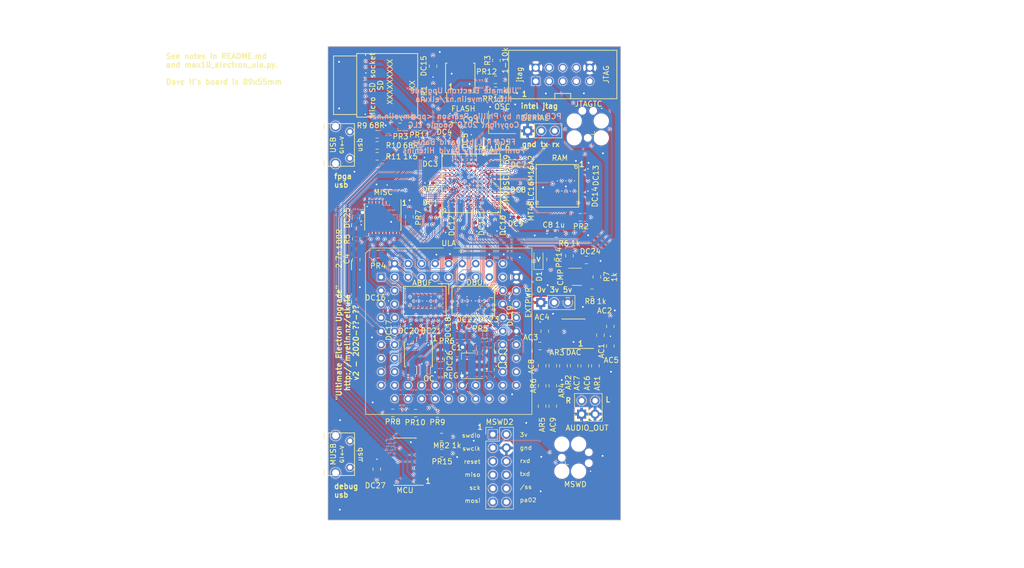
<source format=kicad_pcb>
(kicad_pcb (version 20221018) (generator pcbnew)
  (layers (0 "F.Cu" signal) (1 "In1.Cu" signal) (2 "In2.Cu" signal) (31 "B.Cu" signal) (34 "B.Paste" user) (35 "F.Paste" user) (36 "B.SilkS" user "B.Silkscreen") (37 "F.SilkS" user "F.Silkscreen") (38 "B.Mask" user) (39 "F.Mask" user) (44 "Edge.Cuts" user))
  (net 0 "")
  (net 1 "3V3")
  (net 2 "GND")
  (net 3 "fpga_CONF_DONE")
  (net 4 "fpga_nSTATUS")
  (net 5 "fpga_TCK")
  (net 6 "fpga_TDI")
  (net 7 "fpga_TDO")
  (net 8 "fpga_TMS")
  (net 9 "flash_nCE")
  (net 10 "5V")
  (net 11 "A8_5V")
  (net 12 "CAS_MO_5V")
  (net 13 "SOUND_OUT_5V")
  (net 14 "A1_5V")
  (net 15 "A0_5V")
  (net 16 "nHS_5V")
  (net 17 "A12_5V")
  (net 18 "A7_5V")
  (net 19 "A6_5V")
  (net 20 "A4_5V")
  (net 21 "A11_5V")
  (net 22 "A10_5V")
  (net 23 "A14_5V")
  (net 24 "A2_5V")
  (net 25 "A13_5V")
  (net 26 "A5_5V")
  (net 27 "A3_5V")
  (net 28 "A9_5V")
  (net 29 "KBD1_5V")
  (net 30 "nIRQ_5V")
  (net 31 "KBD3_5V")
  (net 32 "PD2_5V")
  (net 33 "PD3_5V")
  (net 34 "PD6_5V")
  (net 35 "KBD0_5V")
  (net 36 "KBD2_5V")
  (net 37 "PD0_5V")
  (net 38 "PD1_5V")
  (net 39 "PD4_5V")
  (net 40 "PD5_5V")
  (net 41 "PD7_5V")
  (net 42 "nNMI_5V")
  (net 43 "CAS_IN_5V")
  (net 44 "RnW_5V")
  (net 45 "CAS_OUT_5V")
  (net 46 "A15_5V")
  (net 47 "PHI_OUT_5V")
  (net 48 "sdram_DQ15")
  (net 49 "sdram_DQ0")
  (net 50 "sdram_DQ14")
  (net 51 "sdram_DQ13")
  (net 52 "sdram_DQ2")
  (net 53 "sdram_DQ1")
  (net 54 "sdram_DQ12")
  (net 55 "sdram_DQ11")
  (net 56 "sdram_DQ4")
  (net 57 "sdram_DQ3")
  (net 58 "sdram_DQ10")
  (net 59 "sdram_DQ9")
  (net 60 "sdram_DQ6")
  (net 61 "sdram_DQ5")
  (net 62 "sdram_DQ8")
  (net 63 "sdram_LDQM")
  (net 64 "sdram_DQ7")
  (net 65 "sdram_UDQM")
  (net 66 "sdram_CLK")
  (net 67 "sdram_CKE")
  (net 68 "sdram_A12")
  (net 69 "sdram_A11")
  (net 70 "sdram_A9")
  (net 71 "sdram_BA0")
  (net 72 "sdram_BA1")
  (net 73 "sdram_A8")
  (net 74 "sdram_A7")
  (net 75 "sdram_A6")
  (net 76 "sdram_A0")
  (net 77 "sdram_A1")
  (net 78 "sdram_A10")
  (net 79 "sdram_A5")
  (net 80 "sdram_A4")
  (net 81 "sdram_A3")
  (net 82 "sdram_A2")
  (net 83 "sdram_nCAS")
  (net 84 "sdram_nRAS")
  (net 85 "sdram_nWE")
  (net 86 "sdram_nCS")
  (net 87 "flash_IO1")
  (net 88 "flash_IO2")
  (net 89 "flash_IO0")
  (net 90 "flash_SCK")
  (net 91 "flash_IO3")
  (net 92 "dac_out_left")
  (net 93 "dac_power_cpvoutn")
  (net 94 "dac_power_cpcb")
  (net 95 "dac_power_cpca")
  (net 96 "dac_dacdat")
  (net 97 "dac_lrclk")
  (net 98 "dac_bclk")
  (net 99 "dac_mclk")
  (net 100 "dac_nmute")
  (net 101 "dac_power_vmid")
  (net 102 "dac_out_right")
  (net 103 "audio_out_left")
  (net 104 "audio_out_right")
  (net 105 "audio_bias")
  (net 106 "CAS_IN_divider")
  (net 107 "USBDM")
  (net 108 "USB_M")
  (net 109 "USB_P")
  (net 110 "USBDP")
  (net 111 "USB_PU")
  (net 112 "sd_CMD_MOSI")
  (net 113 "sd_DAT1")
  (net 114 "sd_DAT0_MISO")
  (net 115 "sd_CLK_SCK")
  (net 116 "sd_DAT3_nCS")
  (net 117 "CAPS_LOCK_5V")
  (net 118 "nRESET_5V")
  (net 119 "VUSB")
  (net 120 "A_buf_nOE")
  (net 121 "A_buf_DIR")
  (net 122 "input_buf_nOE")
  (net 123 "RnW_in")
  (net 124 "D_buf_DIR")
  (net 125 "D_buf_nOE")
  (net 126 "misc_buf_nOE")
  (net 127 "RnW_nOE")
  (net 128 "RnW_out")
  (net 129 "PHI_OUT_5V_prefilter")
  (net 130 "clk_in_5V")
  (net 131 "clk_in")
  (net 132 "clk_out")
  (net 133 "red")
  (net 134 "green")
  (net 135 "blue")
  (net 136 "csync")
  (net 137 "csync_5V")
  (net 138 "blue_5V")
  (net 139 "green_5V")
  (net 140 "red_5V")
  (net 141 "clk_osc")
  (net 142 "addr0")
  (net 143 "addr2")
  (net 144 "addr1")
  (net 145 "addr4")
  (net 146 "addr3")
  (net 147 "addr6")
  (net 148 "addr5")
  (net 149 "addr8")
  (net 150 "addr7")
  (net 151 "addr10")
  (net 152 "addr9")
  (net 153 "addr12")
  (net 154 "addr11")
  (net 155 "addr14")
  (net 156 "addr13")
  (net 157 "addr15")
  (net 158 "RST_n_in")
  (net 159 "IRQ_n_in")
  (net 160 "kbd3")
  (net 161 "NMI_n_in")
  (net 162 "kbd1")
  (net 163 "kbd2")
  (net 164 "data7")
  (net 165 "kbd0")
  (net 166 "data5")
  (net 167 "data6")
  (net 168 "data3")
  (net 169 "data4")
  (net 170 "data1")
  (net 171 "data2")
  (net 172 "data0")
  (net 173 "HS_n")
  (net 174 "casMO")
  (net 175 "casOut")
  (net 176 "caps")
  (net 177 "RST_n_out")
  (net 178 "IRQ_n_out")
  (net 179 "casIn")
  (net 180 "ROM_n")
  (net 181 "sd_DAT2")
  (net 182 "mcu_RESET")
  (net 183 "mcu_SS")
  (net 184 "mcu_MISO")
  (net 185 "mcu_SWDIO")
  (net 186 "mcu_SWCLK")
  (net 187 "mcu_USBDM")
  (net 188 "mcu_USBDP")
  (net 189 "mcu_SCK")
  (net 190 "mcu_debug_TXD")
  (net 191 "mcu_debug_RXD")
  (net 192 "mcu_PA02")
  (net 193 "mcu_MOSI")
  (net 194 "mcu_VUSB")
  (net 195 "serial_RXD")
  (net 196 "serial_TXD")
  (footprint "Resistor_SMD:R_0805_2012Metric_Pad1.15x1.40mm_HandSolder" (layer "F.Cu") (at 191.48 77.445 -90)
    (fp_text reference "AR2")
    (fp_text value "560R NF")
  )
  (footprint "Capacitor_SMD:C_0805_2012Metric" (layer "F.Cu") (at 190.1275 52.6 180)
    (fp_text reference "C8")
    (fp_text value "1u")
  )
  (footprint "Capacitor_SMD:C_0402_1005Metric" (layer "F.Cu") (at 174.16 35.165 90)
    (fp_text reference "DC5")
    (fp_text value "100n")
  )
  (footprint "Capacitor_SMD:C_0402_1005Metric" (layer "F.Cu") (at 169.105 34.68)
    (fp_text reference "DC4")
    (fp_text value "100n")
  )
  (footprint "Capacitor_SMD:C_0402_1005Metric" (layer "F.Cu") (at 166.435 43.1 180)
    (fp_text reference "DC2")
    (fp_text value "100n")
  )
  (footprint "Capacitor_SMD:C_0402_1005Metric" (layer "F.Cu") (at 182.275 43.11 180)
    (fp_text reference "DC8")
    (fp_text value "100n")
  )
  (footprint "Capacitor_SMD:C_0402_1005Metric" (layer "F.Cu") (at 182.335 38.35 180)
    (fp_text reference "DC7")
    (fp_text value "100n")
  )
  (footprint "Capacitor_SMD:C_0402_1005Metric" (layer "F.Cu") (at 179.895 35.23)
    (fp_text reference "DC6")
    (fp_text value "100n")
  )
  (footprint "Capacitor_SMD:C_0402_1005Metric" (layer "F.Cu") (at 182.525 49.55 180)
    (fp_text reference "DC9")
    (fp_text value "100n")
  )
  (footprint "Capacitor_SMD:C_0402_1005Metric" (layer "F.Cu") (at 181.345 64.59 180)
    (fp_text reference "DC19")
    (fp_text value "100n")
  )
  (footprint "Capacitor_SMD:C_0402_1005Metric" (layer "F.Cu") (at 171.435 69.89 180)
    (fp_text reference "DC18")
    (fp_text value "100n")
  )
  (footprint "Capacitor_SMD:C_0805_2012Metric_Pad1.15x1.40mm_HandSolder" (layer "F.Cu") (at 166.99 21.165 -90)
    (fp_text reference "DC15")
    (fp_text value "100n")
  )
  (footprint "Capacitor_SMD:C_0402_1005Metric" (layer "F.Cu") (at 196.08 45.765 90)
    (fp_text reference "DC14")
    (fp_text value "100n")
  )
  (footprint "Capacitor_SMD:C_0402_1005Metric" (layer "F.Cu") (at 196.09 41.605 90)
    (fp_text reference "DC13")
    (fp_text value "100n")
  )
  (footprint "Capacitor_SMD:C_0402_1005Metric" (layer "F.Cu") (at 169.33 51.115 -90)
    (fp_text reference "DC12")
    (fp_text value "100n")
  )
  (footprint "Capacitor_SMD:C_0402_1005Metric" (layer "F.Cu") (at 174.93 51.055 -90)
    (fp_text reference "DC11")
    (fp_text value "100n")
  )
  (footprint "Resistor_SMD:R_0805_2012Metric_Pad1.15x1.40mm_HandSolder" (layer "F.Cu") (at 166.97 26.275 90)
    (fp_text reference "PR1")
    (fp_text value "10k")
  )
  (footprint "Oscillator:Oscillator_SMD_Abracon_ASE-4Pin_3.2x2.5mm_HandSoldering" (layer "F.Cu") (at 179.985 31.7)
    (fp_text reference "OSC")
    (fp_text value "osc")
  )
  (footprint "Capacitor_SMD:C_0805_2012Metric_Pad1.15x1.40mm_HandSolder" (layer "F.Cu") (at 152.49 49.665 90)
    (fp_text reference "DC25")
    (fp_text value "100n")
  )
  (footprint "Capacitor_SMD:C_0402_1005Metric" (layer "F.Cu") (at 178.195 69.86 180)
    (fp_text reference "DC23")
    (fp_text value "100n")
  )
  (footprint "Capacitor_SMD:C_0402_1005Metric" (layer "F.Cu") (at 174.255 69.95 180)
    (fp_text reference "DC22")
    (fp_text value "100n")
  )
  (footprint "Capacitor_SMD:C_0402_1005Metric" (layer "F.Cu") (at 165.865 69.91 180)
    (fp_text reference "DC21")
    (fp_text value "100n")
  )
  (footprint "Resistor_SMD:R_0805_2012Metric_Pad1.15x1.40mm_HandSolder" (layer "F.Cu") (at 172.715 71.79)
    (fp_text reference "PR6")
    (fp_text value "10k")
  )
  (footprint "Resistor_SMD:R_0805_2012Metric_Pad1.15x1.40mm_HandSolder" (layer "F.Cu") (at 176.705 71.64 180)
    (fp_text reference "PR5")
    (fp_text value "10k")
  )
  (footprint "Resistor_SMD:R_0805_2012Metric_Pad1.15x1.40mm_HandSolder" (layer "F.Cu") (at 194.645 49.54)
    (fp_text reference "PR2")
    (fp_text value "10k")
  )
  (footprint "Resistor_SMD:R_0805_2012Metric_Pad1.15x1.40mm_HandSolder" (layer "F.Cu") (at 167.805 86.39 180)
    (fp_text reference "PR9")
    (fp_text value "10k")
  )
  (footprint "Resistor_SMD:R_0805_2012Metric_Pad1.15x1.40mm_HandSolder" (layer "F.Cu") (at 159.425 86.29 180)
    (fp_text reference "PR8")
    (fp_text value "10k")
  )
  (footprint "Resistor_SMD:R_0805_2012Metric_Pad1.15x1.40mm_HandSolder" (layer "F.Cu") (at 162.55 49.445 90)
    (fp_text reference "PR7")
    (fp_text value "10k")
  )
  (footprint "Resistor_SMD:R_0805_2012Metric_Pad1.15x1.40mm_HandSolder" (layer "F.Cu") (at 152.54 53.585 -90)
    (fp_text reference "R5")
    (fp_text value "100R")
  )
  (footprint "Resistor_SMD:R_0805_2012Metric" (layer "F.Cu") (at 178.88 20.0825 90)
    (fp_text reference "R3")
    (fp_text value "1-10k")
  )
  (footprint "Resistor_SMD:R_0805_2012Metric" (layer "F.Cu") (at 178.7475 25.78)
    (fp_text reference "PR13")
    (fp_text value "10k")
  )
  (footprint "Resistor_SMD:R_0805_2012Metric_Pad1.15x1.40mm_HandSolder" (layer "F.Cu") (at 156.485 36.03)
    (fp_text reference "R10")
    (fp_text value "68R")
  )
  (footprint "Resistor_SMD:R_0805_2012Metric_Pad1.15x1.40mm_HandSolder" (layer "F.Cu") (at 196.845 63.73 180)
    (fp_text reference "R8")
    (fp_text value "1k")
  )
  (footprint "Resistor_SMD:R_0805_2012Metric_Pad1.15x1.40mm_HandSolder" (layer "F.Cu") (at 192.605 56.77 90)
    (fp_text reference "R6")
    (fp_text value "1k")
  )
  (footprint "Resistor_SMD:R_0805_2012Metric_Pad1.15x1.40mm_HandSolder" (layer "F.Cu") (at 197.48 77.445 -90)
    (fp_text reference "AR1")
    (fp_text value "560R NF")
  )
  (footprint "Capacitor_SMD:C_0805_2012Metric_Pad1.15x1.40mm_HandSolder" (layer "F.Cu") (at 198.43 71.695 -90)
    (fp_text reference "AC5")
    (fp_text value "1u")
  )
  (footprint "Capacitor_SMD:C_0805_2012Metric_Pad1.15x1.40mm_HandSolder" (layer "F.Cu") (at 187.96 70.935 90)
    (fp_text reference "AC4")
    (fp_text value "2.2u")
  )
  (footprint "Capacitor_SMD:C_0805_2012Metric_Pad1.15x1.40mm_HandSolder" (layer "F.Cu") (at 187.05 73.72 180)
    (fp_text reference "AC3")
    (fp_text value "4.7u")
  )
  (footprint "Capacitor_SMD:C_0805_2012Metric_Pad1.15x1.40mm_HandSolder" (layer "F.Cu") (at 200.29 70.045 -90)
    (fp_text reference "AC2")
    (fp_text value "4.7u")
  )
  (footprint "Diode_SMD:D_SOD-323_HandSoldering" (layer "F.Cu") (at 186.79 57.45 90)
    (fp_text reference "D1")
    (fp_text value "BAT54")
  )
  (footprint "Package_SO:SSOP-20_4.4x6.5mm_P0.65mm" (layer "F.Cu") (at 157.52 49.62 -90)
    (fp_text reference "MISC")
    (fp_text value "74HCT245PW")
  )
  (footprint "myelin-kicad:micro_usb_b_smd_molex" (layer "F.Cu") (at 149.21 35.95 -90)
    (fp_text reference "USB")
    (fp_text value "usb")
  )
  (footprint "myelin-kicad:hirose_micro_sd_card_socket" (layer "F.Cu") (at 164.1 24.76 -90)
    (fp_text reference "SD")
    (fp_text value "Micro SD socket")
  )
  (footprint "Resistor_SMD:R_0805_2012Metric_Pad1.15x1.40mm_HandSolder" (layer "F.Cu") (at 156.475 33.94)
    (fp_text reference "R9")
    (fp_text value "68R")
  )
  (footprint "Resistor_SMD:R_0805_2012Metric_Pad1.15x1.40mm_HandSolder" (layer "F.Cu") (at 189.06 57.425 90)
    (fp_text reference "PR14")
    (fp_text value "10k")
  )
  (footprint "Package_SO:SOIJ-8_5.3x5.3mm_P1.27mm" (layer "F.Cu") (at 172.1 23.34 90)
    (fp_text reference "FLASH")
    (fp_text value "W25Q128JVSIM")
  )
  (footprint "Capacitor_SMD:C_0805_2012Metric_Pad1.15x1.40mm_HandSolder" (layer "F.Cu") (at 152.54 57.485 -90)
    (fp_text reference "C4")
    (fp_text value "2.7n")
  )
  (footprint "myelin-kicad:sdram_54tfbga" (layer "F.Cu") (at 190.3495 43.63764 -90)
    (fp_text reference "RAM")
    (fp_text value "MT48LC16M16A2")
  )
  (footprint "Package_TO_SOT_SMD:SOT-89-3" (layer "F.Cu") (at 174.1035 77.44 180)
    (fp_text reference "REG")
    (fp_text value "AP7365-33YG-XX")
  )
  (footprint "Capacitor_SMD:C_0805_2012Metric_Pad1.15x1.40mm_HandSolder" (layer "F.Cu") (at 177.79 78.145 90)
    (fp_text reference "C3")
    (fp_text value "1u")
  )
  (footprint "Capacitor_SMD:C_0805_2012Metric_Pad1.15x1.40mm_HandSolder" (layer "F.Cu") (at 177.79 74.435 90)
    (fp_text reference "C2")
    (fp_text value "1u")
  )
  (footprint "Package_TO_SOT_SMD:SOT-23-5_HandSoldering" (layer "F.Cu") (at 193.99 60.72)
    (fp_text reference "CMP")
    (fp_text value "MIC7221YM5-TR")
  )
  (footprint "myelin-kicad:ti_zrd_54_pbga" (layer "F.Cu") (at 174.55 65.24 -90)
    (fp_text reference "DBUF")
    (fp_text value "74LVTH162245ZRDR" hide)
  )
  (footprint "Capacitor_SMD:C_0402_1005Metric" (layer "F.Cu") (at 161.685 69.68 180)
    (fp_text reference "DC20")
    (fp_text value "100n")
  )
  (footprint "Capacitor_SMD:C_0402_1005Metric" (layer "F.Cu") (at 166.475 47.97)
    (fp_text reference "DC1")
    (fp_text value "100n")
  )
  (footprint "Capacitor_SMD:C_0805_2012Metric_Pad1.15x1.40mm_HandSolder" (layer "F.Cu") (at 174.705 73.93)
    (fp_text reference "C1")
    (fp_text value "10u")
  )
  (footprint "Capacitor_SMD:C_0805_2012Metric_Pad1.15x1.40mm_HandSolder" (layer "F.Cu") (at 168.4 76.285 90)
    (fp_text reference "DC26")
    (fp_text value "100n")
  )
  (footprint "Package_SO:TSSOP-14_4.4x5mm_P0.65mm" (layer "F.Cu") (at 164.23 75.29 -90)
    (fp_text reference "OC")
    (fp_text value "74HCT125PW")
  )
  (footprint "Resistor_SMD:R_0805_2012Metric_Pad1.15x1.40mm_HandSolder" (layer "F.Cu") (at 156.485 38.09)
    (fp_text reference "R11")
    (fp_text value "1k5")
  )
  (footprint "Tag-Connect_TC2030-IDC-FP_2x03_P1.27mm_Vertical" (layer "F.Cu") (at 196.05 32.08 90)
    (fp_text reference "JTAGTC")
    (fp_text value "jtagtc")
  )
  (footprint "Package_SO:TSSOP-16_4.4x5mm_P0.65mm" (layer "F.Cu") (at 193.38 71.37 180)
    (fp_text reference "DAC")
    (fp_text value "WM8524CGEDT")
  )
  (footprint "Capacitor_SMD:C_0805_2012Metric_Pad1.15x1.40mm_HandSolder" (layer "F.Cu") (at 193.48 77.42 90)
    (fp_text reference "AC7")
    (fp_text value "2.7n NF")
  )
  (footprint "Capacitor_SMD:C_0402_1005Metric" (layer "F.Cu") (at 158.485 67.13 180)
    (fp_text reference "DC17")
    (fp_text value "100n")
  )
  (footprint "myelin-kicad:ti_zrd_54_pbga" (layer "F.Cu") (at 165.43 65.27 -90)
    (fp_text reference "ABUF")
    (fp_text value "74LVTH162245ZRDR" hide)
  )
  (footprint "Capacitor_SMD:C_0805_2012Metric_Pad1.15x1.40mm_HandSolder" (layer "F.Cu") (at 200.295 73.74 90)
    (fp_text reference "AC1")
    (fp_text value "1u")
  )
  (footprint "Capacitor_SMD:C_0805_2012Metric_Pad1.15x1.40mm_HandSolder" (layer "F.Cu") (at 195.48 77.445 90)
    (fp_text reference "AC6")
    (fp_text value "2.7n NF")
  )
  (footprint "Resistor_SMD:R_0805_2012Metric_Pad1.15x1.40mm_HandSolder" (layer "F.Cu") (at 189.48 77.42 -90)
    (fp_text reference "AR3")
    (fp_text value "10k NF")
  )
  (footprint "Capacitor_SMD:C_0805_2012Metric_Pad1.15x1.40mm_HandSolder" (layer "F.Cu") (at 187.48 77.42 -90)
    (fp_text reference "AC8")
    (fp_text value "10u")
  )
  (footprint "Resistor_SMD:R_0805_2012Metric_Pad1.15x1.40mm_HandSolder" (layer "F.Cu") (at 187.48 81.185 90)
    (fp_text reference "AR6")
    (fp_text value "10k")
  )
  (footprint "Resistor_SMD:R_0805_2012Metric_Pad1.15x1.40mm_HandSolder" (layer "F.Cu") (at 187.47 85.025 -90)
    (fp_text reference "AR5")
    (fp_text value "10k")
  )
  (footprint "Resistor_SMD:R_0805_2012Metric_Pad1.15x1.40mm_HandSolder" (layer "F.Cu") (at 189.48 81.185 -90)
    (fp_text reference "AR4")
    (fp_text value "10k")
  )
  (footprint "Capacitor_SMD:C_0805_2012Metric_Pad1.15x1.40mm_HandSolder" (layer "F.Cu") (at 189.47 85.015 -90)
    (fp_text reference "AC9")
    (fp_text value "10u")
  )
  (footprint "Resistor_SMD:R_0805_2012Metric_Pad1.15x1.40mm_HandSolder" (layer "F.Cu") (at 163.705 86.33)
    (fp_text reference "PR10")
    (fp_text value "10k")
  )
  (footprint "Capacitor_SMD:C_0402_1005Metric" (layer "F.Cu") (at 178.93 51.055 -90)
    (fp_text reference "DC10")
    (fp_text value "100n")
  )
  (footprint "Capacitor_SMD:C_0402_1005Metric" (layer "F.Cu") (at 166.455 38.34 180)
    (fp_text reference "DC3")
    (fp_text value "100n")
  )
  (footprint "myelin-kicad:intel_ubga169" (layer "F.Cu") (at 174.14816 43.1545 90)
    (fp_text reference "FPGA")
    (fp_text value "10M08SCU169")
  )
  (footprint "Resistor_SMD:R_0805_2012Metric_Pad1.15x1.40mm_HandSolder" (layer "F.Cu") (at 160.755 32.56)
    (fp_text reference "PR3")
    (fp_text value "10k")
  )
  (footprint "Resistor_SMD:R_0805_2012Metric_Pad1.15x1.40mm_HandSolder" (layer "F.Cu") (at 168.605 93.86)
    (fp_text reference "PR15")
    (fp_text value "10k")
  )
  (footprint "Resistor_SMD:R_0805_2012Metric_Pad1.15x1.40mm_HandSolder" (layer "F.Cu") (at 168.575 90.82)
    (fp_text reference "MR2")
    (fp_text value "1k")
  )
  (footprint "Connector_PinHeader_2.54mm:PinHeader_2x06_P2.54mm_Vertical" (layer "F.Cu") (at 178.22 90.32)
    (fp_text reference "MSWD2")
    (fp_text value "swd")
  )
  (footprint "myelin-kicad:via_single" (layer "F.Cu") (at 149.33 20.34)
    (fp_text reference "staple_single1" hide)
    (fp_text value "" hide)
  )
  (footprint "myelin-kicad:via_single" (layer "F.Cu") (at 149.34 29.09)
    (fp_text reference "staple_single2" hide)
    (fp_text value "" hide)
  )
  (footprint "myelin-kicad:via_single" (layer "F.Cu") (at 168.25 18.49)
    (fp_text reference "staple_single3" hide)
    (fp_text value "" hide)
  )
  (footprint "myelin-kicad:via_single" (layer "F.Cu") (at 155.65 84.31)
    (fp_text reference "staple_single4" hide)
    (fp_text value "" hide)
  )
  (footprint "myelin-kicad:via_single" (layer "F.Cu") (at 159.11 50.4)
    (fp_text reference "staple_single5" hide)
    (fp_text value "" hide)
  )
  (footprint "myelin-kicad:via_single" (layer "F.Cu") (at 155.51 72.1)
    (fp_text reference "staple_single6" hide)
    (fp_text value "" hide)
  )
  (footprint "myelin-kicad:via_single" (layer "F.Cu") (at 156.37 43.38)
    (fp_text reference "staple_single7" hide)
    (fp_text value "" hide)
  )
  (footprint "myelin-kicad:via_single" (layer "F.Cu") (at 153.24 62.68)
    (fp_text reference "staple_single8" hide)
    (fp_text value "" hide)
  )
  (footprint "myelin-kicad:via_single" (layer "F.Cu") (at 152.21 40.98)
    (fp_text reference "staple_single9" hide)
    (fp_text value "" hide)
  )
  (footprint "myelin-kicad:via_single" (layer "F.Cu") (at 162.58 46.34)
    (fp_text reference "staple_single10" hide)
    (fp_text value "" hide)
  )
  (footprint "myelin-kicad:via_single" (layer "F.Cu") (at 149.52 87.65)
    (fp_text reference "staple_single11" hide)
    (fp_text value "" hide)
  )
  (footprint "myelin-kicad:via_single" (layer "F.Cu") (at 149.47 104.47)
    (fp_text reference "staple_single12" hide)
    (fp_text value "" hide)
  )
  (footprint "myelin-kicad:via_single" (layer "F.Cu") (at 198.84 94.36)
    (fp_text reference "staple_single13" hide)
    (fp_text value "" hide)
  )
  (footprint "myelin-kicad:via_single" (layer "F.Cu") (at 174.62 91.51)
    (fp_text reference "staple_single14" hide)
    (fp_text value "" hide)
  )
  (footprint "myelin-kicad:via_single" (layer "F.Cu") (at 187.2 101.02)
    (fp_text reference "staple_single15" hide)
    (fp_text value "" hide)
  )
  (footprint "myelin-kicad:via_single" (layer "F.Cu") (at 181.84 82.8)
    (fp_text reference "staple_single16" hide)
    (fp_text value "" hide)
  )
  (footprint "myelin-kicad:via_single" (layer "F.Cu") (at 162.8 91.79)
    (fp_text reference "staple_single17" hide)
    (fp_text value "" hide)
  )
  (footprint "myelin-kicad:via_single" (layer "F.Cu") (at 171.51 94.58)
    (fp_text reference "staple_single18" hide)
    (fp_text value "" hide)
  )
  (footprint "myelin-kicad:via_single" (layer "F.Cu") (at 184.49 88.16)
    (fp_text reference "staple_single19" hide)
    (fp_text value "" hide)
  )
  (footprint "myelin-kicad:via_single" (layer "F.Cu") (at 187.32 94.54)
    (fp_text reference "staple_single20" hide)
    (fp_text value "" hide)
  )
  (footprint "myelin-kicad:via_single" (layer "F.Cu") (at 200.42 78.55 90)
    (fp_text reference "staple_single21" hide)
    (fp_text value "" hide)
  )
  (footprint "myelin-kicad:via_single" (layer "F.Cu") (at 193.38 72.95 90)
    (fp_text reference "staple_single22" hide)
    (fp_text value "" hide)
  )
  (footprint "myelin-kicad:via_single" (layer "F.Cu") (at 188.51 62.3 90)
    (fp_text reference "staple_single23" hide)
    (fp_text value "" hide)
  )
  (footprint "myelin-kicad:via_single" (layer "F.Cu") (at 189.52 67.66 90)
    (fp_text reference "staple_single24" hide)
    (fp_text value "" hide)
  )
  (footprint "myelin-kicad:via_single" (layer "F.Cu") (at 184.71 64.12 90)
    (fp_text reference "staple_single25" hide)
    (fp_text value "" hide)
  )
  (footprint "myelin-kicad:via_single" (layer "F.Cu") (at 191.16 80.11 90)
    (fp_text reference "staple_single26" hide)
    (fp_text value "" hide)
  )
  (footprint "myelin-kicad:via_single" (layer "F.Cu") (at 183.28 57.06 90)
    (fp_text reference "staple_single27" hide)
    (fp_text value "" hide)
  )
  (footprint "myelin-kicad:via_single" (layer "F.Cu") (at 201.13 67.04 90)
    (fp_text reference "staple_single28" hide)
    (fp_text value "" hide)
  )
  (footprint "myelin-kicad:via_single" (layer "F.Cu") (at 198.45 57.74 90)
    (fp_text reference "staple_single29" hide)
    (fp_text value "" hide)
  )
  (footprint "myelin-kicad:via_single" (layer "F.Cu") (at 196.12 52.92 90)
    (fp_text reference "staple_single30" hide)
    (fp_text value "" hide)
  )
  (footprint "myelin-kicad:via_single" (layer "F.Cu") (at 191.93 43.74 90)
    (fp_text reference "staple_single31" hide)
    (fp_text value "" hide)
  )
  (footprint "myelin-kicad:via_single" (layer "F.Cu") (at 187.64 43.92 90)
    (fp_text reference "staple_single32" hide)
    (fp_text value "" hide)
  )
  (footprint "myelin-kicad:via_single" (layer "F.Cu") (at 193.82 38.94 90)
    (fp_text reference "staple_single33" hide)
    (fp_text value "" hide)
  )
  (footprint "myelin-kicad:via_single" (layer "F.Cu") (at 177.71 28.8 90)
    (fp_text reference "staple_single34" hide)
    (fp_text value "" hide)
  )
  (footprint "myelin-kicad:via_single" (layer "F.Cu") (at 198.9 37.51 90)
    (fp_text reference "staple_single35" hide)
    (fp_text value "" hide)
  )
  (footprint "myelin-kicad:via_single" (layer "F.Cu") (at 182.41 28.34 90)
    (fp_text reference "staple_single36" hide)
    (fp_text value "" hide)
  )
  (footprint "myelin-kicad:via_single" (layer "F.Cu") (at 188.18 26.29 90)
    (fp_text reference "staple_single37" hide)
    (fp_text value "" hide)
  )
  (footprint "myelin-kicad:via_single" (layer "F.Cu") (at 182.78 26.22 90)
    (fp_text reference "staple_single38" hide)
    (fp_text value "" hide)
  )
  (footprint "myelin-kicad:via_single" (layer "F.Cu") (at 195.32 26.26 90)
    (fp_text reference "staple_single39" hide)
    (fp_text value "" hide)
  )
  (footprint "myelin-kicad:via_single" (layer "F.Cu") (at 196.2 39.32 90)
    (fp_text reference "staple_single40" hide)
    (fp_text value "" hide)
  )
  (footprint "myelin-kicad:via_single" (layer "F.Cu") (at 170.48 22.57)
    (fp_text reference "staple_single41" hide)
    (fp_text value "" hide)
  )
  (footprint "myelin-kicad:via_single" (layer "F.Cu") (at 177.57 56.52)
    (fp_text reference "staple_single42" hide)
    (fp_text value "" hide)
  )
  (footprint "myelin-kicad:via_single" (layer "F.Cu") (at 186.08 52.95)
    (fp_text reference "staple_single43" hide)
    (fp_text value "" hide)
  )
  (footprint "myelin-kicad:via_single" (layer "F.Cu") (at 180.26 56.51)
    (fp_text reference "staple_single44" hide)
    (fp_text value "" hide)
  )
  (footprint "myelin-kicad:via_single" (layer "F.Cu") (at 167.62 56.55)
    (fp_text reference "staple_single45" hide)
    (fp_text value "" hide)
  )
  (footprint "myelin-kicad:via_single" (layer "F.Cu") (at 170.16 56.44)
    (fp_text reference "staple_single46" hide)
    (fp_text value "" hide)
  )
  (footprint "myelin-kicad:via_single" (layer "F.Cu") (at 180.51 52.15)
    (fp_text reference "staple_single48" hide)
    (fp_text value "" hide)
  )
  (footprint "myelin-kicad:via_single" (layer "F.Cu") (at 158.08 32.27)
    (fp_text reference "staple_single49" hide)
    (fp_text value "" hide)
  )
  (footprint "myelin-kicad:via_single" (layer "F.Cu") (at 173.86 24.51)
    (fp_text reference "staple_single50" hide)
    (fp_text value "" hide)
  )
  (footprint "myelin-kicad:via_single" (layer "F.Cu") (at 177.48 34.94)
    (fp_text reference "staple_single47" hide)
    (fp_text value "" hide)
  )
  (footprint "myelin-kicad:via_single" (layer "F.Cu") (at 195.13 66.37)
    (fp_text reference "staple_single51" hide)
    (fp_text value "" hide)
  )
  (footprint "myelin-kicad:via_single" (layer "F.Cu") (at 167.3664 78.6564)
    (fp_text reference "staple_single52" hide)
    (fp_text value "" hide)
  )
  (footprint "myelin-kicad:via_single" (layer "F.Cu") (at 170.83 82.35)
    (fp_text reference "staple_single53" hide)
    (fp_text value "" hide)
  )
  (footprint "Connector_PinHeader_2.54mm:PinHeader_1x03_P2.54mm_Vertical" (layer "F.Cu") (at 187.22 65.55 90)
    (fp_text reference "EXTPWR")
    (fp_text value "ext pwr")
  )
  (footprint "Resistor_SMD:R_0805_2012Metric_Pad1.15x1.40mm_HandSolder" (layer "F.Cu") (at 156.685 56.47 180)
    (fp_text reference "PR4")
    (fp_text value "10k")
  )
  (footprint "Capacitor_SMD:C_0805_2012Metric_Pad1.15x1.40mm_HandSolder" (layer "F.Cu") (at 156.42 96.855 -90)
    (fp_text reference "DC27")
    (fp_text value "100n")
  )
  (footprint "Capacitor_SMD:C_0805_2012Metric_Pad1.15x1.40mm_HandSolder" (layer "F.Cu") (at 195.8 57.555 180)
    (fp_text reference "DC24")
    (fp_text value "100n")
  )
  (footprint "Resistor_SMD:R_0805_2012Metric_Pad1.15x1.40mm_HandSolder" (layer "F.Cu") (at 164.46 32.56)
    (fp_text reference "PR11")
    (fp_text value "10k NF")
  )
  (footprint "myelin-kicad:micro_usb_b_smd_molex" (layer "F.Cu") (at 149.23 94.04 -90)
    (fp_text reference "MUSB")
    (fp_text value "usb")
  )
  (footprint "Resistor_SMD:R_0805_2012Metric" (layer "F.Cu") (at 178.7275 23.71)
    (fp_text reference "PR12")
    (fp_text value "10k")
  )
  (footprint "myelin-kicad:jtag_shrouded_2x5" (layer "F.Cu") (at 191.35 22.72)
    (fp_text reference "JTAG")
    (fp_text value "jtag")
  )
  (footprint "Connector_PinHeader_2.54mm:PinHeader_2x02_P2.54mm_Vertical" (layer "F.Cu") (at 194.89 86.52 90)
    (fp_text reference "AUDIO_OUT")
    (fp_text value "audio out")
  )
  (footprint "Connector_PinHeader_2.54mm:PinHeader_1x03_P2.54mm_Vertical" (layer "F.Cu") (at 184.76 33.3 90)
    (fp_text reference "SERIAL")
    (fp_text value "fpga serial port")
  )
  (footprint "Package_SO:SOIC-14_3.9x8.7mm_P1.27mm" (layer "F.Cu") (at 161.72 95.45 180)
    (fp_text reference "MCU")
    (fp_text value "atsamd11c")
  )
  (footprint "Tag-Connect_TC2030-IDC-FP_2x03_P1.27mm_Vertical" (layer "F.Cu") (at 193.71 94.7)
    (fp_text reference "MSWD")
    (fp_text value "swd")
  )
  (footprint "modified-kicad:PLCC-68_THT-Socket-Electron-ULA" (layer "F.Cu") (at 169.92738 58.24038)
    (fp_text reference "ULA")
    (fp_text value "ULA header")
  )
  (footprint "Resistor_SMD:R_0805_2012Metric_Pad1.15x1.40mm_HandSolder" (layer "F.Cu") (at 197.76 60.735 -90)
    (fp_text reference "R7")
    (fp_text value "1k")
  )
  (footprint "Capacitor_SMD:C_0805_2012Metric" (layer "F.Cu") (at 170.8275 31.06 180)
    (fp_text reference "C9")
    (fp_text value "1u")
  )
  (footprint "Capacitor_SMD:C_0402_1005Metric" (layer "F.Cu") (at 158.49 64.59 180)
    (fp_text reference "DC16")
    (fp_text value "100n")
  )
  (gr_line (start 147.22738 106.44038) (end 147.22738 17.44038) (stroke (width 0.1)) (layer "Edge.Cuts"))
  (gr_line (start 147.22738 17.44038) (end 202.22738 17.44038) (stroke (width 0.1)) (layer "Edge.Cuts"))
  (gr_line (start 202.22738 106.44038) (end 147.22738 106.44038) (stroke (width 0.1)) (layer "Edge.Cuts"))
  (gr_line (start 202.22738 17.44038) (end 202.22738 106.44038) (stroke (width 0.1)) (layer "Edge.Cuts"))
  (gr_text "\"Ultimate Electron Upgrade\"\nhttp://myelin.nz/elkula\n\nPCB design by Phillip Pearson <pp@myelin.nz>\nCopyright 2019 Google LLC\n\nFPGA RTL by David Banks\nForm factor by David Hitchins" (at 172.74 31.38) (layer "B.SilkS") (effects (font (size 1 1) (thickness 0.2)) (justify mirror)))
  (gr_text "See notes in README.md\nand max10_electron_ula.py.\n\nDave H's board is 89x55mm" (at 116.70284 21.69668) (layer "F.SilkS") (effects (font (size 1 1) (thickness 0.2)) (justify left)))
  (gr_text "1" (at 194.93 39.58) (layer "F.SilkS") (effects (font (size 1 1) (thickness 0.2))))
  (gr_text "swdio\n\nswclk\n\nreset\n\nmiso\n\nsck\n\nmosi" (at 175.97 96.66) (layer "F.SilkS") (effects (font (size 0.762 0.8382) (thickness 0.127)) (justify right)))
  (gr_text "1" (at 194.72 73.28) (layer "F.SilkS") (effects (font (size 1 1) (thickness 0.2))))
  (gr_text "1" (at 161.62 46.84) (layer "F.SilkS") (effects (font (size 1 1) (thickness 0.2))))
  (gr_text "1" (at 170.33 25) (layer "F.SilkS") (effects (font (size 1 1) (thickness 0.2))))
  (gr_text "1" (at 166.06 99.09) (layer "F.SilkS") (effects (font (size 1 1) (thickness 0.2))))
  (gr_text ">" (at 186.87 57.45 270) (layer "F.SilkS") (effects (font (size 1 1) (thickness 0.2))))
  (gr_text "\"Ultimate Electron Upgrade\"\nhttp://myelin.nz/elkula\nv2 - 2020-??-??" (at 150.9 73.08 90) (layer "F.SilkS") (effects (font (size 1 1) (thickness 0.2))))
  (gr_text "1" (at 184.16 26.38) (layer "F.SilkS") (effects (font (size 1 1) (thickness 0.2))))
  (gr_text "fpga\nusb" (at 148.3 42.64) (layer "F.SilkS") (effects (font (size 1 1) (thickness 0.2)) (justify left)))
  (gr_text "1" (at 167.35 72.27) (layer "F.SilkS") (effects (font (size 1 1) (thickness 0.2))))
  (gr_text "intel jtag" (at 186.95 28.63) (layer "F.SilkS") (effects (font (size 1 1) (thickness 0.2))))
  (gr_text "R" (at 192.4 83.97) (layer "F.SilkS") (effects (font (size 1 1) (thickness 0.2))))
  (gr_text "1" (at 168.3 49.04) (layer "F.SilkS") (effects (font (size 1 1) (thickness 0.2))))
  (gr_text "3v\n\ngnd\n\nrxd\n\ntxd\n\n/ss\n\npa02" (at 183.21 96.52) (layer "F.SilkS") (effects (font (size 0.762 0.8382) (thickness 0.127)) (justify left)))
  (gr_text "1" (at 175.82 88.92) (layer "F.SilkS") (effects (font (size 1 1) (thickness 0.2))))
  (gr_text "gnd tx rx" (at 187.22 35.83) (layer "F.SilkS") (effects (font (size 1 1) (thickness 0.2))))
  (gr_text "L" (at 199.83 83.79) (layer "F.SilkS") (effects (font (size 1 1) (thickness 0.2))))
  (gr_text "0v 3v 5v" (at 189.77 63.15) (layer "F.SilkS") (effects (font (size 1 1) (thickness 0.1778))))
  (gr_text "debug\nusb" (at 148.3 100.88) (layer "F.SilkS") (effects (font (size 1 1) (thickness 0.2)) (justify left)))
  (segment (start 167.03 64.87) (end 167.430001 65.270001) (width 0.1778) (layer "F.Cu") (net 1))
  (segment (start 167.03 65.67) (end 167.42719 65.27281) (width 0.1778) (layer "F.Cu") (net 1))
  (segment (start 167.03 65.67) (end 166.63 65.27) (width 0.1778) (layer "F.Cu") (net 1))
  (segment (start 163.83 65.67) (end 164.23 65.27) (width 0.1778) (layer "F.Cu") (net 1))
  (segment (start 164.23 65.272703) (end 164.229893 65.27281) (width 0.1778) (layer "F.Cu") (net 1))
  (segment (start 167.430001 65.270001) (end 167.430001 65.27281) (width 0.1778) (layer "F.Cu") (net 1))
  (segment (start 164.23 65.27) (end 164.23 65.272703) (width 0.1778) (layer "F.Cu") (net 1))
  (segment (start 167.42719 65.27281) (end 167.430001 65.27281) (width 0.1778) (layer "F.Cu") (net 1))
  (segment (start 163.43 65.27) (end 163.429998 65.270002) (width 0.1778) (layer "F.Cu") (net 1))
  (segment (start 163.429998 65.270002) (end 163.429998 65.274065) (width 0.1778) (layer "F.Cu") (net 1))
  (segment (start 167.03 64.87) (end 166.63 65.27) (width 0.1778) (layer "F.Cu") (net 1))
  (segment (start 166.63 65.27) (end 166.63 65.274065) (width 0.1778) (layer "F.Cu") (net 1))
  (segment (start 163.83 65.67) (end 163.43 65.27) (width 0.1778) (layer "F.Cu") (net 1))
  (segment (start 163.83 64.87) (end 163.43 65.27) (width 0.1778) (layer "F.Cu") (net 1))
  (segment (start 163.83 64.87) (end 164.23 65.27) (width 0.1778) (layer "F.Cu") (net 1))
  (segment (start 166.14 85.75) (end 166.78 86.39) (width 0.1016) (layer "F.Cu") (net 1))
  (segment (start 186.571101 46.83764) (end 186.54966 46.816199) (width 0.1778) (layer "F.Cu") (net 1))
  (segment (start 180.86 64.59) (end 181.406456 64.043544) (width 0.1778) (layer "F.Cu") (net 1))
  (segment (start 171.74536 65.23536) (end 171.35 64.84) (width 0.1016) (layer "F.Cu") (net 1))
  (segment (start 175.578161 40.124499) (end 175.74816 39.9545) (width 0.1778) (layer "F.Cu") (net 1))
  (segment (start 197.078699 33.743699) (end 197.078699 35.731301) (width 0.1778) (layer "F.Cu") (net 1))
  (segment (start 166.92 43.1) (end 167.53 43.1) (width 0.1778) (layer "F.Cu") (net 1))
  (segment (start 177.34816 42.3545) (end 177.73366 42.74) (width 0.0889) (layer "F.Cu") (net 1))
  (segment (start 177.34816 42.3545) (end 176.943081 41.949421) (width 0.1778) (layer "F.Cu") (net 1))
  (segment (start 162.55 47.65) (end 162.54 47.64) (width 0.1778) (layer "F.Cu") (net 1))
  (segment (start 174.14816 43.94006) (end 173.77014 43.56204) (width 0.1778) (layer "F.Cu") (net 1))
  (segment (start 170.94816 43.88966) (end 170.60276 43.54426) (width 0.1778) (layer "F.Cu") (net 1))
  (segment (start 197.271102 70.395) (end 197.2578 70.395) (width 0.1778) (layer "F.Cu") (net 1))
  (segment (start 176.15 65.61999) (end 176.549799 65.220191) (width 0.1778) (layer "F.Cu") (net 1))
  (segment (start 189.06 59.36) (end 189.09 59.39) (width 0.1778) (layer "F.Cu") (net 1))
  (segment (start 173.178161 43.324499) (end 173.34816 43.1545) (width 0.1778) (layer "F.Cu") (net 1))
  (segment (start 191.065 52.6) (end 191.93 52.6) (width 0.1778) (layer "F.Cu") (net 1))
  (segment (start 173.34816 39.9545) (end 173.38078 39.9545) (width 0.0889) (layer "F.Cu") (net 1))
  (segment (start 177.108431 70.194168) (end 177.084949 70.170686) (width 0.1016) (layer "F.Cu") (net 1))
  (segment (start 157.55 86.29) (end 157.54 86.28) (width 0.1016) (layer "F.Cu") (net 1))
  (segment (start 176.943081 41.949421) (end 176.943081 41.9138) (width 0.1778) (layer "F.Cu") (net 1))
  (segment (start 196.09 42.64) (end 196.07 42.66) (width 0.1778) (layer "F.Cu") (net 1))
  (segment (start 174.93 50.012621) (end 174.995 49.947621) (width 0.1778) (layer "F.Cu") (net 1))
  (segment (start 168.62 34.68) (end 168.06 34.68) (width 0.1778) (layer "F.Cu") (net 1))
  (segment (start 191.9495 44.65384) (end 191.95732 44.64602) (width 0.1778) (layer "F.Cu") (net 1))
  (segment (start 179.41 35.23) (end 179.41 33.6) (width 0.1778) (layer "F.Cu") (net 1))
  (segment (start 169.745 20.14) (end 170.195 19.69) (width 0.1778) (layer "F.Cu") (net 1))
  (segment (start 158 67.03) (end 158.44 66.59) (width 0.1778) (layer "F.Cu") (net 1))
  (segment (start 158.42 64.175) (end 158.42 63.98) (width 0.1778) (layer "F.Cu") (net 1))
  (segment (start 179.665 23.71) (end 180.5 23.71) (width 0.1778) (layer "F.Cu") (net 1))
  (segment (start 165.99 47.97) (end 165.99 47.998096) (width 0.1778) (layer "F.Cu") (net 1))
  (segment (start 172.969598 65.64) (end 173.369598 65.24) (width 0.1778) (layer "F.Cu") (net 1))
  (segment (start 176.984793 43.591133) (end 176.984793 43.567089) (width 0.1778) (layer "F.Cu") (net 1))
  (segment (start 166.14 85.37) (end 166.14 85.75) (width 0.1016) (layer "F.Cu") (net 1))
  (segment (start 177.56 78.94) (end 177.79 79.17) (width 0.762) (layer "F.Cu") (net 1))
  (segment (start 173.7422 42.76046) (end 173.7422 42.77718) (width 0.1778) (layer "F.Cu") (net 1))
  (segment (start 193.685 55.745) (end 193.71 55.77) (width 0.1778) (layer "F.Cu") (net 1))
  (segment (start 196.08 46.25) (end 196.08 46.88) (width 0.1778) (layer "F.Cu") (net 1))
  (segment (start 155.66 56.47) (end 155.66 57.39) (width 0.1778) (layer "F.Cu") (net 1))
  (segment (start 174.1087 39.9545) (end 173.74474 40.31846) (width 0.0889) (layer "F.Cu") (net 1))
  (segment (start 173.77 69.95) (end 173.6 69.95) (width 0.1016) (layer "F.Cu") (net 1))
  (segment (start 161.78 32.56) (end 162.62 32.56) (width 0.1016) (layer "F.Cu") (net 1))
  (segment (start 178.61 30.6) (end 178.61 32.8) (width 0.1778) (layer "F.Cu") (net 1))
  (segment (start 171.74816 45.5545) (end 172.105664 45.912004) (width 0.1778) (layer "F.Cu") (net 1))
  (segment (start 162.62 32.56) (end 162.63 32.57) (width 0.1016) (layer "F.Cu") (net 1))
  (segment (start 174.14816 42.3545) (end 174.56322 42.76956) (width 0.1778) (layer "F.Cu") (net 1))
  (segment (start 176.130402 64.84) (end 175.730402 65.24) (width 0.1778) (layer "F.Cu") (net 1))
  (segment (start 174.14816 39.9545) (end 174.558315 39.544345) (width 0.1778) (layer "F.Cu") (net 1))
  (segment (start 183.310002 43.11) (end 183.32 43.119998) (width 0.1778) (layer "F.Cu") (net 1))
  (segment (start 172.95 64.84) (end 172.969598 64.84) (width 0.1778) (layer "F.Cu") (net 1))
  (segment (start 174.94816 39.9545) (end 175.118159 40.124499) (width 0.1778) (layer "F.Cu") (net 1))
  (segment (start 177.34816 43.1545) (end 177.76 42.74266) (width 0.0889) (layer "F.Cu") (net 1))
  (segment (start 174.94816 43.1545) (end 174.96026 43.1545) (width 0.0889) (layer "F.Cu") (net 1))
  (segment (start 173.7422 42.76046) (end 174.14816 42.3545) (width 0.1778) (layer "F.Cu") (net 1))
  (segment (start 174.16 35.65) (end 174.16 36.22) (width 0.1778) (layer "F.Cu") (net 1))
  (segment (start 176.169608 64.84) (end 176.549799 65.220191) (width 0.1778) (layer "F.Cu") (net 1))
  (segment (start 156.42 97.88) (end 156.42 98.85) (width 0.1778) (layer "F.Cu") (net 1))
  (segment (start 169.33 50.10493) (end 169.299388 50.074318) (width 0.1778) (layer "F.Cu") (net 1))
  (segment (start 197.2578 70.395) (end 196.33 70.395) (width 0.1778) (layer "F.Cu") (net 1))
  (segment (start 173.34816 43.1545) (end 173.3471 43.1545) (width 0.0889) (layer "F.Cu") (net 1))
  (segment (start 174.14816 39.9545) (end 174.1087 39.9545) (width 0.0889) (layer "F.Cu") (net 1))
  (segment (start 197.078699 35.731301) (end 196.72 36.09) (width 0.1778) (layer "F.Cu") (net 1))
  (segment (start 170.94 42.36266) (end 170.94816 42.3545) (width 0.1778) (layer "F.Cu") (net 1))
  (segment (start 176.54816 46.3545) (end 176.18844 46.71422) (width 0.0889) (layer "F.Cu") (net 1))
  (segment (start 180.51 25.78) (end 180.56 25.83) (width 0.1778) (layer "F.Cu") (net 1))
  (segment (start 168.06 34.68) (end 167.98 34.76) (width 0.1778) (layer "F.Cu") (net 1))
  (segment (start 175.005 71.64) (end 174.895 71.75) (width 0.1016) (layer "F.Cu") (net 1))
  (segment (start 172.105664 45.912004) (end 172.105664 45.972656) (width 0.1778) (layer "F.Cu") (net 1))
  (segment (start 166.97 24.45) (end 167.02 24.4) (width 0.1778) (layer "F.Cu") (net 1))
  (segment (start 174.94816 39.9545) (end 175.352619 40.358959) (width 0.0889) (layer "F.Cu") (net 1))
  (segment (start 192.185 95.59) (end 190.03 95.59) (width 0.1778) (layer "F.Cu") (net 1))
  (segment (start 190.43 72.995) (end 188.8 72.995) (width 0.1778) (layer "F.Cu") (net 1))
  (segment (start 161.2 69.68) (end 161.2 69.02) (width 0.1778) (layer "F.Cu") (net 1))
  (segment (start 192.7495 42.03764) (end 192.7495 42.66766) (width 0.1778) (layer "F.Cu") (net 1))
  (segment (start 174.96026 43.1545) (end 175.36272 43.55696) (width 0.0889) (layer "F.Cu") (net 1))
  (segment (start 179.41 35.23) (end 178.77 35.23) (width 0.1778) (layer "F.Cu") (net 1))
  (segment (start 158.4 86.29) (end 157.55 86.29) (width 0.1016) (layer "F.Cu") (net 1))
  (segment (start 169.6 90.82) (end 170.68 90.82) (width 0.1778) (layer "F.Cu") (net 1))
  (segment (start 190.3495 45.23764) (end 190.3495 44.62316) (width 0.1778) (layer "F.Cu") (net 1))
  (segment (start 165.69 85.37) (end 166.14 85.37) (width 0.1778) (layer "F.Cu") (net 1))
  (segment (start 169.63 93.86) (end 170.65 93.86) (width 0.1778) (layer "F.Cu") (net 1))
  (segment (start 174.14816 43.9545) (end 173.34816 43.1545) (width 0.1778) (layer "F.Cu") (net 1))
  (segment (start 177.76 42.74266) (end 177.76 42.74) (width 0.0889) (layer "F.Cu") (net 1))
  (segment (start 173.34816 43.1545) (end 173.7422 42.76046) (width 0.1778) (layer "F.Cu") (net 1))
  (segment (start 182.76 43.11) (end 183.310002 43.11) (width 0.1778) (layer "F.Cu") (net 1))
  (segment (start 191.1495 42.03764) (end 191.1495 42.66746) (width 0.1778) (layer "F.Cu") (net 1))
  (segment (start 166.99 20.14) (end 169.745 20.14) (width 0.1778) (layer "F.Cu") (net 1))
  (segment (start 177.518159 42.524499) (end 177.34816 42.3545) (width 0.1778) (layer "F.Cu") (net 1))
  (segment (start 174.56284 39.56918) (end 174.56284 39.544345) (width 0.1778) (layer "F.Cu") (net 1))
  (segment (start 188.075 73.72) (end 188.075 73.935) (width 0.1778) (layer "F.Cu") (net 1))
  (segment (start 198.646102 69.02) (end 197.271102 70.395) (width 0.1778) (layer "F.Cu") (net 1))
  (segment (start 175.118159 40.124499) (end 175.578161 40.124499) (width 0.1778) (layer "F.Cu") (net 1))
  (segment (start 177.375832 70.194168) (end 177.108431 70.194168) (width 0.1016) (layer "F.Cu") (net 1))
  (segment (start 173.7242 46.77846) (end 173.7242 46.783956) (width 0.1778) (layer "F.Cu") (net 1))
  (segment (start 183.831914 49.55) (end 183.984914 49.397) (width 0.1778) (layer "F.Cu") (net 1))
  (segment (start 187.1495 46.83764) (end 186.571101 46.83764) (width 0.1778) (layer "F.Cu") (net 1))
  (segment (start 191.585 71.045) (end 191.6 71.03) (width 0.1778) (layer "F.Cu") (net 1))
  (segment (start 178.595832 50.235832) (end 178.595832 50.024168) (width 0.1778) (layer "F.Cu") (net 1))
  (segment (start 190.43 71.045) (end 191.585 71.045) (width 0.1778) (layer "F.Cu") (net 1))
  (segment (start 166.99 20.14) (end 166.99 19.12) (width 0.1778) (layer "F.Cu") (net 1))
  (segment (start 172.57266 43.1545) (end 172.95988 43.54172) (width 0.0889) (layer "F.Cu") (net 1))
  (segment (start 172.95 65.64) (end 172.969598 65.64) (width 0.1778) (layer "F.Cu") (net 1))
  (segment (start 166.94 38.34) (end 167.52 38.34) (width 0.1778) (layer "F.Cu") (net 1))
  (segment (start 174.14816 43.9545) (end 174.14816 43.9553) (width 0.0889) (layer "F.Cu") (net 1))
  (segment (start 164.85 69.91) (end 164.82 69.94) (width 0.1778) (layer "F.Cu") (net 1))
  (segment (start 178.595832 50.024168) (end 178.61 50.01) (width 0.1778) (layer "F.Cu") (net 1))
  (segment (start 165.960297 48.027799) (end 165.654471 48.027799) (width 0.1778) (layer "F.Cu") (net 1))
  (segment (start 176.54816 45.5545) (end 176.18844 45.91422) (width 0.1778) (layer "F.Cu") (net 1))
  (segment (start 159.02 96.72) (end 157.58 96.72) (width 0.1778) (layer "F.Cu") (net 1))
  (segment (start 176.163725 46.770065) (end 176.18844 46.770065) (width 0.0889) (layer "F.Cu") (net 1))
  (segment (start 176.984793 43.517867) (end 176.984793 43.567089) (width 0.1778) (layer "F.Cu") (net 1))
  (segment (start 188.8 72.995) (end 188.075 73.72) (width 0.1778) (layer "F.Cu") (net 1))
  (segment (start 170.95 69.89) (end 170.95 69.39) (width 0.1016) (layer "F.Cu") (net 1))
  (segment (start 167.52 38.34) (end 167.53 38.35) (width 0.1778) (layer "F.Cu") (net 1))
  (segment (start 175.5835 78.94) (end 174.62776 78.94) (width 0.762) (layer "F.Cu") (net 1))
  (segment (start 175.399055 40.303605) (end 175.399055 40.358959) (width 0.0889) (layer "F.Cu") (net 1))
  (segment (start 172.105664 45.996996) (end 172.105664 45.972656) (width 0.1778) (layer "F.Cu") (net 1))
  (segment (start 192.44 95.335) (end 192.185 95.59) (width 0.1778) (layer "F.Cu") (net 1))
  (segment (start 173.34816 47.1545) (end 173.718704 46.783956) (width 0.1778) (layer "F.Cu") (net 1))
  (segment (start 173.74719 39.55547) (end 173.74719 39.54034) (width 0.1778) (layer "F.Cu") (net 1))
  (segment (start 176.54816 41.5545) (end 176.90746 41.9138) (width 0.1778) (layer "F.Cu") (net 1))
  (segment (start 172.54816 43.1545) (end 172.57266 43.1545) (width 0.0889) (layer "F.Cu") (net 1))
  (segment (start 157.58 96.72) (end 156.42 97.88) (width 0.1778) (layer "F.Cu") (net 1))
  (segment (start 173.74719 39.55353) (end 173.74719 39.54034) (width 0.1778) (layer "F.Cu") (net 1))
  (segment (start 171.74816 40.7545) (end 171.383105 40.389445) (width 0.1778) (layer "F.Cu") (net 1))
  (segment (start 176.145094 45.957566) (end 176.18844 45.957566) (width 0.1778) (layer "F.Cu") (net 1))
  (segment (start 175.74816 46.3545) (end 176.54816 46.3545) (width 0.1778) (layer "F.Cu") (net 1))
  (segment (start 171.383105 40.389445) (end 171.321297 40.389445) (width 0.1778) (layer "F.Cu") (net 1))
  (segment (start 176.90746 41.9138) (end 176.943081 41.9138) (width 0.1778) (layer "F.Cu") (net 1))
  (segment (start 155.66 57.39) (end 155.78 57.51) (width 0.1778) (layer "F.Cu") (net 1))
  (segment (start 172.939862 65.64) (end 172.535222 65.23536) (width 0.1778) (layer "F.Cu") (net 1))
  (segment (start 196.59 49.54) (end 196.6 49.53) (width 0.1778) (layer "F.Cu") (net 1))
  (segment (start 162.33 48.64) (end 162.55 48.42) (width 0.762) (layer "F.Cu") (net 1))
  (segment (start 194.22086 46.83764) (end 194.22808 46.83042) (width 0.1778) (layer "F.Cu") (net 1))
  (segment (start 172.95 65.64) (end 172.939862 65.64) (width 0.1778) (layer "F.Cu") (net 1))
  (segment (start 200.29 69.02) (end 198.646102 69.02) (width 0.1778) (layer "F.Cu") (net 1))
  (segment (start 173.6 69.95) (end 173.33 70.22) (width 0.1016) (layer "F.Cu") (net 1))
  (segment (start 164.73 86.33) (end 165.69 85.37) (width 0.1778) (layer "F.Cu") (net 1))
  (segment (start 174.14816 39.9545) (end 173.74719 39.55353) (width 0.1778) (layer "F.Cu") (net 1))
  (segment (start 171.765 31.06) (end 171.208763 30.503763) (width 0.1016) (layer "F.Cu") (net 1))
  (segment (start 173.34816 39.9545) (end 174.14816 39.9545) (width 0.1778) (layer "F.Cu") (net 1))
  (segment (start 173.718704 46.783956) (end 173.7242 46.783956) (width 0.1778) (layer "F.Cu") (net 1))
  (segment (start 172.535222 65.23536) (end 171.74536 65.23536) (width 0.1016) (layer "F.Cu") (net 1))
  (segment (start 174.62776 78.94) (end 172.46738 81.10038) (width 0.762) (layer "F.Cu") (net 1))
  (segment (start 169.33 50.63) (end 169.33 50.10493) (width 0.1778) (layer "F.Cu") (net 1))
  (segment (start 161.2 69.02) (end 161.12 68.94) (width 0.1778) (layer "F.Cu") (net 1))
  (segment (start 181.406456 64.043544) (end 181.406456 63.929113) (width 0.1778) (layer "F.Cu") (net 1))
  (segment (start 171.208763 30.503763) (end 171.208763 30.231237) (width 0.1016) (layer "F.Cu") (net 1))
  (segment (start 176.15 64.84) (end 176.130402 64.84) (width 0.1778) (layer "F.Cu") (net 1))
  (segment (start 173.34816 39.9545) (end 173.74719 39.55547) (width 0.1778) (layer "F.Cu") (net 1))
  (segment (start 179.41 33.6) (end 178.61 32.8) (width 0.1778) (layer "F.Cu") (net 1))
  (segment (start 174.14816 39.9545) (end 174.94816 39.9545) (width 0.1778) (layer "F.Cu") (net 1))
  (segment (start 174.14816 43.9545) (end 174.14816 43.94006) (width 0.1778) (layer "F.Cu") (net 1))
  (segment (start 167.53 43.1) (end 167.54 43.11) (width 0.1778) (layer "F.Cu") (net 1))
  (segment (start 165.38 69.91) (end 164.85 69.91) (width 0.1778) (layer "F.Cu") (net 1))
  (segment (start 162.64 32.56) (end 162.63 32.57) (width 0.1016) (layer "F.Cu") (net 1))
  (segment (start 200.29 68.04) (end 200.27 68.02) (width 0.1778) (layer "F.Cu") (net 1))
  (segment (start 193.5495 45.23764) (end 193.5495 44.64642) (width 0.1778) (layer "F.Cu") (net 1))
  (segment (start 172.718159 43.324499) (end 173.178161 43.324499) (width 0.1778) (layer "F.Cu") (net 1))
  (segment (start 172.969598 64.84) (end 173.369598 65.24) (width 0.1778) (layer "F.Cu") (net 1))
  (segment (start 176.54816 46.3545) (end 176.54816 45.5545) (width 0.1778) (layer "F.Cu") (net 1))
  (segment (start 178.93 50.57) (end 178.595832 50.235832) (width 0.1778) (layer "F.Cu") (net 1))
  (segment (start 158 67.13) (end 158 67.03) (width 0.1778) (layer "F.Cu") (net 1))
  (segment (start 175.74816 46.3545) (end 176.145094 45.957566) (width 0.1778) (layer "F.Cu") (net 1))
  (segment (start 170.94816 43.1545) (end 170.94816 43.19886) (width 0.1778) (layer "F.Cu") (net 1))
  (segment (start 189.06 58.45) (end 189.06 59.36) (width 0.1778) (layer "F.Cu") (net 1))
  (segment (start 173.74 71.79) (end 174.65 71.79) (width 0.1016) (layer "F.Cu") (net 1))
  (segment (start 170.65 93.86) (end 170.67 93.88) (width 0.1778) (layer "F.Cu") (net 1))
  (segment (start 195.67 49.54) (end 196.59 49.54) (width 0.1778) (layer "F.Cu") (net 1))
  (segment (start 171.74816 46.3545) (end 172.105664 45.996996) (width 0.1778) (layer "F.Cu") (net 1))
  (segment (start 177.73366 42.74) (end 177.76 42.74) (width 0.0889) (layer "F.Cu") (net 1))
  (segment (start 200.29 69.02) (end 200.29 68.04) (width 0.1778) (layer "F.Cu") (net 1))
  (segment (start 192.7495 42.66766) (end 192.74726 42.6699) (width 0.1778) (layer "F.Cu") (net 1))
  (segment (start 177.34816 43.9545) (end 177.34816 43.1545) (width 0.1778) (layer "F.Cu") (net 1))
  (segment (start 176.18844 46.71422) (end 176.18844 46.770065) (width 0.0889) (layer "F.Cu") (net 1))
  (segment (start 176.130402 65.64) (end 175.730402 65.24) (width 0.1778) (layer "F.Cu") (net 1))
  (segment (start 153.025 24.635) (end 154.225 24.635) (width 0.1016) (layer "F.Cu") (net 1))
  (segment (start 174.93 50.57) (end 174.93 50.012621) (width 0.1778) (layer "F.Cu") (net 1))
  (segment (start 170.94816 43.19886) (end 170.60276 43.54426) (width 0.1778) (layer "F.Cu") (net 1))
  (segment (start 176.15 65.64) (end 176.130402 65.64) (width 0.1778) (layer "F.Cu") (net 1))
  (segment (start 178.77 35.23) (end 178.75 35.21) (width 0.1778) (layer "F.Cu") (net 1))
  (segment (start 183.01 49.55) (end 183.831914 49.55) (width 0.1778) (layer "F.Cu") (net 1))
  (segment (start 188.075 73.935) (end 188.74 74.6) (width 0.1778) (layer "F.Cu") (net 1))
  (segment (start 190.3495 44.62316) (end 190.35712 44.61554) (width 0.1778) (layer "F.Cu") (net 1))
  (segment (start 177.34816 43.9545) (end 176.984793 43.591133) (width 0.1778) (layer "F.Cu") (net 1))
  (segment (start 158.005 64.59) (end 158.42 64.175) (width 0.1778) (layer "F.Cu") (net 1))
  (segment (start 171.208763 30.231237) (end 171.3 30.14) (width 0.1016) (layer "F.Cu") (net 1))
  (segment (start 175.352619 40.358959) (end 175.399055 40.358959) (width 0.0889) (layer "F.Cu") (net 1))
  (segment (start 174.14816 43.9553) (end 174.57278 44.37992) (width 0.0889) (layer "F.Cu") (net 1))
  (segment (start 170.94 43.14634) (end 170.94 42.36266) (width 0.1778) (layer "F.Cu") (net 1))
  (segment (start 170.68 90.82) (end 170.73 90.77) (width 0.1778) (layer "F.Cu") (net 1))
  (segment (start 177.34816 43.1545) (end 177.518159 42.984501) (width 0.1778) (layer "F.Cu") (net 1))
  (segment (start 173.3471 43.1545) (end 172.95988 43.54172) (width 0.0889) (layer "F.Cu") (net 1))
  (segment (start 179.685 25.78) (end 180.51 25.78) (width 0.1778) (layer "F.Cu") (net 1))
  (segment (start 180.5 23.71) (end 180.51 23.7) (width 0.1778) (layer "F.Cu") (net 1))
  (segment (start 183.36 38.35) (end 183.37 38.34) (width 0.1778) (layer "F.Cu") (net 1))
  (segment (start 172.95 64.84) (end 172.930582 64.84) (width 0.1778) (layer "F.Cu") (net 1))
  (segment (start 174.65 71.79) (end 174.69 71.75) (width 0.1016) (layer "F.Cu") (net 1))
  (segment (start 170.94816 43.9545) (end 170.94816 43.88966) (width 0.1778) (layer "F.Cu") (net 1))
  (segment (start 154.225 24.635) (end 154.26 24.67) (width 0.1016) (layer "F.Cu") (net 1))
  (segment (start 196.685 33.35) (end 197.078699 33.743699) (width 0.1778) (layer "F.Cu") (net 1))
  (segment (start 177.518159 42.984501) (end 177.518159 42.524499) (width 0.1778) (layer "F.Cu") (net 1))
  (segment (start 193.5495 46.83764) (end 194.22086 46.83764) (width 0.1778) (layer "F.Cu") (net 1))
  (segment (start 170.94816 43.1545) (end 170.94 43.14634) (width 0.1778) (layer "F.Cu") (net 1))
  (segment (start 177.71 69.86) (end 177.375832 70.194168) (width 0.1016) (layer "F.Cu") (net 1))
  (segment (start 174.14816 46.3545) (end 173.7242 46.77846) (width 0.1778) (layer "F.Cu") (net 1))
  (segment (start 162.55 48.42) (end 162.55 47.65) (width 0.1778) (layer "F.Cu") (net 1))
  (segment (start 191.9495 45.23764) (end 191.9495 44.65384) (width 0.1778) (layer "F.Cu") (net 1))
  (segment (start 166.97 25.25) (end 166.97 24.45) (width 0.1778) (layer "F.Cu") (net 1))
  (segment (start 174.558315 39.544345) (end 174.56284 39.544345) (width 0.1778) (layer "F.Cu") (net 1))
  (segment (start 175.74816 39.9545) (end 175.399055 40.303605) (width 0.0889) (layer "F.Cu") (net 1))
  (segment (start 175.74816 46.3545) (end 176.163725 46.770065) (width 0.0889) (layer "F.Cu") (net 1))
  (segment (start 166.99 19.12) (end 166.98 19.11) (width 0.1778) (layer "F.Cu") (net 1))
  (segment (start 175.68 71.64) (end 175.005 71.64) (width 0.1016) (layer "F.Cu") (net 1))
  (segment (start 175.5835 78.94) (end 177.56 78.94) (width 0.762) (layer "F.Cu") (net 1))
  (segment (start 174.895 71.75) (end 174.69 71.75) (width 0.1016) (layer "F.Cu") (net 1))
  (segment (start 177.34816 43.1545) (end 176.984793 43.517867) (width 0.1778) (layer "F.Cu") (net 1))
  (segment (start 192.605 55.745) (end 193.685 55.745) (width 0.1778) (layer "F.Cu") (net 1))
  (segment (start 193.5495 44.64642) (end 193.56006 44.63586) (width 0.1778) (layer "F.Cu") (net 1))
  (segment (start 176.18844 45.91422) (end 176.18844 45.957566) (width 0.1778) (layer "F.Cu") (net 1))
  (segment (start 174.56322 42.76956) (end 174.94816 43.1545) (width 0.1778) (layer "F.Cu") (net 1))
  (segment (start 182.82 38.35) (end 183.36 38.35) (width 0.1778) (layer "F.Cu") (net 1))
  (segment (start 165.99 47.998096) (end 165.960297 48.027799) (width 0.1778) (layer "F.Cu") (net 1))
  (segment (start 173.38078 39.9545) (end 173.74474 40.31846) (width 0.0889) (layer "F.Cu") (net 1))
  (segment (start 176.15 65.64) (end 176.15 65.61999) (width 0.1778) (layer "F.Cu") (net 1))
  (segment (start 172.54816 43.1545) (end 172.718159 43.324499) (width 0.1778) (layer "F.Cu") (net 1))
  (segment (start 176.15 64.84) (end 176.169608 64.84) (width 0.1778) (layer "F.Cu") (net 1))
  (segment (start 196.09 42.09) (end 196.09 42.64) (width 0.1778) (layer "F.Cu") (net 1))
  (segment (start 174.94816 39.9545) (end 174.56284 39.56918) (width 0.1778) (layer "F.Cu") (net 1))
  (segment (start 191.93 52.6) (end 191.95 52.58) (width 0.1778) (layer "F.Cu") (net 1))
  (segment (start 191.1495 42.66746) (end 191.14706 42.6699) (width 0.1778) (layer "F.Cu") (net 1))
  (segment (start 163.435 32.56) (end 162.64 32.56) (width 0.1016) (layer "F.Cu") (net 1))
  (segment (start 172.930582 64.84) (end 172.535222 65.23536) (width 0.1778) (layer "F.Cu") (net 1))
  (via (at 166.63 65.274065) (size 0.45) (drill 0.2) (layers "F.Cu" "B.Cu") (net 1))
  (via (at 167.430001 65.27281) (size 0.45) (drill 0.2) (layers "F.Cu" "B.Cu") (net 1))
  (via (at 164.229893 65.27281) (size 0.45) (drill 0.2) (layers "F.Cu" "B.Cu") (net 1))
  (via (at 163.429998 65.274065) (size 0.45) (drill 0.2) (layers "F.Cu" "B.Cu") (net 1))
  (via (at 176.549799 65.220191) (size 0.45) (drill 0.2) (layers "F.Cu" "B.Cu") (net 1))
  (via (at 167.53 38.35) (size 0.51) (drill 0.25) (layers "F.Cu" "B.Cu") (net 1))
  (via (at 164.82 69.94) (size 0.51) (drill 0.25) (layers "F.Cu" "B.Cu") (net 1))
  (via (at 170.95 69.39) (size 0.45) (drill 0.2) (layers "F.Cu" "B.Cu") (net 1))
  (via (at 193.71 55.77) (size 0.51) (drill 0.25) (layers "F.Cu" "B.Cu") (net 1))
  (via (at 192.74726 42.6699) (size 0.45) (drill 0.2) (layers "F.Cu" "B.Cu") (net 1))
  (via (at 180.51 23.7) (size 0.51) (drill 0.25) (layers "F.Cu" "B.Cu") (net 1))
  (via (at 162.54 47.64) (size 0.51) (drill 0.25) (layers "F.Cu" "B.Cu") (net 1))
  (via (at 154.26 24.67) (size 0.51) (drill 0.25) (layers "F.Cu" "B.Cu") (net 1))
  (via (at 190.35712 44.61554) (size 0.45) (drill 0.2) (layers "F.Cu" "B.Cu") (net 1))
  (via (at 165.654471 48.027799) (size 0.51) (drill 0.25) (layers "F.Cu" "B.Cu") (net 1))
  (via (at 170.67 93.88) (size 0.51) (drill 0.25) (layers "F.Cu" "B.Cu") (net 1))
  (via (at 175.36272 43.55696) (size 0.45) (drill 0.2) (layers "F.Cu" "B.Cu") (net 1))
  (via (at 174.56284 39.544345) (size 0.45) (drill 0.2) (layers "F.Cu" "B.Cu") (net 1))
  (via (at 174.995 49.947621) (size 0.51) (drill 0.25) (layers "F.Cu" "B.Cu") (net 1))
  (via (at 158.44 66.59) (size 0.51) (drill 0.25) (layers "F.Cu" "B.Cu") (net 1))
  (via (at 193.56006 44.63586) (size 0.45) (drill 0.2) (layers "F.Cu" "B.Cu") (net 1))
  (via (at 172.95988 43.54172) (size 0.45) (drill 0.2) (layers "F.Cu" "B.Cu") (net 1))
  (via (at 183.984914 49.397) (size 0.51) (drill 0.25) (layers "F.Cu" "B.Cu") (net 1))
  (via (at 167.54 43.11) (size 0.51) (drill 0.25) (layers "F.Cu" "B.Cu") (net 1))
  (via (at 158.42 63.98) (size 0.51) (drill 0.25) (layers "F.Cu" "B.Cu") (net 1))
  (via (at 191.6 71.03) (size 0.51) (drill 0.25) (layers "F.Cu" "B.Cu") (net 1))
  (via (at 166.14 85.37) (size 0.51) (drill 0.25) (layers "F.Cu" "B.Cu") (net 1))
  (via (at 171.3 30.14) (size 0.51) (drill 0.25) (layers "F.Cu" "B.Cu") (net 1))
  (via (at 173.74474 40.31846) (size 0.45) (drill 0.2) (layers "F.Cu" "B.Cu") (net 1))
  (via (at 162.63 32.57) (size 0.51) (drill 0.25) (layers "F.Cu" "B.Cu") (net 1))
  (via (at 200.27 68.02) (size 0.51) (drill 0.25) (layers "F.Cu" "B.Cu") (net 1))
  (via (at 176.18844 45.957566) (size 0.45) (drill 0.2) (layers "F.Cu" "B.Cu") (net 1))
  (via (at 175.399055 40.358959) (size 0.45) (drill 0.2) (layers "F.Cu" "B.Cu") (net 1))
  (via (at 161.12 68.94) (size 0.51) (drill 0.25) (layers "F.Cu" "B.Cu") (net 1))
  (via (at 172.105664 45.972656) (size 0.45) (drill 0.2) (layers "F.Cu" "B.Cu") (net 1))
  (via (at 173.77014 43.56204) (size 0.45) (drill 0.2) (layers "F.Cu" "B.Cu") (net 1))
  (via (at 166.98 19.11) (size 0.51) (drill 0.25) (layers "F.Cu" "B.Cu") (net 1))
  (via (at 174.69 71.75) (size 0.51) (drill 0.25) (layers "F.Cu" "B.Cu") (net 1))
  (via (at 157.54 86.28) (size 0.51) (drill 0.25) (layers "F.Cu" "B.Cu") (net 1))
  (via (at 170.73 90.77) (size 0.51) (drill 0.25) (layers "F.Cu" "B.Cu") (net 1))
  (via (at 186.54966 46.816199) (size 0.45) (drill 0.2) (layers "F.Cu" "B.Cu") (net 1))
  (via (at 188.74 74.6) (size 0.51) (drill 0.25) (layers "F.Cu" "B.Cu") (net 1))
  (via (at 176.984793 43.567089) (size 0.45) (drill 0.2) (layers "F.Cu" "B.Cu") (net 1))
  (via (at 189.09 59.39) (size 0.51) (drill 0.25) (layers "F.Cu" "B.Cu") (net 1))
  (via (at 196.72 36.09) (size 0.51) (drill 0.25) (layers "F.Cu" "B.Cu") (net 1))
  (via (at 173.369598 65.24) (size 0.45) (drill 0.2) (layers "F.Cu" "B.Cu") (net 1))
  (via (at 170.60276 43.54426) (size 0.45) (drill 0.2) (layers "F.Cu" "B.Cu") (net 1))
  (via (at 174.56322 42.76956) (size 0.45) (drill 0.2) (layers "F.Cu" "B.Cu") (net 1))
  (via (at 173.74719 39.54034) (size 0.45) (drill 0.2) (layers "F.Cu" "B.Cu") (net 1))
  (via (at 175.730402 65.24) (size 0.45) (drill 0.2) (layers "F.Cu" "B.Cu") (net 1))
  (via (at 172.535222 65.23536) (size 0.45) (drill 0.2) (layers "F.Cu" "B.Cu") (net 1))
  (via (at 190.03 95.59) (size 0.51) (drill 0.25) (layers "F.Cu" "B.Cu") (net 1))
  (via (at 167.02 24.4) (size 0.51) (drill 0.25) (layers "F.Cu" "B.Cu") (net 1))
  (via (at 178.61 50.01) (size 0.51) (drill 0.25) (layers "F.Cu" "B.Cu") (net 1))
  (via (at 171.321297 40.389445) (size 0.45) (drill 0.2) (layers "F.Cu" "B.Cu") (net 1))
  (via (at 176.18844 46.770065) (size 0.45) (drill 0.2) (layers "F.Cu" "B.Cu") (net 1))
  (via (at 174.57278 44.37992) (size 0.45) (drill 0.2) (layers "F.Cu" "B.Cu") (net 1))
  (via (at 196.08 46.88) (size 0.51) (drill 0.25) (layers "F.Cu" "B.Cu") (net 1))
  (via (at 174.16 36.22) (size 0.51) (drill 0.25) (layers "F.Cu" "B.Cu") (net 1))
  (via (at 183.32 43.119998) (size 0.51) (drill 0.25) (layers "F.Cu" "B.Cu") (net 1))
  (via (at 177.76 42.74) (size 0.45) (drill 0.2) (layers "F.Cu" "B.Cu") (net 1))
  (via (at 173.33 70.22) (size 0.45) (drill 0.2) (layers "F.Cu" "B.Cu") (net 1))
  (via (at 191.14706 42.6699) (size 0.45) (drill 0.2) (layers "F.Cu" "B.Cu") (net 1))
  (via (at 183.37 38.34) (size 0.51) (drill 0.25) (layers "F.Cu" "B.Cu") (net 1))
  (via (at 155.78 57.51) (size 0.51) (drill 0.25) (layers "F.Cu" "B.Cu") (net 1))
  (via (at 156.42 98.85) (size 0.51) (drill 0.25) (layers "F.Cu" "B.Cu") (net 1))
  (via (at 177.084949 70.170686) (size 0.45) (drill 0.2) (layers "F.Cu" "B.Cu") (net 1))
  (via (at 196.07 42.66) (size 0.51) (drill 0.25) (layers "F.Cu" "B.Cu") (net 1))
  (via (at 191.95732 44.64602) (size 0.45) (drill 0.2) (layers "F.Cu" "B.Cu") (net 1))
  (via (at 196.6 49.53) (size 0.51) (drill 0.25) (layers "F.Cu" "B.Cu") (net 1))
  (via (at 191.95 52.58) (size 0.51) (drill 0.25) (layers "F.Cu" "B.Cu") (net 1))
  (via (at 169.299388 50.074318) (size 0.51) (drill 0.25) (layers "F.Cu" "B.Cu") (net 1))
  (via (at 178.75 35.21) (size 0.51) (drill 0.25) (layers "F.Cu" "B.Cu") (net 1))
  (via (at 176.943081 41.9138) (size 0.45) (drill 0.2) (layers "F.Cu" "B.Cu") (net 1))
  (via (at 173.7242 46.783956) (size 0.45) (drill 0.2) (layers "F.Cu" "B.Cu") (net 1))
  (via (at 167.98 34.76) (size 0.51) (drill 0.25) (layers "F.Cu" "B.Cu") (net 1))
  (via (at 181.406456 63.929113) (size 0.51) (drill 0.25) (layers "F.Cu" "B.Cu") (net 1))
  (via (at 180.56 25.83) (size 0.51) (drill 0.25) (layers "F.Cu" "B.Cu") (net 1))
  (via (at 194.22808 46.83042) (size 0.45) (drill 0.2) (layers "F.Cu" "B.Cu") (net 1))
  (segment (start 165.02719 65.27281) (end 165.03 65.27281) (width 0.1778) (layer "F.Cu") (net 2))
  (segment (start 165.83 65.27) (end 165.83 65.27281) (width 0.1778) (layer "F.Cu") (net 2))
  (segment (start 165.43 65.67) (end 165.03281 65.27281) (width 0.1778) (layer "F.Cu") (net 2))
  (segment (start 165.03281 65.27281) (end 165.03 65.27281) (width 0.1778) (layer "F.Cu") (net 2))
  (segment (start 164.63 65.67) (end 165.02719 65.27281) (width 0.1778) (layer "F.Cu") (net 2))
  (segment (start 165.03 65.27) (end 165.03 65.27281) (width 0.1778) (layer "F.Cu") (net 2))
  (segment (start 164.222665 64.462665) (end 164.222665 64.458118) (width 0.1778) (layer "F.Cu") (net 2))
  (segment (start 164.63 64.87) (end 165.03 65.27) (width 0.1778) (layer "F.Cu") (net 2))
  (segment (start 164.63 64.87) (end 164.222665 64.462665) (width 0.1778) (layer "F.Cu") (net 2))
  (segment (start 165.43 64.87) (end 165.03 65.27) (width 0.1778) (layer "F.Cu") (net 2))
  (segment (start 166.23 65.67) (end 165.83 65.27) (width 0.1778) (layer "F.Cu") (net 2))
  (segment (start 165.43 65.67) (end 165.83 65.27) (width 0.1778) (layer "F.Cu") (net 2))
  (segment (start 166.23 64.87) (end 165.83 65.27) (width 0.1778) (layer "F.Cu") (net 2))
  (segment (start 165.43 64.87) (end 165.83 65.27) (width 0.1778) (layer "F.Cu") (net 2))
  (segment (start 166.23 65.67) (end 166.23 65.689598) (width 0.1778) (layer "F.Cu") (net 2))
  (segment (start 166.23 65.689598) (end 166.63 66.089598) (width 0.1778) (layer "F.Cu") (net 2))
  (segment (start 166.23 64.87) (end 166.23 64.850402) (width 0.1778) (layer "F.Cu") (net 2))
  (segment (start 166.23 64.850402) (end 166.63 64.450402) (width 0.1778) (layer "F.Cu") (net 2))
  (segment (start 164.63 65.67) (end 164.63 65.689352) (width 0.1778) (layer "F.Cu") (net 2))
  (segment (start 164.63 65.689352) (end 164.239676 66.079676) (width 0.1778) (layer "F.Cu") (net 2))
  (segment (start 169.020914 38.027254) (end 168.765934 38.027254) (width 0.1778) (layer "F.Cu") (net 2))
  (segment (start 173.75 65.64) (end 173.75 65.659599) (width 0.1778) (layer "F.Cu") (net 2))
  (segment (start 190.3495 42.03764) (end 190.3495 42.69022) (width 0.1778) (layer "F.Cu") (net 2))
  (segment (start 196.09 41.12) (end 196.09 40.45) (width 0.1778) (layer "F.Cu") (net 2))
  (segment (start 173.73 64.84) (end 173.36 64.47) (width 0.1778) (layer "F.Cu") (net 2))
  (segment (start 172.77 78.99) (end 172.43 79.33) (width 0.1778) (layer "F.Cu") (net 2))
  (segment (start 193.5495 39.80184) (end 193.54228 39.79462) (width 0.1778) (layer "F.Cu") (net 2))
  (segment (start 197.078699 30.416301) (end 197.333699 30.416301) (width 0.1778) (layer "F.Cu") (net 2))
  (segment (start 171.352533 44.4329) (end 171.381299 44.461666) (width 0.1778) (layer "F.Cu") (net 2))
  (segment (start 178.14816 43.9545) (end 177.79646 43.6028) (width 0.1778) (layer "F.Cu") (net 2))
  (segment (start 153.025 22.435) (end 154.365 22.435) (width 0.1016) (layer "F.Cu") (net 2))
  (segment (start 171.455326 44.461666) (end 171.381299 44.461666) (width 0.1778) (layer "F.Cu") (net 2))
  (segment (start 173.75 64.84) (end 173.73 64.84) (width 0.1778) (layer "F.Cu") (net 2))
  (segment (start 164.88 78.24) (end 164.88 77.07) (width 0.1778) (layer "F.Cu") (net 2))
  (segment (start 172.77 77.44) (end 172.77 78.99) (width 0.1778) (layer "F.Cu") (net 2))
  (segment (start 152.37 95.34) (end 153.69 95.34) (width 0.1778) (layer "F.Cu") (net 2))
  (segment (start 200.295 72.715) (end 200.295 71.905) (width 0.1778) (layer "F.Cu") (net 2))
  (segment (start 166.18 72.34) (end 166.18 73.47) (width 0.1016) (layer "F.Cu") (net 2))
  (segment (start 162.8 69.68) (end 162.81 69.67) (width 0.1778) (layer "F.Cu") (net 2))
  (segment (start 174.005 25.835) (end 174.04 25.8) (width 0.1778) (layer "F.Cu") (net 2))
  (segment (start 190.3495 42.69022) (end 190.32664 42.71308) (width 0.1778) (layer "F.Cu") (net 2))
  (segment (start 174.93 51.54) (end 174.93 51.935) (width 0.1778) (layer "F.Cu") (net 2))
  (segment (start 187.96 69.91) (end 189.745 71.695) (width 0.1778) (layer "F.Cu") (net 2))
  (segment (start 196.685 30.81) (end 197.078699 30.416301) (width 0.1778) (layer "F.Cu") (net 2))
  (segment (start 163.58 71.4372) (end 163.8672 71.15) (width 0.1778) (layer "F.Cu") (net 2))
  (segment (start 163.1366 73.61) (end 162.5 73.61) (width 0.1016) (layer "F.Cu") (net 2))
  (segment (start 197.333699 30.416301) (end 198.67 29.08) (width 0.1778) (layer "F.Cu") (net 2))
  (segment (start 174.16 34.04) (end 174.17 34.03) (width 0.1778) (layer "F.Cu") (net 2))
  (segment (start 174.55 64.84) (end 174.17 65.22) (width 0.1778) (layer "F.Cu") (net 2))
  (segment (start 175.2 69.95) (end 175.21 69.94) (width 0.1016) (layer "F.Cu") (net 2))
  (segment (start 158.62 64.945) (end 158.62 65.24) (width 0.1778) (layer "F.Cu") (net 2))
  (segment (start 191.9495 42.03764) (end 191.9495 42.66756) (width 0.1778) (layer "F.Cu") (net 2))
  (segment (start 169.59 34.68) (end 170.11719 34.68) (width 0.1778) (layer "F.Cu") (net 2))
  (segment (start 178.94816 38.3545) (end 179.232727 38.069933) (width 0.1778) (layer "F.Cu") (net 2))
  (segment (start 154.04219 30.385) (end 154.23719 30.19) (width 0.1016) (layer "F.Cu") (net 2))
  (segment (start 200.295 71.905) (end 200.31 71.89) (width 0.1778) (layer "F.Cu") (net 2))
  (segment (start 187.81 69.91) (end 187.12 69.22) (width 0.1778) (layer "F.Cu") (net 2))
  (segment (start 179.23281 69.86) (end 179.24 69.85281) (width 0.1016) (layer "F.Cu") (net 2))
  (segment (start 166.18 73.47) (end 166.1 73.55) (width 0.1016) (layer "F.Cu") (net 2))
  (segment (start 173.75 64.84) (end 173.79 64.84) (width 0.1778) (layer "F.Cu") (net 2))
  (segment (start 175.35 64.820575) (end 175.734941 64.435634) (width 0.1778) (layer "F.Cu") (net 2))
  (segment (start 163.8672 71.15) (end 164.38 71.15) (width 0.1778) (layer "F.Cu") (net 2))
  (segment (start 175.348154 39.554494) (end 175.412764 39.554494) (width 0.1778) (layer "F.Cu") (net 2))
  (segment (start 152.54 58.51) (end 152.54 59.185) (width 0.1016) (layer "F.Cu") (net 2))
  (segment (start 163.58 72.34) (end 163.58 71.4372) (width 0.1778) (layer "F.Cu") (net 2))
  (segment (start 169.89 31.06) (end 169.89 30.26) (width 0.1016) (layer "F.Cu") (net 2))
  (segment (start 175.35 64.84) (end 175.35 64.820575) (width 0.1778) (layer "F.Cu") (net 2))
  (segment (start 165.481323 43.1) (end 165.46281 43.081487) (width 0.1778) (layer "F.Cu") (net 2))
  (segment (start 156.42 95.03) (end 156.46 94.99) (width 0.1778) (layer "F.Cu") (net 2))
  (segment (start 172.54816 39.91484) (end 172.9167 39.5463) (width 0.1778) (layer "F.Cu") (net 2))
  (segment (start 153.49 50.89) (end 153.49 50.96) (width 0.1016) (layer "F.Cu") (net 2))
  (segment (start 173.34816 46.3545) (end 173.742198 45.960462) (width 0.1778) (layer "F.Cu") (net 2))
  (segment (start 174.14816 43.1545) (end 174.18048 43.1545) (width 0.1778) (layer "F.Cu") (net 2))
  (segment (start 186.445918 40.43764) (end 186.40234 40.394062) (width 0.1778) (layer "F.Cu") (net 2))
  (segment (start 177.34816 41.5545) (end 177.70746 41.9138) (width 0.1778) (layer "F.Cu") (net 2))
  (segment (start 153.15 30.385) (end 154.04219 30.385) (width 0.1016) (layer "F.Cu") (net 2))
  (segment (start 171.74816 47.1545) (end 172.14686 46.7558) (width 0.1778) (layer "F.Cu") (net 2))
  (segment (start 168.4 75.26) (end 169.023372 74.636628) (width 0.1016) (layer "F.Cu") (net 2))
  (segment (start 174.55 65.64) (end 174.55 65.6) (width 0.1778) (layer "F.Cu") (net 2))
  (segment (start 173.75 65.659599) (end 173.350001 66.059598) (width 0.1778) (layer "F.Cu") (net 2))
  (segment (start 178.93 52.049607) (end 179.004856 52.124463) (width 0.1778) (layer "F.Cu") (net 2))
  (segment (start 179.232727 38.069933) (end 179.591026 38.069933) (width 0.1778) (layer "F.Cu") (net 2))
  (segment (start 177.79 75.46) (end 177.79 77.12) (width 0.762) (layer "F.Cu") (net 2))
  (segment (start 187.96 69.91) (end 187.81 69.91) (width 0.1778) (layer "F.Cu") (net 2))
  (segment (start 191.1495 44.6131) (end 191.15722 44.60538) (width 0.1778) (layer "F.Cu") (net 2))
  (segment (start 166.99 22.19) (end 166.99 23.18) (width 0.1778) (layer "F.Cu") (net 2))
  (segment (start 180.38 33.78) (end 181.36 32.8) (width 0.1778) (layer "F.Cu") (net 2))
  (segment (start 186.215 73.74) (end 186.19 73.74) (width 0.1016) (layer "F.Cu") (net 2))
  (segment (start 175.74816 45.5545) (end 175.35764 45.94502) (width 0.1778) (layer "F.Cu") (net 2))
  (segment (start 178.68 69.86) (end 179.23281 69.86) (width 0.1016) (layer "F.Cu") (net 2))
  (segment (start 158.97 67.23) (end 158.56 67.64) (width 0.1778) (layer "F.Cu") (net 2))
  (segment (start 162.28 72.34) (end 162.28 73.327914) (width 0.1016) (layer "F.Cu") (net 2))
  (segment (start 172.41 69.89) (end 172.42 69.9) (width 0.1016) (layer "F.Cu") (net 2))
  (segment (start 170.14816 42.3545) (end 170.49909 42.70543) (width 0.1778) (layer "F.Cu") (net 2))
  (segment (start 165.95 43.1) (end 165.481323 43.1) (width 0.1778) (layer "F.Cu") (net 2))
  (segment (start 165.42 38.34) (end 165.38 38.3) (width 0.1778) (layer "F.Cu") (net 2))
  (segment (start 169.023372 74.636628) (end 169.326628 74.636628) (width 0.1016) (layer "F.Cu") (net 2))
  (segment (start 196.08 44.63) (end 196.09 44.62) (width 0.1778) (layer "F.Cu") (net 2))
  (segment (start 154.595 46.72) (end 154.595 47.495) (width 0.1016) (layer "F.Cu") (net 2))
  (segment (start 159.02 95.45) (end 156.8 95.45) (width 0.1778) (layer "F.Cu") (net 2))
  (segment (start 173.75 65.64) (end 174.17 65.22) (width 0.1778) (layer "F.Cu") (net 2))
  (segment (start 180.38 35.23) (end 180.94 35.23) (width 0.1778) (layer "F.Cu") (net 2))
  (segment (start 169.89 30.26) (end 170.08 30.07) (width 0.1016) (layer "F.Cu") (net 2))
  (segment (start 181.83 64.59) (end 181.83 64.72) (width 0.1778) (layer "F.Cu") (net 2))
  (segment (start 156.8 95.45) (end 156.42 95.83) (width 0.1778) (layer "F.Cu") (net 2))
  (segment (start 177.47 77.44) (end 177.79 77.12) (width 0.762) (layer "F.Cu") (net 2))
  (segment (start 189.19 52.6) (end 188.4 52.6) (width 0.1778) (layer "F.Cu") (net 2))
  (segment (start 170.94816 46.38402) (end 170.55196 46.78022) (width 0.1778) (layer "F.Cu") (net 2))
  (segment (start 175.437 77.44) (end 177.47 77.44) (width 0.762) (layer "F.Cu") (net 2))
  (segment (start 170.94816 46.3545) (end 170.94816 46.38402) (width 0.1778) (layer "F.Cu") (net 2))
  (segment (start 153.69 95.34) (end 153.71 95.32) (width 0.1778) (layer "F.Cu") (net 2))
  (segment (start 171.92 69.89) (end 172.41 69.89) (width 0.1016) (layer "F.Cu") (net 2))
  (segment (start 174.55 65.6) (end 174.17 65.22) (width 0.1778) (layer "F.Cu") (net 2))
  (segment (start 179.248376 48.254716) (end 179.248376 48.515283) (width 0.1778) (layer "F.Cu") (net 2))
  (segment (start 154.305 19.035) (end 154.32 19.02) (width 0.1016) (layer "F.Cu") (net 2))
  (segment (start 171.74816 43.1545) (end 171.74816 43.092683) (width 0.1778) (layer "F.Cu") (net 2))
  (segment (start 175.35 65.64) (end 174.95 65.24) (width 0.1778) (layer "F.Cu") (net 2))
  (segment (start 175.35764 45.94502) (end 175.35764 45.9471) (width 0.1778) (layer "F.Cu") (net 2))
  (segment (start 194.98 95.65) (end 196.57 97.24) (width 0.1778) (layer "F.Cu") (net 2))
  (segment (start 171.74816 44.7545) (end 171.455326 44.461666) (width 0.1778) (layer "F.Cu") (net 2))
  (segment (start 170.49909 42.70543) (end 170.49909 42.73281) (width 0.1778) (layer "F.Cu") (net 2))
  (segment (start 166.99 23.18) (end 167 23.19) (width 0.1778) (layer "F.Cu") (net 2))
  (segment (start 158.97 67.13) (end 158.97 67.23) (width 0.1778) (layer "F.Cu") (net 2))
  (segment (start 169.34816 48.534486) (end 169.376871 48.563197) (width 0.1778) (layer "F.Cu") (net 2))
  (segment (start 163.58 72.34) (end 163.58 73.1666) (width 0.1016) (layer "F.Cu") (net 2))
  (segment (start 193.82 39.5169) (end 193.54228 39.79462) (width 0.1778) (layer "F.Cu") (net 2))
  (segment (start 174.94816 39.1545) (end 175.348154 39.554494) (width 0.1778) (layer "F.Cu") (net 2))
  (segment (start 175.35 64.84) (end 174.95 65.24) (width 0.1778) (layer "F.Cu") (net 2))
  (segment (start 170.11719 34.68) (end 170.12719 34.69) (width 0.1778) (layer "F.Cu") (net 2))
  (segment (start 174.55 65.64) (end 174.95 65.24) (width 0.1778) (layer "F.Cu") (net 2))
  (segment (start 162.17 69.68) (end 162.8 69.68) (width 0.1778) (layer "F.Cu") (net 2))
  (segment (start 154.365 22.435) (end 154.37 22.43) (width 0.1016) (layer "F.Cu") (net 2))
  (segment (start 166.96 47.97) (end 167.39 47.54) (width 0.1778) (layer "F.Cu") (net 2))
  (segment (start 171.74816 47.1545) (end 172.54816 47.1545) (width 0.1778) (layer "F.Cu") (net 2))
  (segment (start 182.04 49.55) (end 181.495331 49.55) (width 0.1778) (layer "F.Cu") (net 2))
  (segment (start 170.08 30.07) (end 170.18 30.07) (width 0.1016) (layer "F.Cu") (net 2))
  (segment (start 180.38 35.23) (end 180.38 33.78) (width 0.1778) (layer "F.Cu") (net 2))
  (segment (start 193.5495 40.43764) (end 193.5495 39.80184) (width 0.1778) (layer "F.Cu") (net 2))
  (segment (start 192.7495 44.64378) (end 192.75742 44.63586) (width 0.1778) (layer "F.Cu") (net 2))
  (segment (start 178.94816 47.9545) (end 179.248376 48.254716) (width 0.1778) (layer "F.Cu") (net 2))
  (segment (start 152.735 59.38) (end 153.23 59.38) (width 0.1016) (layer "F.Cu") (net 2))
  (segment (start 194.98 95.335) (end 194.98 95.65) (width 0.1778) (layer "F.Cu") (net 2))
  (segment (start 172.54816 47.1545) (end 172.14686 46.7532) (width 0.1778) (layer "F.Cu") (net 2))
  (segment (start 171.352533 44.350127) (end 171.352533 44.4329) (width 0.1778) (layer "F.Cu") (net 2))
  (segment (start 181.495331 49.55) (end 181.493709 49.551622) (width 0.1778) (layer "F.Cu") (net 2))
  (segment (start 200.29 71.87) (end 200.31 71.89) (width 0.1778) (layer "F.Cu") (net 2))
  (segment (start 189.745 71.695) (end 190.43 71.695) (width 0.1778) (layer "F.Cu") (net 2))
  (segment (start 181.79 43.11) (end 181.22 43.11) (width 0.1778) (layer "F.Cu") (net 2))
  (segment (start 166.46 70.5) (end 167.05 69.91) (width 0.1778) (layer "F.Cu") (net 2))
  (segment (start 169.34816 38.3545) (end 169.020914 38.027254) (width 0.1778) (layer "F.Cu") (net 2))
  (segment (start 174.18048 43.1545) (end 174.58802 43.56204) (width 0.1778) (layer "F.Cu") (net 2))
  (segment (start 200.29 71.07) (end 200.29 71.87) (width 0.1778) (layer "F.Cu") (net 2))
  (segment (start 178.93 51.54) (end 178.93 52.049607) (width 0.1778) (layer "F.Cu") (net 2))
  (segment (start 152.54 59.185) (end 152.735 59.38) (width 0.1016) (layer "F.Cu") (net 2))
  (segment (start 196.08 45.28) (end 196.08 44.63) (width 0.1778) (layer "F.Cu") (net 2))
  (segment (start 173.79 64.84) (end 174.17 65.22) (width 0.1778) (layer "F.Cu") (net 2))
  (segment (start 156.42 95.83) (end 156.42 95.03) (width 0.1778) (layer "F.Cu") (net 2))
  (segment (start 171.74816 44.7545) (end 171.578161 44.584501) (width 0.1778) (layer "F.Cu") (net 2))
  (segment (start 172.14686 46.7558) (end 172.14686 46.73704) (width 0.1778) (layer "F.Cu") (net 2))
  (segment (start 174.93 51.935) (end 175.183225 52.188225) (width 0.1778) (layer "F.Cu") (net 2))
  (segment (start 162.5 73.61) (end 162.248957 73.358957) (width 0.1016) (layer "F.Cu") (net 2))
  (segment (start 174.005 26.99) (end 174.005 25.835) (width 0.1778) (layer "F.Cu") (net 2))
  (segment (start 174.74 69.95) (end 175.2 69.95) (width 0.1016) (layer "F.Cu") (net 2))
  (segment (start 164.88 77.07) (end 164.89 77.06) (width 0.1778) (layer "F.Cu") (net 2))
  (segment (start 193.82 38.94) (end 193.82 39.5169) (width 0.1778) (layer "F.Cu") (net 2))
  (segment (start 173.68 73.93) (end 172.54 73.93) (width 0.1778) (layer "F.Cu") (net 2))
  (segment (start 152.49 50.69) (end 151.62409 51.55591) (width 0.1778) (layer "F.Cu") (net 2))
  (segment (start 177.70746 41.9138) (end 177.74897 41.9138) (width 0.1778) (layer "F.Cu") (net 2))
  (segment (start 181.32 38.35) (end 181.31 38.34) (width 0.1778) (layer "F.Cu") (net 2))
  (segment (start 162.28 73.327914) (end 162.248957 73.358957) (width 0.1016) (layer "F.Cu") (net 2))
  (segment (start 193.5495 42.03764) (end 193.5495 42.6695) (width 0.1778) (layer "F.Cu") (net 2))
  (segment (start 166.35 69.91) (end 167.05 69.91) (width 0.1778) (layer "F.Cu") (net 2))
  (segment (start 169.326628 74.636628) (end 169.33 74.64) (width 0.1016) (layer "F.Cu") (net 2))
  (segment (start 191.1495 45.23764) (end 191.1495 44.6131) (width 0.1778) (layer "F.Cu") (net 2))
  (segment (start 162.81 69.67) (end 163.64 70.5) (width 0.1778) (layer "F.Cu") (net 2))
  (segment (start 187.1495 40.43764) (end 186.445918 40.43764) (width 0.1778) (layer "F.Cu") (net 2))
  (segment (start 172.14686 46.7532) (end 172.14686 46.73704) (width 0.1778) (layer "F.Cu") (net 2))
  (segment (start 169.33 51.6) (end 169.33 52.36) (width 0.1778) (layer "F.Cu") (net 2))
  (segment (start 151.62409 51.55591) (end 151.62409 53.15409) (width 0.1778) (layer "F.Cu") (net 2))
  (segment (start 158.975 64.59) (end 158.62 64.945) (width 0.1778) (layer "F.Cu") (net 2))
  (segment (start 181.83 64.72) (end 181.38 65.17) (width 0.1778) (layer "F.Cu") (net 2))
  (segment (start 174.16 34.68) (end 174.16 34.04) (width 0.1778) (layer "F.Cu") (net 2))
  (segment (start 172.54 73.93) (end 172.52 73.95) (width 0.1778) (layer "F.Cu") (net 2))
  (segment (start 181.85 38.35) (end 181.32 38.35) (width 0.1778) (layer "F.Cu") (net 2))
  (segment (start 169.33 52.36) (end 169.35 52.38) (width 0.1778) (layer "F.Cu") (net 2))
  (segment (start 153.15 19.035) (end 154.305 19.035) (width 0.1016) (layer "F.Cu") (net 2))
  (segment (start 175.183225 52.188225) (end 175.196893 52.188225) (width 0.1778) (layer "F.Cu") (net 2))
  (segment (start 175.35 65.64) (end 175.74 66.03) (width 0.1778) (layer "F.Cu") (net 2))
  (segment (start 177.79646 43.6028) (end 177.79646 43.58766) (width 0.1778) (layer "F.Cu") (net 2))
  (segment (start 191.9495 42.66756) (end 191.937 42.68006) (width 0.1778) (layer "F.Cu") (net 2))
  (segment (start 193.5495 42.6695) (end 193.56006 42.68006) (width 0.1778) (layer "F.Cu") (net 2))
  (segment (start 169.34816 47.9545) (end 169.34816 48.534486) (width 0.1778) (layer "F.Cu") (net 2))
  (segment (start 174.55 64.84) (end 174.95 65.24) (width 0.1778) (layer "F.Cu") (net 2))
  (segment (start 152.49 50.69) (end 153.29 50.69) (width 0.1016) (layer "F.Cu") (net 2))
  (segment (start 153.29 50.69) (end 153.49 50.89) (width 0.1016) (layer "F.Cu") (net 2))
  (segment (start 154.595 47.495) (end 154.61 47.51) (width 0.1016) (layer "F.Cu") (net 2))
  (segment (start 167.39 47.54) (end 167.39 47.41) (width 0.1778) (layer "F.Cu") (net 2))
  (segment (start 165.97 38.34) (end 165.42 38.34) (width 0.1778) (layer "F.Cu") (net 2))
  (segment (start 192.7495 45.23764) (end 192.7495 44.64378) (width 0.1778) (layer "F.Cu") (net 2))
  (segment (start 163.64 70.5) (end 166.46 70.5) (width 0.1778) (layer "F.Cu") (net 2))
  (segment (start 173.742198 45.960462) (end 173.742198 45.9471) (width 0.1778) (layer "F.Cu") (net 2))
  (segment (start 163.58 73.1666) (end 163.1366 73.61) (width 0.1016) (layer "F.Cu") (net 2))
  (segment (start 171.74816 43.092683) (end 171.382812 42.727335) (width 0.1778) (layer "F.Cu") (net 2))
  (segment (start 172.54816 39.9545) (end 172.54816 39.91484) (width 0.1778) (layer "F.Cu") (net 2))
  (via (at 164.239676 66.079676) (size 0.45) (drill 0.2) (layers "F.Cu" "B.Cu") (net 2))
  (via (at 166.63 66.089598) (size 0.45) (drill 0.2) (layers "F.Cu" "B.Cu") (net 2))
  (via (at 165.03 65.27281) (size 0.45) (drill 0.2) (layers "F.Cu" "B.Cu") (net 2))
  (via (at 165.83 65.27281) (size 0.45) (drill 0.2) (layers "F.Cu" "B.Cu") (net 2))
  (via (at 164.222665 64.458118) (size 0.45) (drill 0.2) (layers "F.Cu" "B.Cu") (net 2))
  (via (at 166.63 64.450402) (size 0.45) (drill 0.2) (layers "F.Cu" "B.Cu") (net 2))
  (via (at 181.38 65.17) (size 0.51) (drill 0.25) (layers "F.Cu" "B.Cu") (net 2))
  (via (at 181.31 38.34) (size 0.51) (drill 0.25) (layers "F.Cu" "B.Cu") (net 2))
  (via (at 154.61 47.51) (size 0.51) (drill 0.25) (layers "F.Cu" "B.Cu") (net 2))
  (via (at 174.95 65.24) (size 0.45) (drill 0.2) (layers "F.Cu" "B.Cu") (net 2))
  (via (at 175.35764 45.9471) (size 0.45) (drill 0.2) (layers "F.Cu" "B.Cu") (net 2))
  (via (at 198.67 29.08) (size 0.51) (drill 0.25) (layers "F.Cu" "B.Cu") (net 2))
  (via (at 173.742198 45.9471) (size 0.45) (drill 0.2) (layers "F.Cu" "B.Cu") (net 2))
  (via (at 180.94 35.23) (size 0.51) (drill 0.25) (layers "F.Cu" "B.Cu") (net 2))
  (via (at 167.39 47.41) (size 0.51) (drill 0.25) (layers "F.Cu" "B.Cu") (net 2))
  (via (at 191.937 42.68006) (size 0.45) (drill 0.2) (layers "F.Cu" "B.Cu") (net 2))
  (via (at 187.12 69.22) (size 0.51) (drill 0.25) (layers "F.Cu" "B.Cu") (net 2))
  (via (at 193.56006 42.68006) (size 0.45) (drill 0.2) (layers "F.Cu" "B.Cu") (net 2))
  (via (at 158.36 43.48) (size 0.51) (drill 0.25) (layers "F.Cu" "B.Cu") (net 2))
  (via (at 173.350001 66.059598) (size 0.45) (drill 0.2) (layers "F.Cu" "B.Cu") (net 2))
  (via (at 174.04 25.8) (size 0.51) (drill 0.25) (layers "F.Cu" "B.Cu") (net 2))
  (via (at 166.1 73.55) (size 0.51) (drill 0.25) (layers "F.Cu" "B.Cu") (net 2))
  (via (at 165.46281 43.081487) (size 0.51) (drill 0.25) (layers "F.Cu" "B.Cu") (net 2))
  (via (at 173.36 64.47) (size 0.45) (drill 0.2) (layers "F.Cu" "B.Cu") (net 2))
  (via (at 153.23 59.38) (size 0.51) (drill 0.25) (layers "F.Cu" "B.Cu") (net 2))
  (via (at 172.43 79.33) (size 1.016) (drill 0.635) (layers "F.Cu" "B.Cu") (net 2))
  (via (at 175.412764 39.554494) (size 0.45) (drill 0.2) (layers "F.Cu" "B.Cu") (net 2))
  (via (at 177.79646 43.58766) (size 0.45) (drill 0.2) (layers "F.Cu" "B.Cu") (net 2))
  (via (at 164.89 77.06) (size 0.51) (drill 0.25) (layers "F.Cu" "B.Cu") (net 2))
  (via (at 191.15722 44.60538) (size 0.45) (drill 0.2) (layers "F.Cu" "B.Cu") (net 2))
  (via (at 188.4 52.6) (size 0.51) (drill 0.25) (layers "F.Cu" "B.Cu") (net 2))
  (via (at 179.591026 38.069933) (size 0.51) (drill 0.25) (layers "F.Cu" "B.Cu") (net 2))
  (via (at 170.18 30.07) (size 0.51) (drill 0.25) (layers "F.Cu" "B.Cu") (net 2))
  (via (at 196.57 97.24) (size 0.51) (drill 0.25) (layers "F.Cu" "B.Cu") (net 2))
  (via (at 200.31 71.89) (size 0.51) (drill 0.25) (layers "F.Cu" "B.Cu") (net 2))
  (via (at 179.24 69.85281) (size 0.45) (drill 0.2) (layers "F.Cu" "B.Cu") (net 2))
  (via (at 171.381299 44.461666) (size 0.45) (drill 0.2) (layers "F.Cu" "B.Cu") (net 2))
  (via (at 154.23719 30.19) (size 0.51) (drill 0.25) (layers "F.Cu" "B.Cu") (net 2))
  (via (at 177.74897 41.9138) (size 0.45) (drill 0.2) (layers "F.Cu" "B.Cu") (net 2))
  (via (at 175.734941 64.435634) (size 0.45) (drill 0.2) (layers "F.Cu" "B.Cu") (net 2))
  (via (at 172.9167 39.5463) (size 0.45) (drill 0.2) (layers "F.Cu" "B.Cu") (net 2))
  (via (at 175.21 69.94) (size 0.45) (drill 0.2) (layers "F.Cu" "B.Cu") (net 2))
  (via (at 153.71 95.32) (size 0.51) (drill 0.25) (layers "F.Cu" "B.Cu") (net 2))
  (via (at 165.38 38.3) (size 0.51) (drill 0.25) (layers "F.Cu" "B.Cu") (net 2))
  (via (at 167.05 69.91) (size 0.51) (drill 0.25) (layers "F.Cu" "B.Cu") (net 2))
  (via (at 181.493709 49.551622) (size 0.51) (drill 0.25) (layers "F.Cu" "B.Cu") (net 2))
  (via (at 175.74 66.03) (size 0.45) (drill 0.2) (layers "F.Cu" "B.Cu") (net 2))
  (via (at 167 23.19) (size 0.51) (drill 0.25) (layers "F.Cu" "B.Cu") (net 2))
  (via (at 170.49909 42.73281) (size 0.45) (drill 0.2) (layers "F.Cu" "B.Cu") (net 2))
  (via (at 179.004856 52.124463) (size 0.51) (drill 0.25) (layers "F.Cu" "B.Cu") (net 2))
  (via (at 169.35 52.38) (size 0.51) (drill 0.25) (layers "F.Cu" "B.Cu") (net 2))
  (via (at 190.32664 42.71308) (size 0.45) (drill 0.2) (layers "F.Cu" "B.Cu") (net 2))
  (via (at 170.12719 34.69) (size 0.51) (drill 0.25) (layers "F.Cu" "B.Cu") (net 2))
  (via (at 172.52 73.95) (size 1.016) (drill 0.635) (layers "F.Cu" "B.Cu") (net 2))
  (via (at 169.33 74.64) (size 0.51) (drill 0.25) (layers "F.Cu" "B.Cu") (net 2))
  (via (at 193.54228 39.79462) (size 0.45) (drill 0.2) (layers "F.Cu" "B.Cu") (net 2))
  (via (at 192.75742 44.63586) (size 0.45) (drill 0.2) (layers "F.Cu" "B.Cu") (net 2))
  (via (at 181.22 43.11) (size 0.51) (drill 0.25) (layers "F.Cu" "B.Cu") (net 2))
  (via (at 169.376871 48.563197) (size 0.51) (drill 0.25) (layers "F.Cu" "B.Cu") (net 2))
  (via (at 158.56 67.64) (size 0.51) (drill 0.25) (layers "F.Cu" "B.Cu") (net 2))
  (via (at 158.62 65.24) (size 0.51) (drill 0.25) (layers "F.Cu" "B.Cu") (net 2))
  (via (at 174.17 34.03) (size 0.51) (drill 0.25) (layers "F.Cu" "B.Cu") (net 2))
  (via (at 186.40234 40.394062) (size 0.45) (drill 0.2) (layers "F.Cu" "B.Cu") (net 2))
  (via (at 175.196893 52.188225) (size 0.51) (drill 0.25) (layers "F.Cu" "B.Cu") (net 2))
  (via (at 168.765934 38.027254) (size 0.51) (drill 0.25) (layers "F.Cu" "B.Cu") (net 2))
  (via (at 172.42 69.9) (size 0.45) (drill 0.2) (layers "F.Cu" "B.Cu") (net 2))
  (via (at 174.58802 43.56204) (size 0.45) (drill 0.2) (layers "F.Cu" "B.Cu") (net 2))
  (via (at 154.32 19.02) (size 0.51) (drill 0.25) (layers "F.Cu" "B.Cu") (net 2))
  (via (at 196.09 40.45) (size 0.51) (drill 0.25) (layers "F.Cu" "B.Cu") (net 2))
  (via (at 162.248957 73.358957) (size 0.51) (drill 0.25) (layers "F.Cu" "B.Cu") (net 2))
  (via (at 179.248376 48.515283) (size 0.51) (drill 0.25) (layers "F.Cu" "B.Cu") (net 2))
  (via (at 156.46 94.99) (size 0.51) (drill 0.25) (layers "F.Cu" "B.Cu") (net 2))
  (via (at 174.17 65.22) (size 0.45) (drill 0.2) (layers "F.Cu" "B.Cu") (net 2))
  (via (at 172.14686 46.73704) (size 0.45) (drill 0.2) (layers "F.Cu" "B.Cu") (net 2))
  (via (at 162.81 69.67) (size 0.51) (drill 0.25) (layers "F.Cu" "B.Cu") (net 2))
  (via (at 170.55196 46.78022) (size 0.45) (drill 0.2) (layers "F.Cu" "B.Cu") (net 2))
  (via (at 154.37 22.43) (size 0.51) (drill 0.25) (layers "F.Cu" "B.Cu") (net 2))
  (via (at 196.09 44.62) (size 0.51) (drill 0.25) (layers "F.Cu" "B.Cu") (net 2))
  (via (at 153.49 50.96) (size 0.51) (drill 0.25) (layers "F.Cu" "B.Cu") (net 2))
  (via (at 171.382812 42.727335) (size 0.45) (drill 0.2) (layers "F.Cu" "B.Cu") (net 2))
  (segment (start 158.26 43.38) (end 158.36 43.48) (width 0.1016) (layer "B.Cu") (net 2))
  (segment (start 156.37 43.38) (end 158.26 43.38) (width 0.1016) (layer "B.Cu") (net 2))
  (segment (start 167.02 32.86) (end 165.374999 34.505001) (width 0.1016) (layer "F.Cu") (net 3))
  (segment (start 165.510624 45.30861) (end 165.15 45.30861) (width 0.1016) (layer "F.Cu") (net 3))
  (segment (start 177.79 23.71) (end 177.1 23.71) (width 0.1016) (layer "F.Cu") (net 3))
  (segment (start 165.612535 45.206699) (end 165.510624 45.30861) (width 0.1016) (layer "F.Cu") (net 3))
  (segment (start 165.374999 34.505001) (end 165.12 34.76) (width 0.1016) (layer "F.Cu") (net 3))
  (segment (start 177.1 23.71) (end 177.01 23.8) (width 0.1016) (layer "F.Cu") (net 3))
  (segment (start 170.495961 45.206699) (end 165.612535 45.206699) (width 0.1016) (layer "F.Cu") (net 3))
  (segment (start 170.94816 44.7545) (end 170.495961 45.206699) (width 0.1016) (layer "F.Cu") (net 3))
  (segment (start 167.02 28.59) (end 167.02 32.86) (width 0.1016) (layer "F.Cu") (net 3))
  (via (at 165.15 45.30861) (size 0.51) (drill 0.25) (layers "F.Cu" "B.Cu") (net 3))
  (via (at 167.02 28.59) (size 0.51) (drill 0.25) (layers "F.Cu" "B.Cu") (net 3))
  (via (at 165.12 34.76) (size 0.51) (drill 0.25) (layers "F.Cu" "B.Cu") (net 3))
  (via (at 177.01 23.8) (size 0.51) (drill 0.25) (layers "F.Cu" "B.Cu") (net 3))
  (segment (start 167.02 28.59) (end 171.81 23.8) (width 0.1016) (layer "B.Cu") (net 3))
  (segment (start 164.865001 35.014999) (end 165.12 34.76) (width 0.1016) (layer "B.Cu") (net 3))
  (segment (start 171.81 23.8) (end 176.649376 23.8) (width 0.1016) (layer "B.Cu") (net 3))
  (segment (start 164.495001 35.384999) (end 164.865001 35.014999) (width 0.1016) (layer "B.Cu") (net 3))
  (segment (start 165.15 45.30861) (end 164.495001 44.653611) (width 0.1016) (layer "B.Cu") (net 3))
  (segment (start 176.649376 23.8) (end 177.01 23.8) (width 0.1016) (layer "B.Cu") (net 3))
  (segment (start 164.495001 44.653611) (end 164.495001 35.384999) (width 0.1016) (layer "B.Cu") (net 3))
  (segment (start 167.98 33.22) (end 166.684999 34.515001) (width 0.1016) (layer "F.Cu") (net 4))
  (segment (start 169.876817 46.006699) (end 169.695961 46.187555) (width 0.1016) (layer "F.Cu") (net 4))
  (segment (start 169.695961 46.187555) (end 169.695961 46.521445) (width 0.1016) (layer "F.Cu") (net 4))
  (segment (start 177.253763 25.223763) (end 177.1 25.223763) (width 0.1016) (layer "F.Cu") (net 4))
  (segment (start 170.94816 45.5545) (end 170.495961 46.006699) (width 0.1016) (layer "F.Cu") (net 4))
  (segment (start 167.98 29.15) (end 167.98 33.22) (width 0.1016) (layer "F.Cu") (net 4))
  (segment (start 170.495961 46.006699) (end 169.876817 46.006699) (width 0.1016) (layer "F.Cu") (net 4))
  (segment (start 169.695961 46.521445) (end 169.430096 46.78731) (width 0.1016) (layer "F.Cu") (net 4))
  (segment (start 166.080624 46.78731) (end 165.72 46.78731) (width 0.1016) (layer "F.Cu") (net 4))
  (segment (start 169.430096 46.78731) (end 166.080624 46.78731) (width 0.1016) (layer "F.Cu") (net 4))
  (segment (start 166.684999 34.515001) (end 166.43 34.77) (width 0.1016) (layer "F.Cu") (net 4))
  (segment (start 177.81 25.78) (end 177.253763 25.223763) (width 0.1016) (layer "F.Cu") (net 4))
  (via (at 167.98 29.15) (size 0.51) (drill 0.25) (layers "F.Cu" "B.Cu") (net 4))
  (via (at 166.43 34.77) (size 0.51) (drill 0.25) (layers "F.Cu" "B.Cu") (net 4))
  (via (at 177.1 25.223763) (size 0.51) (drill 0.25) (layers "F.Cu" "B.Cu") (net 4))
  (via (at 165.72 46.78731) (size 0.51) (drill 0.25) (layers "F.Cu" "B.Cu") (net 4))
  (segment (start 167.98 29.15) (end 171.906237 25.223763) (width 0.1016) (layer "B.Cu") (net 4))
  (segment (start 166.175001 35.024999) (end 166.43 34.77) (width 0.1016) (layer "B.Cu") (net 4))
  (segment (start 165.72 44.77) (end 164.725001 43.775001) (width 0.1016) (layer "B.Cu") (net 4))
  (segment (start 165.72 46.78731) (end 165.72 44.77) (width 0.1016) (layer "B.Cu") (net 4))
  (segment (start 176.739376 25.223763) (end 177.1 25.223763) (width 0.1016) (layer "B.Cu") (net 4))
  (segment (start 164.725001 36.474999) (end 166.175001 35.024999) (width 0.1016) (layer "B.Cu") (net 4))
  (segment (start 164.725001 43.775001) (end 164.725001 36.474999) (width 0.1016) (layer "B.Cu") (net 4))
  (segment (start 171.906237 25.223763) (end 176.739376 25.223763) (width 0.1016) (layer "B.Cu") (net 4))
  (segment (start 192.130624 32.97) (end 191.77 32.97) (width 0.1016) (layer "F.Cu") (net 5))
  (segment (start 186.27 23.1264) (end 186.27 23.99) (width 0.1016) (layer "F.Cu") (net 5))
  (segment (start 178.88 21.02) (end 184.1636 21.02) (width 0.1016) (layer "F.Cu") (net 5))
  (segment (start 173.559943 47.502301) (end 173.907744 47.1545) (width 0.1016) (layer "F.Cu") (net 5))
  (segment (start 172.065001 51.434999) (end 172.911762 50.588238) (width 0.1016) (layer "F.Cu") (net 5))
  (segment (start 173.285613 47.502301) (end 173.559943 47.502301) (width 0.1016) (layer "F.Cu") (net 5))
  (segment (start 172.911762 50.588238) (end 172.911762 47.876152) (width 0.1016) (layer "F.Cu") (net 5))
  (segment (start 194.525 32.97) (end 192.130624 32.97) (width 0.1016) (layer "F.Cu") (net 5))
  (segment (start 195.415 32.08) (end 194.525 32.97) (width 0.1016) (layer "F.Cu") (net 5))
  (segment (start 172.32 52.97) (end 172.065001 52.715001) (width 0.1016) (layer "F.Cu") (net 5))
  (segment (start 184.1636 21.02) (end 186.27 23.1264) (width 0.1016) (layer "F.Cu") (net 5))
  (segment (start 172.065001 52.715001) (end 172.065001 51.434999) (width 0.1016) (layer "F.Cu") (net 5))
  (segment (start 172.911762 47.876152) (end 173.285613 47.502301) (width 0.1016) (layer "F.Cu") (net 5))
  (segment (start 173.907744 47.1545) (end 174.14816 47.1545) (width 0.1016) (layer "F.Cu") (net 5))
  (via (at 172.32 52.97) (size 0.51) (drill 0.25) (layers "F.Cu" "B.Cu") (net 5))
  (via (at 191.77 32.97) (size 0.51) (drill 0.25) (layers "F.Cu" "B.Cu") (net 5))
  (segment (start 186.27 23.99) (end 186.27 27.47) (width 0.1016) (layer "B.Cu") (net 5))
  (segment (start 191.77 32.97) (end 191.77 35.61) (width 0.1016) (layer "B.Cu") (net 5))
  (segment (start 198.99 52.09) (end 196.79 54.29) (width 0.1016) (layer "B.Cu") (net 5))
  (segment (start 172.574999 53.224999) (end 172.32 52.97) (width 0.1016) (layer "B.Cu") (net 5))
  (segment (start 198.99 39.32) (end 198.99 52.09) (width 0.1016) (layer "B.Cu") (net 5))
  (segment (start 173.64 54.29) (end 172.574999 53.224999) (width 0.1016) (layer "B.Cu") (net 5))
  (segment (start 196.79 54.29) (end 173.64 54.29) (width 0.1016) (layer "B.Cu") (net 5))
  (segment (start 191.77 35.61) (end 192.89 36.73) (width 0.1016) (layer "B.Cu") (net 5))
  (segment (start 186.27 27.47) (end 191.515001 32.715001) (width 0.1016) (layer "B.Cu") (net 5))
  (segment (start 192.89 36.73) (end 196.4 36.73) (width 0.1016) (layer "B.Cu") (net 5))
  (segment (start 191.515001 32.715001) (end 191.77 32.97) (width 0.1016) (layer "B.Cu") (net 5))
  (segment (start 196.4 36.73) (end 198.99 39.32) (width 0.1016) (layer "B.Cu") (net 5))
  (segment (start 172.942543 45.160117) (end 172.932725 45.160117) (width 0.1016) (layer "F.Cu") (net 6))
  (segment (start 196.685 32.08) (end 197.585 32.98) (width 0.1016) (layer "F.Cu") (net 6))
  (segment (start 197.585 32.98) (end 199.809376 32.98) (width 0.1016) (layer "F.Cu") (net 6))
  (segment (start 199.809376 32.98) (end 200.17 32.98) (width 0.1016) (layer "F.Cu") (net 6))
  (segment (start 200.17 27.73) (end 200.17 32.619376) (width 0.1016) (layer "F.Cu") (net 6))
  (segment (start 173.34816 44.7545) (end 172.942543 45.160117) (width 0.1016) (layer "F.Cu") (net 6))
  (segment (start 200.17 32.619376) (end 200.17 32.98) (width 0.1016) (layer "F.Cu") (net 6))
  (segment (start 196.43 23.99) (end 200.17 27.73) (width 0.1016) (layer "F.Cu") (net 6))
  (via (at 172.932725 45.160117) (size 0.45) (drill 0.2) (layers "F.Cu" "B.Cu") (net 6))
  (via (at 200.17 32.98) (size 0.51) (drill 0.25) (layers "F.Cu" "B.Cu") (net 6))
  (segment (start 200.17 52.51) (end 197.76 54.92) (width 0.1016) (layer "B.Cu") (net 6))
  (segment (start 172.614527 45.160117) (end 172.932725 45.160117) (width 0.1016) (layer "B.Cu") (net 6))
  (segment (start 171.37 53.686696) (end 171.37 46.11) (width 0.1016) (layer "B.Cu") (net 6))
  (segment (start 200.17 32.98) (end 200.17 52.51) (width 0.1016) (layer "B.Cu") (net 6))
  (segment (start 197.76 54.92) (end 172.603304 54.92) (width 0.1016) (layer "B.Cu") (net 6))
  (segment (start 172.319883 45.160117) (end 172.614527 45.160117) (width 0.1016) (layer "B.Cu") (net 6))
  (segment (start 171.37 46.11) (end 172.319883 45.160117) (width 0.1016) (layer "B.Cu") (net 6))
  (segment (start 172.603304 54.92) (end 171.37 53.686696) (width 0.1016) (layer "B.Cu") (net 6))
  (segment (start 195.415 30.81) (end 195.05 30.81) (width 0.1016) (layer "F.Cu") (net 7))
  (segment (start 173.748158 44.354498) (end 173.812759 44.354498) (width 0.0889) (layer "F.Cu") (net 7))
  (segment (start 195.05 30.81) (end 193.32 29.08) (width 0.1016) (layer "F.Cu") (net 7))
  (segment (start 193.32 29.08) (end 193.32 28.06) (width 0.1016) (layer "F.Cu") (net 7))
  (segment (start 173.34816 43.9545) (end 173.748158 44.354498) (width 0.0889) (layer "F.Cu") (net 7))
  (via (at 193.32 28.06) (size 0.51) (drill 0.25) (layers "F.Cu" "B.Cu") (net 7))
  (via (at 173.812759 44.354498) (size 0.45) (drill 0.2) (layers "F.Cu" "B.Cu") (net 7))
  (segment (start 171.09 45.95) (end 172.282693 44.757307) (width 0.1016) (layer "B.Cu") (net 7))
  (segment (start 192.88 28.06) (end 188.81 23.99) (width 0.1016) (layer "B.Cu") (net 7))
  (segment (start 172.578611 55.218611) (end 171.09 53.73) (width 0.1016) (layer "B.Cu") (net 7))
  (segment (start 171.09 53.73) (end 171.09 45.95) (width 0.1016) (layer "B.Cu") (net 7))
  (segment (start 198.65 28.06) (end 200.93 30.34) (width 0.1016) (layer "B.Cu") (net 7))
  (segment (start 193.32 28.06) (end 192.88 28.06) (width 0.1016) (layer "B.Cu") (net 7))
  (segment (start 198.881389 55.218611) (end 172.578611 55.218611) (width 0.1016) (layer "B.Cu") (net 7))
  (segment (start 200.93 30.34) (end 200.93 53.17) (width 0.1016) (layer "B.Cu") (net 7))
  (segment (start 173.40995 44.757307) (end 173.58776 44.579497) (width 0.1016) (layer "B.Cu") (net 7))
  (segment (start 193.32 28.06) (end 198.65 28.06) (width 0.1016) (layer "B.Cu") (net 7))
  (segment (start 173.58776 44.579497) (end 173.812759 44.354498) (width 0.1016) (layer "B.Cu") (net 7))
  (segment (start 172.282693 44.757307) (end 173.40995 44.757307) (width 0.1016) (layer "B.Cu") (net 7))
  (segment (start 200.93 53.17) (end 198.881389 55.218611) (width 0.1016) (layer "B.Cu") (net 7))
  (segment (start 195.18 37.39) (end 195.235001 37.445001) (width 0.1016) (layer "F.Cu") (net 8))
  (segment (start 195.415 33.35) (end 195.18 33.585) (width 0.1016) (layer "F.Cu") (net 8))
  (segment (start 174.018872 48.324204) (end 174.018872 51.374432) (width 0.1016) (layer "F.Cu") (net 8))
  (segment (start 173.685001 53.185003) (end 173.94 53.440002) (width 0.1016) (layer "F.Cu") (net 8))
  (segment (start 173.587199 53.087201) (end 173.685001 53.185003) (width 0.1016) (layer "F.Cu") (net 8))
  (segment (start 193.94 37.7) (end 195.129376 37.7) (width 0.1016) (layer "F.Cu") (net 8))
  (segment (start 191.08 24.26) (end 191.08 34.84) (width 0.1016) (layer "F.Cu") (net 8))
  (segment (start 174.14816 47.9545) (end 174.14816 48.194916) (width 0.1016) (layer "F.Cu") (net 8))
  (segment (start 191.08 34.84) (end 193.94 37.7) (width 0.1016) (layer "F.Cu") (net 8))
  (segment (start 174.14816 48.194916) (end 174.018872 48.324204) (width 0.1016) (layer "F.Cu") (net 8))
  (segment (start 195.235001 37.445001) (end 195.49 37.7) (width 0.1016) (layer "F.Cu") (net 8))
  (segment (start 191.35 23.99) (end 191.08 24.26) (width 0.1016) (layer "F.Cu") (net 8))
  (segment (start 195.18 33.585) (end 195.18 37.39) (width 0.1016) (layer "F.Cu") (net 8))
  (segment (start 174.018872 51.374432) (end 173.587199 51.806105) (width 0.1016) (layer "F.Cu") (net 8))
  (segment (start 173.587199 51.806105) (end 173.587199 53.087201) (width 0.1016) (layer "F.Cu") (net 8))
  (segment (start 195.129376 37.7) (end 195.49 37.7) (width 0.1016) (layer "F.Cu") (net 8))
  (via (at 173.94 53.440002) (size 0.51) (drill 0.25) (layers "F.Cu" "B.Cu") (net 8))
  (via (at 195.49 37.7) (size 0.51) (drill 0.25) (layers "F.Cu" "B.Cu") (net 8))
  (segment (start 173.94 53.440002) (end 174.229998 53.73) (width 0.1016) (layer "B.Cu") (net 8))
  (segment (start 195.49 52.159513) (end 195.49 51.27) (width 0.1016) (layer "B.Cu") (net 8))
  (segment (start 174.229998 53.73) (end 193.919513 53.73) (width 0.1016) (layer "B.Cu") (net 8))
  (segment (start 195.49 51.27) (end 195.49 37.7) (width 0.1016) (layer "B.Cu") (net 8))
  (segment (start 193.919513 53.73) (end 195.49 52.159513) (width 0.1016) (layer "B.Cu") (net 8))
  (segment (start 173.34 38.105924) (end 173.34 37.12) (width 0.1016) (layer "F.Cu") (net 9))
  (segment (start 166.97 27.3) (end 169.885 27.3) (width 0.1016) (layer "F.Cu") (net 9))
  (segment (start 173.34816 38.114084) (end 173.34 38.105924) (width 0.1016) (layer "F.Cu") (net 9))
  (segment (start 169.885 27.3) (end 170.195 26.99) (width 0.1016) (layer "F.Cu") (net 9))
  (segment (start 170.195 27.515) (end 170.195 26.99) (width 0.1016) (layer "F.Cu") (net 9))
  (segment (start 173.34816 38.3545) (end 173.34816 38.114084) (width 0.1016) (layer "F.Cu") (net 9))
  (segment (start 173.34 37.12) (end 172.83 36.61) (width 0.1016) (layer "F.Cu") (net 9))
  (segment (start 172.83 30.15) (end 170.195 27.515) (width 0.1016) (layer "F.Cu") (net 9))
  (segment (start 172.83 36.61) (end 172.83 30.15) (width 0.1016) (layer "F.Cu") (net 9))
  (segment (start 160.445 52.52) (end 160.445 48.625) (width 0.254) (layer "F.Cu") (net 10))
  (segment (start 181.408179 72.159581) (end 179.057409 72.159581) (width 0.762) (layer "F.Cu") (net 10))
  (segment (start 160.445 46.72) (end 160.445 48.625) (width 0.1016) (layer "F.Cu") (net 10))
  (segment (start 168.4 77.31) (end 169.77 75.94) (width 0.254) (layer "F.Cu") (net 10))
  (segment (start 179.057409 72.159581) (end 178.430362 72.786628) (width 0.762) (layer "F.Cu") (net 10))
  (segment (start 194.151628 58.178372) (end 194.775 57.555) (width 0.508) (layer "F.Cu") (net 10))
  (segment (start 160.445 48.625) (end 160.43 48.64) (width 0.1016) (layer "F.Cu") (net 10))
  (segment (start 194.178999 63.641001) (end 194.178999 62.763999) (width 0.508) (layer "F.Cu") (net 10))
  (segment (start 158.446581 81.583999) (end 159.283761 82.421179) (width 0.762) (layer "F.Cu") (net 10))
  (segment (start 181.916181 70.229181) (end 182.62738 70.94038) (width 0.762) (layer "F.Cu") (net 10))
  (segment (start 180.08738 65.86038) (end 181.306581 67.079581) (width 0.762) (layer "F.Cu") (net 10))
  (segment (start 192.64 60.72) (end 193.928 60.72) (width 0.508) (layer "F.Cu") (net 10))
  (segment (start 184.35 72.663) (end 182.62738 70.94038) (width 0.762) (layer "F.Cu") (net 10))
  (segment (start 193.928 60.72) (end 194.178999 60.970999) (width 0.508) (layer "F.Cu") (net 10))
  (segment (start 176.25 73.41) (end 175.73 73.93) (width 0.762) (layer "F.Cu") (net 10))
  (segment (start 178.430362 72.786628) (end 178.413372 72.786628) (width 0.762) (layer "F.Cu") (net 10))
  (segment (start 181.306581 67.079581) (end 181.306581 69.619581) (width 0.762) (layer "F.Cu") (net 10))
  (segment (start 184.35 80.36) (end 184.35 72.663) (width 0.762) (layer "F.Cu") (net 10))
  (segment (start 152.49 48.64) (end 153.73 48.64) (width 0.762) (layer "F.Cu") (net 10))
  (segment (start 181.63 84.9) (end 184.35 82.18) (width 0.762) (layer "F.Cu") (net 10))
  (segment (start 194.178999 60.970999) (end 194.178999 62.763999) (width 0.508) (layer "F.Cu") (net 10))
  (segment (start 194.151628 60.049174) (end 194.151628 58.178372) (width 0.508) (layer "F.Cu") (net 10))
  (segment (start 192.3 65.52) (end 194.178999 63.641001) (width 0.508) (layer "F.Cu") (net 10))
  (segment (start 184.55 80.16) (end 184.35 80.36) (width 0.1016) (layer "F.Cu") (net 10))
  (segment (start 168.708179 84.288179) (end 169.32 84.9) (width 0.762) (layer "F.Cu") (net 10))
  (segment (start 169.32 84.9) (end 181.63 84.9) (width 0.762) (layer "F.Cu") (net 10))
  (segment (start 153.73 48.64) (end 160.43 48.64) (width 0.762) (layer "F.Cu") (net 10))
  (segment (start 182.62738 70.94038) (end 181.408179 72.159581) (width 0.762) (layer "F.Cu") (net 10))
  (segment (start 157.22738 70.94038) (end 158.446581 72.159581) (width 0.762) (layer "F.Cu") (net 10))
  (segment (start 167.971179 82.421179) (end 168.708179 83.158179) (width 0.762) (layer "F.Cu") (net 10))
  (segment (start 159.283761 82.421179) (end 167.971179 82.421179) (width 0.762) (layer "F.Cu") (net 10))
  (segment (start 158.446581 72.159581) (end 158.446581 81.583999) (width 0.762) (layer "F.Cu") (net 10))
  (segment (start 168.19 77.52) (end 168.4 77.31) (width 0.254) (layer "F.Cu") (net 10))
  (segment (start 166.19 77.52) (end 168.19 77.52) (width 0.254) (layer "F.Cu") (net 10))
  (segment (start 169.77 75.94) (end 175.5835 75.94) (width 0.254) (layer "F.Cu") (net 10))
  (segment (start 181.306581 69.619581) (end 181.916181 70.229181) (width 0.762) (layer "F.Cu") (net 10))
  (segment (start 190.97 64.22) (end 190.53 64.22) (width 0.508) (layer "F.Cu") (net 10))
  (segment (start 175.73 75.7935) (end 175.5835 75.94) (width 0.762) (layer "F.Cu") (net 10))
  (segment (start 177.79 73.41) (end 176.25 73.41) (width 0.762) (layer "F.Cu") (net 10))
  (segment (start 186.856628 79.536628) (end 187.48 80.16) (width 0.1016) (layer "F.Cu") (net 10))
  (segment (start 181.306581 67.079581) (end 183.140419 67.079581) (width 0.508) (layer "F.Cu") (net 10))
  (segment (start 192.3 65.55) (end 190.97 64.22) (width 0.508) (layer "F.Cu") (net 10))
  (segment (start 187.48 80.16) (end 184.55 80.16) (width 0.1016) (layer "F.Cu") (net 10))
  (segment (start 183.140419 67.079581) (end 186 64.22) (width 0.508) (layer "F.Cu") (net 10))
  (segment (start 192.3 65.55) (end 192.3 65.52) (width 0.508) (layer "F.Cu") (net 10))
  (segment (start 194.267998 63.73) (end 195.82 63.73) (width 0.508) (layer "F.Cu") (net 10))
  (segment (start 194.178999 63.641001) (end 194.267998 63.73) (width 0.508) (layer "F.Cu") (net 10))
  (segment (start 168.708179 83.158179) (end 168.708179 84.288179) (width 0.762) (layer "F.Cu") (net 10))
  (segment (start 192.64 60.72) (end 193.480802 60.72) (width 0.508) (layer "F.Cu") (net 10))
  (segment (start 193.480802 60.72) (end 194.151628 60.049174) (width 0.508) (layer "F.Cu") (net 10))
  (segment (start 178.413372 72.786628) (end 177.79 73.41) (width 0.762) (layer "F.Cu") (net 10))
  (segment (start 184.35 82.18) (end 184.35 80.36) (width 0.762) (layer "F.Cu") (net 10))
  (segment (start 186 64.22) (end 190.53 64.22) (width 0.508) (layer "F.Cu") (net 10))
  (segment (start 175.73 73.93) (end 175.73 75.7935) (width 0.762) (layer "F.Cu") (net 10))
  (via (at 153.73 48.64) (size 1.016) (drill 0.635) (layers "F.Cu" "B.Cu") (net 10))
  (segment (start 153.73 49.37) (end 152.11 50.99) (width 0.762) (layer "B.Cu") (net 10))
  (segment (start 152.11 65.823) (end 152.11 50.99) (width 0.762) (layer "B.Cu") (net 10))
  (segment (start 157.22738 70.94038) (end 152.11 65.823) (width 0.762) (layer "B.Cu") (net 10))
  (segment (start 153.73 48.64) (end 153.73 49.37) (width 0.762) (layer "B.Cu") (net 10))
  (segment (start 162.048655 66.847801) (end 161.742801 66.541947) (width 0.1016) (layer "F.Cu") (net 11))
  (segment (start 161.742801 65.970999) (end 161.63 65.858198) (width 0.1016) (layer "F.Cu") (net 11))
  (segment (start 161.63 65.858198) (end 161.63 65.54) (width 0.1016) (layer "F.Cu") (net 11))
  (segment (start 162.652199 66.847801) (end 162.048655 66.847801) (width 0.1016) (layer "F.Cu") (net 11))
  (segment (start 161.742801 66.541947) (end 161.742801 65.970999) (width 0.1016) (layer "F.Cu") (net 11))
  (segment (start 163.03 66.47) (end 162.652199 66.847801) (width 0.1016) (layer "F.Cu") (net 11))
  (via (at 161.63 65.54) (size 0.45) (drill 0.2) (layers "F.Cu" "B.Cu") (net 11))
  (segment (start 161.63 65.221802) (end 161.63 65.54) (width 0.1016) (layer "B.Cu") (net 11))
  (segment (start 159.76738 60.78038) (end 161.63 62.643) (width 0.1016) (layer "B.Cu") (net 11))
  (segment (start 161.63 62.643) (end 161.63 65.221802) (width 0.1016) (layer "B.Cu") (net 11))
  (segment (start 159.145 53.235) (end 159.335001 53.425001) (width 0.1016) (layer "F.Cu") (net 12))
  (segment (start 159.335001 53.425001) (end 159.59 53.68) (width 0.1016) (layer "F.Cu") (net 12))
  (segment (start 159.145 52.52) (end 159.145 53.235) (width 0.1016) (layer "F.Cu") (net 12))
  (via (at 159.59 53.68) (size 0.51) (drill 0.25) (layers "F.Cu" "B.Cu") (net 12))
  (segment (start 164.84738 58.24038) (end 164.84738 57.80738) (width 0.1016) (layer "B.Cu") (net 12))
  (segment (start 164.84738 57.80738) (end 160.72 53.68) (width 0.1016) (layer "B.Cu") (net 12))
  (segment (start 159.950624 53.68) (end 159.59 53.68) (width 0.1016) (layer "B.Cu") (net 12))
  (segment (start 160.72 53.68) (end 159.950624 53.68) (width 0.1016) (layer "B.Cu") (net 12))
  (segment (start 189.195 80.16) (end 189.48 80.16) (width 0.1016) (layer "F.Cu") (net 13))
  (segment (start 186.535 78.445) (end 186.3 78.21) (width 0.1016) (layer "F.Cu") (net 13))
  (segment (start 187.48 78.445) (end 189.195 80.16) (width 0.1016) (layer "F.Cu") (net 13))
  (segment (start 187.48 78.445) (end 186.535 78.445) (width 0.1016) (layer "F.Cu") (net 13))
  (via (at 186.3 78.21) (size 0.51) (drill 0.25) (layers "F.Cu" "B.Cu") (net 13))
  (segment (start 181.542768 57.122768) (end 185.72 61.3) (width 0.1016) (layer "B.Cu") (net 13))
  (segment (start 167.38738 58.24038) (end 168.504992 57.122768) (width 0.1016) (layer "B.Cu") (net 13))
  (segment (start 168.504992 57.122768) (end 181.542768 57.122768) (width 0.1016) (layer "B.Cu") (net 13))
  (segment (start 186.3 77.849376) (end 186.3 78.21) (width 0.1016) (layer "B.Cu") (net 13))
  (segment (start 185.72 61.3) (end 185.72 77.269376) (width 0.1016) (layer "B.Cu") (net 13))
  (segment (start 185.72 77.269376) (end 186.3 77.849376) (width 0.1016) (layer "B.Cu") (net 13))
  (segment (start 162.23 67.27) (end 161.947158 67.27) (width 0.1016) (layer "F.Cu") (net 14))
  (segment (start 161.947158 67.27) (end 161.229998 66.55284) (width 0.1016) (layer "F.Cu") (net 14))
  (segment (start 161.229998 66.55284) (end 161.229998 66.34) (width 0.1016) (layer "F.Cu") (net 14))
  (via (at 161.229998 66.34) (size 0.45) (drill 0.2) (layers "F.Cu" "B.Cu") (net 14))
  (segment (start 159.1998 61.94) (end 160.08 61.94) (width 0.1016) (layer "B.Cu") (net 14))
  (segment (start 157.22738 60.78038) (end 158.04018 60.78038) (width 0.1016) (layer "B.Cu") (net 14))
  (segment (start 160.9 66.010002) (end 161.004999 66.115001) (width 0.1016) (layer "B.Cu") (net 14))
  (segment (start 158.04018 60.78038) (end 159.1998 61.94) (width 0.1016) (layer "B.Cu") (net 14))
  (segment (start 160.9 62.76) (end 160.9 66.010002) (width 0.1016) (layer "B.Cu") (net 14))
  (segment (start 161.004999 66.115001) (end 161.229998 66.34) (width 0.1016) (layer "B.Cu") (net 14))
  (segment (start 160.08 61.94) (end 160.9 62.76) (width 0.1016) (layer "B.Cu") (net 14))
  (segment (start 161.614999 67.654999) (end 161.514999 67.554999) (width 0.1016) (layer "F.Cu") (net 15))
  (segment (start 163.03 67.27) (end 162.645001 67.654999) (width 0.1016) (layer "F.Cu") (net 15))
  (segment (start 161.514999 67.554999) (end 161.29 67.33) (width 0.1016) (layer "F.Cu") (net 15))
  (segment (start 162.645001 67.654999) (end 161.614999 67.654999) (width 0.1016) (layer "F.Cu") (net 15))
  (via (at 161.29 67.33) (size 0.45) (drill 0.2) (layers "F.Cu" "B.Cu") (net 15))
  (segment (start 157.568411 67.207199) (end 160.849001 67.207199) (width 0.1016) (layer "B.Cu") (net 15))
  (segment (start 160.849001 67.207199) (end 160.971802 67.33) (width 0.1016) (layer "B.Cu") (net 15))
  (segment (start 157.22738 66.866168) (end 157.568411 67.207199) (width 0.1016) (layer "B.Cu") (net 15))
  (segment (start 157.22738 65.86038) (end 157.22738 66.866168) (width 0.1016) (layer "B.Cu") (net 15))
  (segment (start 160.971802 67.33) (end 161.29 67.33) (width 0.1016) (layer "B.Cu") (net 15))
  (segment (start 156.545 52.52) (end 156.545 53.515) (width 0.1016) (layer "F.Cu") (net 16))
  (segment (start 156.545 53.515) (end 156.57 53.54) (width 0.1016) (layer "F.Cu") (net 16))
  (via (at 156.57 53.54) (size 0.51) (drill 0.25) (layers "F.Cu" "B.Cu") (net 16))
  (segment (start 156.57 53.900624) (end 156.57 53.54) (width 0.1016) (layer "B.Cu") (net 16))
  (segment (start 161.057 59.53) (end 158.78 59.53) (width 0.1016) (layer "B.Cu") (net 16))
  (segment (start 162.30738 60.78038) (end 161.057 59.53) (width 0.1016) (layer "B.Cu") (net 16))
  (segment (start 158.78 59.53) (end 156.57 57.32) (width 0.1016) (layer "B.Cu") (net 16))
  (segment (start 156.57 57.32) (end 156.57 53.900624) (width 0.1016) (layer "B.Cu") (net 16))
  (segment (start 163.26744 67.876412) (end 162.8 68.343852) (width 0.1016) (layer "F.Cu") (net 17))
  (segment (start 162.8 68.343852) (end 162.8 68.431802) (width 0.1016) (layer "F.Cu") (net 17))
  (segment (start 163.306039 67.876411) (end 163.26744 67.876412) (width 0.1016) (layer "F.Cu") (net 17))
  (segment (start 163.83 67.35245) (end 163.306039 67.876411) (width 0.1016) (layer "F.Cu") (net 17))
  (segment (start 163.83 67.27) (end 163.83 67.35245) (width 0.1016) (layer "F.Cu") (net 17))
  (segment (start 162.8 68.431802) (end 162.8 68.75) (width 0.1016) (layer "F.Cu") (net 17))
  (via (at 162.8 68.75) (size 0.45) (drill 0.2) (layers "F.Cu" "B.Cu") (net 17))
  (segment (start 157.22738 74.760818) (end 160.99 70.998198) (width 0.1016) (layer "B.Cu") (net 17))
  (segment (start 157.22738 76.02038) (end 157.22738 74.760818) (width 0.1016) (layer "B.Cu") (net 17))
  (segment (start 160.99 70.998198) (end 160.99 70.56) (width 0.1016) (layer "B.Cu") (net 17))
  (segment (start 160.99 70.56) (end 162.575001 68.974999) (width 0.1016) (layer "B.Cu") (net 17))
  (segment (start 162.575001 68.974999) (end 162.8 68.75) (width 0.1016) (layer "B.Cu") (net 17))
  (segment (start 164.63 67.27) (end 164.63 68.13) (width 0.1016) (layer "F.Cu") (net 18))
  (segment (start 164.63 68.13) (end 164.104999 68.655001) (width 0.1016) (layer "F.Cu") (net 18))
  (segment (start 164.104999 68.655001) (end 163.88 68.88) (width 0.1016) (layer "F.Cu") (net 18))
  (via (at 163.88 68.88) (size 0.45) (drill 0.2) (layers "F.Cu" "B.Cu") (net 18))
  (segment (start 158.49 75.45) (end 159.17 74.77) (width 0.1016) (layer "B.Cu") (net 18))
  (segment (start 158.49 77.29776) (end 158.49 75.45) (width 0.1016) (layer "B.Cu") (net 18))
  (segment (start 163.88 69.198198) (end 163.88 68.88) (width 0.1016) (layer "B.Cu") (net 18))
  (segment (start 161.36 73.77) (end 161.36 73.019454) (width 0.1016) (layer "B.Cu") (net 18))
  (segment (start 159.17 74.77) (end 160.36 74.77) (width 0.1016) (layer "B.Cu") (net 18))
  (segment (start 157.22738 78.56038) (end 158.49 77.29776) (width 0.1016) (layer "B.Cu") (net 18))
  (segment (start 161.36 73.019454) (end 163.88 70.499454) (width 0.1016) (layer "B.Cu") (net 18))
  (segment (start 163.88 70.499454) (end 163.88 69.198198) (width 0.1016) (layer "B.Cu") (net 18))
  (segment (start 160.36 74.77) (end 161.36 73.77) (width 0.1016) (layer "B.Cu") (net 18))
  (segment (start 165.43 67.27) (end 165.43 68.165755) (width 0.1016) (layer "F.Cu") (net 19))
  (segment (start 165.43 68.165755) (end 165.443841 68.179596) (width 0.1016) (layer "F.Cu") (net 19))
  (via (at 165.443841 68.179596) (size 0.45) (drill 0.2) (layers "F.Cu" "B.Cu") (net 19))
  (segment (start 158.47 78.13) (end 159.36 77.24) (width 0.1016) (layer "B.Cu") (net 19))
  (segment (start 165.443841 68.497794) (end 165.443841 68.179596) (width 0.1016) (layer "B.Cu") (net 19))
  (segment (start 160.21 77.24) (end 160.95 76.5) (width 0.1016) (layer "B.Cu") (net 19))
  (segment (start 160.95 76.5) (end 160.95 75.61) (width 0.1016) (layer "B.Cu") (net 19))
  (segment (start 165.443841 71.116159) (end 165.443841 68.497794) (width 0.1016) (layer "B.Cu") (net 19))
  (segment (start 157.22738 81.10038) (end 158.47 79.85776) (width 0.1016) (layer "B.Cu") (net 19))
  (segment (start 160.95 75.61) (end 165.443841 71.116159) (width 0.1016) (layer "B.Cu") (net 19))
  (segment (start 158.47 79.85776) (end 158.47 78.13) (width 0.1016) (layer "B.Cu") (net 19))
  (segment (start 159.36 77.24) (end 160.21 77.24) (width 0.1016) (layer "B.Cu") (net 19))
  (segment (start 166.23 66.47) (end 165.845001 66.854999) (width 0.1016) (layer "F.Cu") (net 20))
  (segment (start 165.99 68.591802) (end 165.99 68.91) (width 0.1016) (layer "F.Cu") (net 20))
  (segment (start 165.845001 68.078853) (end 165.99 68.223852) (width 0.1016) (layer "F.Cu") (net 20))
  (segment (start 165.99 68.223852) (end 165.99 68.591802) (width 0.1016) (layer "F.Cu") (net 20))
  (segment (start 165.845001 66.854999) (end 165.845001 68.078853) (width 0.1016) (layer "F.Cu") (net 20))
  (via (at 165.99 68.91) (size 0.45) (drill 0.2) (layers "F.Cu" "B.Cu") (net 20))
  (segment (start 162.30738 76.44262) (end 165.99 72.76) (width 0.1016) (layer "B.Cu") (net 20))
  (segment (start 165.99 72.76) (end 165.99 69.228198) (width 0.1016) (layer "B.Cu") (net 20))
  (segment (start 165.99 69.228198) (end 165.99 68.91) (width 0.1016) (layer "B.Cu") (net 20))
  (segment (start 162.30738 81.10038) (end 162.30738 76.44262) (width 0.1016) (layer "B.Cu") (net 20))
  (segment (start 166.643345 66.856655) (end 166.643345 67.617199) (width 0.1016) (layer "F.Cu") (net 21))
  (segment (start 166.902801 67.876655) (end 166.902801 68.494603) (width 0.1016) (layer "F.Cu") (net 21))
  (segment (start 166.902801 68.494603) (end 167.08 68.671802) (width 0.1016) (layer "F.Cu") (net 21))
  (segment (start 167.08 68.671802) (end 167.08 68.99) (width 0.1016) (layer "F.Cu") (net 21))
  (segment (start 167.03 66.47) (end 166.643345 66.856655) (width 0.1016) (layer "F.Cu") (net 21))
  (segment (start 166.643345 67.617199) (end 166.902801 67.876655) (width 0.1016) (layer "F.Cu") (net 21))
  (via (at 167.08 68.99) (size 0.45) (drill 0.2) (layers "F.Cu" "B.Cu") (net 21))
  (segment (start 164.84738 81.10038) (end 164.42 80.673) (width 0.1016) (layer "B.Cu") (net 21))
  (segment (start 164.42 76.723304) (end 167.62 73.523304) (width 0.1016) (layer "B.Cu") (net 21))
  (segment (start 167.08 69.308198) (end 167.08 68.99) (width 0.1016) (layer "B.Cu") (net 21))
  (segment (start 164.42 80.673) (end 164.42 76.723304) (width 0.1016) (layer "B.Cu") (net 21))
  (segment (start 167.62 69.848198) (end 167.08 69.308198) (width 0.1016) (layer "B.Cu") (net 21))
  (segment (start 167.62 73.523304) (end 167.62 69.848198) (width 0.1016) (layer "B.Cu") (net 21))
  (segment (start 167.98 67.991873) (end 167.98 68.661802) (width 0.1016) (layer "F.Cu") (net 22))
  (segment (start 167.452199 67.464072) (end 167.98 67.991873) (width 0.1016) (layer "F.Cu") (net 22))
  (segment (start 167.452199 66.847801) (end 167.452199 67.464072) (width 0.1016) (layer "F.Cu") (net 22))
  (segment (start 167.98 68.661802) (end 167.98 68.98) (width 0.1016) (layer "F.Cu") (net 22))
  (segment (start 167.83 66.47) (end 167.452199 66.847801) (width 0.1016) (layer "F.Cu") (net 22))
  (via (at 167.98 68.98) (size 0.45) (drill 0.2) (layers "F.Cu" "B.Cu") (net 22))
  (segment (start 168.098579 80.389181) (end 168.098579 69.098579) (width 0.1016) (layer "B.Cu") (net 22))
  (segment (start 167.38738 81.10038) (end 168.098579 80.389181) (width 0.1016) (layer "B.Cu") (net 22))
  (segment (start 168.098579 69.098579) (end 167.98 68.98) (width 0.1016) (layer "B.Cu") (net 22))
  (segment (start 163.83 66.47) (end 163.407801 66.892199) (width 0.1016) (layer "F.Cu") (net 23))
  (segment (start 163.407801 67.451345) (end 163.211345 67.647801) (width 0.1016) (layer "F.Cu") (net 23))
  (segment (start 163.407801 66.892199) (end 163.407801 67.451345) (width 0.1016) (layer "F.Cu") (net 23))
  (segment (start 163.172746 67.647802) (end 162.600548 68.22) (width 0.1016) (layer "F.Cu") (net 23))
  (segment (start 163.211345 67.647801) (end 163.172746 67.647802) (width 0.1016) (layer "F.Cu") (net 23))
  (segment (start 162.600548 68.22) (end 162.238198 68.22) (width 0.1016) (layer "F.Cu") (net 23))
  (segment (start 162.238198 68.22) (end 161.92 68.22) (width 0.1016) (layer "F.Cu") (net 23))
  (via (at 161.92 68.22) (size 0.45) (drill 0.2) (layers "F.Cu" "B.Cu") (net 23))
  (segment (start 161.92 68.538198) (end 161.92 68.22) (width 0.1016) (layer "B.Cu") (net 23))
  (segment (start 161.92 68.78776) (end 161.92 68.538198) (width 0.1016) (layer "B.Cu") (net 23))
  (segment (start 159.76738 70.94038) (end 161.92 68.78776) (width 0.1016) (layer "B.Cu") (net 23))
  (segment (start 164.63 66.47) (end 164.252199 66.847801) (width 0.1016) (layer "F.Cu") (net 24))
  (segment (start 164.252199 67.517801) (end 164.064999 67.705001) (width 0.1016) (layer "F.Cu") (net 24))
  (segment (start 164.064999 67.705001) (end 163.84 67.93) (width 0.1016) (layer "F.Cu") (net 24))
  (segment (start 164.252199 66.847801) (end 164.252199 67.517801) (width 0.1016) (layer "F.Cu") (net 24))
  (via (at 163.84 67.93) (size 0.45) (drill 0.2) (layers "F.Cu" "B.Cu") (net 24))
  (segment (start 163.615001 68.154999) (end 163.84 67.93) (width 0.1016) (layer "B.Cu") (net 24))
  (segment (start 159.76738 73.48038) (end 163.477198 69.770562) (width 0.1016) (layer "B.Cu") (net 24))
  (segment (start 163.477198 68.292802) (end 163.615001 68.154999) (width 0.1016) (layer "B.Cu") (net 24))
  (segment (start 163.477198 69.770562) (end 163.477198 68.292802) (width 0.1016) (layer "B.Cu") (net 24))
  (segment (start 164.79 68.531802) (end 164.79 68.85) (width 0.1016) (layer "F.Cu") (net 25))
  (segment (start 165.008143 66.891857) (end 165.008143 68.313659) (width 0.1016) (layer "F.Cu") (net 25))
  (segment (start 165.008143 68.313659) (end 164.79 68.531802) (width 0.1016) (layer "F.Cu") (net 25))
  (segment (start 165.43 66.47) (end 165.008143 66.891857) (width 0.1016) (layer "F.Cu") (net 25))
  (via (at 164.79 68.85) (size 0.45) (drill 0.2) (layers "F.Cu" "B.Cu") (net 25))
  (segment (start 159.76738 76.02038) (end 160.478579 75.309181) (width 0.1016) (layer "B.Cu") (net 25))
  (segment (start 160.910819 75.309181) (end 164.36 71.86) (width 0.1016) (layer "B.Cu") (net 25))
  (segment (start 160.478579 75.309181) (end 160.910819 75.309181) (width 0.1016) (layer "B.Cu") (net 25))
  (segment (start 164.36 69.598198) (end 164.79 69.168198) (width 0.1016) (layer "B.Cu") (net 25))
  (segment (start 164.79 69.168198) (end 164.79 68.85) (width 0.1016) (layer "B.Cu") (net 25))
  (segment (start 164.36 71.86) (end 164.36 69.598198) (width 0.1016) (layer "B.Cu") (net 25))
  (segment (start 166.23 67.27) (end 166.23 67.8) (width 0.1016) (layer "F.Cu") (net 26))
  (segment (start 166.275001 67.845001) (end 166.5 68.07) (width 0.1016) (layer "F.Cu") (net 26))
  (segment (start 166.23 67.8) (end 166.275001 67.845001) (width 0.1016) (layer "F.Cu") (net 26))
  (via (at 166.5 68.07) (size 0.45) (drill 0.2) (layers "F.Cu" "B.Cu") (net 26))
  (segment (start 163.78 82.16776) (end 163.78 76.510546) (width 0.1016) (layer "B.Cu") (net 26))
  (segment (start 166.5 68.388198) (end 166.5 68.07) (width 0.1016) (layer "B.Cu") (net 26))
  (segment (start 162.30738 83.64038) (end 163.78 82.16776) (width 0.1016) (layer "B.Cu") (net 26))
  (segment (start 166.532801 73.757745) (end 166.532801 68.420999) (width 0.1016) (layer "B.Cu") (net 26))
  (segment (start 163.78 76.510546) (end 166.532801 73.757745) (width 0.1016) (layer "B.Cu") (net 26))
  (segment (start 166.532801 68.420999) (end 166.5 68.388198) (width 0.1016) (layer "B.Cu") (net 26))
  (segment (start 167.03 67.638019) (end 167.227236 67.835255) (width 0.1016) (layer "F.Cu") (net 27))
  (segment (start 167.03 67.27) (end 167.03 67.638019) (width 0.1016) (layer "F.Cu") (net 27))
  (segment (start 167.227236 67.835255) (end 167.452235 68.060254) (width 0.1016) (layer "F.Cu") (net 27))
  (via (at 167.452235 68.060254) (size 0.45) (drill 0.2) (layers "F.Cu" "B.Cu") (net 27))
  (segment (start 167.84861 76.15139) (end 167.84861 69.753504) (width 0.1016) (layer "B.Cu") (net 27))
  (segment (start 166.37 82.623) (end 166.37 77.63) (width 0.1016) (layer "B.Cu") (net 27))
  (segment (start 167.452235 68.378452) (end 167.452235 68.060254) (width 0.1016) (layer "B.Cu") (net 27))
  (segment (start 167.558611 68.484828) (end 167.452235 68.378452) (width 0.1016) (layer "B.Cu") (net 27))
  (segment (start 167.38738 83.64038) (end 166.37 82.623) (width 0.1016) (layer "B.Cu") (net 27))
  (segment (start 167.558611 69.463505) (end 167.558611 68.484828) (width 0.1016) (layer "B.Cu") (net 27))
  (segment (start 166.37 77.63) (end 167.84861 76.15139) (width 0.1016) (layer "B.Cu") (net 27))
  (segment (start 167.84861 69.753504) (end 167.558611 69.463505) (width 0.1016) (layer "B.Cu") (net 27))
  (segment (start 167.83 67.27) (end 168.51 67.95) (width 0.1016) (layer "F.Cu") (net 28))
  (segment (start 168.51 67.95) (end 168.51 67.99) (width 0.1016) (layer "F.Cu") (net 28))
  (via (at 168.51 67.99) (size 0.45) (drill 0.2) (layers "F.Cu" "B.Cu") (net 28))
  (segment (start 168.68 82.393) (end 168.68 68.67) (width 0.1016) (layer "B.Cu") (net 28))
  (segment (start 168.68 68.67) (end 168.51 68.5) (width 0.1016) (layer "B.Cu") (net 28))
  (segment (start 168.51 68.5) (end 168.51 67.99) (width 0.1016) (layer "B.Cu") (net 28))
  (segment (start 169.92738 83.64038) (end 168.68 82.393) (width 0.1016) (layer "B.Cu") (net 28))
  (segment (start 171.50719 68.569196) (end 171.50719 68.887394) (width 0.1016) (layer "F.Cu") (net 29))
  (segment (start 172.15 67.24) (end 171.50719 67.88281) (width 0.1016) (layer "F.Cu") (net 29))
  (segment (start 171.50719 67.88281) (end 171.50719 68.569196) (width 0.1016) (layer "F.Cu") (net 29))
  (via (at 171.50719 68.887394) (size 0.45) (drill 0.2) (layers "F.Cu" "B.Cu") (net 29))
  (segment (start 172.46738 83.64038) (end 171.50719 82.68019) (width 0.1016) (layer "B.Cu") (net 29))
  (segment (start 171.50719 82.68019) (end 171.50719 69.205592) (width 0.1016) (layer "B.Cu") (net 29))
  (segment (start 171.50719 69.205592) (end 171.50719 68.887394) (width 0.1016) (layer "B.Cu") (net 29))
  (segment (start 172.95 67.24) (end 172.17 68.02) (width 0.1016) (layer "F.Cu") (net 30))
  (segment (start 172.17 68.02) (end 172.130611 68.02) (width 0.1016) (layer "F.Cu") (net 30))
  (segment (start 170.12 79.61) (end 164.7734 79.61) (width 0.1016) (layer "F.Cu") (net 30))
  (segment (start 171.21 80.7) (end 170.12 79.61) (width 0.1016) (layer "F.Cu") (net 30))
  (segment (start 171.21 81.77) (end 171.21 80.7) (width 0.1016) (layer "F.Cu") (net 30))
  (segment (start 164.23 79.0666) (end 164.23 78.24) (width 0.1016) (layer "F.Cu") (net 30))
  (segment (start 173.747 82.38) (end 171.82 82.38) (width 0.1016) (layer "F.Cu") (net 30))
  (segment (start 175.00738 83.64038) (end 173.747 82.38) (width 0.1016) (layer "F.Cu") (net 30))
  (segment (start 171.82 82.38) (end 171.21 81.77) (width 0.1016) (layer "F.Cu") (net 30))
  (segment (start 164.7734 79.61) (end 164.23 79.0666) (width 0.1016) (layer "F.Cu") (net 30))
  (via (at 172.130611 68.02) (size 0.45) (drill 0.2) (layers "F.Cu" "B.Cu") (net 30))
  (segment (start 172.35561 68.952306) (end 172.863304 69.46) (width 0.1016) (layer "B.Cu") (net 30))
  (segment (start 173.372778 82.005778) (end 175.00738 83.64038) (width 0.1016) (layer "B.Cu") (net 30))
  (segment (start 172.863304 73.003304) (end 173.372778 73.512778) (width 0.1016) (layer "B.Cu") (net 30))
  (segment (start 173.372778 73.512778) (end 173.372778 82.005778) (width 0.1016) (layer "B.Cu") (net 30))
  (segment (start 172.863304 69.46) (end 172.863304 73.003304) (width 0.1016) (layer "B.Cu") (net 30))
  (segment (start 172.130611 68.02) (end 172.35561 68.244999) (width 0.1016) (layer "B.Cu") (net 30))
  (segment (start 172.35561 68.244999) (end 172.35561 68.952306) (width 0.1016) (layer "B.Cu") (net 30))
  (segment (start 173.41 67.862842) (end 173.41 68.05) (width 0.1016) (layer "F.Cu") (net 31))
  (segment (start 173.75 67.522842) (end 173.41 67.862842) (width 0.1016) (layer "F.Cu") (net 31))
  (segment (start 173.75 67.24) (end 173.75 67.522842) (width 0.1016) (layer "F.Cu") (net 31))
  (via (at 173.41 68.05) (size 0.45) (drill 0.2) (layers "F.Cu" "B.Cu") (net 31))
  (segment (start 176.17 72.076146) (end 173.41 69.316146) (width 0.1016) (layer "B.Cu") (net 31))
  (segment (start 177.54738 83.64038) (end 176.17 82.263) (width 0.1016) (layer "B.Cu") (net 31))
  (segment (start 173.41 69.316146) (end 173.41 68.368198) (width 0.1016) (layer "B.Cu") (net 31))
  (segment (start 173.41 68.368198) (end 173.41 68.05) (width 0.1016) (layer "B.Cu") (net 31))
  (segment (start 176.17 82.263) (end 176.17 72.076146) (width 0.1016) (layer "B.Cu") (net 31))
  (segment (start 175.35 67.83) (end 175.37 67.85) (width 0.1016) (layer "F.Cu") (net 32))
  (segment (start 175.35 67.24) (end 175.35 67.83) (width 0.1016) (layer "F.Cu") (net 32))
  (via (at 175.37 67.85) (size 0.45) (drill 0.2) (layers "F.Cu" "B.Cu") (net 32))
  (segment (start 175.594999 69.004999) (end 175.594999 68.074999) (width 0.1016) (layer "B.Cu") (net 32))
  (segment (start 176.17 69.58) (end 175.594999 69.004999) (width 0.1016) (layer "B.Cu") (net 32))
  (segment (start 176.17 70.66) (end 176.17 69.58) (width 0.1016) (layer "B.Cu") (net 32))
  (segment (start 175.594999 68.074999) (end 175.37 67.85) (width 0.1016) (layer "B.Cu") (net 32))
  (segment (start 177.82 78.833) (end 177.82 72.31) (width 0.1016) (layer "B.Cu") (net 32))
  (segment (start 180.08738 81.10038) (end 177.82 78.833) (width 0.1016) (layer "B.Cu") (net 32))
  (segment (start 177.82 72.31) (end 176.17 70.66) (width 0.1016) (layer "B.Cu") (net 32))
  (segment (start 176.08 68.451802) (end 176.08 68.77) (width 0.1016) (layer "F.Cu") (net 33))
  (segment (start 175.35 66.44) (end 175.727801 66.817801) (width 0.1016) (layer "F.Cu") (net 33))
  (segment (start 175.727801 66.817801) (end 175.727801 67.631105) (width 0.1016) (layer "F.Cu") (net 33))
  (segment (start 176.08 67.983304) (end 176.08 68.451802) (width 0.1016) (layer "F.Cu") (net 33))
  (segment (start 175.727801 67.631105) (end 176.08 67.983304) (width 0.1016) (layer "F.Cu") (net 33))
  (via (at 176.08 68.77) (size 0.45) (drill 0.2) (layers "F.Cu" "B.Cu") (net 33))
  (segment (start 178.656728 77.129728) (end 178.656728 72.338611) (width 0.1016) (layer "B.Cu") (net 33))
  (segment (start 180.08738 78.56038) (end 178.656728 77.129728) (width 0.1016) (layer "B.Cu") (net 33))
  (segment (start 176.682148 70.364031) (end 176.682148 69.372148) (width 0.1016) (layer "B.Cu") (net 33))
  (segment (start 176.682148 69.372148) (end 176.08 68.77) (width 0.1016) (layer "B.Cu") (net 33))
  (segment (start 178.656728 72.338611) (end 176.682148 70.364031) (width 0.1016) (layer "B.Cu") (net 33))
  (segment (start 176.15 67.24) (end 176.15 67.522842) (width 0.1016) (layer "F.Cu") (net 34))
  (segment (start 176.841284 68.214126) (end 176.91281 68.214126) (width 0.1016) (layer "F.Cu") (net 34))
  (segment (start 176.15 67.522842) (end 176.841284 68.214126) (width 0.1016) (layer "F.Cu") (net 34))
  (via (at 176.91281 68.214126) (size 0.45) (drill 0.2) (layers "F.Cu" "B.Cu") (net 34))
  (segment (start 180.08738 73.48038) (end 179.146343 72.539343) (width 0.1016) (layer "B.Cu") (net 34))
  (segment (start 179.146343 70.867661) (end 176.91281 68.634128) (width 0.1016) (layer "B.Cu") (net 34))
  (segment (start 179.146343 72.539343) (end 179.146343 70.867661) (width 0.1016) (layer "B.Cu") (net 34))
  (segment (start 176.91281 68.634128) (end 176.91281 68.214126) (width 0.1016) (layer "B.Cu") (net 34))
  (segment (start 171.35 67.24) (end 171.35 67.61) (width 0.1016) (layer "F.Cu") (net 35))
  (segment (start 171.35 67.61) (end 171.06 67.9) (width 0.1016) (layer "F.Cu") (net 35))
  (via (at 171.06 67.9) (size 0.45) (drill 0.2) (layers "F.Cu" "B.Cu") (net 35))
  (segment (start 170.31 80.71776) (end 170.31 68.65) (width 0.1016) (layer "B.Cu") (net 35))
  (segment (start 170.31 68.65) (end 170.835001 68.124999) (width 0.1016) (layer "B.Cu") (net 35))
  (segment (start 170.835001 68.124999) (end 171.06 67.9) (width 0.1016) (layer "B.Cu") (net 35))
  (segment (start 169.92738 81.10038) (end 170.31 80.71776) (width 0.1016) (layer "B.Cu") (net 35))
  (segment (start 172.79 67.953854) (end 172.79 68.491802) (width 0.1016) (layer "F.Cu") (net 36))
  (segment (start 172.79 68.491802) (end 172.79 68.81) (width 0.1016) (layer "F.Cu") (net 36))
  (segment (start 173.327801 67.416053) (end 172.79 67.953854) (width 0.1016) (layer "F.Cu") (net 36))
  (segment (start 172.95 66.44) (end 173.327801 66.817801) (width 0.1016) (layer "F.Cu") (net 36))
  (segment (start 173.327801 66.817801) (end 173.327801 67.416053) (width 0.1016) (layer "F.Cu") (net 36))
  (via (at 172.79 68.81) (size 0.45) (drill 0.2) (layers "F.Cu" "B.Cu") (net 36))
  (segment (start 173.82 70.04945) (end 173.82 72.61) (width 0.1016) (layer "B.Cu") (net 36))
  (segment (start 173.82 72.61) (end 175.21 74) (width 0.1016) (layer "B.Cu") (net 36))
  (segment (start 173.014999 69.034999) (end 173.014999 69.244449) (width 0.1016) (layer "B.Cu") (net 36))
  (segment (start 175.21 74) (end 175.21 80.89776) (width 0.1016) (layer "B.Cu") (net 36))
  (segment (start 172.79 68.81) (end 173.014999 69.034999) (width 0.1016) (layer "B.Cu") (net 36))
  (segment (start 175.21 80.89776) (end 175.00738 81.10038) (width 0.1016) (layer "B.Cu") (net 36))
  (segment (start 173.014999 69.244449) (end 173.82 70.04945) (width 0.1016) (layer "B.Cu") (net 36))
  (segment (start 174.962802 68.444604) (end 175.01 68.491802) (width 0.1016) (layer "F.Cu") (net 37))
  (segment (start 174.962802 66.852802) (end 174.962802 68.444604) (width 0.1016) (layer "F.Cu") (net 37))
  (segment (start 174.55 66.44) (end 174.962802 66.852802) (width 0.1016) (layer "F.Cu") (net 37))
  (segment (start 175.01 68.491802) (end 175.01 68.81) (width 0.1016) (layer "F.Cu") (net 37))
  (via (at 175.01 68.81) (size 0.45) (drill 0.2) (layers "F.Cu" "B.Cu") (net 37))
  (segment (start 177.06 72.26) (end 175.62 70.82) (width 0.1016) (layer "B.Cu") (net 37))
  (segment (start 175.62 69.766608) (end 175.01 69.156608) (width 0.1016) (layer "B.Cu") (net 37))
  (segment (start 177.54738 81.10038) (end 177.06 80.613) (width 0.1016) (layer "B.Cu") (net 37))
  (segment (start 175.62 70.82) (end 175.62 69.766608) (width 0.1016) (layer "B.Cu") (net 37))
  (segment (start 175.01 69.156608) (end 175.01 69.128198) (width 0.1016) (layer "B.Cu") (net 37))
  (segment (start 177.06 80.613) (end 177.06 72.26) (width 0.1016) (layer "B.Cu") (net 37))
  (segment (start 175.01 69.128198) (end 175.01 68.81) (width 0.1016) (layer "B.Cu") (net 37))
  (segment (start 177.179523 67.811325) (end 177.71 68.341802) (width 0.1016) (layer "F.Cu") (net 38))
  (segment (start 177.71 68.341802) (end 177.71 68.66) (width 0.1016) (layer "F.Cu") (net 38))
  (segment (start 176.527801 67.359603) (end 176.979523 67.811325) (width 0.1016) (layer "F.Cu") (net 38))
  (segment (start 176.527801 66.817801) (end 176.527801 67.359603) (width 0.1016) (layer "F.Cu") (net 38))
  (segment (start 176.15 66.44) (end 176.527801 66.817801) (width 0.1016) (layer "F.Cu") (net 38))
  (segment (start 176.979523 67.811325) (end 177.179523 67.811325) (width 0.1016) (layer "F.Cu") (net 38))
  (via (at 177.71 68.66) (size 0.45) (drill 0.2) (layers "F.Cu" "B.Cu") (net 38))
  (segment (start 181.21 70.45) (end 180.5 69.74) (width 0.1016) (layer "B.Cu") (net 38))
  (segment (start 182.62738 81.10038) (end 181.21 79.683) (width 0.1016) (layer "B.Cu") (net 38))
  (segment (start 178.66 68.66) (end 178.028198 68.66) (width 0.1016) (layer "B.Cu") (net 38))
  (segment (start 179.74 69.74) (end 178.66 68.66) (width 0.1016) (layer "B.Cu") (net 38))
  (segment (start 178.028198 68.66) (end 177.71 68.66) (width 0.1016) (layer "B.Cu") (net 38))
  (segment (start 180.5 69.74) (end 179.74 69.74) (width 0.1016) (layer "B.Cu") (net 38))
  (segment (start 181.21 79.683) (end 181.21 70.45) (width 0.1016) (layer "B.Cu") (net 38))
  (segment (start 177.327801 66.817801) (end 177.931345 66.817801) (width 0.1016) (layer "F.Cu") (net 39))
  (segment (start 176.95 66.44) (end 177.327801 66.817801) (width 0.1016) (layer "F.Cu") (net 39))
  (segment (start 178.36 66.338198) (end 178.36 66.02) (width 0.1016) (layer "F.Cu") (net 39))
  (segment (start 177.931345 66.817801) (end 178.36 66.389146) (width 0.1016) (layer "F.Cu") (net 39))
  (segment (start 178.36 66.389146) (end 178.36 66.338198) (width 0.1016) (layer "F.Cu") (net 39))
  (via (at 178.36 66.02) (size 0.45) (drill 0.2) (layers "F.Cu" "B.Cu") (net 39))
  (segment (start 183.744992 74.902768) (end 183.744992 68.094992) (width 0.1016) (layer "B.Cu") (net 39))
  (segment (start 182.534999 66.884999) (end 179.224999 66.884999) (width 0.1016) (layer "B.Cu") (net 39))
  (segment (start 179.224999 66.884999) (end 178.584999 66.244999) (width 0.1016) (layer "B.Cu") (net 39))
  (segment (start 182.62738 76.02038) (end 183.744992 74.902768) (width 0.1016) (layer "B.Cu") (net 39))
  (segment (start 183.744992 68.094992) (end 182.534999 66.884999) (width 0.1016) (layer "B.Cu") (net 39))
  (segment (start 178.584999 66.244999) (end 178.36 66.02) (width 0.1016) (layer "B.Cu") (net 39))
  (segment (start 176.95 67.24) (end 177.58 67.87) (width 0.1016) (layer "F.Cu") (net 40))
  (segment (start 177.58 67.87) (end 177.811802 67.87) (width 0.1016) (layer "F.Cu") (net 40))
  (segment (start 177.811802 67.87) (end 178.13 67.87) (width 0.1016) (layer "F.Cu") (net 40))
  (via (at 178.13 67.87) (size 0.45) (drill 0.2) (layers "F.Cu" "B.Cu") (net 40))
  (segment (start 180.514101 67.511379) (end 179.558621 67.511379) (width 0.1016) (layer "B.Cu") (net 40))
  (segment (start 182.62738 73.48038) (end 181.738379 72.591379) (width 0.1016) (layer "B.Cu") (net 40))
  (segment (start 179.558621 67.511379) (end 179.18 67.89) (width 0.1016) (layer "B.Cu") (net 40))
  (segment (start 181.738379 68.735657) (end 180.514101 67.511379) (width 0.1016) (layer "B.Cu") (net 40))
  (segment (start 178.15 67.89) (end 178.13 67.87) (width 0.1016) (layer "B.Cu") (net 40))
  (segment (start 179.18 67.89) (end 178.15 67.89) (width 0.1016) (layer "B.Cu") (net 40))
  (segment (start 181.738379 72.591379) (end 181.738379 68.735657) (width 0.1016) (layer "B.Cu") (net 40))
  (segment (start 177.75 67.24) (end 178.078806 67.24) (width 0.1016) (layer "F.Cu") (net 41))
  (segment (start 178.078806 67.24) (end 178.149404 67.169402) (width 0.1016) (layer "F.Cu") (net 41))
  (segment (start 178.149404 67.169402) (end 178.374403 66.944403) (width 0.1016) (layer "F.Cu") (net 41))
  (via (at 178.374403 66.944403) (size 0.45) (drill 0.2) (layers "F.Cu" "B.Cu") (net 41))
  (segment (start 181.377 67.15) (end 178.55 67.15) (width 0.1016) (layer "B.Cu") (net 41))
  (segment (start 182.62738 68.40038) (end 181.377 67.15) (width 0.1016) (layer "B.Cu") (net 41))
  (segment (start 178.55 67.15) (end 178.374403 66.974403) (width 0.1016) (layer "B.Cu") (net 41))
  (segment (start 178.374403 66.974403) (end 178.374403 66.944403) (width 0.1016) (layer "B.Cu") (net 41))
  (segment (start 170.808088 65.641736) (end 170.583089 65.416737) (width 0.1016) (layer "F.Cu") (net 42))
  (segment (start 171.727801 66.017801) (end 171.184153 66.017801) (width 0.1016) (layer "F.Cu") (net 42))
  (segment (start 172.15 66.44) (end 171.727801 66.017801) (width 0.1016) (layer "F.Cu") (net 42))
  (segment (start 171.184153 66.017801) (end 170.808088 65.641736) (width 0.1016) (layer "F.Cu") (net 42))
  (via (at 170.583089 65.416737) (size 0.45) (drill 0.2) (layers "F.Cu" "B.Cu") (net 42))
  (segment (start 170.583089 65.098539) (end 170.583089 65.416737) (width 0.1016) (layer "B.Cu") (net 42))
  (segment (start 170.583089 64.198883) (end 170.583089 65.098539) (width 0.1016) (layer "B.Cu") (net 42))
  (segment (start 174.001592 60.78038) (end 170.583089 64.198883) (width 0.1016) (layer "B.Cu") (net 42))
  (segment (start 175.00738 60.78038) (end 174.001592 60.78038) (width 0.1016) (layer "B.Cu") (net 42))
  (segment (start 192.64 61.67) (end 185.14 61.67) (width 0.1016) (layer "F.Cu") (net 43))
  (segment (start 185.14 61.67) (end 184.34 62.47) (width 0.1016) (layer "F.Cu") (net 43))
  (via (at 184.34 62.47) (size 0.51) (drill 0.25) (layers "F.Cu" "B.Cu") (net 43))
  (segment (start 181.628621 62.431379) (end 184.301379 62.431379) (width 0.1016) (layer "B.Cu") (net 43))
  (segment (start 173.60776 59.64) (end 175.52 59.64) (width 0.1016) (layer "B.Cu") (net 43))
  (segment (start 172.46738 60.78038) (end 173.60776 59.64) (width 0.1016) (layer "B.Cu") (net 43))
  (segment (start 176.2 60.32) (end 176.2 61.26) (width 0.1016) (layer "B.Cu") (net 43))
  (segment (start 179.149381 64.209381) (end 180.514101 64.209381) (width 0.1016) (layer "B.Cu") (net 43))
  (segment (start 180.514101 64.209381) (end 180.976381 63.747101) (width 0.1016) (layer "B.Cu") (net 43))
  (segment (start 180.976381 63.747101) (end 180.976381 63.083619) (width 0.1016) (layer "B.Cu") (net 43))
  (segment (start 175.52 59.64) (end 176.2 60.32) (width 0.1016) (layer "B.Cu") (net 43))
  (segment (start 180.976381 63.083619) (end 181.628621 62.431379) (width 0.1016) (layer "B.Cu") (net 43))
  (segment (start 176.2 61.26) (end 179.149381 64.209381) (width 0.1016) (layer "B.Cu") (net 43))
  (segment (start 184.301379 62.431379) (end 184.34 62.47) (width 0.1016) (layer "B.Cu") (net 43))
  (segment (start 167.94 73.16) (end 171.880016 73.16) (width 0.1016) (layer "F.Cu") (net 44))
  (segment (start 173.94 67.723852) (end 173.94 68.511802) (width 0.1016) (layer "F.Cu") (net 44))
  (segment (start 172.44281 71.45719) (end 173.13781 70.76219) (width 0.1016) (layer "F.Cu") (net 44))
  (segment (start 174.164999 69.054999) (end 173.94 68.83) (width 0.1016) (layer "F.Cu") (net 44))
  (segment (start 174.134999 67.528853) (end 173.94 67.723852) (width 0.1016) (layer "F.Cu") (net 44))
  (segment (start 162.28 76.9) (end 163.52 75.66) (width 0.1016) (layer "F.Cu") (net 44))
  (segment (start 163.52 75.66) (end 165.44 75.66) (width 0.1016) (layer "F.Cu") (net 44))
  (segment (start 165.44 75.66) (end 167.94 73.16) (width 0.1016) (layer "F.Cu") (net 44))
  (segment (start 171.880016 73.16) (end 172.44281 72.597206) (width 0.1016) (layer "F.Cu") (net 44))
  (segment (start 173.75 66.44) (end 174.134999 66.824999) (width 0.1016) (layer "F.Cu") (net 44))
  (segment (start 180.08738 69.608768) (end 180.08738 68.40038) (width 0.1016) (layer "F.Cu") (net 44))
  (segment (start 179.254959 69.232801) (end 174.342801 69.232801) (width 0.1016) (layer "F.Cu") (net 44))
  (segment (start 179.376181 69.111579) (end 179.254959 69.232801) (width 0.1016) (layer "F.Cu") (net 44))
  (segment (start 173.13781 70.76219) (end 178.933958 70.76219) (width 0.1016) (layer "F.Cu") (net 44))
  (segment (start 180.08738 68.40038) (end 179.376181 69.111579) (width 0.1016) (layer "F.Cu") (net 44))
  (segment (start 162.28 78.24) (end 162.28 76.9) (width 0.1016) (layer "F.Cu") (net 44))
  (segment (start 172.44281 72.597206) (end 172.44281 71.45719) (width 0.1016) (layer "F.Cu") (net 44))
  (segment (start 174.134999 66.824999) (end 174.134999 67.528853) (width 0.1016) (layer "F.Cu") (net 44))
  (segment (start 178.933958 70.76219) (end 180.08738 69.608768) (width 0.1016) (layer "F.Cu") (net 44))
  (segment (start 174.342801 69.232801) (end 174.164999 69.054999) (width 0.1016) (layer "F.Cu") (net 44))
  (segment (start 173.94 68.511802) (end 173.94 68.83) (width 0.1016) (layer "F.Cu") (net 44))
  (via (at 173.94 68.83) (size 0.45) (drill 0.2) (layers "F.Cu" "B.Cu") (net 44))
  (segment (start 158.495 53.865002) (end 158.585001 53.955003) (width 0.1016) (layer "F.Cu") (net 45))
  (segment (start 158.585001 53.955003) (end 158.84 54.210002) (width 0.1016) (layer "F.Cu") (net 45))
  (segment (start 158.495 52.52) (end 158.495 53.865002) (width 0.1016) (layer "F.Cu") (net 45))
  (via (at 158.84 54.210002) (size 0.51) (drill 0.25) (layers "F.Cu" "B.Cu") (net 45))
  (segment (start 170.97 58.513482) (end 169.913482 59.57) (width 0.1016) (layer "B.Cu") (net 45))
  (segment (start 163.61 58.75) (end 163.61 57.7) (width 0.1016) (layer "B.Cu") (net 45))
  (segment (start 169.913482 59.57) (end 164.43 59.57) (width 0.1016) (layer "B.Cu") (net 45))
  (segment (start 177.974101 57.351379) (end 172.040659 57.351379) (width 0.1016) (layer "B.Cu") (net 45))
  (segment (start 180.08738 63.32038) (end 178.83 62.063) (width 0.1016) (layer "B.Cu") (net 45))
  (segment (start 158.850002 54.210002) (end 158.84 54.210002) (width 0.1016) (layer "B.Cu") (net 45))
  (segment (start 172.040659 57.351379) (end 170.97 58.422038) (width 0.1016) (layer "B.Cu") (net 45))
  (segment (start 163.61 57.7) (end 161.71 55.8) (width 0.1016) (layer "B.Cu") (net 45))
  (segment (start 178.83 58.207278) (end 177.974101 57.351379) (width 0.1016) (layer "B.Cu") (net 45))
  (segment (start 170.97 58.422038) (end 170.97 58.513482) (width 0.1016) (layer "B.Cu") (net 45))
  (segment (start 160.44 55.8) (end 158.850002 54.210002) (width 0.1016) (layer "B.Cu") (net 45))
  (segment (start 164.43 59.57) (end 163.61 58.75) (width 0.1016) (layer "B.Cu") (net 45))
  (segment (start 178.83 62.063) (end 178.83 58.207278) (width 0.1016) (layer "B.Cu") (net 45))
  (segment (start 161.71 55.8) (end 160.44 55.8) (width 0.1016) (layer "B.Cu") (net 45))
  (segment (start 169.56 67.27) (end 170.185001 66.644999) (width 0.1016) (layer "F.Cu") (net 46))
  (segment (start 170.185001 66.644999) (end 170.41 66.42) (width 0.1016) (layer "F.Cu") (net 46))
  (segment (start 168.63 67.27) (end 169.56 67.27) (width 0.1016) (layer "F.Cu") (net 46))
  (via (at 170.41 66.42) (size 0.45) (drill 0.2) (layers "F.Cu" "B.Cu") (net 46))
  (segment (start 171.55 60.382038) (end 171.55 61.79) (width 0.1016) (layer "B.Cu") (net 46))
  (segment (start 170.36 66.42) (end 170.41 66.42) (width 0.1016) (layer "B.Cu") (net 46))
  (segment (start 172.520649 59.411389) (end 171.55 60.382038) (width 0.1016) (layer "B.Cu") (net 46))
  (segment (start 169.94 63.4) (end 169.94 66) (width 0.1016) (layer "B.Cu") (net 46))
  (segment (start 173.836371 59.411389) (end 172.520649 59.411389) (width 0.1016) (layer "B.Cu") (net 46))
  (segment (start 175.00738 58.24038) (end 173.836371 59.411389) (width 0.1016) (layer "B.Cu") (net 46))
  (segment (start 171.55 61.79) (end 169.94 63.4) (width 0.1016) (layer "B.Cu") (net 46))
  (segment (start 169.94 66) (end 170.36 66.42) (width 0.1016) (layer "B.Cu") (net 46))
  (segment (start 152.54 54.61) (end 152.54 56.46) (width 0.1016) (layer "F.Cu") (net 47))
  (segment (start 153.53 54.17) (end 153.09 54.61) (width 0.1016) (layer "F.Cu") (net 47))
  (segment (start 153.09 54.61) (end 152.54 54.61) (width 0.1016) (layer "F.Cu") (net 47))
  (via (at 153.53 54.17) (size 0.51) (drill 0.25) (layers "F.Cu" "B.Cu") (net 47))
  (segment (start 153.69 54.01) (end 153.53 54.17) (width 0.1016) (layer "B.Cu") (net 47))
  (segment (start 166.77 59.16) (end 166.16 58.55) (width 0.1016) (layer "B.Cu") (net 47))
  (segment (start 169.92738 58.38262) (end 169.15 59.16) (width 0.1016) (layer "B.Cu") (net 47))
  (segment (start 169.92738 58.24038) (end 169.92738 58.38262) (width 0.1016) (layer "B.Cu") (net 47))
  (segment (start 166.16 57.78) (end 160.85 52.47) (width 0.1016) (layer "B.Cu") (net 47))
  (segment (start 155.23 52.47) (end 153.69 54.01) (width 0.1016) (layer "B.Cu") (net 47))
  (segment (start 166.16 58.55) (end 166.16 57.78) (width 0.1016) (layer "B.Cu") (net 47))
  (segment (start 169.15 59.16) (end 166.77 59.16) (width 0.1016) (layer "B.Cu") (net 47))
  (segment (start 160.85 52.47) (end 155.23 52.47) (width 0.1016) (layer "B.Cu") (net 47))
  (segment (start 188.7927 35.9442) (end 193.107301 40.258801) (width 0.1016) (layer "F.Cu") (net 48))
  (segment (start 175.74816 37.864362) (end 177.668322 35.9442) (width 0.1016) (layer "F.Cu") (net 48))
  (segment (start 193.107301 40.258801) (end 193.107301 40.795441) (width 0.1016) (layer "F.Cu") (net 48))
  (segment (start 177.668322 35.9442) (end 188.7927 35.9442) (width 0.1016) (layer "F.Cu") (net 48))
  (segment (start 193.107301 40.795441) (end 193.369501 41.057641) (width 0.1016) (layer "F.Cu") (net 48))
  (segment (start 193.369501 41.057641) (end 193.5495 41.23764) (width 0.1016) (layer "F.Cu") (net 48))
  (segment (start 175.74816 38.3545) (end 175.74816 37.864362) (width 0.1016) (layer "F.Cu") (net 48))
  (segment (start 193.5495 46.03764) (end 193.191699 46.395441) (width 0.1016) (layer "F.Cu") (net 49))
  (segment (start 193.191699 47.288301) (end 189.532198 50.947802) (width 0.1016) (layer "F.Cu") (net 49))
  (segment (start 175.74816 44.75774) (end 176.17044 45.18002) (width 0.0889) (layer "F.Cu") (net 49))
  (segment (start 183.057802 50.947802) (end 182.699999 50.589999) (width 0.1016) (layer "F.Cu") (net 49))
  (segment (start 175.74816 44.7545) (end 175.74816 44.75774) (width 0.0889) (layer "F.Cu") (net 49))
  (segment (start 193.191699 46.395441) (end 193.191699 47.288301) (width 0.1016) (layer "F.Cu") (net 49))
  (segment (start 189.532198 50.947802) (end 183.057802 50.947802) (width 0.1016) (layer "F.Cu") (net 49))
  (segment (start 182.699999 50.589999) (end 182.4 50.29) (width 0.1016) (layer "F.Cu") (net 49))
  (via (at 176.17044 45.18002) (size 0.45) (drill 0.2) (layers "F.Cu" "B.Cu") (net 49))
  (via (at 182.4 50.29) (size 0.6) (drill 0.3) (layers "F.Cu" "B.Cu") (net 49))
  (segment (start 182.4 49.845736) (end 182.4 49.865736) (width 0.1016) (layer "B.Cu") (net 49))
  (segment (start 178.77042 47.78) (end 180.334264 47.78) (width 0.1016) (layer "B.Cu") (net 49))
  (segment (start 182.4 49.865736) (end 182.4 50.29) (width 0.1016) (layer "B.Cu") (net 49))
  (segment (start 180.334264 47.78) (end 182.4 49.845736) (width 0.1016) (layer "B.Cu") (net 49))
  (segment (start 176.17044 45.18002) (end 178.77042 47.78) (width 0.1016) (layer "B.Cu") (net 49))
  (segment (start 176.1425 37.793326) (end 177.763016 36.17281) (width 0.1016) (layer "F.Cu") (net 50))
  (segment (start 177.763016 36.17281) (end 188.698006 36.17281) (width 0.1016) (layer "F.Cu") (net 50))
  (segment (start 188.698006 36.17281) (end 192.7495 40.224304) (width 0.1016) (layer "F.Cu") (net 50))
  (segment (start 192.7495 40.224304) (end 192.7495 40.43764) (width 0.1016) (layer "F.Cu") (net 50))
  (segment (start 176.54816 39.9545) (end 176.1425 39.54884) (width 0.1016) (layer "F.Cu") (net 50))
  (segment (start 176.1425 39.54884) (end 176.1425 37.793326) (width 0.1016) (layer "F.Cu") (net 50))
  (segment (start 192.7495 41.23764) (end 192.391699 40.879839) (width 0.1016) (layer "F.Cu") (net 51))
  (segment (start 176.718159 38.984501) (end 176.54816 39.1545) (width 0.1016) (layer "F.Cu") (net 51))
  (segment (start 178.825189 36.401421) (end 177.219911 38.006699) (width 0.1016) (layer "F.Cu") (net 51))
  (segment (start 192.391699 40.879839) (end 192.391699 40.203599) (width 0.1016) (layer "F.Cu") (net 51))
  (segment (start 188.589521 36.401421) (end 178.825189 36.401421) (width 0.1016) (layer "F.Cu") (net 51))
  (segment (start 177.219911 38.006699) (end 177.181215 38.006699) (width 0.1016) (layer "F.Cu") (net 51))
  (segment (start 177.000359 38.702301) (end 176.718159 38.984501) (width 0.1016) (layer "F.Cu") (net 51))
  (segment (start 192.391699 40.203599) (end 188.589521 36.401421) (width 0.1016) (layer "F.Cu") (net 51))
  (segment (start 177.000359 38.187555) (end 177.000359 38.702301) (width 0.1016) (layer "F.Cu") (net 51))
  (segment (start 177.181215 38.006699) (end 177.000359 38.187555) (width 0.1016) (layer "F.Cu") (net 51))
  (segment (start 176.148155 44.354495) (end 176.148155 44.419102) (width 0.0889) (layer "F.Cu") (net 52))
  (segment (start 192.307301 46.479839) (end 192.307301 47.222699) (width 0.1016) (layer "F.Cu") (net 52))
  (segment (start 184.774264 50.16) (end 184.35 50.16) (width 0.1016) (layer "F.Cu") (net 52))
  (segment (start 192.7495 46.03764) (end 192.307301 46.479839) (width 0.1016) (layer "F.Cu") (net 52))
  (segment (start 189.37 50.16) (end 184.774264 50.16) (width 0.1016) (layer "F.Cu") (net 52))
  (segment (start 175.74816 43.9545) (end 176.148155 44.354495) (width 0.0889) (layer "F.Cu") (net 52))
  (segment (start 192.307301 47.222699) (end 189.37 50.16) (width 0.1016) (layer "F.Cu") (net 52))
  (via (at 184.35 50.16) (size 0.6) (drill 0.3) (layers "F.Cu" "B.Cu") (net 52))
  (via (at 176.148155 44.419102) (size 0.45) (drill 0.2) (layers "F.Cu" "B.Cu") (net 52))
  (segment (start 176.502602 44.773549) (end 176.373154 44.644101) (width 0.0889) (layer "B.Cu") (net 52))
  (segment (start 178.816748 46.41) (end 177.180297 44.773549) (width 0.0889) (layer "B.Cu") (net 52))
  (segment (start 176.373154 44.644101) (end 176.148155 44.419102) (width 0.0889) (layer "B.Cu") (net 52))
  (segment (start 177.180297 44.773549) (end 176.502602 44.773549) (width 0.0889) (layer "B.Cu") (net 52))
  (segment (start 180.29 46.41) (end 183.21 49.33) (width 0.1016) (layer "B.Cu") (net 52))
  (segment (start 184.04 50.16) (end 184.35 50.16) (width 0.1016) (layer "B.Cu") (net 52))
  (segment (start 179.51 46.41) (end 178.816748 46.41) (width 0.0889) (layer "B.Cu") (net 52))
  (segment (start 183.21 49.33) (end 184.04 50.16) (width 0.1016) (layer "B.Cu") (net 52))
  (segment (start 179.51 46.41) (end 180.29 46.41) (width 0.1016) (layer "B.Cu") (net 52))
  (segment (start 183.894264 50.47) (end 184.062065 50.637801) (width 0.1016) (layer "F.Cu") (net 53))
  (segment (start 176.54816 44.7545) (end 176.96366 45.17) (width 0.0889) (layer "F.Cu") (net 53))
  (segment (start 176.96366 45.17) (end 176.99 45.17) (width 0.0889) (layer "F.Cu") (net 53))
  (segment (start 183.47 50.47) (end 183.894264 50.47) (width 0.1016) (layer "F.Cu") (net 53))
  (segment (start 184.062065 50.637801) (end 189.372199 50.637801) (width 0.1016) (layer "F.Cu") (net 53))
  (segment (start 192.7495 47.2605) (end 192.7495 46.83764) (width 0.1016) (layer "F.Cu") (net 53))
  (segment (start 189.372199 50.637801) (end 192.7495 47.2605) (width 0.1016) (layer "F.Cu") (net 53))
  (via (at 176.99 45.17) (size 0.45) (drill 0.2) (layers "F.Cu" "B.Cu") (net 53))
  (via (at 183.47 50.47) (size 0.6) (drill 0.3) (layers "F.Cu" "B.Cu") (net 53))
  (segment (start 178.93 47.11) (end 177.214999 45.394999) (width 0.1016) (layer "B.Cu") (net 53))
  (segment (start 177.214999 45.394999) (end 176.99 45.17) (width 0.1016) (layer "B.Cu") (net 53))
  (segment (start 180.11 47.11) (end 178.93 47.11) (width 0.1016) (layer "B.Cu") (net 53))
  (segment (start 183.47 50.47) (end 180.11 47.11) (width 0.1016) (layer "B.Cu") (net 53))
  (segment (start 188.65364 36.887222) (end 191.9495 40.183082) (width 0.1016) (layer "F.Cu") (net 54))
  (segment (start 177.34816 38.201752) (end 178.66269 36.887222) (width 0.1016) (layer "F.Cu") (net 54))
  (segment (start 177.34816 38.3545) (end 177.34816 38.201752) (width 0.1016) (layer "F.Cu") (net 54))
  (segment (start 178.66269 36.887222) (end 188.65364 36.887222) (width 0.1016) (layer "F.Cu") (net 54))
  (segment (start 191.9495 40.183082) (end 191.9495 40.43764) (width 0.1016) (layer "F.Cu") (net 54))
  (segment (start 177.34816 39.1545) (end 177.34816 38.914084) (width 0.1016) (layer "F.Cu") (net 55))
  (segment (start 191.591699 40.350293) (end 191.591699 40.879839) (width 0.1016) (layer "F.Cu") (net 55))
  (segment (start 177.34816 38.914084) (end 177.7427 38.519544) (width 0.1016) (layer "F.Cu") (net 55))
  (segment (start 178.807473 37.115831) (end 188.357237 37.115831) (width 0.1016) (layer "F.Cu") (net 55))
  (segment (start 191.591699 40.879839) (end 191.9495 41.23764) (width 0.1016) (layer "F.Cu") (net 55))
  (segment (start 177.7427 38.180604) (end 178.807473 37.115831) (width 0.1016) (layer "F.Cu") (net 55))
  (segment (start 177.7427 38.519544) (end 177.7427 38.180604) (width 0.1016) (layer "F.Cu") (net 55))
  (segment (start 188.357237 37.115831) (end 191.591699 40.350293) (width 0.1016) (layer "F.Cu") (net 55))
  (segment (start 185.155519 49.375519) (end 184.93 49.15) (width 0.1016) (layer "F.Cu") (net 56))
  (segment (start 182.309549 48.650001) (end 179.603587 45.944039) (width 0.1016) (layer "F.Cu") (net 56))
  (segment (start 191.507301 47.009385) (end 189.145296 49.37139) (width 0.1016) (layer "F.Cu") (net 56))
  (segment (start 191.507301 46.479839) (end 191.507301 47.009385) (width 0.1016) (layer "F.Cu") (net 56))
  (segment (start 189.145296 49.37139) (end 185.97 49.37139) (width 0.1016) (layer "F.Cu") (net 56))
  (segment (start 178.537699 45.944039) (end 178.318159 45.724499) (width 0.1016) (layer "F.Cu") (net 56))
  (segment (start 185.15139 49.37139) (end 184.93 49.15) (width 0.1016) (layer "F.Cu") (net 56))
  (segment (start 178.318159 45.724499) (end 178.14816 45.5545) (width 0.1016) (layer "F.Cu") (net 56))
  (segment (start 179.603587 45.944039) (end 178.537699 45.944039) (width 0.1016) (layer "F.Cu") (net 56))
  (segment (start 185.97 49.37139) (end 185.15139 49.37139) (width 0.1016) (layer "F.Cu") (net 56))
  (segment (start 184.430001 48.650001) (end 182.309549 48.650001) (width 0.1016) (layer "F.Cu") (net 56))
  (segment (start 185.965871 49.375519) (end 185.155519 49.375519) (width 0.1016) (layer "F.Cu") (net 56))
  (segment (start 184.93 49.15) (end 184.430001 48.650001) (width 0.1016) (layer "F.Cu") (net 56))
  (segment (start 191.9495 46.03764) (end 191.507301 46.479839) (width 0.1016) (layer "F.Cu") (net 56))
  (segment (start 185.97 49.37139) (end 185.965871 49.375519) (width 0.1016) (layer "F.Cu") (net 56))
  (segment (start 179.431626 46.3545) (end 178.94816 46.3545) (width 0.1016) (layer "F.Cu") (net 57))
  (segment (start 181.99861 48.87861) (end 181.91 48.79) (width 0.1016) (layer "F.Cu") (net 57))
  (segment (start 181.867126 48.79) (end 179.431626 46.3545) (width 0.1016) (layer "F.Cu") (net 57))
  (segment (start 181.91 48.79) (end 181.867126 48.79) (width 0.1016) (layer "F.Cu") (net 57))
  (segment (start 184.26861 48.87861) (end 181.99861 48.87861) (width 0.1016) (layer "F.Cu") (net 57))
  (segment (start 191.9495 47.043882) (end 189.389252 49.60413) (width 0.1016) (layer "F.Cu") (net 57))
  (segment (start 184.99413 49.60413) (end 184.26861 48.87861) (width 0.1016) (layer "F.Cu") (net 57))
  (segment (start 189.389252 49.60413) (end 184.99413 49.60413) (width 0.1016) (layer "F.Cu") (net 57))
  (segment (start 191.9495 46.83764) (end 191.9495 47.043882) (width 0.1016) (layer "F.Cu") (net 57))
  (segment (start 188.262544 37.344442) (end 178.917802 37.344442) (width 0.1016) (layer "F.Cu") (net 58))
  (segment (start 178.917802 37.344442) (end 178.14816 38.114084) (width 0.1016) (layer "F.Cu") (net 58))
  (segment (start 191.1495 40.43764) (end 190.969501 40.257641) (width 0.1016) (layer "F.Cu") (net 58))
  (segment (start 190.969501 40.051399) (end 188.262544 37.344442) (width 0.1016) (layer "F.Cu") (net 58))
  (segment (start 178.14816 38.114084) (end 178.14816 38.3545) (width 0.1016) (layer "F.Cu") (net 58))
  (segment (start 190.969501 40.257641) (end 190.969501 40.051399) (width 0.1016) (layer "F.Cu") (net 58))
  (segment (start 188.190471 37.633051) (end 190.707301 40.149881) (width 0.1016) (layer "F.Cu") (net 59))
  (segment (start 190.707301 40.540883) (end 191.1495 40.983082) (width 0.1016) (layer "F.Cu") (net 59))
  (segment (start 178.5682 38.23832) (end 179.143467 37.663053) (width 0.1016) (layer "F.Cu") (net 59))
  (segment (start 177.695961 39.606699) (end 177.695961 39.091953) (width 0.1016) (layer "F.Cu") (net 59))
  (segment (start 179.473469 37.633051) (end 188.190471 37.633051) (width 0.1016) (layer "F.Cu") (net 59))
  (segment (start 178.085613 38.702301) (end 178.315105 38.702301) (width 0.1016) (layer "F.Cu") (net 59))
  (segment (start 178.5682 38.449206) (end 178.5682 38.23832) (width 0.1016) (layer "F.Cu") (net 59))
  (segment (start 190.707301 40.149881) (end 190.707301 40.540883) (width 0.1016) (layer "F.Cu") (net 59))
  (segment (start 179.143467 37.663053) (end 179.443467 37.663053) (width 0.1016) (layer "F.Cu") (net 59))
  (segment (start 178.315105 38.702301) (end 178.5682 38.449206) (width 0.1016) (layer "F.Cu") (net 59))
  (segment (start 191.1495 40.983082) (end 191.1495 41.23764) (width 0.1016) (layer "F.Cu") (net 59))
  (segment (start 177.695961 39.091953) (end 178.085613 38.702301) (width 0.1016) (layer "F.Cu") (net 59))
  (segment (start 177.34816 39.9545) (end 177.695961 39.606699) (width 0.1016) (layer "F.Cu") (net 59))
  (segment (start 179.443467 37.663053) (end 179.473469 37.633051) (width 0.1016) (layer "F.Cu") (net 59))
  (segment (start 191.1495 46.03764) (end 190.707301 46.479839) (width 0.1016) (layer "F.Cu") (net 60))
  (segment (start 180.619999 45.919999) (end 180.32 45.62) (width 0.1016) (layer "F.Cu") (net 60))
  (segment (start 185.307998 48.88139) (end 184.619387 48.192779) (width 0.1016) (layer "F.Cu") (net 60))
  (segment (start 188.835293 48.88139) (end 185.307998 48.88139) (width 0.1016) (layer "F.Cu") (net 60))
  (segment (start 184.619387 48.192779) (end 182.892779 48.192779) (width 0.1016) (layer "F.Cu") (net 60))
  (segment (start 176.54816 43.9545) (end 176.95366 44.36) (width 0.0889) (layer "F.Cu") (net 60))
  (segment (start 176.95366 44.36) (end 177 44.36) (width 0.0889) (layer "F.Cu") (net 60))
  (segment (start 182.892779 48.192779) (end 180.619999 45.919999) (width 0.1016) (layer "F.Cu") (net 60))
  (segment (start 190.7073 47.009383) (end 188.835293 48.88139) (width 0.1016) (layer "F.Cu") (net 60))
  (segment (start 190.707301 46.479839) (end 190.7073 47.009383) (width 0.1016) (layer "F.Cu") (net 60))
  (via (at 177 44.36) (size 0.45) (drill 0.2) (layers "F.Cu" "B.Cu") (net 60))
  (via (at 180.32 45.62) (size 0.6) (drill 0.3) (layers "F.Cu" "B.Cu") (net 60))
  (segment (start 178.426926 45.62) (end 177.166926 44.36) (width 0.1016) (layer "B.Cu") (net 60))
  (segment (start 180.32 45.62) (end 178.426926 45.62) (width 0.1016) (layer "B.Cu") (net 60))
  (segment (start 177.166926 44.36) (end 177 44.36) (width 0.1016) (layer "B.Cu") (net 60))
  (segment (start 191.1495 46.890488) (end 188.898598 49.14139) (width 0.1016) (layer "F.Cu") (net 61))
  (segment (start 191.1495 46.83764) (end 191.1495 46.890488) (width 0.1016) (layer "F.Cu") (net 61))
  (segment (start 182.404242 48.42139) (end 179.537352 45.5545) (width 0.1016) (layer "F.Cu") (net 61))
  (segment (start 184.524694 48.42139) (end 182.404242 48.42139) (width 0.1016) (layer "F.Cu") (net 61))
  (segment (start 179.188576 45.5545) (end 178.94816 45.5545) (width 0.1016) (layer "F.Cu") (net 61))
  (segment (start 179.537352 45.5545) (end 179.188576 45.5545) (width 0.1016) (layer "F.Cu") (net 61))
  (segment (start 188.898598 49.14139) (end 185.244694 49.14139) (width 0.1016) (layer "F.Cu") (net 61))
  (segment (start 185.244694 49.14139) (end 184.524694 48.42139) (width 0.1016) (layer "F.Cu") (net 61))
  (segment (start 175.74816 40.73432) (end 176.120095 40.362385) (width 0.1016) (layer "F.Cu") (net 62))
  (segment (start 184.679077 38.448079) (end 184.254813 38.448079) (width 0.1016) (layer "F.Cu") (net 62))
  (segment (start 188.359939 38.448079) (end 184.679077 38.448079) (width 0.1016) (layer "F.Cu") (net 62))
  (segment (start 175.74816 40.7545) (end 175.74816 40.73432) (width 0.1016) (layer "F.Cu") (net 62))
  (segment (start 190.3495 40.43764) (end 188.359939 38.448079) (width 0.1016) (layer "F.Cu") (net 62))
  (via (at 176.120095 40.362385) (size 0.45) (drill 0.2) (layers "F.Cu" "B.Cu") (net 62))
  (via (at 184.254813 38.448079) (size 0.6) (drill 0.3) (layers "F.Cu" "B.Cu") (net 62))
  (segment (start 177.708901 38.773579) (end 183.929313 38.773579) (width 0.1016) (layer "B.Cu") (net 62))
  (segment (start 183.929313 38.773579) (end 183.954814 38.748078) (width 0.1016) (layer "B.Cu") (net 62))
  (segment (start 183.954814 38.748078) (end 184.254813 38.448079) (width 0.1016) (layer "B.Cu") (net 62))
  (segment (start 176.120095 40.362385) (end 177.708901 38.773579) (width 0.1016) (layer "B.Cu") (net 62))
  (segment (start 178.94816 44.7545) (end 180.505448 44.7545) (width 0.1016) (layer "F.Cu") (net 63))
  (segment (start 188.492518 48.424168) (end 189.991699 46.924987) (width 0.1016) (layer "F.Cu") (net 63))
  (segment (start 189.991699 46.924987) (end 189.991699 46.395441) (width 0.1016) (layer "F.Cu") (net 63))
  (segment (start 185.497383 48.424168) (end 188.492518 48.424168) (width 0.1016) (layer "F.Cu") (net 63))
  (segment (start 190.169501 46.217639) (end 190.3495 46.03764) (width 0.1016) (layer "F.Cu") (net 63))
  (segment (start 180.505448 44.7545) (end 183.486507 47.735559) (width 0.1016) (layer "F.Cu") (net 63))
  (segment (start 184.808772 47.735559) (end 185.497383 48.424168) (width 0.1016) (layer "F.Cu") (net 63))
  (segment (start 189.991699 46.395441) (end 190.169501 46.217639) (width 0.1016) (layer "F.Cu") (net 63))
  (segment (start 183.486507 47.735559) (end 184.808772 47.735559) (width 0.1016) (layer "F.Cu") (net 63))
  (segment (start 188.7406 48.652779) (end 190.3495 47.043879) (width 0.1016) (layer "F.Cu") (net 64))
  (segment (start 180.536544 45.1089) (end 183.391815 47.964171) (width 0.1016) (layer "F.Cu") (net 64))
  (segment (start 184.714079 47.964171) (end 185.40269 48.652779) (width 0.1016) (layer "F.Cu") (net 64))
  (segment (start 183.391815 47.964171) (end 184.714079 47.964171) (width 0.1016) (layer "F.Cu") (net 64))
  (segment (start 178.50256 45.1089) (end 180.536544 45.1089) (width 0.1016) (layer "F.Cu") (net 64))
  (segment (start 190.3495 47.043879) (end 190.3495 46.83764) (width 0.1016) (layer "F.Cu") (net 64))
  (segment (start 185.40269 48.652779) (end 188.7406 48.652779) (width 0.1016) (layer "F.Cu") (net 64))
  (segment (start 178.14816 44.7545) (end 178.50256 45.1089) (width 0.1016) (layer "F.Cu") (net 64))
  (segment (start 178.736377 38.806699) (end 180.503855 38.806699) (width 0.1016) (layer "F.Cu") (net 65))
  (segment (start 180.503855 38.806699) (end 180.623045 38.925889) (width 0.1016) (layer "F.Cu") (net 65))
  (segment (start 180.623045 38.925889) (end 188.037749 38.925889) (width 0.1016) (layer "F.Cu") (net 65))
  (segment (start 178.14816 39.1545) (end 178.388576 39.1545) (width 0.1016) (layer "F.Cu") (net 65))
  (segment (start 188.037749 38.925889) (end 189.369501 40.257641) (width 0.1016) (layer "F.Cu") (net 65))
  (segment (start 178.388576 39.1545) (end 178.736377 38.806699) (width 0.1016) (layer "F.Cu") (net 65))
  (segment (start 189.369501 40.257641) (end 189.5495 40.43764) (width 0.1016) (layer "F.Cu") (net 65))
  (segment (start 189.5495 41.23764) (end 189.907301 41.595441) (width 0.1016) (layer "F.Cu") (net 66))
  (segment (start 189.709999 42.920001) (end 189.41 43.22) (width 0.1016) (layer "F.Cu") (net 66))
  (segment (start 174.98068 42.3545) (end 175.36526 42.73908) (width 0.0889) (layer "F.Cu") (net 66))
  (segment (start 189.907301 42.722699) (end 189.709999 42.920001) (width 0.1016) (layer "F.Cu") (net 66))
  (segment (start 174.94816 42.3545) (end 174.98068 42.3545) (width 0.0889) (layer "F.Cu") (net 66))
  (segment (start 189.907301 41.595441) (end 189.907301 42.722699) (width 0.1016) (layer "F.Cu") (net 66))
  (via (at 189.41 43.22) (size 0.6) (drill 0.3) (layers "F.Cu" "B.Cu") (net 66))
  (via (at 175.36526 42.73908) (size 0.45) (drill 0.2) (layers "F.Cu" "B.Cu") (net 66))
  (segment (start 175.36526 42.73908) (end 175.76434 42.34) (width 0.0889) (layer "B.Cu") (net 66))
  (segment (start 184.43 42.34) (end 185.32 43.23) (width 0.0889) (layer "B.Cu") (net 66))
  (segment (start 189.4 43.23) (end 189.41 43.22) (width 0.0889) (layer "B.Cu") (net 66))
  (segment (start 185.32 43.23) (end 189.4 43.23) (width 0.0889) (layer "B.Cu") (net 66))
  (segment (start 175.76434 42.34) (end 184.43 42.34) (width 0.0889) (layer "B.Cu") (net 66))
  (segment (start 178.14816 40.7545) (end 178.591461 41.197801) (width 0.1016) (layer "F.Cu") (net 67))
  (segment (start 178.591461 41.197801) (end 181.490655 41.197801) (width 0.1016) (layer "F.Cu") (net 67))
  (segment (start 181.761991 41.469137) (end 183.959137 41.469137) (width 0.1016) (layer "F.Cu") (net 67))
  (segment (start 188.638529 42.948611) (end 189.369501 42.217639) (width 0.1016) (layer "F.Cu") (net 67))
  (segment (start 181.490655 41.197801) (end 181.761991 41.469137) (width 0.1016) (layer "F.Cu") (net 67))
  (segment (start 189.369501 42.217639) (end 189.5495 42.03764) (width 0.1016) (layer "F.Cu") (net 67))
  (segment (start 183.959137 41.469137) (end 185.438611 42.948611) (width 0.1016) (layer "F.Cu") (net 67))
  (segment (start 185.438611 42.948611) (end 188.638529 42.948611) (width 0.1016) (layer "F.Cu") (net 67))
  (segment (start 187.46636 39.1545) (end 188.569501 40.257641) (width 0.1016) (layer "F.Cu") (net 68))
  (segment (start 188.569501 40.257641) (end 188.7495 40.43764) (width 0.1016) (layer "F.Cu") (net 68))
  (segment (start 178.94816 39.1545) (end 187.46636 39.1545) (width 0.1016) (layer "F.Cu") (net 68))
  (segment (start 185.999999 40.729999) (end 185.7 40.43) (width 0.1016) (layer "F.Cu") (net 69))
  (segment (start 176.54816 40.7545) (end 176.56244 40.7545) (width 0.1016) (layer "F.Cu") (net 69))
  (segment (start 176.56244 40.7545) (end 176.95276 40.36418) (width 0.1016) (layer "F.Cu") (net 69))
  (segment (start 186.087182 40.817182) (end 185.999999 40.729999) (width 0.1016) (layer "F.Cu") (net 69))
  (segment (start 188.7495 41.23764) (end 188.329042 40.817182) (width 0.1016) (layer "F.Cu") (net 69))
  (segment (start 188.329042 40.817182) (end 186.087182 40.817182) (width 0.1016) (layer "F.Cu") (net 69))
  (via (at 185.7 40.43) (size 0.6) (drill 0.3) (layers "F.Cu" "B.Cu") (net 69))
  (via (at 176.95276 40.36418) (size 0.45) (drill 0.2) (layers "F.Cu" "B.Cu") (net 69))
  (segment (start 185.400001 40.130001) (end 185.7 40.43) (width 0.1016) (layer "B.Cu") (net 69))
  (segment (start 180.500545 40.130001) (end 185.400001 40.130001) (width 0.1016) (layer "B.Cu") (net 69))
  (segment (start 176.95276 40.36418) (end 180.266366 40.36418) (width 0.1016) (layer "B.Cu") (net 69))
  (segment (start 180.266366 40.36418) (end 180.500545 40.130001) (width 0.1016) (layer "B.Cu") (net 69))
  (segment (start 175.74816 42.3545) (end 176.131537 41.971123) (width 0.0889) (layer "F.Cu") (net 70))
  (segment (start 188.7495 42.03764) (end 188.107071 42.680069) (width 0.1016) (layer "F.Cu") (net 70))
  (segment (start 188.107071 42.680069) (end 185.506765 42.680069) (width 0.1016) (layer "F.Cu") (net 70))
  (segment (start 182.904264 40.92) (end 182.48 40.92) (width 0.1016) (layer "F.Cu") (net 70))
  (segment (start 183.746696 40.92) (end 182.904264 40.92) (width 0.1016) (layer "F.Cu") (net 70))
  (segment (start 176.131537 41.971123) (end 176.131537 41.936313) (width 0.0889) (layer "F.Cu") (net 70))
  (segment (start 185.506765 42.680069) (end 183.746696 40.92) (width 0.1016) (layer "F.Cu") (net 70))
  (via (at 182.48 40.92) (size 0.6) (drill 0.3) (layers "F.Cu" "B.Cu") (net 70))
  (via (at 176.131537 41.936313) (size 0.45) (drill 0.2) (layers "F.Cu" "B.Cu") (net 70))
  (segment (start 176.55051 41.51734) (end 176.356536 41.711314) (width 0.0889) (layer "B.Cu") (net 70))
  (segment (start 176.356536 41.711314) (end 176.131537 41.936313) (width 0.0889) (layer "B.Cu") (net 70))
  (segment (start 182.180001 41.219999) (end 182.48 40.92) (width 0.1016) (layer "B.Cu") (net 70))
  (segment (start 181.88266 41.51734) (end 182.180001 41.219999) (width 0.1016) (layer "B.Cu") (net 70))
  (segment (start 180.03632 41.51734) (end 176.55051 41.51734) (width 0.0889) (layer "B.Cu") (net 70))
  (segment (start 180.03632 41.51734) (end 181.88266 41.51734) (width 0.1016) (layer "B.Cu") (net 70))
  (segment (start 179.331824 41.697748) (end 183.864444 41.697748) (width 0.1016) (layer "F.Cu") (net 71))
  (segment (start 185.026696 42.86) (end 186.817796 44.6511) (width 0.1016) (layer "F.Cu") (net 71))
  (segment (start 178.94816 41.5545) (end 179.188576 41.5545) (width 0.1016) (layer "F.Cu") (net 71))
  (segment (start 183.864444 41.697748) (end 185.026696 42.86) (width 0.1016) (layer "F.Cu") (net 71))
  (segment (start 179.188576 41.5545) (end 179.331824 41.697748) (width 0.1016) (layer "F.Cu") (net 71))
  (segment (start 188.7495 45.23764) (end 188.16296 44.6511) (width 0.1016) (layer "F.Cu") (net 71))
  (segment (start 186.817796 44.6511) (end 187.47 44.6511) (width 0.1016) (layer "F.Cu") (net 71))
  (segment (start 188.16296 44.6511) (end 187.47 44.6511) (width 0.1016) (layer "F.Cu") (net 71))
  (segment (start 188.391699 46.395441) (end 188.391699 46.924987) (width 0.1016) (layer "F.Cu") (net 72))
  (segment (start 183.803392 45.77) (end 182.783392 44.75) (width 0.1016) (layer "F.Cu") (net 72))
  (segment (start 182.454264 44.75) (end 182.03 44.75) (width 0.1016) (layer "F.Cu") (net 72))
  (segment (start 188.391699 46.924987) (end 187.854431 47.462255) (width 0.1016) (layer "F.Cu") (net 72))
  (segment (start 184.420546 45.77) (end 183.803392 45.77) (width 0.1016) (layer "F.Cu") (net 72))
  (segment (start 182.783392 44.75) (end 182.454264 44.75) (width 0.1016) (layer "F.Cu") (net 72))
  (segment (start 176.54816 42.3545) (end 176.54816 42.417183) (width 0.0889) (layer "F.Cu") (net 72))
  (segment (start 176.54816 42.417183) (end 176.197775 42.767568) (width 0.0889) (layer "F.Cu") (net 72))
  (segment (start 188.7495 46.03764) (end 188.391699 46.395441) (width 0.1016) (layer "F.Cu") (net 72))
  (segment (start 187.854431 47.462255) (end 186.112801 47.462255) (width 0.1016) (layer "F.Cu") (net 72))
  (segment (start 186.112801 47.462255) (end 184.420546 45.77) (width 0.1016) (layer "F.Cu") (net 72))
  (via (at 182.03 44.75) (size 0.6) (drill 0.3) (layers "F.Cu" "B.Cu") (net 72))
  (via (at 176.197775 42.767568) (size 0.45) (drill 0.2) (layers "F.Cu" "B.Cu") (net 72))
  (segment (start 177.400009 43.395353) (end 177.400009 43.777957) (width 0.0889) (layer "B.Cu") (net 72))
  (segment (start 177.400009 43.777957) (end 178.372052 44.75) (width 0.0889) (layer "B.Cu") (net 72))
  (segment (start 178.372052 44.75) (end 181.605736 44.75) (width 0.0889) (layer "B.Cu") (net 72))
  (segment (start 177.175294 43.170638) (end 177.400009 43.395353) (width 0.0889) (layer "B.Cu") (net 72))
  (segment (start 176.600845 43.170638) (end 177.175294 43.170638) (width 0.0889) (layer "B.Cu") (net 72))
  (segment (start 176.197775 42.767568) (end 176.600845 43.170638) (width 0.0889) (layer "B.Cu") (net 72))
  (segment (start 181.605736 44.75) (end 182.03 44.75) (width 0.0889) (layer "B.Cu") (net 72))
  (segment (start 178.589881 39.512779) (end 179.486673 39.512779) (width 0.1016) (layer "F.Cu") (net 73))
  (segment (start 187.769501 40.257641) (end 187.9495 40.43764) (width 0.1016) (layer "F.Cu") (net 73))
  (segment (start 178.14816 39.9545) (end 178.589881 39.512779) (width 0.1016) (layer "F.Cu") (net 73))
  (segment (start 179.592254 39.407198) (end 186.919058 39.407198) (width 0.1016) (layer "F.Cu") (net 73))
  (segment (start 179.486673 39.512779) (end 179.592254 39.407198) (width 0.1016) (layer "F.Cu") (net 73))
  (segment (start 186.919058 39.407198) (end 187.769501 40.257641) (width 0.1016) (layer "F.Cu") (net 73))
  (segment (start 181.048874 39.894978) (end 184.125258 39.894978) (width 0.1016) (layer "F.Cu") (net 74))
  (segment (start 187.769501 41.417639) (end 187.9495 41.23764) (width 0.1016) (layer "F.Cu") (net 74))
  (segment (start 180.189352 40.7545) (end 181.048874 39.894978) (width 0.1016) (layer "F.Cu") (net 74))
  (segment (start 184.125258 39.894978) (end 185.8283 41.59802) (width 0.1016) (layer "F.Cu") (net 74))
  (segment (start 185.8283 41.59802) (end 187.58912 41.59802) (width 0.1016) (layer "F.Cu") (net 74))
  (segment (start 187.58912 41.59802) (end 187.769501 41.417639) (width 0.1016) (layer "F.Cu") (net 74))
  (segment (start 178.94816 40.7545) (end 180.189352 40.7545) (width 0.1016) (layer "F.Cu") (net 74))
  (segment (start 175.74816 41.5545) (end 176.11784 41.18482) (width 0.0889) (layer "F.Cu") (net 75))
  (segment (start 176.11784 41.18482) (end 176.1425 41.18482) (width 0.0889) (layer "F.Cu") (net 75))
  (segment (start 181.979999 40.440001) (end 181.68 40.74) (width 0.1016) (layer "F.Cu") (net 75))
  (segment (start 187.9495 42.03764) (end 187.550931 42.436209) (width 0.1016) (layer "F.Cu") (net 75))
  (segment (start 185.586209 42.436209) (end 183.590001 40.440001) (width 0.1016) (layer "F.Cu") (net 75))
  (segment (start 187.550931 42.436209) (end 185.846091 42.436209) (width 0.1016) (layer "F.Cu") (net 75))
  (segment (start 185.846091 42.436209) (end 185.586209 42.436209) (width 0.1016) (layer "F.Cu") (net 75))
  (segment (start 185.846091 42.436209) (end 185.83084 42.45146) (width 0.1016) (layer "F.Cu") (net 75))
  (segment (start 183.590001 40.440001) (end 181.979999 40.440001) (width 0.1016) (layer "F.Cu") (net 75))
  (via (at 181.68 40.74) (size 0.6) (drill 0.3) (layers "F.Cu" "B.Cu") (net 75))
  (via (at 176.1425 41.18482) (size 0.45) (drill 0.2) (layers "F.Cu" "B.Cu") (net 75))
  (segment (start 181.380001 41.039999) (end 181.68 40.74) (width 0.1016) (layer "B.Cu") (net 75))
  (segment (start 181.23518 41.18482) (end 181.380001 41.039999) (width 0.1016) (layer "B.Cu") (net 75))
  (segment (start 176.1425 41.18482) (end 181.23518 41.18482) (width 0.1016) (layer "B.Cu") (net 75))
  (segment (start 187.9495 45.23764) (end 187.591699 44.879839) (width 0.1016) (layer "F.Cu") (net 76))
  (segment (start 184.55 42.706608) (end 186.723231 44.879839) (width 0.1016) (layer "F.Cu") (net 76))
  (segment (start 178.14816 41.5545) (end 178.520029 41.926369) (width 0.1016) (layer "F.Cu") (net 76))
  (segment (start 183.769761 41.926369) (end 184.55 42.706608) (width 0.1016) (layer "F.Cu") (net 76))
  (segment (start 187.591699 44.879839) (end 187 44.879839) (width 0.1016) (layer "F.Cu") (net 76))
  (segment (start 178.520029 41.926369) (end 183.769761 41.926369) (width 0.1016) (layer "F.Cu") (net 76))
  (segment (start 186.723231 44.879839) (end 187 44.879839) (width 0.1016) (layer "F.Cu") (net 76))
  (segment (start 185.69478 46.397626) (end 183.527154 44.23) (width 0.1016) (layer "F.Cu") (net 77))
  (segment (start 187.589514 46.397626) (end 185.69478 46.397626) (width 0.1016) (layer "F.Cu") (net 77))
  (segment (start 176.916537 42.786123) (end 176.916537 42.7541) (width 0.0889) (layer "F.Cu") (net 77))
  (segment (start 187.9495 46.03764) (end 187.589514 46.397626) (width 0.1016) (layer "F.Cu") (net 77))
  (segment (start 176.54816 43.1545) (end 176.916537 42.786123) (width 0.0889) (layer "F.Cu") (net 77))
  (segment (start 183.527154 44.23) (end 183.45 44.23) (width 0.1016) (layer "F.Cu") (net 77))
  (via (at 183.45 44.23) (size 0.6) (drill 0.3) (layers "F.Cu" "B.Cu") (net 77))
  (via (at 176.916537 42.7541) (size 0.45) (drill 0.2) (layers "F.Cu" "B.Cu") (net 77))
  (segment (start 178.43 43.14) (end 179.52 44.23) (width 0.0889) (layer "B.Cu") (net 77))
  (segment (start 177.207352 42.7541) (end 177.593252 43.14) (width 0.0889) (layer "B.Cu") (net 77))
  (segment (start 177.593252 43.14) (end 178.43 43.14) (width 0.0889) (layer "B.Cu") (net 77))
  (segment (start 179.52 44.23) (end 183.025736 44.23) (width 0.0889) (layer "B.Cu") (net 77))
  (segment (start 183.025736 44.23) (end 183.45 44.23) (width 0.0889) (layer "B.Cu") (net 77))
  (segment (start 176.916537 42.7541) (end 177.207352 42.7541) (width 0.0889) (layer "B.Cu") (net 77))
  (segment (start 187.769501 47.017639) (end 187.9495 46.83764) (width 0.1016) (layer "F.Cu") (net 78))
  (segment (start 186.192857 47.219007) (end 187.568133 47.219007) (width 0.1016) (layer "F.Cu") (net 78))
  (segment (start 187.568133 47.219007) (end 187.769501 47.017639) (width 0.1016) (layer "F.Cu") (net 78))
  (segment (start 181.964506 43.60781) (end 183.326696 44.97) (width 0.1016) (layer "F.Cu") (net 78))
  (segment (start 183.326696 44.97) (end 183.94385 44.97) (width 0.1016) (layer "F.Cu") (net 78))
  (segment (start 183.94385 44.97) (end 186.192857 47.219007) (width 0.1016) (layer "F.Cu") (net 78))
  (segment (start 178.55062 43.55696) (end 179.98298 43.55696) (width 0.1016) (layer "F.Cu") (net 78))
  (segment (start 179.98298 43.55696) (end 180.03383 43.60781) (width 0.1016) (layer "F.Cu") (net 78))
  (segment (start 180.03383 43.60781) (end 181.964506 43.60781) (width 0.1016) (layer "F.Cu") (net 78))
  (segment (start 178.14816 43.1545) (end 178.55062 43.55696) (width 0.1016) (layer "F.Cu") (net 78))
  (segment (start 177.34816 40.7545) (end 177.777383 40.325277) (width 0.1016) (layer "F.Cu") (net 79))
  (segment (start 186.894942 41.23764) (end 187.1495 41.23764) (width 0.1016) (layer "F.Cu") (net 79))
  (segment (start 184.249707 39.666367) (end 185.82098 41.23764) (width 0.1016) (layer "F.Cu") (net 79))
  (segment (start 185.82098 41.23764) (end 186.894942 41.23764) (width 0.1016) (layer "F.Cu") (net 79))
  (segment (start 180.954181 39.666367) (end 184.249707 39.666367) (width 0.1016) (layer "F.Cu") (net 79))
  (segment (start 177.777383 40.325277) (end 180.295271 40.325277) (width 0.1016) (layer "F.Cu") (net 79))
  (segment (start 180.295271 40.325277) (end 180.954181 39.666367) (width 0.1016) (layer "F.Cu") (net 79))
  (segment (start 175.32 41.92634) (end 175.32 41.93) (width 0.0889) (layer "F.Cu") (net 80))
  (segment (start 174.94816 41.5545) (end 175.32 41.92634) (width 0.0889) (layer "F.Cu") (net 80))
  (segment (start 183.698611 40.198611) (end 181.438399 40.198611) (width 0.1016) (layer "F.Cu") (net 80))
  (segment (start 187.1495 42.03764) (end 185.53764 42.03764) (width 0.1016) (layer "F.Cu") (net 80))
  (segment (start 181.229999 40.407011) (end 180.93 40.70701) (width 0.1016) (layer "F.Cu") (net 80))
  (segment (start 181.438399 40.198611) (end 181.229999 40.407011) (width 0.1016) (layer "F.Cu") (net 80))
  (segment (start 185.53764 42.03764) (end 183.698611 40.198611) (width 0.1016) (layer "F.Cu") (net 80))
  (via (at 180.93 40.70701) (size 0.6) (drill 0.3) (layers "F.Cu" "B.Cu") (net 80))
  (via (at 175.32 41.93) (size 0.45) (drill 0.2) (layers "F.Cu" "B.Cu") (net 80))
  (segment (start 175.7488 40.78836) (end 175.32 41.21716) (width 0.0889) (layer "B.Cu") (net 80))
  (segment (start 180.84865 40.78836) (end 178.34 40.78836) (width 0.1016) (layer "B.Cu") (net 80))
  (segment (start 175.32 41.611802) (end 175.32 41.93) (width 0.0889) (layer "B.Cu") (net 80))
  (segment (start 180.93 40.70701) (end 180.84865 40.78836) (width 0.1016) (layer "B.Cu") (net 80))
  (segment (start 175.32 41.21716) (end 175.32 41.611802) (width 0.0889) (layer "B.Cu") (net 80))
  (segment (start 178.34 40.78836) (end 175.7488 40.78836) (width 0.0889) (layer "B.Cu") (net 80))
  (segment (start 183.658362 42.15497) (end 186.741032 45.23764) (width 0.1016) (layer "F.Cu") (net 81))
  (segment (start 179.14769 42.15497) (end 183.658362 42.15497) (width 0.1016) (layer "F.Cu") (net 81))
  (segment (start 186.741032 45.23764) (end 186.894942 45.23764) (width 0.1016) (layer "F.Cu") (net 81))
  (segment (start 186.894942 45.23764) (end 187.1495 45.23764) (width 0.1016) (layer "F.Cu") (net 81))
  (segment (start 178.94816 42.3545) (end 179.14769 42.15497) (width 0.1016) (layer "F.Cu") (net 81))
  (segment (start 181.104418 42.61219) (end 183.468974 42.61219) (width 0.1016) (layer "F.Cu") (net 82))
  (segment (start 178.94816 43.1545) (end 180.562108 43.1545) (width 0.1016) (layer "F.Cu") (net 82))
  (segment (start 180.562108 43.1545) (end 181.104418 42.61219) (width 0.1016) (layer "F.Cu") (net 82))
  (segment (start 183.468974 42.61219) (end 186.894424 46.03764) (width 0.1016) (layer "F.Cu") (net 82))
  (segment (start 186.894942 46.03764) (end 187.1495 46.03764) (width 0.1016) (layer "F.Cu") (net 82))
  (segment (start 186.894424 46.03764) (end 186.894942 46.03764) (width 0.1016) (layer "F.Cu") (net 82))
  (segment (start 186.775529 45.595441) (end 189.191699 45.595441) (width 0.1016) (layer "F.Cu") (net 83))
  (segment (start 183.563668 42.38358) (end 186.775529 45.595441) (width 0.1016) (layer "F.Cu") (net 83))
  (segment (start 181.009725 42.383579) (end 183.563668 42.38358) (width 0.1016) (layer "F.Cu") (net 83))
  (segment (start 178.14816 42.3545) (end 178.495961 42.702301) (width 0.1016) (layer "F.Cu") (net 83))
  (segment (start 189.369501 45.417639) (end 189.5495 45.23764) (width 0.1016) (layer "F.Cu") (net 83))
  (segment (start 180.691003 42.702301) (end 181.009725 42.383579) (width 0.1016) (layer "F.Cu") (net 83))
  (segment (start 189.191699 45.595441) (end 189.369501 45.417639) (width 0.1016) (layer "F.Cu") (net 83))
  (segment (start 178.495961 42.702301) (end 180.691003 42.702301) (width 0.1016) (layer "F.Cu") (net 83))
  (segment (start 189.191699 46.395441) (end 189.369501 46.217639) (width 0.1016) (layer "F.Cu") (net 84))
  (segment (start 184.998155 47.278339) (end 185.68309 47.963269) (width 0.1016) (layer "F.Cu") (net 84))
  (segment (start 188.153417 47.963269) (end 189.191699 46.924987) (width 0.1016) (layer "F.Cu") (net 84))
  (segment (start 189.191699 46.924987) (end 189.191699 46.395441) (width 0.1016) (layer "F.Cu") (net 84))
  (segment (start 177.34816 44.7545) (end 177.695961 44.406699) (width 0.1016) (layer "F.Cu") (net 84))
  (segment (start 189.369501 46.217639) (end 189.5495 46.03764) (width 0.1016) (layer "F.Cu") (net 84))
  (segment (start 180.686249 44.406699) (end 181.755962 45.476412) (width 0.1016) (layer "F.Cu") (net 84))
  (segment (start 185.68309 47.963269) (end 188.153417 47.963269) (width 0.1016) (layer "F.Cu") (net 84))
  (segment (start 182.600236 45.476412) (end 184.402162 47.278339) (width 0.1016) (layer "F.Cu") (net 84))
  (segment (start 181.755962 45.476412) (end 182.600236 45.476412) (width 0.1016) (layer "F.Cu") (net 84))
  (segment (start 184.402162 47.278339) (end 184.998155 47.278339) (width 0.1016) (layer "F.Cu") (net 84))
  (segment (start 177.695961 44.406699) (end 180.686249 44.406699) (width 0.1016) (layer "F.Cu") (net 84))
  (segment (start 188.397825 48.195557) (end 185.592076 48.195557) (width 0.1016) (layer "F.Cu") (net 85))
  (segment (start 183.029999 46.581903) (end 182.73 46.281904) (width 0.1016) (layer "F.Cu") (net 85))
  (segment (start 175.78138 43.1545) (end 176.196033 43.569153) (width 0.0889) (layer "F.Cu") (net 85))
  (segment (start 185.592076 48.195557) (end 184.903463 47.506949) (width 0.1016) (layer "F.Cu") (net 85))
  (segment (start 184.903463 47.506949) (end 183.955045 47.506949) (width 0.1016) (layer "F.Cu") (net 85))
  (segment (start 175.74816 43.1545) (end 175.78138 43.1545) (width 0.0889) (layer "F.Cu") (net 85))
  (segment (start 189.5495 46.83764) (end 189.5495 47.043882) (width 0.1016) (layer "F.Cu") (net 85))
  (segment (start 183.955045 47.506949) (end 183.029999 46.581903) (width 0.1016) (layer "F.Cu") (net 85))
  (segment (start 189.5495 47.043882) (end 188.397825 48.195557) (width 0.1016) (layer "F.Cu") (net 85))
  (via (at 176.196033 43.569153) (size 0.45) (drill 0.2) (layers "F.Cu" "B.Cu") (net 85))
  (via (at 182.73 46.281904) (size 0.6) (drill 0.3) (layers "F.Cu" "B.Cu") (net 85))
  (segment (start 176.196033 43.569153) (end 176.590429 43.963549) (width 0.0889) (layer "B.Cu") (net 85))
  (segment (start 182.430001 45.981905) (end 182.73 46.281904) (width 0.0889) (layer "B.Cu") (net 85))
  (segment (start 181.508096 45.06) (end 182.430001 45.981905) (width 0.0889) (layer "B.Cu") (net 85))
  (segment (start 177.180529 43.963549) (end 178.27698 45.06) (width 0.0889) (layer "B.Cu") (net 85))
  (segment (start 176.590429 43.963549) (end 177.180529 43.963549) (width 0.0889) (layer "B.Cu") (net 85))
  (segment (start 178.27698 45.06) (end 181.508096 45.06) (width 0.0889) (layer "B.Cu") (net 85))
  (segment (start 178.94816 43.9545) (end 180.557354 43.9545) (width 0.1016) (layer "F.Cu") (net 86))
  (segment (start 188.7495 46.83764) (end 188.7495 47.043882) (width 0.1016) (layer "F.Cu") (net 86))
  (segment (start 180.557354 43.9545) (end 181.850655 45.247801) (width 0.1016) (layer "F.Cu") (net 86))
  (segment (start 185.162832 46.840903) (end 184.802208 46.840903) (width 0.1016) (layer "F.Cu") (net 86))
  (segment (start 188.7495 47.043882) (end 188.068893 47.724489) (width 0.1016) (layer "F.Cu") (net 86))
  (segment (start 192.94 48.75) (end 193.62 49.43) (width 0.1016) (layer "F.Cu") (net 86))
  (segment (start 182.848482 45.247801) (end 184.441584 46.840903) (width 0.1016) (layer "F.Cu") (net 86))
  (segment (start 193.62 49.43) (end 193.62 49.54) (width 0.1016) (layer "F.Cu") (net 86))
  (segment (start 181.850655 45.247801) (end 182.848482 45.247801) (width 0.1016) (layer "F.Cu") (net 86))
  (segment (start 184.441584 46.840903) (end 184.802208 46.840903) (width 0.1016) (layer "F.Cu") (net 86))
  (segment (start 186.046418 47.724489) (end 185.162832 46.840903) (width 0.1016) (layer "F.Cu") (net 86))
  (segment (start 188.068893 47.724489) (end 186.046418 47.724489) (width 0.1016) (layer "F.Cu") (net 86))
  (via (at 192.94 48.75) (size 0.51) (drill 0.25) (layers "F.Cu" "B.Cu") (net 86))
  (via (at 184.802208 46.840903) (size 0.51) (drill 0.25) (layers "F.Cu" "B.Cu") (net 86))
  (segment (start 185.057207 47.095902) (end 184.802208 46.840903) (width 0.1016) (layer "B.Cu") (net 86))
  (segment (start 186.711305 48.75) (end 185.057207 47.095902) (width 0.1016) (layer "B.Cu") (net 86))
  (segment (start 192.94 48.75) (end 186.711305 48.75) (width 0.1016) (layer "B.Cu") (net 86))
  (segment (start 173.695961 36.924039) (end 173.71 36.91) (width 0.1016) (layer "F.Cu") (net 87))
  (segment (start 173.34816 39.1545) (end 173.695961 38.806699) (width 0.1016) (layer "F.Cu") (net 87))
  (segment (start 171.465 27.515) (end 171.465 26.99) (width 0.1016) (layer "F.Cu") (net 87))
  (segment (start 173.71 36.91) (end 173.45 36.65) (width 0.1016) (layer "F.Cu") (net 87))
  (segment (start 173.45 29.5) (end 171.465 27.515) (width 0.1016) (layer "F.Cu") (net 87))
  (segment (start 173.695961 38.806699) (end 173.695961 36.924039) (width 0.1016) (layer "F.Cu") (net 87))
  (segment (start 173.45 36.65) (end 173.45 29.5) (width 0.1016) (layer "F.Cu") (net 87))
  (segment (start 174.14816 38.3545) (end 174.14816 38.114084) (width 0.1016) (layer "F.Cu") (net 88))
  (segment (start 174.18 38.082244) (end 174.18 36.94) (width 0.1016) (layer "F.Cu") (net 88))
  (segment (start 174.18 36.94) (end 174.68 36.44) (width 0.1016) (layer "F.Cu") (net 88))
  (segment (start 174.14816 38.114084) (end 174.18 38.082244) (width 0.1016) (layer "F.Cu") (net 88))
  (segment (start 174.43 33.03) (end 174.43 29.6366) (width 0.1016) (layer "F.Cu") (net 88))
  (segment (start 174.68 36.44) (end 174.68 33.28) (width 0.1016) (layer "F.Cu") (net 88))
  (segment (start 174.68 33.28) (end 174.43 33.03) (width 0.1016) (layer "F.Cu") (net 88))
  (segment (start 172.735 27.9416) (end 172.735 26.99) (width 0.1016) (layer "F.Cu") (net 88))
  (segment (start 174.43 29.6366) (end 172.735 27.9416) (width 0.1016) (layer "F.Cu") (net 88))
  (segment (start 176.24 22.8766) (end 176.24 36.79704) (width 0.1016) (layer "F.Cu") (net 89))
  (segment (start 174.005 20.6416) (end 176.24 22.8766) (width 0.1016) (layer "F.Cu") (net 89))
  (segment (start 175.400359 37.636681) (end 175.400359 38.806699) (width 0.1016) (layer "F.Cu") (net 89))
  (segment (start 175.400359 38.806699) (end 175.74816 39.1545) (width 0.1016) (layer "F.Cu") (net 89))
  (segment (start 176.24 36.79704) (end 175.400359 37.636681) (width 0.1016) (layer "F.Cu") (net 89))
  (segment (start 174.005 19.69) (end 174.005 20.6416) (width 0.1016) (layer "F.Cu") (net 89))
  (segment (start 174.94816 38.114084) (end 175 38.062244) (width 0.1016) (layer "F.Cu") (net 90))
  (segment (start 175.73 23.21) (end 172.735 20.215) (width 0.1016) (layer "F.Cu") (net 90))
  (segment (start 175 37.3) (end 175.73 36.57) (width 0.1016) (layer "F.Cu") (net 90))
  (segment (start 175.73 36.57) (end 175.73 23.21) (width 0.1016) (layer "F.Cu") (net 90))
  (segment (start 175 38.062244) (end 175 37.3) (width 0.1016) (layer "F.Cu") (net 90))
  (segment (start 172.735 20.215) (end 172.735 19.69) (width 0.1016) (layer "F.Cu") (net 90))
  (segment (start 174.94816 38.3545) (end 174.94816 38.114084) (width 0.1016) (layer "F.Cu") (net 90))
  (segment (start 171.465 20.215) (end 171.465 19.69) (width 0.1016) (layer "F.Cu") (net 91))
  (segment (start 174.495961 37.214039) (end 175.18 36.53) (width 0.1016) (layer "F.Cu") (net 91))
  (segment (start 174.495961 38.806699) (end 174.495961 37.214039) (width 0.1016) (layer "F.Cu") (net 91))
  (segment (start 174.14816 39.1545) (end 174.495961 38.806699) (width 0.1016) (layer "F.Cu") (net 91))
  (segment (start 175.18 36.53) (end 175.18 23.93) (width 0.1016) (layer "F.Cu") (net 91))
  (segment (start 175.18 23.93) (end 171.465 20.215) (width 0.1016) (layer "F.Cu") (net 91))
  (segment (start 197.48 76.42) (end 197.48 74.27) (width 0.1016) (layer "F.Cu") (net 92))
  (segment (start 197.48 74.27) (end 196.855 73.645) (width 0.1016) (layer "F.Cu") (net 92))
  (segment (start 196.855 73.645) (end 196.33 73.645) (width 0.1016) (layer "F.Cu") (net 92))
  (segment (start 198.328228 74.141628) (end 197.1816 72.995) (width 0.1016) (layer "F.Cu") (net 93))
  (segment (start 199.671628 74.141628) (end 198.328228 74.141628) (width 0.1016) (layer "F.Cu") (net 93))
  (segment (start 200.295 74.765) (end 199.671628 74.141628) (width 0.1016) (layer "F.Cu") (net 93))
  (segment (start 197.1816 72.995) (end 196.33 72.995) (width 0.1016) (layer "F.Cu") (net 93))
  (segment (start 198.055 72.345) (end 198.43 72.72) (width 0.1016) (layer "F.Cu") (net 94))
  (segment (start 196.33 72.345) (end 198.055 72.345) (width 0.1016) (layer "F.Cu") (net 94))
  (segment (start 196.33 71.045) (end 198.055 71.045) (width 0.1016) (layer "F.Cu") (net 95))
  (segment (start 198.055 71.045) (end 198.43 70.67) (width 0.1016) (layer "F.Cu") (net 95))
  (segment (start 201.51 65.4166) (end 197.1816 69.745) (width 0.1016) (layer "F.Cu") (net 96))
  (segment (start 182.59 51.26) (end 197.98 51.26) (width 0.1016) (layer "F.Cu") (net 96))
  (segment (start 180.138406 47.83) (end 180.138406 48.808406) (width 0.1016) (layer "F.Cu") (net 96))
  (segment (start 197.1816 69.745) (end 196.33 69.745) (width 0.1016) (layer "F.Cu") (net 96))
  (segment (start 178.14816 46.3545) (end 178.433414 46.3545) (width 0.1016) (layer "F.Cu") (net 96))
  (segment (start 201.51 54.79) (end 201.51 65.4166) (width 0.1016) (layer "F.Cu") (net 96))
  (segment (start 178.860508 46.781594) (end 179.09 46.781594) (width 0.1016) (layer "F.Cu") (net 96))
  (segment (start 180.138406 48.808406) (end 182.59 51.26) (width 0.1016) (layer "F.Cu") (net 96))
  (segment (start 197.98 51.26) (end 201.51 54.79) (width 0.1016) (layer "F.Cu") (net 96))
  (segment (start 178.433414 46.3545) (end 178.860508 46.781594) (width 0.1016) (layer "F.Cu") (net 96))
  (segment (start 179.09 46.781594) (end 180.138406 47.83) (width 0.1016) (layer "F.Cu") (net 96))
  (segment (start 179.909795 48.053099) (end 179.909796 48.9031) (width 0.1016) (layer "F.Cu") (net 97))
  (segment (start 179.909796 48.9031) (end 182.596696 51.59) (width 0.1016) (layer "F.Cu") (net 97))
  (segment (start 197.28 51.59) (end 201.028611 55.338611) (width 0.1016) (layer "F.Cu") (net 97))
  (segment (start 178.94816 47.1545) (end 179.118159 47.324499) (width 0.1016) (layer "F.Cu") (net 97))
  (segment (start 179.118159 47.324499) (end 179.181195 47.324499) (width 0.1016) (layer "F.Cu") (net 97))
  (segment (start 179.181195 47.324499) (end 179.909795 48.053099) (width 0.1016) (layer "F.Cu") (net 97))
  (segment (start 196.855 69.095) (end 196.33 69.095) (width 0.1016) (layer "F.Cu") (net 97))
  (segment (start 201.028611 55.338611) (end 201.028611 64.921389) (width 0.1016) (layer "F.Cu") (net 97))
  (segment (start 182.596696 51.59) (end 197.28 51.59) (width 0.1016) (layer "F.Cu") (net 97))
  (segment (start 201.028611 64.921389) (end 196.855 69.095) (width 0.1016) (layer "F.Cu") (net 97))
  (segment (start 191.2816 69.095) (end 190.43 69.095) (width 0.1016) (layer "F.Cu") (net 98))
  (segment (start 196.48 54.31) (end 199.38 57.21) (width 0.1016) (layer "F.Cu") (net 98))
  (segment (start 178.14816 47.394916) (end 178.568611 47.815367) (width 0.1016) (layer "F.Cu") (net 98))
  (segment (start 199.38 64.41) (end 198.09 65.7) (width 0.1016) (layer "F.Cu") (net 98))
  (segment (start 198.09 65.7) (end 194.6766 65.7) (width 0.1016) (layer "F.Cu") (net 98))
  (segment (start 199.38 57.21) (end 199.38 64.41) (width 0.1016) (layer "F.Cu") (net 98))
  (segment (start 178.14816 47.1545) (end 178.14816 47.394916) (width 0.1016) (layer "F.Cu") (net 98))
  (segment (start 178.568611 48.476066) (end 184.402545 54.31) (width 0.1016) (layer "F.Cu") (net 98))
  (segment (start 194.6766 65.7) (end 191.2816 69.095) (width 0.1016) (layer "F.Cu") (net 98))
  (segment (start 178.568611 47.815367) (end 178.568611 48.476066) (width 0.1016) (layer "F.Cu") (net 98))
  (segment (start 184.402545 54.31) (end 196.48 54.31) (width 0.1016) (layer "F.Cu") (net 98))
  (segment (start 179.140091 47.606699) (end 179.681186 48.147794) (width 0.1016) (layer "F.Cu") (net 99))
  (segment (start 177.800359 46.806699) (end 178.335599 46.806699) (width 0.1016) (layer "F.Cu") (net 99))
  (segment (start 197.08 53.7) (end 199.98 56.6) (width 0.1016) (layer "F.Cu") (net 99))
  (segment (start 178.777459 47.606699) (end 179.140091 47.606699) (width 0.1016) (layer "F.Cu") (net 99))
  (segment (start 177.34816 46.3545) (end 177.800359 46.806699) (width 0.1016) (layer "F.Cu") (net 99))
  (segment (start 178.600359 47.071459) (end 178.600359 47.429599) (width 0.1016) (layer "F.Cu") (net 99))
  (segment (start 199.98 56.6) (end 199.98 64.6) (width 0.1016) (layer "F.Cu") (net 99))
  (segment (start 199.98 64.6) (end 197.5 67.08) (width 0.1016) (layer "F.Cu") (net 99))
  (segment (start 178.335599 46.806699) (end 178.600359 47.071459) (width 0.1016) (layer "F.Cu") (net 99))
  (segment (start 191.445 69.745) (end 191.2816 69.745) (width 0.1016) (layer "F.Cu") (net 99))
  (segment (start 179.681186 48.147794) (end 179.681186 48.997794) (width 0.1016) (layer "F.Cu") (net 99))
  (segment (start 191.2816 69.745) (end 190.43 69.745) (width 0.1016) (layer "F.Cu") (net 99))
  (segment (start 184.383392 53.7) (end 197.08 53.7) (width 0.1016) (layer "F.Cu") (net 99))
  (segment (start 194.11 67.08) (end 191.445 69.745) (width 0.1016) (layer "F.Cu") (net 99))
  (segment (start 179.681186 48.997794) (end 184.383392 53.7) (width 0.1016) (layer "F.Cu") (net 99))
  (segment (start 178.600359 47.429599) (end 178.777459 47.606699) (width 0.1016) (layer "F.Cu") (net 99))
  (segment (start 197.5 67.08) (end 194.11 67.08) (width 0.1016) (layer "F.Cu") (net 99))
  (segment (start 200.52 64.776608) (end 200.52 55.78) (width 0.1016) (layer "F.Cu") (net 100))
  (segment (start 197.696608 67.6) (end 200.52 64.776608) (width 0.1016) (layer "F.Cu") (net 100))
  (segment (start 196.895001 52.155001) (end 193.804999 52.155001) (width 0.1016) (layer "F.Cu") (net 100))
  (segment (start 190.43 70.395) (end 191.485 70.395) (width 0.1016) (layer "F.Cu") (net 100))
  (segment (start 193.804999 52.155001) (end 193.55 52.41) (width 0.1016) (layer "F.Cu") (net 100))
  (segment (start 177.34816 48.52816) (end 177.47 48.65) (width 0.1016) (layer "F.Cu") (net 100))
  (segment (start 194.28 67.6) (end 197.696608 67.6) (width 0.1016) (layer "F.Cu") (net 100))
  (segment (start 200.52 55.78) (end 196.895001 52.155001) (width 0.1016) (layer "F.Cu") (net 100))
  (segment (start 177.34816 47.9545) (end 177.34816 48.52816) (width 0.1016) (layer "F.Cu") (net 100))
  (segment (start 191.485 70.395) (end 194.28 67.6) (width 0.1016) (layer "F.Cu") (net 100))
  (via (at 177.47 48.65) (size 0.51) (drill 0.25) (layers "F.Cu" "B.Cu") (net 100))
  (via (at 193.55 52.41) (size 0.51) (drill 0.25) (layers "F.Cu" "B.Cu") (net 100))
  (segment (start 177.47 48.65) (end 177.8 48.98) (width 0.1016) (layer "B.Cu") (net 100))
  (segment (start 182.625001 52.095001) (end 193.235001 52.095001) (width 0.1016) (layer "B.Cu") (net 100))
  (segment (start 193.295001 52.155001) (end 193.55 52.41) (width 0.1016) (layer "B.Cu") (net 100))
  (segment (start 177.8 48.98) (end 179.51 48.98) (width 0.1016) (layer "B.Cu") (net 100))
  (segment (start 179.51 48.98) (end 182.625001 52.095001) (width 0.1016) (layer "B.Cu") (net 100))
  (segment (start 193.235001 52.095001) (end 193.295001 52.155001) (width 0.1016) (layer "B.Cu") (net 100))
  (segment (start 189.145 72.345) (end 189.5784 72.345) (width 0.1016) (layer "F.Cu") (net 101))
  (segment (start 188.76 71.96) (end 189.145 72.345) (width 0.1016) (layer "F.Cu") (net 101))
  (segment (start 189.5784 72.345) (end 190.43 72.345) (width 0.1016) (layer "F.Cu") (net 101))
  (segment (start 187.96 71.96) (end 188.76 71.96) (width 0.1016) (layer "F.Cu") (net 101))
  (segment (start 190.43 75.445) (end 189.48 76.395) (width 0.1016) (layer "F.Cu") (net 102))
  (segment (start 189.505 76.42) (end 189.48 76.395) (width 0.1016) (layer "F.Cu") (net 102))
  (segment (start 189.48 76.395) (end 187.48 76.395) (width 0.1016) (layer "F.Cu") (net 102))
  (segment (start 190.43 73.645) (end 190.43 75.445) (width 0.1016) (layer "F.Cu") (net 102))
  (segment (start 191.48 76.42) (end 189.505 76.42) (width 0.1016) (layer "F.Cu") (net 102))
  (segment (start 197.48 78.47) (end 197.48 83.93) (width 0.1016) (layer "F.Cu") (net 103))
  (segment (start 195.48 78.47) (end 196.28 78.47) (width 0.1016) (layer "F.Cu") (net 103))
  (segment (start 196.28 78.47) (end 197.48 78.47) (width 0.1016) (layer "F.Cu") (net 103))
  (segment (start 197.48 83.93) (end 197.43 83.98) (width 0.1016) (layer "F.Cu") (net 103))
  (segment (start 191.48 78.47) (end 193.455 78.47) (width 0.1016) (layer "F.Cu") (net 104))
  (segment (start 193.455 78.47) (end 193.48 78.445) (width 0.1016) (layer "F.Cu") (net 104))
  (segment (start 193.48 78.445) (end 193.48 82.57) (width 0.1016) (layer "F.Cu") (net 104))
  (segment (start 193.48 82.57) (end 194.89 83.98) (width 0.1016) (layer "F.Cu") (net 104))
  (segment (start 187.48 83.99) (end 187.47 84) (width 0.1016) (layer "F.Cu") (net 105))
  (segment (start 189.48 82.21) (end 189.48 83.98) (width 0.1016) (layer "F.Cu") (net 105))
  (segment (start 187.48 82.21) (end 187.48 83.99) (width 0.1016) (layer "F.Cu") (net 105))
  (segment (start 189.48 83.98) (end 189.47 83.99) (width 0.1016) (layer "F.Cu") (net 105))
  (segment (start 187.48 82.21) (end 189.48 82.21) (width 0.1016) (layer "F.Cu") (net 105))
  (segment (start 197.76 61.76) (end 197.76 63.62) (width 0.1016) (layer "F.Cu") (net 106))
  (segment (start 195.34 61.67) (end 197.67 61.67) (width 0.1016) (layer "F.Cu") (net 106))
  (segment (start 197.67 61.67) (end 197.76 61.76) (width 0.1016) (layer "F.Cu") (net 106))
  (segment (start 197.76 63.62) (end 197.87 63.73) (width 0.1016) (layer "F.Cu") (net 106))
  (segment (start 154.09 35.3) (end 155.45 33.94) (width 0.1016) (layer "F.Cu") (net 107))
  (segment (start 151.61 35.3) (end 154.09 35.3) (width 0.1016) (layer "F.Cu") (net 107))
  (segment (start 158.79 33.94) (end 157.5 33.94) (width 0.1016) (layer "F.Cu") (net 108))
  (segment (start 160.49 35.64) (end 158.79 33.94) (width 0.1016) (layer "F.Cu") (net 108))
  (segment (start 170.77 35.64) (end 160.49 35.64) (width 0.1016) (layer "F.Cu") (net 108))
  (segment (start 172.54816 37.41816) (end 170.77 35.64) (width 0.1016) (layer "F.Cu") (net 108))
  (segment (start 172.54816 38.3545) (end 172.54816 37.41816) (width 0.1016) (layer "F.Cu") (net 108))
  (segment (start 170.6831 36.03) (end 172.095961 37.442861) (width 0.1016) (layer "F.Cu") (net 109))
  (segment (start 172.095961 39.606699) (end 171.74816 39.9545) (width 0.1016) (layer "F.Cu") (net 109))
  (segment (start 157.51 36.03) (end 170.6831 36.03) (width 0.1016) (layer "F.Cu") (net 109))
  (segment (start 172.095961 37.442861) (end 172.095961 39.606699) (width 0.1016) (layer "F.Cu") (net 109))
  (segment (start 155.38 35.95) (end 155.46 36.03) (width 0.1016) (layer "F.Cu") (net 110))
  (segment (start 155.46 36.03) (end 155.46 38.09) (width 0.1016) (layer "F.Cu") (net 110))
  (segment (start 151.61 35.95) (end 155.38 35.95) (width 0.1016) (layer "F.Cu") (net 110))
  (segment (start 171.400359 38.806699) (end 171.400359 37.595619) (width 0.1016) (layer "F.Cu") (net 111))
  (segment (start 158.185 38.09) (end 157.51 38.09) (width 0.1016) (layer "F.Cu") (net 111))
  (segment (start 171.74816 39.1545) (end 171.400359 38.806699) (width 0.1016) (layer "F.Cu") (net 111))
  (segment (start 171.400359 37.595619) (end 170.48474 36.68) (width 0.1016) (layer "F.Cu") (net 111))
  (segment (start 170.48474 36.68) (end 161.05 36.68) (width 0.1016) (layer "F.Cu") (net 111))
  (segment (start 159.64 38.09) (end 158.185 38.09) (width 0.1016) (layer "F.Cu") (net 111))
  (segment (start 161.05 36.68) (end 159.64 38.09) (width 0.1016) (layer "F.Cu") (net 111))
  (segment (start 165.485 32.56) (end 164.735 31.81) (width 0.1016) (layer "F.Cu") (net 112))
  (segment (start 173.34816 40.7545) (end 172.949626 40.355966) (width 0.0889) (layer "F.Cu") (net 112))
  (segment (start 153.025 25.735) (end 154.285 25.735) (width 0.1016) (layer "F.Cu") (net 112))
  (segment (start 172.949626 40.355966) (end 172.93719 40.355966) (width 0.0889) (layer "F.Cu") (net 112))
  (segment (start 164.735 31.81) (end 164.64 31.81) (width 0.1016) (layer "F.Cu") (net 112))
  (segment (start 154.285 25.735) (end 154.29 25.74) (width 0.1016) (layer "F.Cu") (net 112))
  (via (at 164.64 31.81) (size 0.51) (drill 0.25) (layers "F.Cu" "B.Cu") (net 112))
  (via (at 154.29 25.74) (size 0.51) (drill 0.25) (layers "F.Cu" "B.Cu") (net 112))
  (via (at 172.93719 40.355966) (size 0.45) (drill 0.2) (layers "F.Cu" "B.Cu") (net 112))
  (segment (start 158.57 25.74) (end 164.385001 31.555001) (width 0.1016) (layer "B.Cu") (net 112))
  (segment (start 171.77 37.78002) (end 172.48998 38.5) (width 0.1016) (layer "B.Cu") (net 112))
  (segment (start 172.48998 38.5) (end 172.48998 39.908756) (width 0.0889) (layer "B.Cu") (net 112))
  (segment (start 172.712191 40.130967) (end 172.93719 40.355966) (width 0.0889) (layer "B.Cu") (net 112))
  (segment (start 165.59 32.76) (end 169.823304 32.76) (width 0.1016) (layer "B.Cu") (net 112))
  (segment (start 171.77 34.706696) (end 171.77 37.78002) (width 0.1016) (layer "B.Cu") (net 112))
  (segment (start 164.64 31.81) (end 165.59 32.76) (width 0.1016) (layer "B.Cu") (net 112))
  (segment (start 164.385001 31.555001) (end 164.64 31.81) (width 0.1016) (layer "B.Cu") (net 112))
  (segment (start 172.48998 39.908756) (end 172.712191 40.130967) (width 0.0889) (layer "B.Cu") (net 112))
  (segment (start 169.823304 32.76) (end 171.77 34.706696) (width 0.1016) (layer "B.Cu") (net 112))
  (segment (start 154.29 25.74) (end 158.57 25.74) (width 0.1016) (layer "B.Cu") (net 112))
  (segment (start 172.33 32.58) (end 172.32 32.57) (width 0.1016) (layer "F.Cu") (net 113))
  (segment (start 172.895961 38.806699) (end 172.895961 37.402959) (width 0.1016) (layer "F.Cu") (net 113))
  (segment (start 172.33 36.836998) (end 172.33 32.58) (width 0.1016) (layer "F.Cu") (net 113))
  (segment (start 154.325 20.235) (end 154.34 20.22) (width 0.1016) (layer "F.Cu") (net 113))
  (segment (start 172.895961 37.402959) (end 172.33 36.836998) (width 0.1016) (layer "F.Cu") (net 113))
  (segment (start 172.54816 39.1545) (end 172.895961 38.806699) (width 0.1016) (layer "F.Cu") (net 113))
  (segment (start 153.025 20.235) (end 154.325 20.235) (width 0.1016) (layer "F.Cu") (net 113))
  (via (at 154.34 20.22) (size 0.51) (drill 0.25) (layers "F.Cu" "B.Cu") (net 113))
  (via (at 172.32 32.57) (size 0.51) (drill 0.25) (layers "F.Cu" "B.Cu") (net 113))
  (segment (start 154.34 20.22) (end 157.39 20.22) (width 0.1016) (layer "B.Cu") (net 113))
  (segment (start 172.065001 32.315001) (end 172.32 32.57) (width 0.1016) (layer "B.Cu") (net 113))
  (segment (start 168.08 30.91) (end 170.66 30.91) (width 0.1016) (layer "B.Cu") (net 113))
  (segment (start 157.39 20.22) (end 168.08 30.91) (width 0.1016) (layer "B.Cu") (net 113))
  (segment (start 170.66 30.91) (end 172.065001 32.315001) (width 0.1016) (layer "B.Cu") (net 113))
  (segment (start 153.025 21.335) (end 154.295 21.335) (width 0.1016) (layer "F.Cu") (net 114))
  (segment (start 174.94816 40.7545) (end 174.94816 40.7889) (width 0.0889) (layer "F.Cu") (net 114))
  (segment (start 174.94816 40.7889) (end 174.5804 41.15666) (width 0.0889) (layer "F.Cu") (net 114))
  (segment (start 154.295 21.335) (end 154.32 21.31) (width 0.1016) (layer "F.Cu") (net 114))
  (via (at 154.32 21.31) (size 0.51) (drill 0.25) (layers "F.Cu" "B.Cu") (net 114))
  (via (at 174.5804 41.15666) (size 0.45) (drill 0.2) (layers "F.Cu" "B.Cu") (net 114))
  (segment (start 167.81 31.47) (end 170.23 31.47) (width 0.1016) (layer "B.Cu") (net 114))
  (segment (start 174.160039 37.090039) (end 174.160039 40.418101) (width 0.1016) (layer "B.Cu") (net 114))
  (segment (start 170.23 31.47) (end 173.26 34.5) (width 0.1016) (layer "B.Cu") (net 114))
  (segment (start 174.5804 40.838462) (end 174.5804 41.15666) (width 0.1016) (layer "B.Cu") (net 114))
  (segment (start 173.26 34.5) (end 173.26 36.19) (width 0.1016) (layer "B.Cu") (net 114))
  (segment (start 157.65 21.31) (end 167.81 31.47) (width 0.1016) (layer "B.Cu") (net 114))
  (segment (start 174.160039 40.418101) (end 174.5804 40.838462) (width 0.1016) (layer "B.Cu") (net 114))
  (segment (start 173.26 36.19) (end 174.160039 37.090039) (width 0.1016) (layer "B.Cu") (net 114))
  (segment (start 154.32 21.31) (end 157.65 21.31) (width 0.1016) (layer "B.Cu") (net 114))
  (segment (start 174.14816 40.78372) (end 173.80062 41.13126) (width 0.0889) (layer "F.Cu") (net 115))
  (segment (start 153.025 23.535) (end 154.165 23.535) (width 0.1016) (layer "F.Cu") (net 115))
  (segment (start 154.165 23.535) (end 154.18 23.55) (width 0.1016) (layer "F.Cu") (net 115))
  (segment (start 174.14816 40.7545) (end 174.14816 40.78372) (width 0.0889) (layer "F.Cu") (net 115))
  (via (at 154.18 23.55) (size 0.51) (drill 0.25) (layers "F.Cu" "B.Cu") (net 115))
  (via (at 173.80062 41.13126) (size 0.45) (drill 0.2) (layers "F.Cu" "B.Cu") (net 115))
  (segment (start 167.5 32.07) (end 158.98 23.55) (width 0.1016) (layer "B.Cu") (net 115))
  (segment (start 172.5 34.52) (end 170.05 32.07) (width 0.1016) (layer "B.Cu") (net 115))
  (segment (start 170.05 32.07) (end 167.5 32.07) (width 0.1016) (layer "B.Cu") (net 115))
  (segment (start 172.5 36.78) (end 172.5 34.52) (width 0.1016) (layer "B.Cu") (net 115))
  (segment (start 173.34 40.83) (end 173.34 37.62) (width 0.1016) (layer "B.Cu") (net 115))
  (segment (start 173.34 37.62) (end 172.5 36.78) (width 0.1016) (layer "B.Cu") (net 115))
  (segment (start 158.98 23.55) (end 154.18 23.55) (width 0.1016) (layer "B.Cu") (net 115))
  (segment (start 173.80062 41.13126) (end 173.64126 41.13126) (width 0.0889) (layer "B.Cu") (net 115))
  (segment (start 173.64126 41.13126) (end 173.34 40.83) (width 0.0889) (layer "B.Cu") (net 115))
  (segment (start 153.025 26.835) (end 154.29 26.835) (width 0.1016) (layer "F.Cu") (net 116))
  (segment (start 172.13366 40.34) (end 172.114208 40.34) (width 0.1016) (layer "F.Cu") (net 116))
  (segment (start 172.54816 40.7545) (end 172.13366 40.34) (width 0.1016) (layer "F.Cu") (net 116))
  (segment (start 159.73 32.56) (end 159.06 31.89) (width 0.1016) (layer "F.Cu") (net 116))
  (segment (start 159.06 31.89) (end 159.06 31.722086) (width 0.1016) (layer "F.Cu") (net 116))
  (via (at 154.29 26.835) (size 0.51) (drill 0.25) (layers "F.Cu" "B.Cu") (net 116))
  (via (at 159.06 31.722086) (size 0.51) (drill 0.25) (layers "F.Cu" "B.Cu") (net 116))
  (via (at 172.114208 40.34) (size 0.45) (drill 0.2) (layers "F.Cu" "B.Cu") (net 116))
  (segment (start 171.24 35.1) (end 171.24 38.55) (width 0.1016) (layer "B.Cu") (net 116))
  (segment (start 159.06 31.722086) (end 160.777914 33.44) (width 0.1016) (layer "B.Cu") (net 116))
  (segment (start 172.114208 40.021802) (end 172.114208 40.34) (width 0.1016) (layer "B.Cu") (net 116))
  (segment (start 169.58 33.44) (end 171.24 35.1) (width 0.1016) (layer "B.Cu") (net 116))
  (segment (start 154.29 26.952086) (end 154.29 26.835) (width 0.1016) (layer "B.Cu") (net 116))
  (segment (start 172.114208 39.424208) (end 172.114208 40.021802) (width 0.1016) (layer "B.Cu") (net 116))
  (segment (start 160.777914 33.44) (end 169.58 33.44) (width 0.1016) (layer "B.Cu") (net 116))
  (segment (start 171.24 38.55) (end 172.114208 39.424208) (width 0.1016) (layer "B.Cu") (net 116))
  (segment (start 159.06 31.722086) (end 154.29 26.952086) (width 0.1016) (layer "B.Cu") (net 116))
  (segment (start 168.14 71.36) (end 169.305001 70.194999) (width 0.1016) (layer "F.Cu") (net 117))
  (segment (start 164.88 72.34) (end 164.88 71.5134) (width 0.1016) (layer "F.Cu") (net 117))
  (segment (start 169.305001 70.194999) (end 169.56 69.94) (width 0.1016) (layer "F.Cu") (net 117))
  (segment (start 165.0334 71.36) (end 168.14 71.36) (width 0.1016) (layer "F.Cu") (net 117))
  (segment (start 164.88 71.5134) (end 165.0334 71.36) (width 0.1016) (layer "F.Cu") (net 117))
  (via (at 169.56 69.94) (size 0.51) (drill 0.25) (layers "F.Cu" "B.Cu") (net 117))
  (segment (start 167.38738 60.78038) (end 168.937 62.33) (width 0.1016) (layer "B.Cu") (net 117))
  (segment (start 168.937 66.977) (end 169.16 67.2) (width 0.1016) (layer "B.Cu") (net 117))
  (segment (start 168.937 62.33) (end 168.937 66.977) (width 0.1016) (layer "B.Cu") (net 117))
  (segment (start 169.56 68.89) (end 169.56 69.94) (width 0.1016) (layer "B.Cu") (net 117))
  (segment (start 169.16 68.49) (end 169.56 68.89) (width 0.1016) (layer "B.Cu") (net 117))
  (segment (start 169.16 67.2) (end 169.16 68.49) (width 0.1016) (layer "B.Cu") (net 117))
  (segment (start 186.4416 57.75) (end 185.94 57.75) (width 0.1016) (layer "F.Cu") (net 118))
  (segment (start 186.79 58.7) (end 186.79 58.0984) (width 0.1016) (layer "F.Cu") (net 118))
  (segment (start 172.46738 58.24038) (end 172.46738 55.993653) (width 0.1016) (layer "F.Cu") (net 118))
  (segment (start 172.46738 55.993653) (end 172.371953 55.898226) (width 0.1016) (layer "F.Cu") (net 118))
  (segment (start 169.625001 68.284999) (end 169.88 68.03) (width 0.1016) (layer "F.Cu") (net 118))
  (segment (start 186.79 58.0984) (end 186.4416 57.75) (width 0.1016) (layer "F.Cu") (net 118))
  (segment (start 162.93 71.5134) (end 163.6634 70.78) (width 0.1016) (layer "F.Cu") (net 118))
  (segment (start 162.93 72.34) (end 162.93 71.5134) (width 0.1016) (layer "F.Cu") (net 118))
  (segment (start 167.13 70.78) (end 169.625001 68.284999) (width 0.1016) (layer "F.Cu") (net 118))
  (segment (start 163.6634 70.78) (end 167.13 70.78) (width 0.1016) (layer "F.Cu") (net 118))
  (via (at 169.88 68.03) (size 0.51) (drill 0.25) (layers "F.Cu" "B.Cu") (net 118))
  (via (at 172.371953 55.898226) (size 0.51) (drill 0.25) (layers "F.Cu" "B.Cu") (net 118))
  (via (at 185.94 57.75) (size 0.51) (drill 0.25) (layers "F.Cu" "B.Cu") (net 118))
  (segment (start 185.94 57.75) (end 184.088226 55.898226) (width 0.1016) (layer "B.Cu") (net 118))
  (segment (start 184.088226 55.898226) (end 172.732577 55.898226) (width 0.1016) (layer "B.Cu") (net 118))
  (segment (start 169.46 66.64) (end 169.88 67.06) (width 0.1016) (layer "B.Cu") (net 118))
  (segment (start 172.46738 58.24038) (end 171.171389 59.536371) (width 0.1016) (layer "B.Cu") (net 118))
  (segment (start 172.732577 55.898226) (end 172.371953 55.898226) (width 0.1016) (layer "B.Cu") (net 118))
  (segment (start 171.171389 59.536371) (end 171.171389 61.201999) (width 0.1016) (layer "B.Cu") (net 118))
  (segment (start 169.88 67.06) (end 169.88 68.03) (width 0.1016) (layer "B.Cu") (net 118))
  (segment (start 171.171389 61.201999) (end 169.46 62.913388) (width 0.1016) (layer "B.Cu") (net 118))
  (segment (start 169.46 62.913388) (end 169.46 66.64) (width 0.1016) (layer "B.Cu") (net 118))
  (segment (start 168.63 65.67) (end 168.25 66.05) (width 0.1016) (layer "F.Cu") (net 120))
  (segment (start 162.23 65.67) (end 162.62 66.06) (width 0.1016) (layer "F.Cu") (net 120))
  (segment (start 162.62 66.06) (end 162.629999 66.06) (width 0.1016) (layer "F.Cu") (net 120))
  (segment (start 159.015605 62.382213) (end 158.116381 61.482989) (width 0.1016) (layer "F.Cu") (net 120))
  (segment (start 162.030001 65.470001) (end 162.030001 65.353855) (width 0.1016) (layer "F.Cu") (net 120))
  (segment (start 169.34816 43.9545) (end 165.178804 43.9545) (width 0.1016) (layer "F.Cu") (net 120))
  (segment (start 164.078611 45.054693) (end 164.078611 50.451389) (width 0.1016) (layer "F.Cu") (net 120))
  (segment (start 165.178804 43.9545) (end 164.078611 45.054693) (width 0.1016) (layer "F.Cu") (net 120))
  (segment (start 162.030001 65.353855) (end 161.623588 64.947442) (width 0.1016) (layer "F.Cu") (net 120))
  (segment (start 158.116381 61.482989) (end 158.116381 56.876381) (width 0.1016) (layer "F.Cu") (net 120))
  (segment (start 158.06 56.47) (end 157.71 56.47) (width 0.1016) (layer "F.Cu") (net 120))
  (segment (start 161.623588 64.947442) (end 161.623588 63.873588) (width 0.1016) (layer "F.Cu") (net 120))
  (segment (start 162.23 65.67) (end 162.030001 65.470001) (width 0.1016) (layer "F.Cu") (net 120))
  (segment (start 160.132214 62.382214) (end 159.015605 62.382213) (width 0.1016) (layer "F.Cu") (net 120))
  (segment (start 158.116381 56.876381) (end 157.71 56.47) (width 0.1016) (layer "F.Cu") (net 120))
  (segment (start 161.623588 63.873588) (end 160.132214 62.382214) (width 0.1016) (layer "F.Cu") (net 120))
  (segment (start 164.078611 50.451389) (end 158.06 56.47) (width 0.1016) (layer "F.Cu") (net 120))
  (via (at 162.629999 66.06) (size 0.45) (drill 0.2) (layers "F.Cu" "B.Cu") (net 120))
  (via (at 168.25 66.05) (size 0.45) (drill 0.2) (layers "F.Cu" "B.Cu") (net 120))
  (segment (start 162.629999 66.06) (end 163.089999 66.52) (width 0.1016) (layer "B.Cu") (net 120))
  (segment (start 167.78 66.52) (end 168.25 66.05) (width 0.1016) (layer "B.Cu") (net 120))
  (segment (start 163.089999 66.52) (end 167.78 66.52) (width 0.1016) (layer "B.Cu") (net 120))
  (segment (start 168.63 64.87) (end 168.230004 64.470004) (width 0.1016) (layer "F.Cu") (net 121))
  (segment (start 168.230004 64.470004) (end 168.210412 64.470004) (width 0.1016) (layer "F.Cu") (net 121))
  (segment (start 162.63 64.47) (end 162.23 64.87) (width 0.1016) (layer "F.Cu") (net 121))
  (segment (start 162.649597 64.47) (end 162.63 64.47) (width 0.1016) (layer "F.Cu") (net 121))
  (segment (start 164.307217 45.206087) (end 164.307217 50.597783) (width 0.1016) (layer "F.Cu") (net 121))
  (segment (start 158.372778 61.348108) (end 159.178273 62.153603) (width 0.1016) (layer "F.Cu") (net 121))
  (segment (start 159.83 55.075) (end 159.83 56.05) (width 0.1016) (layer "F.Cu") (net 121))
  (segment (start 161.852199 64.492199) (end 162.23 64.87) (width 0.1016) (layer "F.Cu") (net 121))
  (segment (start 164.307217 50.597783) (end 159.83 55.075) (width 0.1016) (layer "F.Cu") (net 121))
  (segment (start 158.372778 57.507222) (end 158.372778 61.348108) (width 0.1016) (layer "F.Cu") (net 121))
  (segment (start 159.178273 62.153603) (end 160.2303 62.153604) (width 0.1016) (layer "F.Cu") (net 121))
  (segment (start 165.106605 44.406699) (end 164.307217 45.206087) (width 0.1016) (layer "F.Cu") (net 121))
  (segment (start 160.2303 62.153604) (end 161.852199 63.775503) (width 0.1016) (layer "F.Cu") (net 121))
  (segment (start 170.14816 44.7545) (end 169.800359 44.406699) (width 0.1016) (layer "F.Cu") (net 121))
  (segment (start 161.852199 63.775503) (end 161.852199 64.492199) (width 0.1016) (layer "F.Cu") (net 121))
  (segment (start 159.83 56.05) (end 158.372778 57.507222) (width 0.1016) (layer "F.Cu") (net 121))
  (segment (start 169.800359 44.406699) (end 165.106605 44.406699) (width 0.1016) (layer "F.Cu") (net 121))
  (via (at 162.649597 64.47) (size 0.45) (drill 0.2) (layers "F.Cu" "B.Cu") (net 121))
  (via (at 168.210412 64.470004) (size 0.45) (drill 0.2) (layers "F.Cu" "B.Cu") (net 121))
  (segment (start 168.210412 64.470004) (end 167.720408 63.98) (width 0.1016) (layer "B.Cu") (net 121))
  (segment (start 163.139597 63.98) (end 162.649597 64.47) (width 0.1016) (layer "B.Cu") (net 121))
  (segment (start 167.720408 63.98) (end 163.139597 63.98) (width 0.1016) (layer "B.Cu") (net 121))
  (segment (start 171.35 65.52) (end 170.94 65.11) (width 0.1016) (layer "F.Cu") (net 122))
  (segment (start 170.94 64.690854) (end 171.205625 64.425229) (width 0.1016) (layer "F.Cu") (net 122))
  (segment (start 170.989998 56.280002) (end 170.862777 56.407223) (width 0.1016) (layer "F.Cu") (net 122))
  (segment (start 171.35 65.64) (end 171.35 65.52) (width 0.1016) (layer "F.Cu") (net 122))
  (segment (start 170.862778 61.89269) (end 171.754633 62.784545) (width 0.1016) (layer "F.Cu") (net 122))
  (segment (start 171.74816 49.330103) (end 170.989998 50.088265) (width 0.1016) (layer "F.Cu") (net 122))
  (segment (start 170.862777 56.407223) (end 170.862778 61.89269) (width 0.1016) (layer "F.Cu") (net 122))
  (segment (start 172.313372 70.926628) (end 172.35 70.89) (width 0.1016) (layer "F.Cu") (net 122))
  (segment (start 171.754633 62.784545) (end 171.754633 64.107031) (width 0.1016) (layer "F.Cu") (net 122))
  (segment (start 172.313372 71.166628) (end 172.313372 70.926628) (width 0.1016) (layer "F.Cu") (net 122))
  (segment (start 171.754633 64.107031) (end 171.754633 64.425229) (width 0.1016) (layer "F.Cu") (net 122))
  (segment (start 171.74816 47.9545) (end 171.74816 49.330103) (width 0.1016) (layer "F.Cu") (net 122))
  (segment (start 171.205625 64.425229) (end 171.436435 64.425229) (width 0.1016) (layer "F.Cu") (net 122))
  (segment (start 171.436435 64.425229) (end 171.754633 64.425229) (width 0.1016) (layer "F.Cu") (net 122))
  (segment (start 170.94 65.11) (end 170.94 64.690854) (width 0.1016) (layer "F.Cu") (net 122))
  (segment (start 170.989998 50.088265) (end 170.989998 56.280002) (width 0.1016) (layer "F.Cu") (net 122))
  (segment (start 171.69 71.79) (end 172.313372 71.166628) (width 0.1016) (layer "F.Cu") (net 122))
  (via (at 171.754633 64.425229) (size 0.45) (drill 0.2) (layers "F.Cu" "B.Cu") (net 122))
  (via (at 172.35 70.89) (size 0.45) (drill 0.2) (layers "F.Cu" "B.Cu") (net 122))
  (segment (start 171.59 64.589862) (end 171.754633 64.425229) (width 0.1016) (layer "B.Cu") (net 122))
  (segment (start 172.35 70.89) (end 171.91 70.45) (width 0.1016) (layer "B.Cu") (net 122))
  (segment (start 171.91 70.45) (end 171.91 68.5) (width 0.1016) (layer "B.Cu") (net 122))
  (segment (start 171.59 68.18) (end 171.59 64.589862) (width 0.1016) (layer "B.Cu") (net 122))
  (segment (start 171.91 68.5) (end 171.59 68.18) (width 0.1016) (layer "B.Cu") (net 122))
  (segment (start 173.358589 54.118589) (end 173.37 54.13) (width 0.1016) (layer "F.Cu") (net 123))
  (segment (start 173.358589 54.118589) (end 173.889768 54.649768) (width 0.1016) (layer "F.Cu") (net 123))
  (segment (start 173.981215 47.606699) (end 173.790262 47.797652) (width 0.1016) (layer "F.Cu") (net 123))
  (segment (start 174.127801 62.031105) (end 174.127801 63.662199) (width 0.1016) (layer "F.Cu") (net 123))
  (segment (start 173.358589 51.23237) (end 173.358589 54.118589) (width 0.1016) (layer "F.Cu") (net 123))
  (segment (start 174.495961 46.806699) (end 174.495961 47.321445) (width 0.1016) (layer "F.Cu") (net 123))
  (segment (start 173.889768 61.793072) (end 174.127801 62.031105) (width 0.1016) (layer "F.Cu") (net 123))
  (segment (start 173.889768 54.649768) (end 173.889768 61.793072) (width 0.1016) (layer "F.Cu") (net 123))
  (segment (start 174.127801 63.662199) (end 173.949999 63.840001) (width 0.1016) (layer "F.Cu") (net 123))
  (segment (start 173.790261 48.229511) (end 173.790261 50.800698) (width 0.1016) (layer "F.Cu") (net 123))
  (segment (start 174.495961 47.321445) (end 174.210707 47.606699) (width 0.1016) (layer "F.Cu") (net 123))
  (segment (start 174.210707 47.606699) (end 173.981215 47.606699) (width 0.1016) (layer "F.Cu") (net 123))
  (segment (start 173.790261 50.800698) (end 173.358589 51.23237) (width 0.1016) (layer "F.Cu") (net 123))
  (segment (start 173.790262 47.797652) (end 173.790261 48.229511) (width 0.1016) (layer "F.Cu") (net 123))
  (segment (start 173.949999 63.840001) (end 173.75 64.04) (width 0.1016) (layer "F.Cu") (net 123))
  (segment (start 174.94816 46.3545) (end 174.495961 46.806699) (width 0.1016) (layer "F.Cu") (net 123))
  (segment (start 178.58 63.53) (end 179.678621 62.431379) (width 0.1016) (layer "F.Cu") (net 124))
  (segment (start 181.73 61.72) (end 181.73 53.609998) (width 0.1016) (layer "F.Cu") (net 124))
  (segment (start 174.94816 49.24172) (end 174.967549 49.261109) (width 0.1016) (layer "F.Cu") (net 124))
  (segment (start 178.58 64.292842) (end 178.58 63.53) (width 0.1016) (layer "F.Cu") (net 124))
  (segment (start 177.75 64.84) (end 178.032842 64.84) (width 0.1016) (layer "F.Cu") (net 124))
  (segment (start 178.032842 64.84) (end 178.58 64.292842) (width 0.1016) (layer "F.Cu") (net 124))
  (segment (start 174.94816 47.9545) (end 174.94816 49.24172) (width 0.1016) (layer "F.Cu") (net 124))
  (segment (start 181.018621 62.431379) (end 181.73 61.72) (width 0.1016) (layer "F.Cu") (net 124))
  (segment (start 179.678621 62.431379) (end 181.018621 62.431379) (width 0.1016) (layer "F.Cu") (net 124))
  (segment (start 181.73 53.609998) (end 181.140002 53.02) (width 0.1016) (layer "F.Cu") (net 124))
  (via (at 174.967549 49.261109) (size 0.51) (drill 0.25) (layers "F.Cu" "B.Cu") (net 124))
  (via (at 181.140002 53.02) (size 0.51) (drill 0.25) (layers "F.Cu" "B.Cu") (net 124))
  (segment (start 180.779378 53.02) (end 181.140002 53.02) (width 0.1016) (layer "B.Cu") (net 124))
  (segment (start 175.48 50.92) (end 177.58 53.02) (width 0.1016) (layer "B.Cu") (net 124))
  (segment (start 177.58 53.02) (end 180.779378 53.02) (width 0.1016) (layer "B.Cu") (net 124))
  (segment (start 175.48 49.77356) (end 175.48 50.92) (width 0.1016) (layer "B.Cu") (net 124))
  (segment (start 174.967549 49.261109) (end 175.48 49.77356) (width 0.1016) (layer "B.Cu") (net 124))
  (segment (start 177.369598 65.11) (end 177.369598 65.259598) (width 0.1016) (layer "F.Cu") (net 125))
  (segment (start 177.369598 65.259598) (end 177.75 65.64) (width 0.1016) (layer "F.Cu") (net 125))
  (segment (start 178.600709 71.64) (end 178.743541 71.497168) (width 0.1016) (layer "F.Cu") (net 125))
  (segment (start 176.96546 45.9372) (end 177.34816 45.5545) (width 0.1016) (layer "F.Cu") (net 125))
  (segment (start 177.369598 64.661256) (end 177.600854 64.43) (width 0.1016) (layer "F.Cu") (net 125))
  (segment (start 177.369598 65.11) (end 177.369598 64.661256) (width 0.1016) (layer "F.Cu") (net 125))
  (segment (start 176.96546 49.08546) (end 176.96546 45.9372) (width 0.1016) (layer "F.Cu") (net 125))
  (segment (start 181.01 55.05) (end 178.43219 52.47219) (width 0.1016) (layer "F.Cu") (net 125))
  (segment (start 178.43219 52.47219) (end 178.43219 50.55219) (width 0.1016) (layer "F.Cu") (net 125))
  (segment (start 180.41 61.91) (end 181.01 61.31) (width 0.1016) (layer "F.Cu") (net 125))
  (segment (start 179.59 61.91) (end 180.41 61.91) (width 0.1016) (layer "F.Cu") (net 125))
  (segment (start 178.127801 63.372199) (end 179.59 61.91) (width 0.1016) (layer "F.Cu") (net 125))
  (segment (start 177.73 71.64) (end 178.600709 71.64) (width 0.1016) (layer "F.Cu") (net 125))
  (segment (start 178.127801 64.25) (end 178.127801 63.372199) (width 0.1016) (layer "F.Cu") (net 125))
  (segment (start 177.75 65.64) (end 177.75 65.659599) (width 0.1016) (layer "F.Cu") (net 125))
  (segment (start 177.75 65.659599) (end 177.369598 66.040001) (width 0.1016) (layer "F.Cu") (net 125))
  (segment (start 177.947801 64.43) (end 178.127801 64.25) (width 0.1016) (layer "F.Cu") (net 125))
  (segment (start 178.43219 50.55219) (end 176.96546 49.08546) (width 0.1016) (layer "F.Cu") (net 125))
  (segment (start 181.01 61.31) (end 181.01 55.05) (width 0.1016) (layer "F.Cu") (net 125))
  (segment (start 177.600854 64.43) (end 177.947801 64.43) (width 0.1016) (layer "F.Cu") (net 125))
  (via (at 178.743541 71.497168) (size 0.45) (drill 0.2) (layers "F.Cu" "B.Cu") (net 125))
  (via (at 177.369598 66.040001) (size 0.45) (drill 0.2) (layers "F.Cu" "B.Cu") (net 125))
  (segment (start 176.51 68.833304) (end 178.743541 71.066845) (width 0.1016) (layer "B.Cu") (net 125))
  (segment (start 178.743541 71.17897) (end 178.743541 71.497168) (width 0.1016) (layer "B.Cu") (net 125))
  (segment (start 177.369598 66.040001) (end 176.51 66.899599) (width 0.1016) (layer "B.Cu") (net 125))
  (segment (start 178.743541 71.066845) (end 178.743541 71.17897) (width 0.1016) (layer "B.Cu") (net 125))
  (segment (start 176.51 66.899599) (end 176.51 68.833304) (width 0.1016) (layer "B.Cu") (net 125))
  (segment (start 160.787241 53.197801) (end 161.48 52.505042) (width 0.1016) (layer "F.Cu") (net 126))
  (segment (start 159.795 53.1216) (end 159.871201 53.197801) (width 0.1016) (layer "F.Cu") (net 126))
  (segment (start 161.48 51.54) (end 162.55 50.47) (width 0.1016) (layer "F.Cu") (net 126))
  (segment (start 169.800359 43.606699) (end 170.14816 43.9545) (width 0.1016) (layer "F.Cu") (net 126))
  (segment (start 168.64 43.606699) (end 169.800359 43.606699) (width 0.1016) (layer "F.Cu") (net 126))
  (segment (start 164.98219 43.59781) (end 168.631111 43.59781) (width 0.1016) (layer "F.Cu") (net 126))
  (segment (start 168.631111 43.59781) (end 168.64 43.606699) (width 0.1016) (layer "F.Cu") (net 126))
  (segment (start 163.85 44.73) (end 164.98219 43.59781) (width 0.1016) (layer "F.Cu") (net 126))
  (segment (start 161.48 52.505042) (end 161.48 51.54) (width 0.1016) (layer "F.Cu") (net 126))
  (segment (start 162.55 50.47) (end 163.35 50.47) (width 0.1016) (layer "F.Cu") (net 126))
  (segment (start 159.871201 53.197801) (end 160.787241 53.197801) (width 0.1016) (layer "F.Cu") (net 126))
  (segment (start 163.85 49.97) (end 163.85 44.73) (width 0.1016) (layer "F.Cu") (net 126))
  (segment (start 163.35 50.47) (end 163.85 49.97) (width 0.1016) (layer "F.Cu") (net 126))
  (segment (start 159.795 52.52) (end 159.795 53.1216) (width 0.1016) (layer "F.Cu") (net 126))
  (segment (start 154.77 69.98) (end 157.599999 69.98) (width 0.1016) (layer "F.Cu") (net 127))
  (segment (start 163.334999 79.625001) (end 163.08 79.88) (width 0.1016) (layer "F.Cu") (net 127))
  (segment (start 162.719376 79.88) (end 163.08 79.88) (width 0.1016) (layer "F.Cu") (net 127))
  (segment (start 170.94816 39.1545) (end 170.94816 38.914084) (width 0.1016) (layer "F.Cu") (net 127))
  (segment (start 159.41 72.24) (end 159.842722 72.24) (width 0.1016) (layer "F.Cu") (net 127))
  (segment (start 162.68 86.33) (end 161.94 85.59) (width 0.1016) (layer "F.Cu") (net 127))
  (segment (start 157.599999 69.98) (end 158.12 70.500001) (width 0.1016) (layer "F.Cu") (net 127))
  (segment (start 158.12 70.95) (end 159.41 72.24) (width 0.1016) (layer "F.Cu") (net 127))
  (segment (start 169.630614 37.137222) (end 162.282778 37.137222) (width 0.1016) (layer "F.Cu") (net 127))
  (segment (start 163.58 78.24) (end 163.58 79.38) (width 0.1016) (layer "F.Cu") (net 127))
  (segment (start 158.12 70.500001) (end 158.12 70.95) (width 0.1016) (layer "F.Cu") (net 127))
  (segment (start 159.47 39.95) (end 155.79 39.95) (width 0.1016) (layer "F.Cu") (net 127))
  (segment (start 161.94 85.59) (end 161.94 85.58) (width 0.1016) (layer "F.Cu") (net 127))
  (segment (start 162.18 79.88) (end 162.719376 79.88) (width 0.1016) (layer "F.Cu") (net 127))
  (segment (start 170.501389 38.467313) (end 170.501389 38.007997) (width 0.1016) (layer "F.Cu") (net 127))
  (segment (start 159.842722 72.24) (end 160.656381 73.053659) (width 0.1016) (layer "F.Cu") (net 127))
  (segment (start 149.41 46.33) (end 149.41 64.62) (width 0.1016) (layer "F.Cu") (net 127))
  (segment (start 162.282778 37.137222) (end 159.47 39.95) (width 0.1016) (layer "F.Cu") (net 127))
  (segment (start 149.41 64.62) (end 154.77 69.98) (width 0.1016) (layer "F.Cu") (net 127))
  (segment (start 163.58 79.38) (end 163.334999 79.625001) (width 0.1016) (layer "F.Cu") (net 127))
  (segment (start 160.656381 73.053659) (end 160.656381 78.356381) (width 0.1016) (layer "F.Cu") (net 127))
  (segment (start 160.656381 78.356381) (end 162.18 79.88) (width 0.1016) (layer "F.Cu") (net 127))
  (segment (start 170.94816 38.914084) (end 170.501389 38.467313) (width 0.1016) (layer "F.Cu") (net 127))
  (segment (start 155.79 39.95) (end 149.41 46.33) (width 0.1016) (layer "F.Cu") (net 127))
  (segment (start 170.501389 38.007997) (end 169.630614 37.137222) (width 0.1016) (layer "F.Cu") (net 127))
  (via (at 161.94 85.58) (size 0.51) (drill 0.25) (layers "F.Cu" "B.Cu") (net 127))
  (via (at 163.08 79.88) (size 0.51) (drill 0.25) (layers "F.Cu" "B.Cu") (net 127))
  (segment (start 161.418379 83.041621) (end 162.04 82.42) (width 0.1016) (layer "B.Cu") (net 127))
  (segment (start 161.94 85.58) (end 161.418379 85.058379) (width 0.1016) (layer "B.Cu") (net 127))
  (segment (start 163.23 80.03) (end 163.08 79.88) (width 0.1016) (layer "B.Cu") (net 127))
  (segment (start 162.04 82.42) (end 162.64 82.42) (width 0.1016) (layer "B.Cu") (net 127))
  (segment (start 162.64 82.42) (end 163.23 81.83) (width 0.1016) (layer "B.Cu") (net 127))
  (segment (start 161.418379 85.058379) (end 161.418379 83.041621) (width 0.1016) (layer "B.Cu") (net 127))
  (segment (start 163.23 81.83) (end 163.23 80.03) (width 0.1016) (layer "B.Cu") (net 127))
  (segment (start 155.481389 69.751389) (end 157.714693 69.751389) (width 0.1016) (layer "F.Cu") (net 128))
  (segment (start 162.673964 79.39) (end 162.93 79.133964) (width 0.1016) (layer "F.Cu") (net 128))
  (segment (start 150.01 64.28) (end 155.481389 69.751389) (width 0.1016) (layer "F.Cu") (net 128))
  (segment (start 159.52 40.46) (end 156.23 40.46) (width 0.1016) (layer "F.Cu") (net 128))
  (segment (start 158.548611 70.585307) (end 158.548611 70.995307) (width 0.1016) (layer "F.Cu") (net 128))
  (segment (start 160.014693 72.011389) (end 160.884992 72.881688) (width 0.1016) (layer "F.Cu") (net 128))
  (segment (start 158.548611 70.995307) (end 159.564693 72.011389) (width 0.1016) (layer "F.Cu") (net 128))
  (segment (start 150.01 46.68) (end 150.01 64.28) (width 0.1016) (layer "F.Cu") (net 128))
  (segment (start 156.23 40.46) (end 150.01 46.68) (width 0.1016) (layer "F.Cu") (net 128))
  (segment (start 160.884992 72.881688) (end 160.884992 78.115034) (width 0.1016) (layer "F.Cu") (net 128))
  (segment (start 160.884992 78.115034) (end 162.159958 79.39) (width 0.1016) (layer "F.Cu") (net 128))
  (segment (start 159.564693 72.011389) (end 160.014693 72.011389) (width 0.1016) (layer "F.Cu") (net 128))
  (segment (start 170.14816 38.3545) (end 170.14816 38.114084) (width 0.1016) (layer "F.Cu") (net 128))
  (segment (start 162.159958 79.39) (end 162.673964 79.39) (width 0.1016) (layer "F.Cu") (net 128))
  (segment (start 157.714693 69.751389) (end 158.548611 70.585307) (width 0.1016) (layer "F.Cu") (net 128))
  (segment (start 170.14816 38.114084) (end 169.399909 37.365833) (width 0.1016) (layer "F.Cu") (net 128))
  (segment (start 169.399909 37.365833) (end 162.614167 37.365833) (width 0.1016) (layer "F.Cu") (net 128))
  (segment (start 162.614167 37.365833) (end 159.52 40.46) (width 0.1016) (layer "F.Cu") (net 128))
  (segment (start 162.93 79.133964) (end 162.93 78.24) (width 0.1016) (layer "F.Cu") (net 128))
  (segment (start 154.555 52.56) (end 154.595 52.52) (width 0.1016) (layer "F.Cu") (net 129))
  (segment (start 152.54 52.56) (end 154.555 52.56) (width 0.1016) (layer "F.Cu") (net 129))
  (segment (start 174.55 67.85) (end 174.49 67.91) (width 0.1016) (layer "F.Cu") (net 130))
  (segment (start 174.55 67.24) (end 174.55 67.85) (width 0.1016) (layer "F.Cu") (net 130))
  (via (at 174.49 67.91) (size 0.45) (drill 0.2) (layers "F.Cu" "B.Cu") (net 130))
  (segment (start 182.62738 63.32038) (end 181.210561 64.737199) (width 0.1016) (layer "B.Cu") (net 130))
  (segment (start 181.210561 64.737199) (end 177.662801 64.737199) (width 0.1016) (layer "B.Cu") (net 130))
  (segment (start 174.714999 67.685001) (end 174.49 67.91) (width 0.1016) (layer "B.Cu") (net 130))
  (segment (start 177.662801 64.737199) (end 174.714999 67.685001) (width 0.1016) (layer "B.Cu") (net 130))
  (segment (start 174.118379 57.651621) (end 174.118379 61.318379) (width 0.1016) (layer "F.Cu") (net 131))
  (segment (start 174.02 52.34) (end 174.02 52.700624) (width 0.1016) (layer "F.Cu") (net 131))
  (segment (start 174.442801 53.123425) (end 174.442801 57.327199) (width 0.1016) (layer "F.Cu") (net 131))
  (segment (start 174.558442 45.164782) (end 174.541868 45.164782) (width 0.0889) (layer "F.Cu") (net 131))
  (segment (start 174.02 52.700624) (end 174.442801 53.123425) (width 0.1016) (layer "F.Cu") (net 131))
  (segment (start 174.94816 45.5545) (end 174.558442 45.164782) (width 0.0889) (layer "F.Cu") (net 131))
  (segment (start 174.55 61.75) (end 174.55 62.957158) (width 0.1016) (layer "F.Cu") (net 131))
  (segment (start 174.55 62.957158) (end 174.55 63.24) (width 0.1016) (layer "F.Cu") (net 131))
  (segment (start 174.118379 61.318379) (end 174.55 61.75) (width 0.1016) (layer "F.Cu") (net 131))
  (segment (start 174.442801 57.327199) (end 174.118379 57.651621) (width 0.1016) (layer "F.Cu") (net 131))
  (via (at 174.541868 45.164782) (size 0.45) (drill 0.2) (layers "F.Cu" "B.Cu") (net 131))
  (via (at 174.02 52.34) (size 0.51) (drill 0.25) (layers "F.Cu" "B.Cu") (net 131))
  (segment (start 174.14 51.859376) (end 174.02 51.979376) (width 0.0889) (layer "B.Cu") (net 131))
  (segment (start 174.541868 45.164782) (end 174.14 45.56665) (width 0.0889) (layer "B.Cu") (net 131))
  (segment (start 174.02 51.979376) (end 174.02 52.34) (width 0.0889) (layer "B.Cu") (net 131))
  (segment (start 174.14 45.56665) (end 174.14 51.859376) (width 0.0889) (layer "B.Cu") (net 131))
  (segment (start 155.245 45.425) (end 155.245 46.72) (width 0.1016) (layer "F.Cu") (net 132))
  (segment (start 159.46 42.93) (end 157.74 42.93) (width 0.1016) (layer "F.Cu") (net 132))
  (segment (start 168.34 39.41) (end 162.98 39.41) (width 0.1016) (layer "F.Cu") (net 132))
  (segment (start 157.74 42.93) (end 155.245 45.425) (width 0.1016) (layer "F.Cu") (net 132))
  (segment (start 169.34816 39.1545) (end 168.5955 39.1545) (width 0.1016) (layer "F.Cu") (net 132))
  (segment (start 168.5955 39.1545) (end 168.34 39.41) (width 0.1016) (layer "F.Cu") (net 132))
  (segment (start 162.98 39.41) (end 159.46 42.93) (width 0.1016) (layer "F.Cu") (net 132))
  (segment (start 168.762778 39.887222) (end 163.352318 39.887222) (width 0.1016) (layer "F.Cu") (net 133))
  (segment (start 155.895 46.1184) (end 155.895 46.72) (width 0.1016) (layer "F.Cu") (net 133))
  (segment (start 169.78088 39.58722) (end 169.06278 39.58722) (width 0.1016) (layer "F.Cu") (net 133))
  (segment (start 157.9434 44.07) (end 155.895 46.1184) (width 0.1016) (layer "F.Cu") (net 133))
  (segment (start 170.14816 39.9545) (end 169.78088 39.58722) (width 0.1016) (layer "F.Cu") (net 133))
  (segment (start 169.06278 39.58722) (end 168.762778 39.887222) (width 0.1016) (layer "F.Cu") (net 133))
  (segment (start 163.352318 39.887222) (end 159.16954 44.07) (width 0.1016) (layer "F.Cu") (net 133))
  (segment (start 159.16954 44.07) (end 157.9434 44.07) (width 0.1016) (layer "F.Cu") (net 133))
  (segment (start 169.107744 39.9545) (end 168.946409 40.115835) (width 0.1016) (layer "F.Cu") (net 134))
  (segment (start 169.34816 39.9545) (end 169.107744 39.9545) (width 0.1016) (layer "F.Cu") (net 134))
  (segment (start 156.545 46.1184) (end 156.545 46.72) (width 0.1016) (layer "F.Cu") (net 134))
  (segment (start 158.1334 44.53) (end 156.545 46.1184) (width 0.1016) (layer "F.Cu") (net 134))
  (segment (start 168.946409 40.115835) (end 163.447009 40.115835) (width 0.1016) (layer "F.Cu") (net 134))
  (segment (start 163.447009 40.115835) (end 159.032844 44.53) (width 0.1016) (layer "F.Cu") (net 134))
  (segment (start 159.032844 44.53) (end 158.1334 44.53) (width 0.1016) (layer "F.Cu") (net 134))
  (segment (start 169.039442 41.622802) (end 169.107744 41.5545) (width 0.1016) (layer "F.Cu") (net 135))
  (segment (start 169.107744 41.5545) (end 169.34816 41.5545) (width 0.1016) (layer "F.Cu") (net 135))
  (segment (start 162.990598 41.622802) (end 169.039442 41.622802) (width 0.1016) (layer "F.Cu") (net 135))
  (segment (start 158.495 46.1184) (end 162.990598 41.622802) (width 0.1016) (layer "F.Cu") (net 135))
  (segment (start 158.495 46.72) (end 158.495 46.1184) (width 0.1016) (layer "F.Cu") (net 135))
  (segment (start 157.845 46.1184) (end 158.3634 45.6) (width 0.1016) (layer "F.Cu") (net 136))
  (segment (start 157.845 46.72) (end 157.845 46.1184) (width 0.1016) (layer "F.Cu") (net 136))
  (segment (start 158.609452 45.6) (end 163.636397 40.573055) (width 0.1016) (layer "F.Cu") (net 136))
  (segment (start 169.166715 40.573055) (end 169.34816 40.7545) (width 0.1016) (layer "F.Cu") (net 136))
  (segment (start 163.636397 40.573055) (end 169.166715 40.573055) (width 0.1016) (layer "F.Cu") (net 136))
  (segment (start 158.3634 45.6) (end 158.609452 45.6) (width 0.1016) (layer "F.Cu") (net 136))
  (segment (start 157.195 54.525) (end 157.29 54.62) (width 0.1016) (layer "F.Cu") (net 137))
  (segment (start 157.195 52.52) (end 157.195 54.525) (width 0.1016) (layer "F.Cu") (net 137))
  (via (at 157.29 54.62) (size 0.51) (drill 0.25) (layers "F.Cu" "B.Cu") (net 137))
  (segment (start 157.29 54.62) (end 157.29 55.37) (width 0.1016) (layer "B.Cu") (net 137))
  (segment (start 160.12 57.33) (end 160.98 58.19) (width 0.1016) (layer "B.Cu") (net 137))
  (segment (start 157.29 55.37) (end 159.25 57.33) (width 0.1016) (layer "B.Cu") (net 137))
  (segment (start 160.98 58.19) (end 160.98 58.6) (width 0.1016) (layer "B.Cu") (net 137))
  (segment (start 160.98 58.6) (end 161.9 59.52) (width 0.1016) (layer "B.Cu") (net 137))
  (segment (start 159.25 57.33) (end 160.12 57.33) (width 0.1016) (layer "B.Cu") (net 137))
  (segment (start 161.9 59.52) (end 162.66 59.52) (width 0.1016) (layer "B.Cu") (net 137))
  (segment (start 163.92038 60.78038) (end 164.84738 60.78038) (width 0.1016) (layer "B.Cu") (net 137))
  (segment (start 162.66 59.52) (end 163.92038 60.78038) (width 0.1016) (layer "B.Cu") (net 137))
  (segment (start 157.845 53.615) (end 157.89 53.66) (width 0.1016) (layer "F.Cu") (net 138))
  (segment (start 157.845 52.52) (end 157.845 53.615) (width 0.1016) (layer "F.Cu") (net 138))
  (via (at 157.89 53.66) (size 0.51) (drill 0.25) (layers "F.Cu" "B.Cu") (net 138))
  (segment (start 162.30738 58.24038) (end 160.757 56.69) (width 0.1016) (layer "B.Cu") (net 138))
  (segment (start 160.757 56.69) (end 160.25 56.69) (width 0.1016) (layer "B.Cu") (net 138))
  (segment (start 160.25 56.69) (end 158.05 54.49) (width 0.1016) (layer "B.Cu") (net 138))
  (segment (start 158.05 53.81) (end 157.9 53.66) (width 0.1016) (layer "B.Cu") (net 138))
  (segment (start 158.05 54.49) (end 158.05 53.81) (width 0.1016) (layer "B.Cu") (net 138))
  (segment (start 157.9 53.66) (end 157.89 53.66) (width 0.1016) (layer "B.Cu") (net 138))
  (segment (start 155.895 52.52) (end 155.895 54.565) (width 0.1016) (layer "F.Cu") (net 139))
  (segment (start 155.895 54.565) (end 155.67 54.79) (width 0.1016) (layer "F.Cu") (net 139))
  (via (at 155.67 54.79) (size 0.51) (drill 0.25) (layers "F.Cu" "B.Cu") (net 139))
  (segment (start 159.76738 63.32038) (end 158.437 61.99) (width 0.1016) (layer "B.Cu") (net 139))
  (segment (start 158.437 61.99) (end 156.37 61.99) (width 0.1016) (layer "B.Cu") (net 139))
  (segment (start 155.21 60.83) (end 155.21 55.25) (width 0.1016) (layer "B.Cu") (net 139))
  (segment (start 156.37 61.99) (end 155.21 60.83) (width 0.1016) (layer "B.Cu") (net 139))
  (segment (start 155.21 55.25) (end 155.67 54.79) (width 0.1016) (layer "B.Cu") (net 139))
  (segment (start 155.245 52.52) (end 155.245 53.625) (width 0.1016) (layer "F.Cu") (net 140))
  (segment (start 155.245 53.625) (end 155.23 53.64) (width 0.1016) (layer "F.Cu") (net 140))
  (via (at 155.23 53.64) (size 0.51) (drill 0.25) (layers "F.Cu" "B.Cu") (net 140))
  (segment (start 154.6 54.27) (end 155.23 53.64) (width 0.1016) (layer "B.Cu") (net 140))
  (segment (start 154.6 61.15) (end 154.6 54.27) (width 0.1016) (layer "B.Cu") (net 140))
  (segment (start 156.77038 63.32038) (end 154.6 61.15) (width 0.1016) (layer "B.Cu") (net 140))
  (segment (start 157.22738 63.32038) (end 156.77038 63.32038) (width 0.1016) (layer "B.Cu") (net 140))
  (segment (start 174.14816 41.57112) (end 173.76252 41.95676) (width 0.0889) (layer "F.Cu") (net 141))
  (segment (start 180.59 29.51) (end 181.36 30.28) (width 0.1016) (layer "F.Cu") (net 141))
  (segment (start 174.14816 41.5545) (end 174.14816 41.57112) (width 0.0889) (layer "F.Cu") (net 141))
  (segment (start 181.36 30.28) (end 181.36 30.6) (width 0.1016) (layer "F.Cu") (net 141))
  (via (at 173.76252 41.95676) (size 0.45) (drill 0.2) (layers "F.Cu" "B.Cu") (net 141))
  (via (at 180.59 29.51) (size 0.51) (drill 0.25) (layers "F.Cu" "B.Cu") (net 141))
  (segment (start 174.996254 35.103746) (end 180.335001 29.764999) (width 0.1016) (layer "B.Cu") (net 141))
  (segment (start 180.335001 29.764999) (end 180.59 29.51) (width 0.1016) (layer "B.Cu") (net 141))
  (segment (start 174.996254 41.423746) (end 174.996254 35.103746) (width 0.1016) (layer "B.Cu") (net 141))
  (segment (start 173.76252 41.95676) (end 174.46324 41.95676) (width 0.1016) (layer "B.Cu") (net 141))
  (segment (start 174.46324 41.95676) (end 174.996254 41.423746) (width 0.1016) (layer "B.Cu") (net 141))
  (segment (start 160.66417 55.415742) (end 160.66417 56.09417) (width 0.1016) (layer "F.Cu") (net 142))
  (segment (start 163.03 63.18755) (end 162.279672 62.437222) (width 0.1016) (layer "F.Cu") (net 142))
  (segment (start 161.54731 62.437222) (end 160.66417 61.554082) (width 0.1016) (layer "F.Cu") (net 142))
  (segment (start 165.529821 46.006699) (end 164.99305 46.54347) (width 0.1016) (layer "F.Cu") (net 142))
  (segment (start 160.66417 61.554082) (end 160.66417 56.09417) (width 0.1016) (layer "F.Cu") (net 142))
  (segment (start 164.99305 51.086862) (end 160.66417 55.415742) (width 0.1016) (layer "F.Cu") (net 142))
  (segment (start 169.455545 46.006699) (end 165.529821 46.006699) (width 0.1016) (layer "F.Cu") (net 142))
  (segment (start 162.279672 62.437222) (end 161.54731 62.437222) (width 0.1016) (layer "F.Cu") (net 142))
  (segment (start 170.14816 45.5545) (end 169.907744 45.5545) (width 0.1016) (layer "F.Cu") (net 142))
  (segment (start 169.907744 45.5545) (end 169.455545 46.006699) (width 0.1016) (layer "F.Cu") (net 142))
  (segment (start 164.99305 46.54347) (end 164.99305 51.086862) (width 0.1016) (layer "F.Cu") (net 142))
  (segment (start 163.03 63.27) (end 163.03 63.18755) (width 0.1016) (layer "F.Cu") (net 142))
  (segment (start 160.66417 56.09417) (end 160.63 56.06) (width 0.1016) (layer "F.Cu") (net 142))
  (segment (start 161.839381 61.669381) (end 161.35 61.18) (width 0.1016) (layer "F.Cu") (net 143))
  (segment (start 170.928752 41.5545) (end 170.543144 41.168892) (width 0.1016) (layer "F.Cu") (net 143))
  (segment (start 162.696165 61.669381) (end 161.839381 61.669381) (width 0.1016) (layer "F.Cu") (net 143))
  (segment (start 164.63 64.07) (end 164.222811 63.662811) (width 0.1016) (layer "F.Cu") (net 143))
  (segment (start 163.823423 62.726639) (end 163.753423 62.726639) (width 0.1016) (layer "F.Cu") (net 143))
  (segment (start 161.35 61.18) (end 161.35 56.84) (width 0.1016) (layer "F.Cu") (net 143))
  (segment (start 164.222811 63.662811) (end 164.222811 63.126027) (width 0.1016) (layer "F.Cu") (net 143))
  (segment (start 163.753423 62.726639) (end 162.696165 61.669381) (width 0.1016) (layer "F.Cu") (net 143))
  (segment (start 165.135001 53.054999) (end 165.39 52.8) (width 0.1016) (layer "F.Cu") (net 143))
  (segment (start 161.35 56.84) (end 165.135001 53.054999) (width 0.1016) (layer "F.Cu") (net 143))
  (segment (start 164.222811 63.126027) (end 163.823423 62.726639) (width 0.1016) (layer "F.Cu") (net 143))
  (segment (start 170.94816 41.5545) (end 170.928752 41.5545) (width 0.1016) (layer "F.Cu") (net 143))
  (via (at 165.39 52.8) (size 0.51) (drill 0.25) (layers "F.Cu" "B.Cu") (net 143))
  (via (at 170.543144 41.168892) (size 0.45) (drill 0.2) (layers "F.Cu" "B.Cu") (net 143))
  (segment (start 165.39 52.439376) (end 165.39 52.8) (width 0.1016) (layer "B.Cu") (net 143))
  (segment (start 166.44 43.49) (end 166.44 48.443392) (width 0.1016) (layer "B.Cu") (net 143))
  (segment (start 166.44 48.443392) (end 165.39 49.493392) (width 0.1016) (layer "B.Cu") (net 143))
  (segment (start 170.543144 41.168892) (end 168.761108 41.168892) (width 0.1016) (layer "B.Cu") (net 143))
  (segment (start 165.39 49.493392) (end 165.39 52.439376) (width 0.1016) (layer "B.Cu") (net 143))
  (segment (start 168.761108 41.168892) (end 166.44 43.49) (width 0.1016) (layer "B.Cu") (net 143))
  (segment (start 164.535828 45.30078) (end 164.535828 50.864172) (width 0.1016) (layer "F.Cu") (net 144))
  (segment (start 161.947158 63.27) (end 162.23 63.27) (width 0.1016) (layer "F.Cu") (net 144))
  (segment (start 165.082108 44.7545) (end 164.535828 45.30078) (width 0.1016) (layer "F.Cu") (net 144))
  (segment (start 158.60139 57.683626) (end 158.60139 61.253416) (width 0.1016) (layer "F.Cu") (net 144))
  (segment (start 160.388473 61.924993) (end 161.73348 63.27) (width 0.1016) (layer "F.Cu") (net 144))
  (segment (start 169.34816 44.7545) (end 165.082108 44.7545) (width 0.1016) (layer "F.Cu") (net 144))
  (segment (start 159.272967 61.924993) (end 160.388473 61.924993) (width 0.1016) (layer "F.Cu") (net 144))
  (segment (start 161.73348 63.27) (end 161.947158 63.27) (width 0.1016) (layer "F.Cu") (net 144))
  (segment (start 158.60139 61.253416) (end 159.272967 61.924993) (width 0.1016) (layer "F.Cu") (net 144))
  (segment (start 164.535828 50.864172) (end 160.07 55.33) (width 0.1016) (layer "F.Cu") (net 144))
  (segment (start 160.07 55.33) (end 160.07 56.215016) (width 0.1016) (layer "F.Cu") (net 144))
  (segment (start 160.07 56.215016) (end 158.60139 57.683626) (width 0.1016) (layer "F.Cu") (net 144))
  (segment (start 163.958379 61.638379) (end 163.958379 56.931621) (width 0.1016) (layer "F.Cu") (net 145))
  (segment (start 167.325001 53.564999) (end 167.325001 50.585545) (width 0.1016) (layer "F.Cu") (net 145))
  (segment (start 167.325001 50.585545) (end 167.58 50.330546) (width 0.1016) (layer "F.Cu") (net 145))
  (segment (start 163.958379 56.931621) (end 167.325001 53.564999) (width 0.1016) (layer "F.Cu") (net 145))
  (segment (start 173.34816 42.3545) (end 173.34816 42.37112) (width 0.0889) (layer "F.Cu") (net 145))
  (segment (start 166.23 64.07) (end 165.852199 63.692199) (width 0.1016) (layer "F.Cu") (net 145))
  (segment (start 167.58 50.330546) (end 167.58 49.970624) (width 0.1016) (layer "F.Cu") (net 145))
  (segment (start 173.34816 42.37112) (end 172.9675 42.75178) (width 0.0889) (layer "F.Cu") (net 145))
  (segment (start 165.852199 62.83) (end 164.834398 61.812199) (width 0.1016) (layer "F.Cu") (net 145))
  (segment (start 164.834398 61.812199) (end 164.132199 61.812199) (width 0.1016) (layer "F.Cu") (net 145))
  (segment (start 164.132199 61.812199) (end 163.958379 61.638379) (width 0.1016) (layer "F.Cu") (net 145))
  (segment (start 165.852199 63.692199) (end 165.852199 62.83) (width 0.1016) (layer "F.Cu") (net 145))
  (segment (start 167.58 49.970624) (end 167.58 49.61) (width 0.1016) (layer "F.Cu") (net 145))
  (via (at 167.58 49.61) (size 0.51) (drill 0.25) (layers "F.Cu" "B.Cu") (net 145))
  (via (at 172.9675 42.75178) (size 0.45) (drill 0.2) (layers "F.Cu" "B.Cu") (net 145))
  (segment (start 168.120272 49.069728) (end 167.834999 49.355001) (width 0.1016) (layer "B.Cu") (net 145))
  (segment (start 170.426158 43.134114) (end 170.374152 43.18612) (width 0.0889) (layer "B.Cu") (net 145))
  (segment (start 172.522829 43.196451) (end 171.969703 43.196451) (width 0.0889) (layer "B.Cu") (net 145))
  (segment (start 171.969703 43.196451) (end 171.907366 43.134114) (width 0.0889) (layer "B.Cu") (net 145))
  (segment (start 167.834999 49.355001) (end 167.58 49.61) (width 0.1016) (layer "B.Cu") (net 145))
  (segment (start 170.374152 43.18612) (end 168.120272 45.44) (width 0.1016) (layer "B.Cu") (net 145))
  (segment (start 168.120272 45.44) (end 168.120272 49.069728) (width 0.1016) (layer "B.Cu") (net 145))
  (segment (start 171.907366 43.134114) (end 170.426158 43.134114) (width 0.0889) (layer "B.Cu") (net 145))
  (segment (start 172.9675 42.75178) (end 172.522829 43.196451) (width 0.0889) (layer "B.Cu") (net 145))
  (segment (start 170.14816 46.594916) (end 169.800359 46.942717) (width 0.1016) (layer "F.Cu") (net 146))
  (segment (start 167.03 62.987158) (end 167.03 63.27) (width 0.1016) (layer "F.Cu") (net 146))
  (segment (start 169.515105 47.502301) (end 169.25176 47.502301) (width 0.1016) (layer "F.Cu") (net 146))
  (segment (start 168.944061 47.81) (end 168.944061 49.15) (width 0.1016) (layer "F.Cu") (net 146))
  (segment (start 169.800359 47.217047) (end 169.515105 47.502301) (width 0.1016) (layer "F.Cu") (net 146))
  (segment (start 169.25176 47.502301) (end 168.944061 47.81) (width 0.1016) (layer "F.Cu") (net 146))
  (segment (start 169.800359 46.942717) (end 169.800359 47.217047) (width 0.1016) (layer "F.Cu") (net 146))
  (segment (start 168.524061 54.155939) (end 166.193602 56.486398) (width 0.1016) (layer "F.Cu") (net 146))
  (segment (start 166.193602 61.256906) (end 167.03 62.093304) (width 0.1016) (layer "F.Cu") (net 146))
  (segment (start 168.524061 49.57) (end 168.524061 54.155939) (width 0.1016) (layer "F.Cu") (net 146))
  (segment (start 170.14816 46.3545) (end 170.14816 46.594916) (width 0.1016) (layer "F.Cu") (net 146))
  (segment (start 166.193602 56.486398) (end 166.193602 61.256906) (width 0.1016) (layer "F.Cu") (net 146))
  (segment (start 167.03 62.093304) (end 167.03 62.987158) (width 0.1016) (layer "F.Cu") (net 146))
  (segment (start 168.944061 49.15) (end 168.524061 49.57) (width 0.1016) (layer "F.Cu") (net 146))
  (segment (start 165.43 63.27) (end 165.43 62.987158) (width 0.1016) (layer "F.Cu") (net 147))
  (segment (start 172.16 42.74266) (end 172.16 42.8) (width 0.1016) (layer "F.Cu") (net 147))
  (segment (start 163.69 56.303304) (end 166.84 53.153304) (width 0.1016) (layer "F.Cu") (net 147))
  (segment (start 172.54816 42.3545) (end 172.16 42.74266) (width 0.1016) (layer "F.Cu") (net 147))
  (segment (start 166.84 51.250624) (end 166.84 50.89) (width 0.1016) (layer "F.Cu") (net 147))
  (segment (start 165.43 62.987158) (end 164.483651 62.040809) (width 0.1016) (layer "F.Cu") (net 147))
  (segment (start 164.037505 62.040809) (end 163.69 61.693304) (width 0.1016) (layer "F.Cu") (net 147))
  (segment (start 164.483651 62.040809) (end 164.037505 62.040809) (width 0.1016) (layer "F.Cu") (net 147))
  (segment (start 163.69 61.693304) (end 163.69 56.303304) (width 0.1016) (layer "F.Cu") (net 147))
  (segment (start 166.84 53.153304) (end 166.84 51.250624) (width 0.1016) (layer "F.Cu") (net 147))
  (via (at 172.16 42.8) (size 0.45) (drill 0.2) (layers "F.Cu" "B.Cu") (net 147))
  (via (at 166.84 50.89) (size 0.51) (drill 0.25) (layers "F.Cu" "B.Cu") (net 147))
  (segment (start 167.862801 44.727199) (end 170.265466 42.324534) (width 0.1016) (layer "B.Cu") (net 147))
  (segment (start 167.862801 48.422255) (end 167.862801 44.727199) (width 0.1016) (layer "B.Cu") (net 147))
  (segment (start 170.265466 42.324534) (end 171.684534 42.324534) (width 0.1016) (layer "B.Cu") (net 147))
  (segment (start 166.84 50.89) (end 167.094999 50.635001) (width 0.1016) (layer "B.Cu") (net 147))
  (segment (start 167.094999 50.635001) (end 167.094999 49.190057) (width 0.1016) (layer "B.Cu") (net 147))
  (segment (start 171.684534 42.324534) (end 171.935001 42.575001) (width 0.1016) (layer "B.Cu") (net 147))
  (segment (start 171.935001 42.575001) (end 172.16 42.8) (width 0.1016) (layer "B.Cu") (net 147))
  (segment (start 167.094999 49.190057) (end 167.862801 48.422255) (width 0.1016) (layer "B.Cu") (net 147))
  (segment (start 166.23 63.27) (end 166.23 62.386608) (width 0.1016) (layer "F.Cu") (net 148))
  (segment (start 166.23 62.386608) (end 165.73638 61.892988) (width 0.1016) (layer "F.Cu") (net 148))
  (segment (start 167.79 54) (end 167.79 53.520624) (width 0.1016) (layer "F.Cu") (net 148))
  (segment (start 172.148159 44.354501) (end 172.083563 44.354501) (width 0.1016) (layer "F.Cu") (net 148))
  (segment (start 167.79 53.520624) (end 167.79 53.16) (width 0.1016) (layer "F.Cu") (net 148))
  (segment (start 172.54816 43.9545) (end 172.148159 44.354501) (width 0.1016) (layer "F.Cu") (net 148))
  (segment (start 165.73638 56.05362) (end 167.79 54) (width 0.1016) (layer "F.Cu") (net 148))
  (segment (start 165.73638 61.892988) (end 165.73638 56.05362) (width 0.1016) (layer "F.Cu") (net 148))
  (via (at 172.083563 44.354501) (size 0.45) (drill 0.2) (layers "F.Cu" "B.Cu") (net 148))
  (via (at 167.79 53.16) (size 0.51) (drill 0.25) (layers "F.Cu" "B.Cu") (net 148))
  (segment (start 169.87 51.08) (end 168.044999 52.905001) (width 0.1016) (layer "B.Cu") (net 148))
  (segment (start 169.87 46.568064) (end 169.87 51.08) (width 0.1016) (layer "B.Cu") (net 148))
  (segment (start 168.044999 52.905001) (end 167.79 53.16) (width 0.1016) (layer "B.Cu") (net 148))
  (segment (start 172.083563 44.354501) (end 169.87 46.568064) (width 0.1016) (layer "B.Cu") (net 148))
  (segment (start 164.764439 46.448777) (end 164.764439 50.975561) (width 0.1016) (layer "F.Cu") (net 149))
  (segment (start 162.652199 63.692199) (end 162.830001 63.870001) (width 0.1016) (layer "F.Cu") (net 149))
  (segment (start 158.83 57.883304) (end 158.83 61.158722) (width 0.1016) (layer "F.Cu") (net 149))
  (segment (start 165.658716 45.5545) (end 164.764439 46.448777) (width 0.1016) (layer "F.Cu") (net 149))
  (segment (start 160.298611 56.414693) (end 158.83 57.883304) (width 0.1016) (layer "F.Cu") (net 149))
  (segment (start 160.480864 61.69408) (end 161.452617 62.665833) (width 0.1016) (layer "F.Cu") (net 149))
  (segment (start 169.34816 45.5545) (end 165.658716 45.5545) (width 0.1016) (layer "F.Cu") (net 149))
  (segment (start 162.652199 63.133053) (end 162.652199 63.692199) (width 0.1016) (layer "F.Cu") (net 149))
  (segment (start 159.365358 61.69408) (end 160.480864 61.69408) (width 0.1016) (layer "F.Cu") (net 149))
  (segment (start 158.83 61.158722) (end 159.365358 61.69408) (width 0.1016) (layer "F.Cu") (net 149))
  (segment (start 160.298611 55.441389) (end 160.298611 56.414693) (width 0.1016) (layer "F.Cu") (net 149))
  (segment (start 162.830001 63.870001) (end 163.03 64.07) (width 0.1016) (layer "F.Cu") (net 149))
  (segment (start 161.452617 62.665833) (end 162.184979 62.665833) (width 0.1016) (layer "F.Cu") (net 149))
  (segment (start 164.764439 50.975561) (end 160.298611 55.441389) (width 0.1016) (layer "F.Cu") (net 149))
  (segment (start 162.184979 62.665833) (end 162.652199 63.133053) (width 0.1016) (layer "F.Cu") (net 149))
  (segment (start 165.84 53.260548) (end 165.84 51.290624) (width 0.1016) (layer "F.Cu") (net 150))
  (segment (start 171.74816 41.5545) (end 171.728056 41.5545) (width 0.1016) (layer "F.Cu") (net 150))
  (segment (start 171.728056 41.5545) (end 171.355242 41.181686) (width 0.1016) (layer "F.Cu") (net 150))
  (segment (start 163.22 61.869912) (end 163.22 55.880548) (width 0.1016) (layer "F.Cu") (net 150))
  (segment (start 163.22 55.880548) (end 165.84 53.260548) (width 0.1016) (layer "F.Cu") (net 150))
  (segment (start 164.140871 62.498029) (end 163.848116 62.498028) (width 0.1016) (layer "F.Cu") (net 150))
  (segment (start 164.63 63.27) (end 164.63 62.987158) (width 0.1016) (layer "F.Cu") (net 150))
  (segment (start 165.84 51.290624) (end 165.84 50.93) (width 0.1016) (layer "F.Cu") (net 150))
  (segment (start 164.63 62.987158) (end 164.140871 62.498029) (width 0.1016) (layer "F.Cu") (net 150))
  (segment (start 163.848116 62.498028) (end 163.22 61.869912) (width 0.1016) (layer "F.Cu") (net 150))
  (via (at 165.84 50.93) (size 0.51) (drill 0.25) (layers "F.Cu" "B.Cu") (net 150))
  (via (at 171.355242 41.181686) (size 0.45) (drill 0.2) (layers "F.Cu" "B.Cu") (net 150))
  (segment (start 171.355242 41.181686) (end 170.834179 41.702749) (width 0.1016) (layer "B.Cu") (net 150))
  (segment (start 166.7 44.64) (end 166.7 48.506696) (width 0.1016) (layer "B.Cu") (net 150))
  (segment (start 170.834179 41.702749) (end 169.637251 41.702749) (width 0.1016) (layer "B.Cu") (net 150))
  (segment (start 165.84 49.366696) (end 165.84 50.569376) (width 0.1016) (layer "B.Cu") (net 150))
  (segment (start 166.7 48.506696) (end 165.84 49.366696) (width 0.1016) (layer "B.Cu") (net 150))
  (segment (start 165.84 50.569376) (end 165.84 50.93) (width 0.1016) (layer "B.Cu") (net 150))
  (segment (start 169.637251 41.702749) (end 166.7 44.64) (width 0.1016) (layer "B.Cu") (net 150))
  (segment (start 169.809673 48.355451) (end 169.809673 48.890327) (width 0.1016) (layer "F.Cu") (net 151))
  (segment (start 167.452199 63.692199) (end 167.630001 63.870001) (width 0.1016) (layer "F.Cu") (net 151))
  (segment (start 166.422213 61.162213) (end 167.452199 62.192199) (width 0.1016) (layer "F.Cu") (net 151))
  (segment (start 168.752671 54.527329) (end 166.422213 56.857787) (width 0.1016) (layer "F.Cu") (net 151))
  (segment (start 169.792802 47.750274) (end 169.792802 48.33858) (width 0.1016) (layer "F.Cu") (net 151))
  (segment (start 169.792802 48.33858) (end 169.809673 48.355451) (width 0.1016) (layer "F.Cu") (net 151))
  (segment (start 167.452199 62.192199) (end 167.452199 63.692199) (width 0.1016) (layer "F.Cu") (net 151))
  (segment (start 167.630001 63.870001) (end 167.83 64.07) (width 0.1016) (layer "F.Cu") (net 151))
  (segment (start 170.14816 47.1545) (end 170.14816 47.394916) (width 0.1016) (layer "F.Cu") (net 151))
  (segment (start 170.14816 47.394916) (end 169.792802 47.750274) (width 0.1016) (layer "F.Cu") (net 151))
  (segment (start 166.422213 56.857787) (end 166.422213 61.162213) (width 0.1016) (layer "F.Cu") (net 151))
  (segment (start 169.809673 48.890327) (end 168.752671 49.947329) (width 0.1016) (layer "F.Cu") (net 151))
  (segment (start 168.752671 49.947329) (end 168.752671 54.527329) (width 0.1016) (layer "F.Cu") (net 151))
  (segment (start 170.14816 49.330001) (end 169.978161 49.5) (width 0.1016) (layer "F.Cu") (net 152))
  (segment (start 168.34 55.263304) (end 168.34 61.143482) (width 0.1016) (layer "F.Cu") (net 152))
  (segment (start 168.34 61.143482) (end 168.276381 61.207101) (width 0.1016) (layer "F.Cu") (net 152))
  (segment (start 167.83 61.653482) (end 167.83 62.987158) (width 0.1016) (layer "F.Cu") (net 152))
  (segment (start 169.978161 53.625143) (end 168.34 55.263304) (width 0.1016) (layer "F.Cu") (net 152))
  (segment (start 170.14816 47.9545) (end 170.14816 49.330001) (width 0.1016) (layer "F.Cu") (net 152))
  (segment (start 169.978161 49.5) (end 169.978161 53.625143) (width 0.1016) (layer "F.Cu") (net 152))
  (segment (start 167.83 62.987158) (end 167.83 63.27) (width 0.1016) (layer "F.Cu") (net 152))
  (segment (start 168.276381 61.207101) (end 167.83 61.653482) (width 0.1016) (layer "F.Cu") (net 152))
  (segment (start 161.121389 55.893914) (end 161.121389 61.274693) (width 0.1016) (layer "F.Cu") (net 153))
  (segment (start 162.601471 61.897991) (end 163.83 63.12652) (width 0.1016) (layer "F.Cu") (net 153))
  (segment (start 164.887483 52.12782) (end 161.121389 55.893914) (width 0.1016) (layer "F.Cu") (net 153))
  (segment (start 161.121389 61.274693) (end 161.744687 61.897991) (width 0.1016) (layer "F.Cu") (net 153))
  (segment (start 170.94816 40.73752) (end 170.5799 40.36926) (width 0.1016) (layer "F.Cu") (net 153))
  (segment (start 170.94816 40.7545) (end 170.94816 40.73752) (width 0.1016) (layer "F.Cu") (net 153))
  (segment (start 161.744687 61.897991) (end 162.601471 61.897991) (width 0.1016) (layer "F.Cu") (net 153))
  (segment (start 163.83 63.12652) (end 163.83 63.27) (width 0.1016) (layer "F.Cu") (net 153))
  (via (at 170.5799 40.36926) (size 0.45) (drill 0.2) (layers "F.Cu" "B.Cu") (net 153))
  (via (at 164.887483 52.12782) (size 0.51) (drill 0.25) (layers "F.Cu" "B.Cu") (net 153))
  (segment (start 166.152801 48.407287) (end 164.887483 49.672605) (width 0.1016) (layer "B.Cu") (net 153))
  (segment (start 164.887483 49.672605) (end 164.887483 51.767196) (width 0.1016) (layer "B.Cu") (net 153))
  (segment (start 164.887483 51.767196) (end 164.887483 52.12782) (width 0.1016) (layer "B.Cu") (net 153))
  (segment (start 166.152801 42.997199) (end 166.152801 48.407287) (width 0.1016) (layer "B.Cu") (net 153))
  (segment (start 170.5799 40.36926) (end 168.78074 40.36926) (width 0.1016) (layer "B.Cu") (net 153))
  (segment (start 168.78074 40.36926) (end 166.152801 42.997199) (width 0.1016) (layer "B.Cu") (net 153))
  (segment (start 168.232801 48.029443) (end 168.232801 53.937199) (width 0.1016) (layer "F.Cu") (net 154))
  (segment (start 166.64139 63.68139) (end 166.830001 63.870001) (width 0.1016) (layer "F.Cu") (net 154))
  (segment (start 169.107744 47.1545) (end 168.232801 48.029443) (width 0.1016) (layer "F.Cu") (net 154))
  (segment (start 166.830001 63.870001) (end 167.03 64.07) (width 0.1016) (layer "F.Cu") (net 154))
  (segment (start 165.964991 61.351599) (end 166.64139 62.027998) (width 0.1016) (layer "F.Cu") (net 154))
  (segment (start 168.232801 53.937199) (end 165.964991 56.205009) (width 0.1016) (layer "F.Cu") (net 154))
  (segment (start 165.964991 56.205009) (end 165.964991 61.351599) (width 0.1016) (layer "F.Cu") (net 154))
  (segment (start 169.34816 47.1545) (end 169.107744 47.1545) (width 0.1016) (layer "F.Cu") (net 154))
  (segment (start 166.64139 62.027998) (end 166.64139 63.68139) (width 0.1016) (layer "F.Cu") (net 154))
  (segment (start 163.452199 63.692199) (end 163.630001 63.870001) (width 0.1016) (layer "F.Cu") (net 155))
  (segment (start 169.34816 46.3545) (end 165.505324 46.3545) (width 0.1016) (layer "F.Cu") (net 155))
  (segment (start 163.630001 63.870001) (end 163.83 64.07) (width 0.1016) (layer "F.Cu") (net 155))
  (segment (start 165.221661 46.638163) (end 165.221661 51.181555) (width 0.1016) (layer "F.Cu") (net 155))
  (segment (start 161.639995 62.126603) (end 162.463299 62.126603) (width 0.1016) (layer "F.Cu") (net 155))
  (segment (start 162.463299 62.126603) (end 163.452199 63.115503) (width 0.1016) (layer "F.Cu") (net 155))
  (segment (start 165.505324 46.3545) (end 165.221661 46.638163) (width 0.1016) (layer "F.Cu") (net 155))
  (segment (start 165.221661 51.181555) (end 160.89278 55.510436) (width 0.1016) (layer "F.Cu") (net 155))
  (segment (start 160.89278 55.510436) (end 160.89278 61.379388) (width 0.1016) (layer "F.Cu") (net 155))
  (segment (start 163.452199 63.115503) (end 163.452199 63.692199) (width 0.1016) (layer "F.Cu") (net 155))
  (segment (start 160.89278 61.379388) (end 161.639995 62.126603) (width 0.1016) (layer "F.Cu") (net 155))
  (segment (start 172.54816 41.5545) (end 172.18 41.92266) (width 0.0889) (layer "F.Cu") (net 156))
  (segment (start 166.305001 53.364999) (end 166.305001 49.824999) (width 0.1016) (layer "F.Cu") (net 156))
  (segment (start 166.305001 49.824999) (end 166.56 49.57) (width 0.1016) (layer "F.Cu") (net 156))
  (segment (start 163.45 56.22) (end 166.305001 53.364999) (width 0.1016) (layer "F.Cu") (net 156))
  (segment (start 172.18 41.92266) (end 172.18 41.98) (width 0.0889) (layer "F.Cu") (net 156))
  (segment (start 165.43 64.07) (end 165.052199 63.692199) (width 0.1016) (layer "F.Cu") (net 156))
  (segment (start 164.266115 62.269419) (end 163.94281 62.269418) (width 0.1016) (layer "F.Cu") (net 156))
  (segment (start 163.94281 62.269418) (end 163.45 61.776608) (width 0.1016) (layer "F.Cu") (net 156))
  (segment (start 163.45 61.776608) (end 163.45 56.22) (width 0.1016) (layer "F.Cu") (net 156))
  (segment (start 165.052199 63.055503) (end 164.266115 62.269419) (width 0.1016) (layer "F.Cu") (net 156))
  (segment (start 165.052199 63.692199) (end 165.052199 63.055503) (width 0.1016) (layer "F.Cu") (net 156))
  (via (at 172.18 41.98) (size 0.45) (drill 0.2) (layers "F.Cu" "B.Cu") (net 156))
  (via (at 166.56 49.57) (size 0.51) (drill 0.25) (layers "F.Cu" "B.Cu") (net 156))
  (segment (start 170.26 41.93136) (end 170.30864 41.98) (width 0.0889) (layer "B.Cu") (net 156))
  (segment (start 166.56 48.97) (end 166.56 49.209376) (width 0.1016) (layer "B.Cu") (net 156))
  (segment (start 166.957199 48.572801) (end 166.56 48.97) (width 0.1016) (layer "B.Cu") (net 156))
  (segment (start 171.861802 41.98) (end 172.18 41.98) (width 0.0889) (layer "B.Cu") (net 156))
  (segment (start 170.30864 41.98) (end 171.861802 41.98) (width 0.0889) (layer "B.Cu") (net 156))
  (segment (start 166.957199 45.234161) (end 166.957199 48.572801) (width 0.1016) (layer "B.Cu") (net 156))
  (segment (start 170.26 41.93136) (end 166.957199 45.234161) (width 0.1016) (layer "B.Cu") (net 156))
  (segment (start 166.56 49.209376) (end 166.56 49.57) (width 0.1016) (layer "B.Cu") (net 156))
  (segment (start 168.63 62.987158) (end 168.63 63.27) (width 0.1016) (layer "F.Cu") (net 157))
  (segment (start 168.568611 62.925769) (end 168.63 62.987158) (width 0.1016) (layer "F.Cu") (net 157))
  (segment (start 170.94816 47.1545) (end 170.600359 47.502301) (width 0.1016) (layer "F.Cu") (net 157))
  (segment (start 170.27 54.06) (end 168.568611 55.761389) (width 0.1016) (layer "F.Cu") (net 157))
  (segment (start 170.600359 47.502301) (end 170.600359 49.322945) (width 0.1016) (layer "F.Cu") (net 157))
  (segment (start 170.600359 49.322945) (end 170.27 49.653304) (width 0.1016) (layer "F.Cu") (net 157))
  (segment (start 168.568611 55.761389) (end 168.568611 62.925769) (width 0.1016) (layer "F.Cu") (net 157))
  (segment (start 170.27 49.653304) (end 170.27 54.06) (width 0.1016) (layer "F.Cu") (net 157))
  (segment (start 177.34816 47.1545) (end 177.695961 47.502301) (width 0.1016) (layer "F.Cu") (net 158))
  (segment (start 186.79 56.2) (end 188.86 56.2) (width 0.1016) (layer "F.Cu") (net 158))
  (segment (start 177.695961 47.502301) (end 177.695961 48.250024) (width 0.1016) (layer "F.Cu") (net 158))
  (segment (start 185.645937 56.2) (end 186.1884 56.2) (width 0.1016) (layer "F.Cu") (net 158))
  (segment (start 186.1884 56.2) (end 186.79 56.2) (width 0.1016) (layer "F.Cu") (net 158))
  (segment (start 188.86 56.2) (end 189.06 56.4) (width 0.1016) (layer "F.Cu") (net 158))
  (segment (start 177.695961 48.250024) (end 185.645937 56.2) (width 0.1016) (layer "F.Cu") (net 158))
  (segment (start 172.95 63.24) (end 172.95 62.957158) (width 0.1016) (layer "F.Cu") (net 159))
  (segment (start 172.95 62.957158) (end 171.578379 61.585537) (width 0.1016) (layer "F.Cu") (net 159))
  (segment (start 171.675831 51.024169) (end 172.54816 50.15184) (width 0.1016) (layer "F.Cu") (net 159))
  (segment (start 171.67583 56.564082) (end 171.675831 51.024169) (width 0.1016) (layer "F.Cu") (net 159))
  (segment (start 172.54816 50.15184) (end 172.54816 49.91) (width 0.1016) (layer "F.Cu") (net 159))
  (segment (start 172.54816 49.91) (end 172.54816 47.9545) (width 0.1016) (layer "F.Cu") (net 159))
  (segment (start 171.578379 61.585537) (end 171.578379 56.661533) (width 0.1016) (layer "F.Cu") (net 159))
  (segment (start 171.578379 56.661533) (end 171.67583 56.564082) (width 0.1016) (layer "F.Cu") (net 159))
  (segment (start 173.561652 50.697783) (end 173.129979 51.129456) (width 0.1016) (layer "F.Cu") (net 160))
  (segment (start 173.622779 55.552779) (end 173.622779 62.829937) (width 0.1016) (layer "F.Cu") (net 160))
  (segment (start 173.34816 47.9545) (end 173.561652 48.167992) (width 0.1016) (layer "F.Cu") (net 160))
  (segment (start 173.622779 62.829937) (end 173.75 62.957158) (width 0.1016) (layer "F.Cu") (net 160))
  (segment (start 173.561652 48.167992) (end 173.561652 50.697783) (width 0.1016) (layer "F.Cu") (net 160))
  (segment (start 173.129979 51.129456) (end 173.129979 55.059979) (width 0.1016) (layer "F.Cu") (net 160))
  (segment (start 173.75 62.957158) (end 173.75 63.24) (width 0.1016) (layer "F.Cu") (net 160))
  (segment (start 173.129979 55.059979) (end 173.622779 55.552779) (width 0.1016) (layer "F.Cu") (net 160))
  (segment (start 172.527801 63.662199) (end 172.527801 62.911105) (width 0.1016) (layer "F.Cu") (net 161))
  (segment (start 171.44722 50.569727) (end 171.726956 50.289991) (width 0.1016) (layer "F.Cu") (net 161))
  (segment (start 172.15 64.04) (end 172.527801 63.662199) (width 0.1016) (layer "F.Cu") (net 161))
  (segment (start 171.726956 50.289991) (end 171.981955 50.034992) (width 0.1016) (layer "F.Cu") (net 161))
  (segment (start 171.319999 56.596609) (end 171.44722 56.469388) (width 0.1016) (layer "F.Cu") (net 161))
  (segment (start 172.948163 45.954497) (end 172.91394 45.954497) (width 0.0889) (layer "F.Cu") (net 161))
  (segment (start 171.319999 61.703303) (end 171.319999 56.596609) (width 0.1016) (layer "F.Cu") (net 161))
  (segment (start 173.34816 45.5545) (end 172.948163 45.954497) (width 0.0889) (layer "F.Cu") (net 161))
  (segment (start 171.44722 56.469388) (end 171.44722 50.569727) (width 0.1016) (layer "F.Cu") (net 161))
  (segment (start 172.527801 62.911105) (end 171.319999 61.703303) (width 0.1016) (layer "F.Cu") (net 161))
  (via (at 171.981955 50.034992) (size 0.51) (drill 0.25) (layers "F.Cu" "B.Cu") (net 161))
  (via (at 172.91394 45.954497) (size 0.45) (drill 0.2) (layers "F.Cu" "B.Cu") (net 161))
  (segment (start 171.981955 49.674368) (end 171.981955 50.034992) (width 0.1016) (layer "B.Cu") (net 161))
  (segment (start 172.91394 48.54) (end 172.91394 46.272695) (width 0.0889) (layer "B.Cu") (net 161))
  (segment (start 172.91394 48.54) (end 171.981955 49.471985) (width 0.1016) (layer "B.Cu") (net 161))
  (segment (start 171.981955 49.471985) (end 171.981955 49.674368) (width 0.1016) (layer "B.Cu") (net 161))
  (segment (start 172.91394 46.272695) (end 172.91394 45.954497) (width 0.0889) (layer "B.Cu") (net 161))
  (segment (start 171.218609 56.374695) (end 171.091388 56.501916) (width 0.1016) (layer "F.Cu") (net 162))
  (segment (start 172.15 62.856608) (end 172.15 62.957158) (width 0.1016) (layer "F.Cu") (net 162))
  (segment (start 172.095961 49.305606) (end 171.218609 50.182958) (width 0.1016) (layer "F.Cu") (net 162))
  (segment (start 172.895961 47.306419) (end 172.595681 47.606699) (width 0.1016) (layer "F.Cu") (net 162))
  (segment (start 172.895961 46.702301) (end 172.895961 47.306419) (width 0.1016) (layer "F.Cu") (net 162))
  (segment (start 171.218609 50.182958) (end 171.218609 56.374695) (width 0.1016) (layer "F.Cu") (net 162))
  (segment (start 172.15 62.957158) (end 172.15 63.24) (width 0.1016) (layer "F.Cu") (net 162))
  (segment (start 171.091388 56.501916) (end 171.091388 61.797996) (width 0.1016) (layer "F.Cu") (net 162))
  (segment (start 172.381215 47.606699) (end 172.095961 47.891953) (width 0.1016) (layer "F.Cu") (net 162))
  (segment (start 172.095961 47.891953) (end 172.095961 49.305606) (width 0.1016) (layer "F.Cu") (net 162))
  (segment (start 172.595681 47.606699) (end 172.381215 47.606699) (width 0.1016) (layer "F.Cu") (net 162))
  (segment (start 171.091388 61.797996) (end 172.15 62.856608) (width 0.1016) (layer "F.Cu") (net 162))
  (segment (start 172.54816 46.3545) (end 172.895961 46.702301) (width 0.1016) (layer "F.Cu") (net 162))
  (segment (start 173.7582 45.14446) (end 173.757438 45.14446) (width 0.0889) (layer "F.Cu") (net 163))
  (segment (start 172.67 52.358632) (end 172.67 51.6) (width 0.1016) (layer "F.Cu") (net 163))
  (segment (start 172.901368 52.59) (end 172.67 52.358632) (width 0.1016) (layer "F.Cu") (net 163))
  (segment (start 173.372199 55.822199) (end 172.901368 55.351368) (width 0.1016) (layer "F.Cu") (net 163))
  (segment (start 173.372199 63.617801) (end 173.372199 55.822199) (width 0.1016) (layer "F.Cu") (net 163))
  (segment (start 172.901368 55.351368) (end 172.901368 52.59) (width 0.1016) (layer "F.Cu") (net 163))
  (segment (start 174.14816 44.7545) (end 173.7582 45.14446) (width 0.0889) (layer "F.Cu") (net 163))
  (segment (start 172.95 64.04) (end 173.372199 63.617801) (width 0.1016) (layer "F.Cu") (net 163))
  (via (at 173.757438 45.14446) (size 0.45) (drill 0.2) (layers "F.Cu" "B.Cu") (net 163))
  (via (at 172.67 51.6) (size 0.51) (drill 0.25) (layers "F.Cu" "B.Cu") (net 163))
  (segment (start 173.3104 48.83) (end 173.3104 50.9596) (width 0.1016) (layer "B.Cu") (net 163))
  (segment (start 173.532439 45.369459) (end 173.757438 45.14446) (width 0.0889) (layer "B.Cu") (net 163))
  (segment (start 173.3104 50.9596) (end 172.67 51.6) (width 0.1016) (layer "B.Cu") (net 163))
  (segment (start 173.3104 45.591498) (end 173.532439 45.369459) (width 0.0889) (layer "B.Cu") (net 163))
  (segment (start 173.3104 48.83) (end 173.3104 45.591498) (width 0.0889) (layer "B.Cu") (net 163))
  (segment (start 179.198379 61.591533) (end 177.75 63.039912) (width 0.1016) (layer "F.Cu") (net 164))
  (segment (start 179.198379 54.368379) (end 179.198379 61.591533) (width 0.1016) (layer "F.Cu") (net 164))
  (segment (start 177.75 63.039912) (end 177.75 63.24) (width 0.1016) (layer "F.Cu") (net 164))
  (segment (start 176.54816 47.9545) (end 176.54816 49.17816) (width 0.1016) (layer "F.Cu") (net 164))
  (segment (start 176.54816 49.17816) (end 177.92 50.55) (width 0.1016) (layer "F.Cu") (net 164))
  (segment (start 177.92 50.55) (end 177.92 53.09) (width 0.1016) (layer "F.Cu") (net 164))
  (segment (start 177.92 53.09) (end 179.198379 54.368379) (width 0.1016) (layer "F.Cu") (net 164))
  (segment (start 168.797221 55.856083) (end 168.797221 60.970063) (width 0.1016) (layer "F.Cu") (net 165))
  (segment (start 170.94816 47.9545) (end 170.94816 49.298448) (width 0.1016) (layer "F.Cu") (net 165))
  (segment (start 170.49861 54.154694) (end 168.797221 55.856083) (width 0.1016) (layer "F.Cu") (net 165))
  (segment (start 168.797221 60.970063) (end 171.067158 63.24) (width 0.1016) (layer "F.Cu") (net 165))
  (segment (start 171.067158 63.24) (end 171.35 63.24) (width 0.1016) (layer "F.Cu") (net 165))
  (segment (start 170.94816 49.298448) (end 170.498611 49.747997) (width 0.1016) (layer "F.Cu") (net 165))
  (segment (start 170.498611 49.747997) (end 170.49861 54.154694) (width 0.1016) (layer "F.Cu") (net 165))
  (segment (start 176.200359 47.502301) (end 176.200359 48.323811) (width 0.1016) (layer "F.Cu") (net 166))
  (segment (start 176.200359 48.323811) (end 176.258611 48.382063) (width 0.1016) (layer "F.Cu") (net 166))
  (segment (start 177 53.54) (end 178.7 55.24) (width 0.1016) (layer "F.Cu") (net 166))
  (segment (start 176.95 63.163304) (end 176.95 63.24) (width 0.1016) (layer "F.Cu") (net 166))
  (segment (start 176.258611 48.382063) (end 176.258611 49.458611) (width 0.1016) (layer "F.Cu") (net 166))
  (segment (start 176.54816 47.1545) (end 176.200359 47.502301) (width 0.1016) (layer "F.Cu") (net 166))
  (segment (start 177 50.2) (end 177 53.54) (width 0.1016) (layer "F.Cu") (net 166))
  (segment (start 178.7 55.24) (end 178.7 61.413304) (width 0.1016) (layer "F.Cu") (net 166))
  (segment (start 178.7 61.413304) (end 176.95 63.163304) (width 0.1016) (layer "F.Cu") (net 166))
  (segment (start 176.258611 49.458611) (end 177 50.2) (width 0.1016) (layer "F.Cu") (net 166))
  (segment (start 176.15 61.936608) (end 176.15 63.24) (width 0.1016) (layer "F.Cu") (net 167))
  (segment (start 175.74816 47.9545) (end 175.74816 48.194916) (width 0.1016) (layer "F.Cu") (net 167))
  (segment (start 176.647221 61.439387) (end 176.15 61.936608) (width 0.1016) (layer "F.Cu") (net 167))
  (segment (start 175.74816 48.194916) (end 176.03 48.476756) (width 0.1016) (layer "F.Cu") (net 167))
  (segment (start 176.647221 54.367221) (end 176.647221 61.439387) (width 0.1016) (layer "F.Cu") (net 167))
  (segment (start 176.03 53.75) (end 176.647221 54.367221) (width 0.1016) (layer "F.Cu") (net 167))
  (segment (start 176.03 48.476756) (end 176.03 53.75) (width 0.1016) (layer "F.Cu") (net 167))
  (segment (start 176.418611 54.648611) (end 176.418611 54.91) (width 0.1016) (layer "F.Cu") (net 168))
  (segment (start 175.400359 47.502301) (end 175.400359 49.066681) (width 0.1016) (layer "F.Cu") (net 168))
  (segment (start 175.35 64.04) (end 175.73861 63.65139) (width 0.1016) (layer "F.Cu") (net 168))
  (segment (start 175.74816 47.1545) (end 175.400359 47.502301) (width 0.1016) (layer "F.Cu") (net 168))
  (segment (start 175.629695 53.859695) (end 176.02 54.25) (width 0.1016) (layer "F.Cu") (net 168))
  (segment (start 175.73861 63.65139) (end 175.73861 62.01148) (width 0.1016) (layer "F.Cu") (net 168))
  (segment (start 176.02 54.25) (end 176.418611 54.648611) (width 0.1016) (layer "F.Cu") (net 168))
  (segment (start 175.629695 49.296017) (end 175.629695 53.859695) (width 0.1016) (layer "F.Cu") (net 168))
  (segment (start 176.418611 61.331479) (end 176.418611 54.91) (width 0.1016) (layer "F.Cu") (net 168))
  (segment (start 175.73861 62.01148) (end 176.418611 61.331479) (width 0.1016) (layer "F.Cu") (net 168))
  (segment (start 175.400359 49.066681) (end 175.629695 49.296017) (width 0.1016) (layer "F.Cu") (net 168))
  (segment (start 177.48719 53.23719) (end 178.96 54.71) (width 0.1016) (layer "F.Cu") (net 169))
  (segment (start 175.3424 45.14874) (end 175.3424 45.14954) (width 0.0889) (layer "F.Cu") (net 169))
  (segment (start 178.96 61.476608) (end 177.327801 63.108807) (width 0.1016) (layer "F.Cu") (net 169))
  (segment (start 177.327801 63.662199) (end 177.149999 63.840001) (width 0.1016) (layer "F.Cu") (net 169))
  (segment (start 174.94816 44.7545) (end 175.3424 45.14874) (width 0.0889) (layer "F.Cu") (net 169))
  (segment (start 177.149999 63.840001) (end 176.95 64.04) (width 0.1016) (layer "F.Cu") (net 169))
  (segment (start 178.96 54.71) (end 178.96 61.476608) (width 0.1016) (layer "F.Cu") (net 169))
  (segment (start 177.48719 50.77104) (end 177.48719 53.23719) (width 0.1016) (layer "F.Cu") (net 169))
  (segment (start 177.327801 63.108807) (end 177.327801 63.662199) (width 0.1016) (layer "F.Cu") (net 169))
  (via (at 175.3424 45.14954) (size 0.45) (drill 0.2) (layers "F.Cu" "B.Cu") (net 169))
  (via (at 177.48719 50.77104) (size 0.51) (drill 0.25) (layers "F.Cu" "B.Cu") (net 169))
  (segment (start 176.50615 49.12615) (end 177.48 50.1) (width 0.1016) (layer "B.Cu") (net 169))
  (segment (start 177.48 50.1) (end 177.48 50.76385) (width 0.1016) (layer "B.Cu") (net 169))
  (segment (start 175.567399 45.374539) (end 175.3424 45.14954) (width 0.0889) (layer "B.Cu") (net 169))
  (segment (start 175.79198 47.65) (end 176.50615 48.36417) (width 0.1016) (layer "B.Cu") (net 169))
  (segment (start 175.79198 45.59912) (end 175.567399 45.374539) (width 0.0889) (layer "B.Cu") (net 169))
  (segment (start 177.48 50.76385) (end 177.48719 50.77104) (width 0.1016) (layer "B.Cu") (net 169))
  (segment (start 176.50615 48.36417) (end 176.50615 49.12615) (width 0.1016) (layer "B.Cu") (net 169))
  (segment (start 175.79198 47.65) (end 175.79198 45.59912) (width 0.0889) (layer "B.Cu") (net 169))
  (segment (start 174.94816 43.99076) (end 175.32462 44.36722) (width 0.0889) (layer "F.Cu") (net 170))
  (segment (start 176.56719 53.70719) (end 178.436381 55.576381) (width 0.1016) (layer "F.Cu") (net 170))
  (segment (start 176.572199 63.617801) (end 176.15 64.04) (width 0.1016) (layer "F.Cu") (net 170))
  (segment (start 178.436381 61.353619) (end 177.872199 61.917801) (width 0.1016) (layer "F.Cu") (net 170))
  (segment (start 178.436381 55.576381) (end 178.436381 61.353619) (width 0.1016) (layer "F.Cu") (net 170))
  (segment (start 174.94816 43.9545) (end 174.94816 43.99076) (width 0.0889) (layer "F.Cu") (net 170))
  (segment (start 176.572199 62.905602) (end 176.572199 63.617801) (width 0.1016) (layer "F.Cu") (net 170))
  (segment (start 176.56719 50.75) (end 176.56719 53.70719) (width 0.1016) (layer "F.Cu") (net 170))
  (segment (start 177.56 61.917801) (end 176.572199 62.905602) (width 0.1016) (layer "F.Cu") (net 170))
  (segment (start 177.872199 61.917801) (end 177.56 61.917801) (width 0.1016) (layer "F.Cu") (net 170))
  (via (at 175.32462 44.36722) (size 0.45) (drill 0.2) (layers "F.Cu" "B.Cu") (net 170))
  (via (at 176.56719 50.75) (size 0.51) (drill 0.25) (layers "F.Cu" "B.Cu") (net 170))
  (segment (start 174.938328 44.753512) (end 174.938328 45.370318) (width 0.0889) (layer "B.Cu") (net 170))
  (segment (start 174.938328 45.370318) (end 174.953569 45.385559) (width 0.0889) (layer "B.Cu") (net 170))
  (segment (start 176.312191 49.782191) (end 176.312191 50.495001) (width 0.1016) (layer "B.Cu") (net 170))
  (segment (start 175.8 49.27) (end 176.312191 49.782191) (width 0.1016) (layer "B.Cu") (net 170))
  (segment (start 175.8 48.826431) (end 175.8 49.27) (width 0.1016) (layer "B.Cu") (net 170))
  (segment (start 174.953569 45.385559) (end 174.953569 47.98) (width 0.0889) (layer "B.Cu") (net 170))
  (segment (start 176.312191 50.495001) (end 176.56719 50.75) (width 0.1016) (layer "B.Cu") (net 170))
  (segment (start 174.953569 47.98) (end 175.8 48.826431) (width 0.1016) (layer "B.Cu") (net 170))
  (segment (start 175.32462 44.36722) (end 174.938328 44.753512) (width 0.0889) (layer "B.Cu") (net 170))
  (segment (start 175.35 62.076786) (end 176.19 61.236786) (width 0.1016) (layer "F.Cu") (net 171))
  (segment (start 176.19 54.826696) (end 175.104222 53.740918) (width 0.1016) (layer "F.Cu") (net 171))
  (segment (start 175.35 63.24) (end 175.35 62.076786) (width 0.1016) (layer "F.Cu") (net 171))
  (segment (start 176.19 61.236786) (end 176.19 54.826696) (width 0.1016) (layer "F.Cu") (net 171))
  (segment (start 174.557109 45.963449) (end 174.557109 45.978044) (width 0.1016) (layer "F.Cu") (net 171))
  (segment (start 175.104222 53.452037) (end 175.104222 53.091413) (width 0.1016) (layer "F.Cu") (net 171))
  (segment (start 174.14816 45.5545) (end 174.557109 45.963449) (width 0.1016) (layer "F.Cu") (net 171))
  (segment (start 175.104222 53.740918) (end 175.104222 53.452037) (width 0.1016) (layer "F.Cu") (net 171))
  (via (at 174.557109 45.978044) (size 0.45) (drill 0.2) (layers "F.Cu" "B.Cu") (net 171))
  (via (at 175.104222 53.091413) (size 0.51) (drill 0.25) (layers "F.Cu" "B.Cu") (net 171))
  (segment (start 174.525001 46.32835) (end 174.525001 52.512192) (width 0.1016) (layer "B.Cu") (net 171))
  (segment (start 174.525001 52.512192) (end 174.849223 52.836414) (width 0.1016) (layer "B.Cu") (net 171))
  (segment (start 174.849223 52.836414) (end 175.104222 53.091413) (width 0.1016) (layer "B.Cu") (net 171))
  (segment (start 174.557109 45.978044) (end 174.557109 46.296242) (width 0.1016) (layer "B.Cu") (net 171))
  (segment (start 174.557109 46.296242) (end 174.525001 46.32835) (width 0.1016) (layer "B.Cu") (net 171))
  (segment (start 175.896381 61.207101) (end 174.927801 62.175681) (width 0.1016) (layer "F.Cu") (net 172))
  (segment (start 175.896381 55.366381) (end 175.896381 61.207101) (width 0.1016) (layer "F.Cu") (net 172))
  (segment (start 174.671412 52.281412) (end 174.671412 54.141412) (width 0.1016) (layer "F.Cu") (net 172))
  (segment (start 174.749999 63.840001) (end 174.55 64.04) (width 0.1016) (layer "F.Cu") (net 172))
  (segment (start 174.495961 47.847115) (end 174.495961 49.74) (width 0.1016) (layer "F.Cu") (net 172))
  (segment (start 174.495961 49.74) (end 174.41 49.825961) (width 0.1016) (layer "F.Cu") (net 172))
  (segment (start 174.927801 62.175681) (end 174.927801 63.662199) (width 0.1016) (layer "F.Cu") (net 172))
  (segment (start 174.41 52.02) (end 174.671412 52.281412) (width 0.1016) (layer "F.Cu") (net 172))
  (segment (start 174.927801 63.662199) (end 174.749999 63.840001) (width 0.1016) (layer "F.Cu") (net 172))
  (segment (start 174.94816 47.394916) (end 174.495961 47.847115) (width 0.1016) (layer "F.Cu") (net 172))
  (segment (start 174.41 49.825961) (end 174.41 52.02) (width 0.1016) (layer "F.Cu") (net 172))
  (segment (start 174.671412 54.141412) (end 175.896381 55.366381) (width 0.1016) (layer "F.Cu") (net 172))
  (segment (start 174.94816 47.1545) (end 174.94816 47.394916) (width 0.1016) (layer "F.Cu") (net 172))
  (segment (start 158.806148 45.08) (end 158.2334 45.08) (width 0.1016) (layer "F.Cu") (net 173))
  (segment (start 163.541704 40.344444) (end 158.806148 45.08) (width 0.1016) (layer "F.Cu") (net 173))
  (segment (start 169.738104 40.344444) (end 163.541704 40.344444) (width 0.1016) (layer "F.Cu") (net 173))
  (segment (start 157.195 46.1184) (end 157.195 46.72) (width 0.1016) (layer "F.Cu") (net 173))
  (segment (start 158.2334 45.08) (end 157.195 46.1184) (width 0.1016) (layer "F.Cu") (net 173))
  (segment (start 170.14816 40.7545) (end 169.738104 40.344444) (width 0.1016) (layer "F.Cu") (net 173))
  (segment (start 159.795 46.1184) (end 160.660598 45.252802) (width 0.1016) (layer "F.Cu") (net 174))
  (segment (start 162.607198 45.252802) (end 165.271389 42.588611) (width 0.1016) (layer "F.Cu") (net 174))
  (segment (start 167.785307 42.588611) (end 168.351196 43.1545) (width 0.1016) (layer "F.Cu") (net 174))
  (segment (start 159.795 46.72) (end 159.795 46.1184) (width 0.1016) (layer "F.Cu") (net 174))
  (segment (start 168.351196 43.1545) (end 169.107744 43.1545) (width 0.1016) (layer "F.Cu") (net 174))
  (segment (start 160.660598 45.252802) (end 162.607198 45.252802) (width 0.1016) (layer "F.Cu") (net 174))
  (segment (start 169.107744 43.1545) (end 169.34816 43.1545) (width 0.1016) (layer "F.Cu") (net 174))
  (segment (start 165.271389 42.588611) (end 167.785307 42.588611) (width 0.1016) (layer "F.Cu") (net 174))
  (segment (start 161.5434 43.72) (end 162.906696 43.72) (width 0.1016) (layer "F.Cu") (net 175))
  (segment (start 162.906696 43.72) (end 164.495307 42.131389) (width 0.1016) (layer "F.Cu") (net 175))
  (segment (start 169.178161 42.184501) (end 169.34816 42.3545) (width 0.1016) (layer "F.Cu") (net 175))
  (segment (start 164.495307 42.131389) (end 169.125049 42.131389) (width 0.1016) (layer "F.Cu") (net 175))
  (segment (start 159.145 46.72) (end 159.145 46.1184) (width 0.1016) (layer "F.Cu") (net 175))
  (segment (start 159.145 46.1184) (end 161.5434 43.72) (width 0.1016) (layer "F.Cu") (net 175))
  (segment (start 169.125049 42.131389) (end 169.178161 42.184501) (width 0.1016) (layer "F.Cu") (net 175))
  (segment (start 170.600359 39.091953) (end 170.210707 38.702301) (width 0.1016) (layer "F.Cu") (net 176))
  (segment (start 156.162778 69.522778) (end 159.665501 69.522779) (width 0.1016) (layer "F.Cu") (net 176))
  (segment (start 159.62 41.02) (end 156.58 41.02) (width 0.1016) (layer "F.Cu") (net 176))
  (segment (start 156.58 41.02) (end 150.62 46.98) (width 0.1016) (layer "F.Cu") (net 176))
  (segment (start 169.695961 38.471861) (end 169.695961 37.985189) (width 0.1016) (layer "F.Cu") (net 176))
  (segment (start 169.305216 37.594444) (end 163.045556 37.594444) (width 0.1016) (layer "F.Cu") (net 176))
  (segment (start 165.53 73.1666) (end 165.53 72.34) (width 0.1016) (layer "F.Cu") (net 176))
  (segment (start 150.62 63.98) (end 156.162778 69.522778) (width 0.1016) (layer "F.Cu") (net 176))
  (segment (start 161.44 73.743304) (end 162.115306 74.41861) (width 0.1016) (layer "F.Cu") (net 176))
  (segment (start 150.62 46.98) (end 150.62 63.98) (width 0.1016) (layer "F.Cu") (net 176))
  (segment (start 161.44 71.297278) (end 161.44 73.743304) (width 0.1016) (layer "F.Cu") (net 176))
  (segment (start 170.94816 39.9545) (end 170.600359 39.606699) (width 0.1016) (layer "F.Cu") (net 176))
  (segment (start 169.695961 37.985189) (end 169.305216 37.594444) (width 0.1016) (layer "F.Cu") (net 176))
  (segment (start 164.27799 74.41861) (end 165.53 73.1666) (width 0.1016) (layer "F.Cu") (net 176))
  (segment (start 159.665501 69.522779) (end 161.44 71.297278) (width 0.1016) (layer "F.Cu") (net 176))
  (segment (start 169.926401 38.702301) (end 169.695961 38.471861) (width 0.1016) (layer "F.Cu") (net 176))
  (segment (start 170.210707 38.702301) (end 169.926401 38.702301) (width 0.1016) (layer "F.Cu") (net 176))
  (segment (start 163.045556 37.594444) (end 159.62 41.02) (width 0.1016) (layer "F.Cu") (net 176))
  (segment (start 162.115306 74.41861) (end 164.27799 74.41861) (width 0.1016) (layer "F.Cu") (net 176))
  (segment (start 170.600359 39.606699) (end 170.600359 39.091953) (width 0.1016) (layer "F.Cu") (net 176))
  (segment (start 161.72 73.49) (end 162.084999 73.854999) (width 0.1016) (layer "F.Cu") (net 177))
  (segment (start 159.760195 69.294169) (end 161.72 71.253974) (width 0.1016) (layer "F.Cu") (net 177))
  (segment (start 170.14816 39.1545) (end 169.907744 39.1545) (width 0.1016) (layer "F.Cu") (net 177))
  (segment (start 161.073372 85.666628) (end 160.45 86.29) (width 0.1016) (layer "F.Cu") (net 177))
  (segment (start 156.860776 69.294168) (end 159.760195 69.294169) (width 0.1016) (layer "F.Cu") (net 177))
  (segment (start 168.048611 38.711389) (end 167.86 38.9) (width 0.1016) (layer "F.Cu") (net 177))
  (segment (start 169.907744 39.1545) (end 169.464633 38.711389) (width 0.1016) (layer "F.Cu") (net 177))
  (segment (start 159.85 41.57) (end 156.933216 41.57) (width 0.1016) (layer "F.Cu") (net 177))
  (segment (start 156.933216 41.57) (end 151.330004 47.173212) (width 0.1016) (layer "F.Cu") (net 177))
  (segment (start 151.330004 63.763396) (end 156.860776 69.294168) (width 0.1016) (layer "F.Cu") (net 177))
  (segment (start 161.72 71.253974) (end 161.72 73.49) (width 0.1016) (layer "F.Cu") (net 177))
  (segment (start 164.23 72.34) (end 164.23 73.3) (width 0.1016) (layer "F.Cu") (net 177))
  (segment (start 164.23 73.3) (end 163.93 73.6) (width 0.1016) (layer "F.Cu") (net 177))
  (segment (start 169.464633 38.711389) (end 168.048611 38.711389) (width 0.1016) (layer "F.Cu") (net 177))
  (segment (start 162.084999 73.854999) (end 163.675001 73.854999) (width 0.1016) (layer "F.Cu") (net 177))
  (segment (start 167.86 38.9) (end 162.52 38.9) (width 0.1016) (layer "F.Cu") (net 177))
  (segment (start 151.330004 47.173212) (end 151.330004 63.763396) (width 0.1016) (layer "F.Cu") (net 177))
  (segment (start 162.52 38.9) (end 159.85 41.57) (width 0.1016) (layer "F.Cu") (net 177))
  (segment (start 163.675001 73.854999) (end 163.93 73.6) (width 0.1016) (layer "F.Cu") (net 177))
  (via (at 163.93 73.6) (size 0.51) (drill 0.25) (layers "F.Cu" "B.Cu") (net 177))
  (via (at 161.073372 85.666628) (size 0.51) (drill 0.25) (layers "F.Cu" "B.Cu") (net 177))
  (segment (start 160.84 85.433256) (end 160.84 80.52) (width 0.1016) (layer "B.Cu") (net 177))
  (segment (start 160.84 80.52) (end 161.42 79.94) (width 0.1016) (layer "B.Cu") (net 177))
  (segment (start 161.073372 85.666628) (end 160.84 85.433256) (width 0.1016) (layer "B.Cu") (net 177))
  (segment (start 161.42 76.36) (end 163.93 73.85) (width 0.1016) (layer "B.Cu") (net 177))
  (segment (start 163.93 73.85) (end 163.93 73.6) (width 0.1016) (layer "B.Cu") (net 177))
  (segment (start 161.42 79.94) (end 161.42 76.36) (width 0.1016) (layer "B.Cu") (net 177))
  (segment (start 170.94816 38.114084) (end 169.742687 36.908611) (width 0.1016) (layer "F.Cu") (net 178))
  (segment (start 148.7 45.98) (end 148.7 74.95) (width 0.1016) (layer "F.Cu") (net 178))
  (segment (start 167.97 86.205) (end 167.97 86.05) (width 0.1016) (layer "F.Cu") (net 178))
  (segment (start 170.94816 38.3545) (end 170.94816 38.114084) (width 0.1016) (layer "F.Cu") (net 178))
  (segment (start 165.53 77.24) (end 165.87 76.9) (width 0.1016) (layer "F.Cu") (net 178))
  (segment (start 166.78 84.86) (end 167.97 86.05) (width 0.1016) (layer "F.Cu") (net 178))
  (segment (start 148.7 74.95) (end 158.61 84.86) (width 0.1016) (layer "F.Cu") (net 178))
  (segment (start 158.61 84.86) (end 166.78 84.86) (width 0.1016) (layer "F.Cu") (net 178))
  (segment (start 155.24 39.44) (end 148.7 45.98) (width 0.1016) (layer "F.Cu") (net 178))
  (segment (start 161.711389 36.908611) (end 159.18 39.44) (width 0.1016) (layer "F.Cu") (net 178))
  (segment (start 165.53 78.24) (end 165.53 77.24) (width 0.1016) (layer "F.Cu") (net 178))
  (segment (start 159.18 39.44) (end 155.24 39.44) (width 0.1016) (layer "F.Cu") (net 178))
  (segment (start 169.742687 36.908611) (end 161.711389 36.908611) (width 0.1016) (layer "F.Cu") (net 178))
  (segment (start 168.83 86.39) (end 168.155 86.39) (width 0.1016) (layer "F.Cu") (net 178))
  (segment (start 168.155 86.39) (end 167.97 86.205) (width 0.1016) (layer "F.Cu") (net 178))
  (via (at 165.87 76.9) (size 0.51) (drill 0.25) (layers "F.Cu" "B.Cu") (net 178))
  (via (at 167.97 86.05) (size 0.51) (drill 0.25) (layers "F.Cu" "B.Cu") (net 178))
  (segment (start 165.87 79.509376) (end 165.87 79.87) (width 0.1016) (layer "B.Cu") (net 178))
  (segment (start 165.87 80.230624) (end 165.87 79.87) (width 0.1016) (layer "B.Cu") (net 178))
  (segment (start 167.97 86.05) (end 165.87 83.95) (width 0.1016) (layer "B.Cu") (net 178))
  (segment (start 165.87 76.9) (end 165.87 79.509376) (width 0.1016) (layer "B.Cu") (net 178))
  (segment (start 165.87 83.95) (end 165.87 80.230624) (width 0.1016) (layer "B.Cu") (net 178))
  (segment (start 189.69 54.88) (end 184.649241 54.88) (width 0.1016) (layer "F.Cu") (net 179))
  (segment (start 178.14816 48.378919) (end 178.14816 48.194916) (width 0.1016) (layer "F.Cu") (net 179))
  (segment (start 184.649241 54.88) (end 178.14816 48.378919) (width 0.1016) (layer "F.Cu") (net 179))
  (segment (start 192.68 57.73) (end 192.68 59.73) (width 0.1016) (layer "F.Cu") (net 179))
  (segment (start 192.605 57.795) (end 189.69 54.88) (width 0.1016) (layer "F.Cu") (net 179))
  (segment (start 178.14816 48.194916) (end 178.14816 47.9545) (width 0.1016) (layer "F.Cu") (net 179))
  (segment (start 192.68 59.73) (end 192.64 59.77) (width 0.1016) (layer "F.Cu") (net 179))
  (segment (start 171.581215 45.206699) (end 171.36476 45.423154) (width 0.1016) (layer "F.Cu") (net 180))
  (segment (start 170.727221 49.936083) (end 170.727221 54.946083) (width 0.1016) (layer "F.Cu") (net 180))
  (segment (start 172.200359 45.206699) (end 171.581215 45.206699) (width 0.1016) (layer "F.Cu") (net 180))
  (segment (start 171.36476 45.423154) (end 171.36476 49.298544) (width 0.1016) (layer "F.Cu") (net 180))
  (segment (start 170.727221 54.946083) (end 169.038379 56.634925) (width 0.1016) (layer "F.Cu") (net 180))
  (segment (start 172.54816 45.5545) (end 172.200359 45.206699) (width 0.1016) (layer "F.Cu") (net 180))
  (segment (start 169.038379 59.891379) (end 169.216181 60.069181) (width 0.1016) (layer "F.Cu") (net 180))
  (segment (start 169.216181 60.069181) (end 169.92738 60.78038) (width 0.1016) (layer "F.Cu") (net 180))
  (segment (start 169.038379 56.634925) (end 169.038379 59.891379) (width 0.1016) (layer "F.Cu") (net 180))
  (segment (start 171.36476 49.298544) (end 170.727221 49.936083) (width 0.1016) (layer "F.Cu") (net 180))
  (segment (start 154.285 27.935) (end 154.29 27.93) (width 0.1016) (layer "F.Cu") (net 181))
  (segment (start 172.95366 41.16) (end 172.488198 41.16) (width 0.0889) (layer "F.Cu") (net 181))
  (segment (start 172.488198 41.16) (end 172.17 41.16) (width 0.0889) (layer "F.Cu") (net 181))
  (segment (start 153.025 27.935) (end 154.285 27.935) (width 0.1016) (layer "F.Cu") (net 181))
  (segment (start 173.34816 41.5545) (end 172.95366 41.16) (width 0.0889) (layer "F.Cu") (net 181))
  (via (at 154.29 27.93) (size 0.51) (drill 0.25) (layers "F.Cu" "B.Cu") (net 181))
  (via (at 172.17 41.16) (size 0.45) (drill 0.2) (layers "F.Cu" "B.Cu") (net 181))
  (segment (start 157.81 34.03) (end 168.75 34.03) (width 0.1016) (layer "B.Cu") (net 181))
  (segment (start 154.914999 31.134999) (end 157.81 34.03) (width 0.1016) (layer "B.Cu") (net 181))
  (segment (start 170.72 38.90726) (end 171.71274 39.9) (width 0.1016) (layer "B.Cu") (net 181))
  (segment (start 170.72 36) (end 170.72 37.75) (width 0.1016) (layer "B.Cu") (net 181))
  (segment (start 171.71274 39.9) (end 171.717748 39.905008) (width 0.0889) (layer "B.Cu") (net 181))
  (segment (start 171.717748 39.905008) (end 171.717748 40.707748) (width 0.0889) (layer "B.Cu") (net 181))
  (segment (start 171.945001 40.935001) (end 172.17 41.16) (width 0.0889) (layer "B.Cu") (net 181))
  (segment (start 170.72 37.75) (end 170.72 38.90726) (width 0.1016) (layer "B.Cu") (net 181))
  (segment (start 154.914999 28.554999) (end 154.914999 31.134999) (width 0.1016) (layer "B.Cu") (net 181))
  (segment (start 154.29 27.93) (end 154.914999 28.554999) (width 0.1016) (layer "B.Cu") (net 181))
  (segment (start 168.75 34.03) (end 170.72 36) (width 0.1016) (layer "B.Cu") (net 181))
  (segment (start 171.717748 40.707748) (end 171.945001 40.935001) (width 0.0889) (layer "B.Cu") (net 181))
  (segment (start 168.68 92.76) (end 171.05 92.76) (width 0.1016) (layer "F.Cu") (net 182))
  (segment (start 166.63 92.91) (end 167.58 93.86) (width 0.1016) (layer "F.Cu") (net 182))
  (segment (start 167.58 93.86) (end 168.68 92.76) (width 0.1016) (layer "F.Cu") (net 182))
  (segment (start 178.22 95.4) (end 179.247801 94.372199) (width 0.1016) (layer "F.Cu") (net 182))
  (segment (start 172.42 94.13) (end 176.95 94.13) (width 0.1016) (layer "F.Cu") (net 182))
  (segment (start 176.95 94.13) (end 178.22 95.4) (width 0.1016) (layer "F.Cu") (net 182))
  (segment (start 171.05 92.76) (end 172.42 94.13) (width 0.1016) (layer "F.Cu") (net 182))
  (segment (start 192.83 96.215) (end 193.71 95.335) (width 0.1016) (layer "F.Cu") (net 182))
  (segment (start 188.74 98.94) (end 191.8 98.94) (width 0.1016) (layer "F.Cu") (net 182))
  (segment (start 164.42 92.91) (end 166.63 92.91) (width 0.1016) (layer "F.Cu") (net 182))
  (segment (start 184.172199 94.372199) (end 188.74 98.94) (width 0.1016) (layer "F.Cu") (net 182))
  (segment (start 179.247801 94.372199) (end 184.172199 94.372199) (width 0.1016) (layer "F.Cu") (net 182))
  (segment (start 191.8 98.94) (end 192.83 97.91) (width 0.1016) (layer "F.Cu") (net 182))
  (segment (start 192.83 97.91) (end 192.83 96.215) (width 0.1016) (layer "F.Cu") (net 182))
  (segment (start 164.42 97.99) (end 165.38 97.99) (width 0.1016) (layer "F.Cu") (net 183))
  (segment (start 171.7445 43.9545) (end 171.37 43.58) (width 0.1016) (layer "F.Cu") (net 183))
  (segment (start 164.42 97.99) (end 163.48 97.99) (width 0.1016) (layer "F.Cu") (net 183))
  (segment (start 165.38 97.99) (end 166.62 99.23) (width 0.1016) (layer "F.Cu") (net 183))
  (segment (start 166.62 99.23) (end 179.51 99.23) (width 0.1016) (layer "F.Cu") (net 183))
  (segment (start 179.51 99.23) (end 180.76 100.48) (width 0.1016) (layer "F.Cu") (net 183))
  (segment (start 171.74816 43.9545) (end 171.7445 43.9545) (width 0.1016) (layer "F.Cu") (net 183))
  (segment (start 163.48 97.99) (end 163.34 97.85) (width 0.1016) (layer "F.Cu") (net 183))
  (via (at 163.34 97.85) (size 0.51) (drill 0.25) (layers "F.Cu" "B.Cu") (net 183))
  (via (at 171.37 43.58) (size 0.45) (drill 0.2) (layers "F.Cu" "B.Cu") (net 183))
  (segment (start 164.88 53.53) (end 157.42 46.07) (width 0.1016) (layer "B.Cu") (net 183))
  (segment (start 165.78 53.53) (end 164.88 53.53) (width 0.1016) (layer "B.Cu") (net 183))
  (segment (start 150.34 49.9) (end 150.34 81.48) (width 0.1016) (layer "B.Cu") (net 183))
  (segment (start 162.56 93.7) (end 162.56 97.07) (width 0.1016) (layer "B.Cu") (net 183))
  (segment (start 162.56 97.07) (end 163.085001 97.595001) (width 0.1016) (layer "B.Cu") (net 183))
  (segment (start 150.34 81.48) (end 162.56 93.7) (width 0.1016) (layer "B.Cu") (net 183))
  (segment (start 171.37 43.58) (end 171.216696 43.58) (width 0.1016) (layer "B.Cu") (net 183))
  (segment (start 154.17 46.07) (end 150.34 49.9) (width 0.1016) (layer "B.Cu") (net 183))
  (segment (start 171.216696 43.58) (end 168.53 46.266696) (width 0.1016) (layer "B.Cu") (net 183))
  (segment (start 168.53 50.78) (end 165.78 53.53) (width 0.1016) (layer "B.Cu") (net 183))
  (segment (start 163.085001 97.595001) (end 163.34 97.85) (width 0.1016) (layer "B.Cu") (net 183))
  (segment (start 157.42 46.07) (end 154.17 46.07) (width 0.1016) (layer "B.Cu") (net 183))
  (segment (start 168.53 46.266696) (end 168.53 50.78) (width 0.1016) (layer "B.Cu") (net 183))
  (segment (start 172.54816 44.7545) (end 172.948162 44.354498) (width 0.1016) (layer "F.Cu") (net 184))
  (segment (start 165.38 96.72) (end 166.6 97.94) (width 0.1016) (layer "F.Cu") (net 184))
  (segment (start 164.42 96.72) (end 165.38 96.72) (width 0.1016) (layer "F.Cu") (net 184))
  (segment (start 172.948162 44.354498) (end 172.948162 44.289903) (width 0.1016) (layer "F.Cu") (net 184))
  (segment (start 166.6 97.94) (end 178.22 97.94) (width 0.1016) (layer "F.Cu") (net 184))
  (segment (start 164.42 96.72) (end 163.54 96.72) (width 0.1016) (layer "F.Cu") (net 184))
  (segment (start 163.54 96.72) (end 163.46 96.64) (width 0.1016) (layer "F.Cu") (net 184))
  (via (at 172.948162 44.289903) (size 0.45) (drill 0.2) (layers "F.Cu" "B.Cu") (net 184))
  (via (at 163.46 96.64) (size 0.51) (drill 0.25) (layers "F.Cu" "B.Cu") (net 184))
  (segment (start 151 50.003304) (end 151 81.17) (width 0.1016) (layer "B.Cu") (net 184))
  (segment (start 163.46 96.279376) (end 163.46 96.64) (width 0.1016) (layer "B.Cu") (net 184))
  (segment (start 172.368259 43.71) (end 172.01 43.71) (width 0.1016) (layer "B.Cu") (net 184))
  (segment (start 171.18 44.02) (end 168.758611 46.441389) (width 0.1016) (layer "B.Cu") (net 184))
  (segment (start 151 81.17) (end 163.46 93.63) (width 0.1016) (layer "B.Cu") (net 184))
  (segment (start 172.01 43.71) (end 171.7 44.02) (width 0.1016) (layer "B.Cu") (net 184))
  (segment (start 157.34 46.72) (end 154.283304 46.72) (width 0.1016) (layer "B.Cu") (net 184))
  (segment (start 171.7 44.02) (end 171.18 44.02) (width 0.1016) (layer "B.Cu") (net 184))
  (segment (start 168.758611 46.441389) (end 168.758611 51.221389) (width 0.1016) (layer "B.Cu") (net 184))
  (segment (start 165.91 54.07) (end 164.69 54.07) (width 0.1016) (layer "B.Cu") (net 184))
  (segment (start 163.46 93.63) (end 163.46 96.279376) (width 0.1016) (layer "B.Cu") (net 184))
  (segment (start 164.69 54.07) (end 157.34 46.72) (width 0.1016) (layer "B.Cu") (net 184))
  (segment (start 172.948162 44.289903) (end 172.368259 43.71) (width 0.1016) (layer "B.Cu") (net 184))
  (segment (start 154.283304 46.72) (end 151 50.003304) (width 0.1016) (layer "B.Cu") (net 184))
  (segment (start 168.758611 51.221389) (end 165.91 54.07) (width 0.1016) (layer "B.Cu") (net 184))
  (segment (start 171.89 88.57) (end 161.6884 88.57) (width 0.1016) (layer "F.Cu") (net 185))
  (segment (start 178.22 90.32) (end 173.64 90.32) (width 0.1016) (layer "F.Cu") (net 185))
  (segment (start 173.64 90.32) (end 171.89 88.57) (width 0.1016) (layer "F.Cu") (net 185))
  (segment (start 161.6884 88.57) (end 159.02 91.2384) (width 0.1016) (layer "F.Cu") (net 185))
  (segment (start 192.44 94.065) (end 192.046301 93.671301) (width 0.1016) (layer "F.Cu") (net 185))
  (segment (start 192.046301 93.671301) (end 188.898699 93.671301) (width 0.1016) (layer "F.Cu") (net 185))
  (segment (start 159.02 91.2384) (end 159.02 91.64) (width 0.1016) (layer "F.Cu") (net 185))
  (via (at 188.898699 93.671301) (size 0.51) (drill 0.25) (layers "F.Cu" "B.Cu") (net 185))
  (segment (start 178.22 90.32) (end 179.1716 90.32) (width 0.1016) (layer "B.Cu") (net 185))
  (segment (start 179.1716 90.32) (end 180.4516 91.6) (width 0.1016) (layer "B.Cu") (net 185))
  (segment (start 186.827398 91.6) (end 188.898699 93.671301) (width 0.1016) (layer "B.Cu") (net 185))
  (segment (start 180.4516 91.6) (end 186.827398 91.6) (width 0.1016) (layer "B.Cu") (net 185))
  (segment (start 170.97219 89.94219) (end 173.89 92.86) (width 0.1016) (layer "F.Cu") (net 186))
  (segment (start 178.22 92.86) (end 179.58 91.5) (width 0.1016) (layer "F.Cu") (net 186))
  (segment (start 173.89 92.86) (end 178.22 92.86) (width 0.1016) (layer "F.Cu") (net 186))
  (segment (start 188.39 91.5) (end 189.36 90.53) (width 0.1016) (layer "F.Cu") (net 186))
  (segment (start 166.73 91.64) (end 167.55 90.82) (width 0.1016) (layer "F.Cu") (net 186))
  (segment (start 192.76 93.115) (end 193.71 94.065) (width 0.1016) (layer "F.Cu") (net 186))
  (segment (start 192.76 91.47) (end 192.76 93.115) (width 0.1016) (layer "F.Cu") (net 186))
  (segment (start 167.55 90.82) (end 168.42781 89.94219) (width 0.1016) (layer "F.Cu") (net 186))
  (segment (start 189.36 90.53) (end 191.82 90.53) (width 0.1016) (layer "F.Cu") (net 186))
  (segment (start 164.42 91.64) (end 166.73 91.64) (width 0.1016) (layer "F.Cu") (net 186))
  (segment (start 168.42781 89.94219) (end 170.97219 89.94219) (width 0.1016) (layer "F.Cu") (net 186))
  (segment (start 179.58 91.5) (end 188.39 91.5) (width 0.1016) (layer "F.Cu") (net 186))
  (segment (start 191.82 90.53) (end 192.76 91.47) (width 0.1016) (layer "F.Cu") (net 186))
  (segment (start 158.81 93.12) (end 159.02 92.91) (width 0.1016) (layer "F.Cu") (net 187))
  (segment (start 158.27 93.12) (end 158.81 93.12) (width 0.1016) (layer "F.Cu") (net 187))
  (segment (start 151.63 93.39) (end 158 93.39) (width 0.1016) (layer "F.Cu") (net 187))
  (segment (start 158 93.39) (end 158.27 93.12) (width 0.1016) (layer "F.Cu") (net 187))
  (segment (start 151.77 94.18) (end 151.63 94.04) (width 0.1016) (layer "F.Cu") (net 188))
  (segment (start 159.02 94.18) (end 151.77 94.18) (width 0.1016) (layer "F.Cu") (net 188))
  (segment (start 165.93 100.33) (end 178.07 100.33) (width 0.1016) (layer "F.Cu") (net 189))
  (segment (start 164.42 99.26) (end 164.86 99.26) (width 0.1016) (layer "F.Cu") (net 189))
  (segment (start 163.52 99.26) (end 163.39 99.13) (width 0.1016) (layer "F.Cu") (net 189))
  (segment (start 178.07 100.33) (end 178.22 100.48) (width 0.1016) (layer "F.Cu") (net 189))
  (segment (start 163.737221 41.902779) (end 163.544999 42.095001) (width 0.1016) (layer "F.Cu") (net 189))
  (segment (start 164.42 99.26) (end 163.52 99.26) (width 0.1016) (layer "F.Cu") (net 189))
  (segment (start 164.86 99.26) (end 165.93 100.33) (width 0.1016) (layer "F.Cu") (net 189))
  (segment (start 171.296439 41.902779) (end 163.737221 41.902779) (width 0.1016) (layer "F.Cu") (net 189))
  (segment (start 163.544999 42.095001) (end 163.29 42.35) (width 0.1016) (layer "F.Cu") (net 189))
  (segment (start 171.74816 42.3545) (end 171.296439 41.902779) (width 0.1016) (layer "F.Cu") (net 189))
  (via (at 163.39 99.13) (size 0.51) (drill 0.25) (layers "F.Cu" "B.Cu") (net 189))
  (via (at 163.29 42.35) (size 0.51) (drill 0.25) (layers "F.Cu" "B.Cu") (net 189))
  (segment (start 162.929376 42.35) (end 163.29 42.35) (width 0.1016) (layer "B.Cu") (net 189))
  (segment (start 156.25 42.35) (end 162.929376 42.35) (width 0.1016) (layer "B.Cu") (net 189))
  (segment (start 149.16 49.44) (end 156.25 42.35) (width 0.1016) (layer "B.Cu") (net 189))
  (segment (start 149.16 82.29) (end 149.16 49.44) (width 0.1016) (layer "B.Cu") (net 189))
  (segment (start 161.76 97.5) (end 161.76 94.89) (width 0.1016) (layer "B.Cu") (net 189))
  (segment (start 163.39 99.13) (end 161.76 97.5) (width 0.1016) (layer "B.Cu") (net 189))
  (segment (start 161.76 94.89) (end 149.16 82.29) (width 0.1016) (layer "B.Cu") (net 189))
  (segment (start 179.68 96.86) (end 179.910001 97.090001) (width 0.1016) (layer "F.Cu") (net 190))
  (segment (start 164.42 95.45) (end 160.390002 95.45) (width 0.1016) (layer "F.Cu") (net 190))
  (segment (start 160.254999 36.545001) (end 160 36.8) (width 0.1016) (layer "F.Cu") (net 190))
  (segment (start 160.47 36.33) (end 160.254999 36.545001) (width 0.1016) (layer "F.Cu") (net 190))
  (segment (start 165.2716 95.45) (end 166.6816 96.86) (width 0.1016) (layer "F.Cu") (net 190))
  (segment (start 171.74816 37.52816) (end 170.55 36.33) (width 0.1016) (layer "F.Cu") (net 190))
  (segment (start 171.74816 38.3545) (end 171.74816 37.52816) (width 0.1016) (layer "F.Cu") (net 190))
  (segment (start 170.55 36.33) (end 160.47 36.33) (width 0.1016) (layer "F.Cu") (net 190))
  (segment (start 164.42 95.45) (end 165.2716 95.45) (width 0.1016) (layer "F.Cu") (net 190))
  (segment (start 179.910001 97.090001) (end 180.76 97.94) (width 0.1016) (layer "F.Cu") (net 190))
  (segment (start 160.390002 95.45) (end 160.39 95.450002) (width 0.1016) (layer "F.Cu") (net 190))
  (segment (start 166.6816 96.86) (end 179.68 96.86) (width 0.1016) (layer "F.Cu") (net 190))
  (via (at 160 36.8) (size 0.51) (drill 0.25) (layers "F.Cu" "B.Cu") (net 190))
  (via (at 160.39 95.450002) (size 0.51) (drill 0.25) (layers "F.Cu" "B.Cu") (net 190))
  (segment (start 160.39 95.450002) (end 147.94 83.000002) (width 0.1016) (layer "B.Cu") (net 190))
  (segment (start 147.94 48.86) (end 159.745001 37.054999) (width 0.1016) (layer "B.Cu") (net 190))
  (segment (start 147.94 83.000002) (end 147.94 48.86) (width 0.1016) (layer "B.Cu") (net 190))
  (segment (start 159.745001 37.054999) (end 160 36.8) (width 0.1016) (layer "B.Cu") (net 190))
  (segment (start 166.4916 95.4) (end 176.6 95.4) (width 0.1016) (layer "F.Cu") (net 191))
  (segment (start 165.2716 94.18) (end 166.4916 95.4) (width 0.1016) (layer "F.Cu") (net 191))
  (segment (start 164.42 94.18) (end 165.2716 94.18) (width 0.1016) (layer "F.Cu") (net 191))
  (segment (start 164.42 94.18) (end 162.02 94.18) (width 0.1016) (layer "F.Cu") (net 191))
  (segment (start 162.79 44.46) (end 164.89 42.36) (width 0.1016) (layer "F.Cu") (net 191))
  (segment (start 160.994999 93.154999) (end 160.74 92.9) (width 0.1016) (layer "F.Cu") (net 191))
  (segment (start 168.222301 42.702301) (end 169.695961 42.702301) (width 0.1016) (layer "F.Cu") (net 191))
  (segment (start 177.627801 96.427801) (end 179.732199 96.427801) (width 0.1016) (layer "F.Cu") (net 191))
  (segment (start 162.02 94.18) (end 160.994999 93.154999) (width 0.1016) (layer "F.Cu") (net 191))
  (segment (start 179.732199 96.427801) (end 180.598348 95.561652) (width 0.1016) (layer "F.Cu") (net 191))
  (segment (start 164.89 42.36) (end 167.88 42.36) (width 0.1016) (layer "F.Cu") (net 191))
  (segment (start 169.695961 42.702301) (end 170.14816 43.1545) (width 0.1016) (layer "F.Cu") (net 191))
  (segment (start 161.82 44.46) (end 162.79 44.46) (width 0.1016) (layer "F.Cu") (net 191))
  (segment (start 167.88 42.36) (end 168.222301 42.702301) (width 0.1016) (layer "F.Cu") (net 191))
  (segment (start 176.6 95.4) (end 177.627801 96.427801) (width 0.1016) (layer "F.Cu") (net 191))
  (via (at 161.82 44.46) (size 0.51) (drill 0.25) (layers "F.Cu" "B.Cu") (net 191))
  (via (at 160.74 92.9) (size 0.51) (drill 0.25) (layers "F.Cu" "B.Cu") (net 191))
  (segment (start 149.78 49.69) (end 155.01 44.46) (width 0.1016) (layer "B.Cu") (net 191))
  (segment (start 155.01 44.46) (end 161.459376 44.46) (width 0.1016) (layer "B.Cu") (net 191))
  (segment (start 160.74 92.9) (end 149.78 81.94) (width 0.1016) (layer "B.Cu") (net 191))
  (segment (start 161.459376 44.46) (end 161.82 44.46) (width 0.1016) (layer "B.Cu") (net 191))
  (segment (start 149.78 81.94) (end 149.78 49.69) (width 0.1016) (layer "B.Cu") (net 191))
  (segment (start 164.14 101.88) (end 179.62 101.88) (width 0.1016) (layer "F.Cu") (net 192))
  (segment (start 160.25 97.99) (end 164.14 101.88) (width 0.1016) (layer "F.Cu") (net 192))
  (segment (start 159.02 97.99) (end 160.25 97.99) (width 0.1016) (layer "F.Cu") (net 192))
  (segment (start 179.62 101.88) (end 180.76 103.02) (width 0.1016) (layer "F.Cu") (net 192))
  (segment (start 170.14816 41.5545) (end 169.800359 41.206699) (width 0.1016) (layer "F.Cu") (net 193))
  (segment (start 165.43 41.005865) (end 163.844135 41.005865) (width 0.1016) (layer "F.Cu") (net 193))
  (segment (start 178.1 103.14) (end 178.22 103.02) (width 0.1016) (layer "F.Cu") (net 193))
  (segment (start 159.02 99.6616) (end 162.4984 103.14) (width 0.1016) (layer "F.Cu") (net 193))
  (segment (start 165.790624 41.005865) (end 165.43 41.005865) (width 0.1016) (layer "F.Cu") (net 193))
  (segment (start 163.844135 41.005865) (end 163.77 41.08) (width 0.1016) (layer "F.Cu") (net 193))
  (segment (start 165.991458 41.206699) (end 165.790624 41.005865) (width 0.1016) (layer "F.Cu") (net 193))
  (segment (start 169.800359 41.206699) (end 165.991458 41.206699) (width 0.1016) (layer "F.Cu") (net 193))
  (segment (start 162.4984 103.14) (end 178.1 103.14) (width 0.1016) (layer "F.Cu") (net 193))
  (segment (start 159.02 99.26) (end 160.19 99.26) (width 0.1016) (layer "F.Cu") (net 193))
  (segment (start 159.02 99.26) (end 159.02 99.6616) (width 0.1016) (layer "F.Cu") (net 193))
  (segment (start 160.19 99.26) (end 160.2 99.25) (width 0.1016) (layer "F.Cu") (net 193))
  (via (at 160.2 99.25) (size 0.51) (drill 0.25) (layers "F.Cu" "B.Cu") (net 193))
  (via (at 163.77 41.08) (size 0.51) (drill 0.25) (layers "F.Cu" "B.Cu") (net 193))
  (segment (start 148.61 49.24) (end 148.61 82.66) (width 0.1016) (layer "B.Cu") (net 193))
  (segment (start 160.96 98.49) (end 160.454999 98.995001) (width 0.1016) (layer "B.Cu") (net 193))
  (segment (start 163.77 41.08) (end 156.77 41.08) (width 0.1016) (layer "B.Cu") (net 193))
  (segment (start 160.454999 98.995001) (end 160.2 99.25) (width 0.1016) (layer "B.Cu") (net 193))
  (segment (start 148.61 82.66) (end 160.96 95.01) (width 0.1016) (layer "B.Cu") (net 193))
  (segment (start 156.77 41.08) (end 148.61 49.24) (width 0.1016) (layer "B.Cu") (net 193))
  (segment (start 160.96 95.01) (end 160.96 98.49) (width 0.1016) (layer "B.Cu") (net 193))
  (segment (start 179.6855 39.9545) (end 179.8 39.84) (width 0.1016) (layer "F.Cu") (net 195))
  (segment (start 178.94816 39.9545) (end 179.6855 39.9545) (width 0.1016) (layer "F.Cu") (net 195))
  (via (at 179.8 39.84) (size 0.51) (drill 0.25) (layers "F.Cu" "B.Cu") (net 195))
  (segment (start 189.84 33.3) (end 189.84 34.6) (width 0.1016) (layer "B.Cu") (net 195))
  (segment (start 189.84 34.6) (end 184.854999 39.585001) (width 0.1016) (layer "B.Cu") (net 195))
  (segment (start 184.854999 39.585001) (end 180.054999 39.585001) (width 0.1016) (layer "B.Cu") (net 195))
  (segment (start 180.054999 39.585001) (end 179.8 39.84) (width 0.1016) (layer "B.Cu") (net 195))
  (segment (start 176.54816 38.3545) (end 176.54816 38.066364) (width 0.1016) (layer "F.Cu") (net 196))
  (segment (start 176.54816 38.066364) (end 177.022262 37.592262) (width 0.1016) (layer "F.Cu") (net 196))
  (via (at 177.022262 37.592262) (size 0.51) (drill 0.25) (layers "F.Cu" "B.Cu") (net 196))
  (segment (start 187.3 34.02) (end 187.3 33.3) (width 0.1016) (layer "B.Cu") (net 196))
  (segment (start 177.022262 37.592262) (end 177.382886 37.592262) (width 0.1016) (layer "B.Cu") (net 196))
  (segment (start 177.382886 37.592262) (end 178.095148 36.88) (width 0.1016) (layer "B.Cu") (net 196))
  (segment (start 184.44 36.88) (end 187.3 34.02) (width 0.1016) (layer "B.Cu") (net 196))
  (segment (start 178.095148 36.88) (end 184.44 36.88) (width 0.1016) (layer "B.Cu") (net 196))
  (zone (net 2) (net_name "GND") (layer "F.Cu") (connect_pads (clearance 0.127)) (min_thickness 0.1016) (fill yes (thermal_gap 0.508) (thermal_bridge_width 0.508))
    (polygon (pts (xy 85.638741 112.96) (xy 212.638741 112.96) (xy 214.63 14.605) (xy 85.725 14.605)))
  )
  (zone (net 2) (net_name "GND") (layer "B.Cu") (connect_pads (clearance 0.127)) (min_thickness 0.1016) (fill yes (thermal_gap 0.508) (thermal_bridge_width 0.508))
    (polygon (pts (xy 90.66784 13.8049) (xy 212.58784 13.8049) (xy 212.58784 110.3249) (xy 90.66784 110.3249)))
  )
)
</source>
